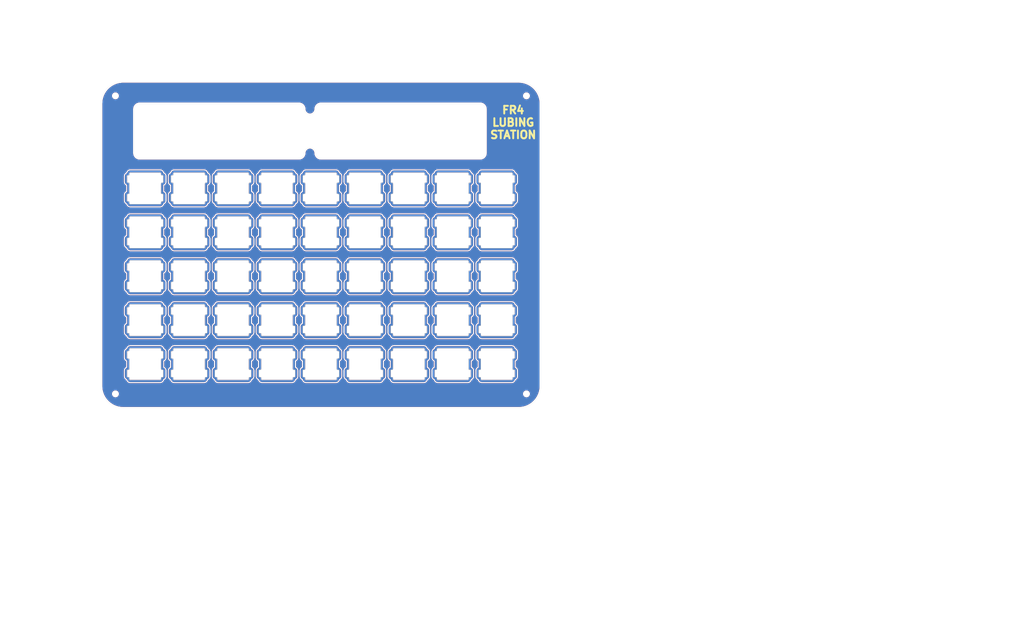
<source format=kicad_pcb>
(kicad_pcb (version 20171130) (host pcbnew "(5.1.8)-1")
  (layers (0 F.Cu signal) (31 B.Cu signal) (34 B.Paste user) (35 F.Paste user) (36 B.SilkS user) (37 F.SilkS user) (38 B.Mask user) (39 F.Mask user) (44 Edge.Cuts user))
  (net 0 "")
  (module LubeStation:SwitchHole_NoStem (layer F.Cu) (at 0 0)
    (fp_text reference REF** hide)
    (fp_text value SwitchHole_NoStem)
    (fp_arc (start 6.75 6.75) (end 6.75 7.25) (angle -90) (layer Edge.Cuts) (width 0.15))
    (fp_arc (start 7.8 -5.5) (end 8.3 -5.5) (angle -90) (layer Edge.Cuts) (width 0.15))
    (fp_arc (start 7.8 -3) (end 7.8 -2.5) (angle -90) (layer Edge.Cuts) (width 0.15))
    (fp_arc (start -7.8 3) (end -7.8 2.5) (angle -90) (layer Edge.Cuts) (width 0.15))
    (fp_arc (start -7.8 -3) (end -8.3 -3) (angle -90) (layer Edge.Cuts) (width 0.15))
    (fp_arc (start -7.8 -5.5) (end -7.8 -6) (angle -90) (layer Edge.Cuts) (width 0.15))
    (fp_arc (start 7.8 5.5) (end 7.8 6) (angle -90) (layer Edge.Cuts) (width 0.15))
    (fp_arc (start 6.75 -6.75) (end 7.25 -6.75) (angle -90) (layer Edge.Cuts) (width 0.15))
    (fp_arc (start -6.75 -6.75) (end -6.75 -7.25) (angle -90) (layer Edge.Cuts) (width 0.15))
    (fp_arc (start -7.8 5.5) (end -8.3 5.5) (angle -90) (layer Edge.Cuts) (width 0.15))
    (fp_arc (start 7.8 3) (end 8.3 3) (angle -90) (layer Edge.Cuts) (width 0.15))
    (fp_arc (start -6.75 6.75) (end -7.25 6.75) (angle -90) (layer Edge.Cuts) (width 0.15))
    (fp_line (start -7.25 -2.5) (end -7.8 -2.5) (layer Edge.Cuts) (width 0.15))
    (fp_line (start 7.25 6.75) (end 7.25 6) (layer Edge.Cuts) (width 0.15))
    (fp_line (start -8.3 3) (end -8.3 5.5) (layer Edge.Cuts) (width 0.15))
    (fp_line (start -6.75 7.25) (end 6.75 7.25) (layer Edge.Cuts) (width 0.15))
    (fp_line (start -7.25 6) (end -7.8 6) (layer Edge.Cuts) (width 0.15))
    (fp_line (start 7.25 2.5) (end 7.8 2.5) (layer Edge.Cuts) (width 0.15))
    (fp_line (start -7.25 2.5) (end -7.8 2.5) (layer Edge.Cuts) (width 0.15))
    (fp_line (start 7.25 2.5) (end 7.25 -2.5) (layer Edge.Cuts) (width 0.15))
    (fp_line (start -8.3 -5.5) (end -8.3 -3) (layer Edge.Cuts) (width 0.15))
    (fp_line (start 7.25 6) (end 7.8 6) (layer Edge.Cuts) (width 0.15))
    (fp_line (start 7.25 -6) (end 7.8 -6) (layer Edge.Cuts) (width 0.15))
    (fp_line (start -7.25 6) (end -7.25 6.75) (layer Edge.Cuts) (width 0.15))
    (fp_line (start -7.25 -6.75) (end -7.25 -6) (layer Edge.Cuts) (width 0.15))
    (fp_line (start 6.75 -7.25) (end -6.75 -7.25) (layer Edge.Cuts) (width 0.15))
    (fp_line (start 8.3 5.5) (end 8.3 3) (layer Edge.Cuts) (width 0.15))
    (fp_line (start -7.25 -6) (end -7.8 -6) (layer Edge.Cuts) (width 0.15))
    (fp_line (start 8.3 -3) (end 8.3 -5.5) (layer Edge.Cuts) (width 0.15))
    (fp_line (start 7.25 -2.5) (end 7.8 -2.5) (layer Edge.Cuts) (width 0.15))
    (fp_line (start -7.25 -2.5) (end -7.25 2.5) (layer Edge.Cuts) (width 0.15))
    (fp_line (start 7.25 -6) (end 7.25 -6.75) (layer Edge.Cuts) (width 0.15))
    (pad 1 smd custom (at -6.525 -7.675) (size 0.8 0.8) (layers B.Cu B.Mask) (options (clearance outline) (anchor circle)) (primitives (gr_arc (start 13.275 0.925) (end 13.275 0) (angle 90) (width 1)) (gr_line (start 14.2 5.6) (end 14.525 5.6) (width 1)) (gr_line (start 15.25 13.175) (end 15.25 10.675) (width 1)) (gr_arc (start 14.325 4.675) (end 15.25 4.675) (angle 90) (width 1)) (gr_arc (start 13.275 14.425) (end 14.2 14.425) (angle 90) (width 1)) (gr_line (start -1.15 14.425) (end -1.15 14.1) (width 1)) (gr_line (start 14.2 9.75) (end 14.525 9.75) (width 1)) (gr_line (start 14.2 5.6) (end 14.2 9.75) (width 1)) (gr_line (start -1.15 14.1) (end -1.475 14.1) (width 1)) (gr_line (start 13.275 0) (end -0.225 0) (width 1)) (gr_arc (start 14.325 10.675) (end 14.325 9.75) (angle 90) (width 1)) (gr_line (start 13.275 15.35) (end -0.225 15.35) (width 1)) (gr_arc (start -0.225 14.425) (end -0.225 15.35) (angle 90) (width 1)) (gr_line (start 14.2 14.1) (end 14.2 14.425) (width 1)) (gr_arc (start 14.325 2.175) (end 14.325 1.25) (angle 90) (width 1)) (gr_line (start -1.15 5.6) (end -1.475 5.6) (width 1)) (gr_arc (start -0.225 0.925) (end -1.15 0.925) (angle 90) (width 1)) (gr_line (start 15.25 4.675) (end 15.25 2.175) (width 1)) (gr_line (start -1.15 9.75) (end -1.15 5.6) (width 1)) (gr_arc (start -1.275 2.175) (end -2.2 2.175) (angle 90) (width 1)) (gr_line (start 14.2 1.25) (end 14.525 1.25) (width 1)) (gr_line (start -1.15 9.75) (end -1.475 9.75) (width 1)) (gr_line (start -1.15 1.25) (end -1.475 1.25) (width 1)) (gr_arc (start -1.275 13.175) (end -1.275 14.1) (angle 90) (width 1)) (gr_arc (start 14.325 13.175) (end 15.25 13.175) (angle 90) (width 1)) (gr_line (start 14.2 0.925) (end 14.2 1.25) (width 1)) (gr_line (start -2.2 2.175) (end -2.2 4.675) (width 1)) (gr_line (start 14.2 14.1) (end 14.525 14.1) (width 1)) (gr_line (start -2.2 10.675) (end -2.2 13.175) (width 1)) (gr_arc (start -1.275 4.675) (end -1.275 5.6) (angle 90) (width 1)) (gr_line (start -1.15 1.25) (end -1.15 0.925) (width 1)) (gr_arc (start -1.275 10.675) (end -2.2 10.675) (angle 90) (width 1))))
    (pad 1 smd custom (at -6.5 -7.675) (size 0.8 0.8) (layers F.Cu F.Mask) (options (clearance outline) (anchor circle)) (primitives (gr_line (start -1.175 14.1) (end -1.5 14.1) (width 1)) (gr_line (start -2.225 13.175) (end -2.225 10.675) (width 1)) (gr_line (start -1.175 5.6) (end -1.5 5.6) (width 1)) (gr_arc (start -1.3 2.175) (end -1.3 1.25) (angle -90) (width 1)) (gr_arc (start -1.3 4.675) (end -2.225 4.675) (angle -90) (width 1)) (gr_arc (start -1.3 10.675) (end -1.3 9.75) (angle -90) (width 1)) (gr_line (start -1.175 5.6) (end -1.175 9.75) (width 1)) (gr_line (start 13.25 15.35) (end -0.25 15.35) (width 1)) (gr_line (start 14.175 14.425) (end 14.175 14.1) (width 1)) (gr_line (start -1.175 9.75) (end -1.5 9.75) (width 1)) (gr_line (start -2.225 4.675) (end -2.225 2.175) (width 1)) (gr_line (start -1.175 1.25) (end -1.5 1.25) (width 1)) (gr_arc (start -0.25 0.925) (end -0.25 0) (angle -90) (width 1)) (gr_line (start -1.175 0.925) (end -1.175 1.25) (width 1)) (gr_arc (start -1.3 13.175) (end -2.225 13.175) (angle -90) (width 1)) (gr_arc (start -0.25 14.425) (end -1.175 14.425) (angle -90) (width 1)) (gr_line (start -1.175 14.1) (end -1.175 14.425) (width 1)) (gr_line (start 15.225 10.675) (end 15.225 13.175) (width 1)) (gr_line (start 13.25 0) (end -0.25 0) (width 1)) (gr_line (start 14.175 1.25) (end 14.5 1.25) (width 1)) (gr_arc (start 14.3 4.675) (end 14.3 5.6) (angle -90) (width 1)) (gr_arc (start 13.25 0.925) (end 14.175 0.925) (angle -90) (width 1)) (gr_line (start 14.175 14.1) (end 14.5 14.1) (width 1)) (gr_line (start 14.175 5.6) (end 14.5 5.6) (width 1)) (gr_line (start 15.225 2.175) (end 15.225 4.675) (width 1)) (gr_arc (start 14.3 2.175) (end 15.225 2.175) (angle -90) (width 1)) (gr_line (start 14.175 1.25) (end 14.175 0.925) (width 1)) (gr_arc (start 14.3 10.675) (end 15.225 10.675) (angle -90) (width 1)) (gr_line (start 14.175 9.75) (end 14.175 5.6) (width 1)) (gr_arc (start 14.3 13.175) (end 14.3 14.1) (angle -90) (width 1)) (gr_line (start 14.175 9.75) (end 14.5 9.75) (width 1)) (gr_arc (start 13.25 14.425) (end 13.25 15.35) (angle -90) (width 1))))
  )
  (module LubeStation:SwitchHole_NoStem (layer F.Cu) (at 40 80)
    (fp_text reference REF** hide)
    (fp_text value SwitchHole_NoStem)
    (fp_arc (start 6.75 6.75) (end 6.75 7.25) (angle -90) (layer Edge.Cuts) (width 0.15))
    (fp_arc (start 7.8 -5.5) (end 8.3 -5.5) (angle -90) (layer Edge.Cuts) (width 0.15))
    (fp_arc (start 7.8 -3) (end 7.8 -2.5) (angle -90) (layer Edge.Cuts) (width 0.15))
    (fp_arc (start -7.8 3) (end -7.8 2.5) (angle -90) (layer Edge.Cuts) (width 0.15))
    (fp_arc (start -7.8 -3) (end -8.3 -3) (angle -90) (layer Edge.Cuts) (width 0.15))
    (fp_arc (start -7.8 -5.5) (end -7.8 -6) (angle -90) (layer Edge.Cuts) (width 0.15))
    (fp_arc (start 7.8 5.5) (end 7.8 6) (angle -90) (layer Edge.Cuts) (width 0.15))
    (fp_arc (start 6.75 -6.75) (end 7.25 -6.75) (angle -90) (layer Edge.Cuts) (width 0.15))
    (fp_arc (start -6.75 -6.75) (end -6.75 -7.25) (angle -90) (layer Edge.Cuts) (width 0.15))
    (fp_arc (start -7.8 5.5) (end -8.3 5.5) (angle -90) (layer Edge.Cuts) (width 0.15))
    (fp_arc (start 7.8 3) (end 8.3 3) (angle -90) (layer Edge.Cuts) (width 0.15))
    (fp_arc (start -6.75 6.75) (end -7.25 6.75) (angle -90) (layer Edge.Cuts) (width 0.15))
    (fp_line (start -7.25 -2.5) (end -7.8 -2.5) (layer Edge.Cuts) (width 0.15))
    (fp_line (start 7.25 6.75) (end 7.25 6) (layer Edge.Cuts) (width 0.15))
    (fp_line (start -8.3 3) (end -8.3 5.5) (layer Edge.Cuts) (width 0.15))
    (fp_line (start -6.75 7.25) (end 6.75 7.25) (layer Edge.Cuts) (width 0.15))
    (fp_line (start -7.25 6) (end -7.8 6) (layer Edge.Cuts) (width 0.15))
    (fp_line (start 7.25 2.5) (end 7.8 2.5) (layer Edge.Cuts) (width 0.15))
    (fp_line (start -7.25 2.5) (end -7.8 2.5) (layer Edge.Cuts) (width 0.15))
    (fp_line (start 7.25 2.5) (end 7.25 -2.5) (layer Edge.Cuts) (width 0.15))
    (fp_line (start -8.3 -5.5) (end -8.3 -3) (layer Edge.Cuts) (width 0.15))
    (fp_line (start 7.25 6) (end 7.8 6) (layer Edge.Cuts) (width 0.15))
    (fp_line (start 7.25 -6) (end 7.8 -6) (layer Edge.Cuts) (width 0.15))
    (fp_line (start -7.25 6) (end -7.25 6.75) (layer Edge.Cuts) (width 0.15))
    (fp_line (start -7.25 -6.75) (end -7.25 -6) (layer Edge.Cuts) (width 0.15))
    (fp_line (start 6.75 -7.25) (end -6.75 -7.25) (layer Edge.Cuts) (width 0.15))
    (fp_line (start 8.3 5.5) (end 8.3 3) (layer Edge.Cuts) (width 0.15))
    (fp_line (start -7.25 -6) (end -7.8 -6) (layer Edge.Cuts) (width 0.15))
    (fp_line (start 8.3 -3) (end 8.3 -5.5) (layer Edge.Cuts) (width 0.15))
    (fp_line (start 7.25 -2.5) (end 7.8 -2.5) (layer Edge.Cuts) (width 0.15))
    (fp_line (start -7.25 -2.5) (end -7.25 2.5) (layer Edge.Cuts) (width 0.15))
    (fp_line (start 7.25 -6) (end 7.25 -6.75) (layer Edge.Cuts) (width 0.15))
    (pad 1 smd custom (at -6.525 -7.675) (size 0.8 0.8) (layers B.Cu B.Mask) (options (clearance outline) (anchor circle)) (primitives (gr_arc (start 13.275 0.925) (end 13.275 0) (angle 90) (width 1)) (gr_line (start 14.2 5.6) (end 14.525 5.6) (width 1)) (gr_line (start 15.25 13.175) (end 15.25 10.675) (width 1)) (gr_arc (start 14.325 4.675) (end 15.25 4.675) (angle 90) (width 1)) (gr_arc (start 13.275 14.425) (end 14.2 14.425) (angle 90) (width 1)) (gr_line (start -1.15 14.425) (end -1.15 14.1) (width 1)) (gr_line (start 14.2 9.75) (end 14.525 9.75) (width 1)) (gr_line (start 14.2 5.6) (end 14.2 9.75) (width 1)) (gr_line (start -1.15 14.1) (end -1.475 14.1) (width 1)) (gr_line (start 13.275 0) (end -0.225 0) (width 1)) (gr_arc (start 14.325 10.675) (end 14.325 9.75) (angle 90) (width 1)) (gr_line (start 13.275 15.35) (end -0.225 15.35) (width 1)) (gr_arc (start -0.225 14.425) (end -0.225 15.35) (angle 90) (width 1)) (gr_line (start 14.2 14.1) (end 14.2 14.425) (width 1)) (gr_arc (start 14.325 2.175) (end 14.325 1.25) (angle 90) (width 1)) (gr_line (start -1.15 5.6) (end -1.475 5.6) (width 1)) (gr_arc (start -0.225 0.925) (end -1.15 0.925) (angle 90) (width 1)) (gr_line (start 15.25 4.675) (end 15.25 2.175) (width 1)) (gr_line (start -1.15 9.75) (end -1.15 5.6) (width 1)) (gr_arc (start -1.275 2.175) (end -2.2 2.175) (angle 90) (width 1)) (gr_line (start 14.2 1.25) (end 14.525 1.25) (width 1)) (gr_line (start -1.15 9.75) (end -1.475 9.75) (width 1)) (gr_line (start -1.15 1.25) (end -1.475 1.25) (width 1)) (gr_arc (start -1.275 13.175) (end -1.275 14.1) (angle 90) (width 1)) (gr_arc (start 14.325 13.175) (end 15.25 13.175) (angle 90) (width 1)) (gr_line (start 14.2 0.925) (end 14.2 1.25) (width 1)) (gr_line (start -2.2 2.175) (end -2.2 4.675) (width 1)) (gr_line (start 14.2 14.1) (end 14.525 14.1) (width 1)) (gr_line (start -2.2 10.675) (end -2.2 13.175) (width 1)) (gr_arc (start -1.275 4.675) (end -1.275 5.6) (angle 90) (width 1)) (gr_line (start -1.15 1.25) (end -1.15 0.925) (width 1)) (gr_arc (start -1.275 10.675) (end -2.2 10.675) (angle 90) (width 1))))
    (pad 1 smd custom (at -6.5 -7.675) (size 0.8 0.8) (layers F.Cu F.Mask) (options (clearance outline) (anchor circle)) (primitives (gr_line (start -1.175 14.1) (end -1.5 14.1) (width 1)) (gr_line (start -2.225 13.175) (end -2.225 10.675) (width 1)) (gr_line (start -1.175 5.6) (end -1.5 5.6) (width 1)) (gr_arc (start -1.3 2.175) (end -1.3 1.25) (angle -90) (width 1)) (gr_arc (start -1.3 4.675) (end -2.225 4.675) (angle -90) (width 1)) (gr_arc (start -1.3 10.675) (end -1.3 9.75) (angle -90) (width 1)) (gr_line (start -1.175 5.6) (end -1.175 9.75) (width 1)) (gr_line (start 13.25 15.35) (end -0.25 15.35) (width 1)) (gr_line (start 14.175 14.425) (end 14.175 14.1) (width 1)) (gr_line (start -1.175 9.75) (end -1.5 9.75) (width 1)) (gr_line (start -2.225 4.675) (end -2.225 2.175) (width 1)) (gr_line (start -1.175 1.25) (end -1.5 1.25) (width 1)) (gr_arc (start -0.25 0.925) (end -0.25 0) (angle -90) (width 1)) (gr_line (start -1.175 0.925) (end -1.175 1.25) (width 1)) (gr_arc (start -1.3 13.175) (end -2.225 13.175) (angle -90) (width 1)) (gr_arc (start -0.25 14.425) (end -1.175 14.425) (angle -90) (width 1)) (gr_line (start -1.175 14.1) (end -1.175 14.425) (width 1)) (gr_line (start 15.225 10.675) (end 15.225 13.175) (width 1)) (gr_line (start 13.25 0) (end -0.25 0) (width 1)) (gr_line (start 14.175 1.25) (end 14.5 1.25) (width 1)) (gr_arc (start 14.3 4.675) (end 14.3 5.6) (angle -90) (width 1)) (gr_arc (start 13.25 0.925) (end 14.175 0.925) (angle -90) (width 1)) (gr_line (start 14.175 14.1) (end 14.5 14.1) (width 1)) (gr_line (start 14.175 5.6) (end 14.5 5.6) (width 1)) (gr_line (start 15.225 2.175) (end 15.225 4.675) (width 1)) (gr_arc (start 14.3 2.175) (end 15.225 2.175) (angle -90) (width 1)) (gr_line (start 14.175 1.25) (end 14.175 0.925) (width 1)) (gr_arc (start 14.3 10.675) (end 15.225 10.675) (angle -90) (width 1)) (gr_line (start 14.175 9.75) (end 14.175 5.6) (width 1)) (gr_arc (start 14.3 13.175) (end 14.3 14.1) (angle -90) (width 1)) (gr_line (start 14.175 9.75) (end 14.5 9.75) (width 1)) (gr_arc (start 13.25 14.425) (end 13.25 15.35) (angle -90) (width 1))))
  )
  (module LubeStation:SwitchHole_NoStem (layer F.Cu) (at 20 80)
    (fp_text reference REF** hide)
    (fp_text value SwitchHole_NoStem)
    (fp_arc (start 6.75 6.75) (end 6.75 7.25) (angle -90) (layer Edge.Cuts) (width 0.15))
    (fp_arc (start 7.8 -5.5) (end 8.3 -5.5) (angle -90) (layer Edge.Cuts) (width 0.15))
    (fp_arc (start 7.8 -3) (end 7.8 -2.5) (angle -90) (layer Edge.Cuts) (width 0.15))
    (fp_arc (start -7.8 3) (end -7.8 2.5) (angle -90) (layer Edge.Cuts) (width 0.15))
    (fp_arc (start -7.8 -3) (end -8.3 -3) (angle -90) (layer Edge.Cuts) (width 0.15))
    (fp_arc (start -7.8 -5.5) (end -7.8 -6) (angle -90) (layer Edge.Cuts) (width 0.15))
    (fp_arc (start 7.8 5.5) (end 7.8 6) (angle -90) (layer Edge.Cuts) (width 0.15))
    (fp_arc (start 6.75 -6.75) (end 7.25 -6.75) (angle -90) (layer Edge.Cuts) (width 0.15))
    (fp_arc (start -6.75 -6.75) (end -6.75 -7.25) (angle -90) (layer Edge.Cuts) (width 0.15))
    (fp_arc (start -7.8 5.5) (end -8.3 5.5) (angle -90) (layer Edge.Cuts) (width 0.15))
    (fp_arc (start 7.8 3) (end 8.3 3) (angle -90) (layer Edge.Cuts) (width 0.15))
    (fp_arc (start -6.75 6.75) (end -7.25 6.75) (angle -90) (layer Edge.Cuts) (width 0.15))
    (fp_line (start -7.25 -2.5) (end -7.8 -2.5) (layer Edge.Cuts) (width 0.15))
    (fp_line (start 7.25 6.75) (end 7.25 6) (layer Edge.Cuts) (width 0.15))
    (fp_line (start -8.3 3) (end -8.3 5.5) (layer Edge.Cuts) (width 0.15))
    (fp_line (start -6.75 7.25) (end 6.75 7.25) (layer Edge.Cuts) (width 0.15))
    (fp_line (start -7.25 6) (end -7.8 6) (layer Edge.Cuts) (width 0.15))
    (fp_line (start 7.25 2.5) (end 7.8 2.5) (layer Edge.Cuts) (width 0.15))
    (fp_line (start -7.25 2.5) (end -7.8 2.5) (layer Edge.Cuts) (width 0.15))
    (fp_line (start 7.25 2.5) (end 7.25 -2.5) (layer Edge.Cuts) (width 0.15))
    (fp_line (start -8.3 -5.5) (end -8.3 -3) (layer Edge.Cuts) (width 0.15))
    (fp_line (start 7.25 6) (end 7.8 6) (layer Edge.Cuts) (width 0.15))
    (fp_line (start 7.25 -6) (end 7.8 -6) (layer Edge.Cuts) (width 0.15))
    (fp_line (start -7.25 6) (end -7.25 6.75) (layer Edge.Cuts) (width 0.15))
    (fp_line (start -7.25 -6.75) (end -7.25 -6) (layer Edge.Cuts) (width 0.15))
    (fp_line (start 6.75 -7.25) (end -6.75 -7.25) (layer Edge.Cuts) (width 0.15))
    (fp_line (start 8.3 5.5) (end 8.3 3) (layer Edge.Cuts) (width 0.15))
    (fp_line (start -7.25 -6) (end -7.8 -6) (layer Edge.Cuts) (width 0.15))
    (fp_line (start 8.3 -3) (end 8.3 -5.5) (layer Edge.Cuts) (width 0.15))
    (fp_line (start 7.25 -2.5) (end 7.8 -2.5) (layer Edge.Cuts) (width 0.15))
    (fp_line (start -7.25 -2.5) (end -7.25 2.5) (layer Edge.Cuts) (width 0.15))
    (fp_line (start 7.25 -6) (end 7.25 -6.75) (layer Edge.Cuts) (width 0.15))
    (pad 1 smd custom (at -6.525 -7.675) (size 0.8 0.8) (layers B.Cu B.Mask) (options (clearance outline) (anchor circle)) (primitives (gr_arc (start 13.275 0.925) (end 13.275 0) (angle 90) (width 1)) (gr_line (start 14.2 5.6) (end 14.525 5.6) (width 1)) (gr_line (start 15.25 13.175) (end 15.25 10.675) (width 1)) (gr_arc (start 14.325 4.675) (end 15.25 4.675) (angle 90) (width 1)) (gr_arc (start 13.275 14.425) (end 14.2 14.425) (angle 90) (width 1)) (gr_line (start -1.15 14.425) (end -1.15 14.1) (width 1)) (gr_line (start 14.2 9.75) (end 14.525 9.75) (width 1)) (gr_line (start 14.2 5.6) (end 14.2 9.75) (width 1)) (gr_line (start -1.15 14.1) (end -1.475 14.1) (width 1)) (gr_line (start 13.275 0) (end -0.225 0) (width 1)) (gr_arc (start 14.325 10.675) (end 14.325 9.75) (angle 90) (width 1)) (gr_line (start 13.275 15.35) (end -0.225 15.35) (width 1)) (gr_arc (start -0.225 14.425) (end -0.225 15.35) (angle 90) (width 1)) (gr_line (start 14.2 14.1) (end 14.2 14.425) (width 1)) (gr_arc (start 14.325 2.175) (end 14.325 1.25) (angle 90) (width 1)) (gr_line (start -1.15 5.6) (end -1.475 5.6) (width 1)) (gr_arc (start -0.225 0.925) (end -1.15 0.925) (angle 90) (width 1)) (gr_line (start 15.25 4.675) (end 15.25 2.175) (width 1)) (gr_line (start -1.15 9.75) (end -1.15 5.6) (width 1)) (gr_arc (start -1.275 2.175) (end -2.2 2.175) (angle 90) (width 1)) (gr_line (start 14.2 1.25) (end 14.525 1.25) (width 1)) (gr_line (start -1.15 9.75) (end -1.475 9.75) (width 1)) (gr_line (start -1.15 1.25) (end -1.475 1.25) (width 1)) (gr_arc (start -1.275 13.175) (end -1.275 14.1) (angle 90) (width 1)) (gr_arc (start 14.325 13.175) (end 15.25 13.175) (angle 90) (width 1)) (gr_line (start 14.2 0.925) (end 14.2 1.25) (width 1)) (gr_line (start -2.2 2.175) (end -2.2 4.675) (width 1)) (gr_line (start 14.2 14.1) (end 14.525 14.1) (width 1)) (gr_line (start -2.2 10.675) (end -2.2 13.175) (width 1)) (gr_arc (start -1.275 4.675) (end -1.275 5.6) (angle 90) (width 1)) (gr_line (start -1.15 1.25) (end -1.15 0.925) (width 1)) (gr_arc (start -1.275 10.675) (end -2.2 10.675) (angle 90) (width 1))))
    (pad 1 smd custom (at -6.5 -7.675) (size 0.8 0.8) (layers F.Cu F.Mask) (options (clearance outline) (anchor circle)) (primitives (gr_line (start -1.175 14.1) (end -1.5 14.1) (width 1)) (gr_line (start -2.225 13.175) (end -2.225 10.675) (width 1)) (gr_line (start -1.175 5.6) (end -1.5 5.6) (width 1)) (gr_arc (start -1.3 2.175) (end -1.3 1.25) (angle -90) (width 1)) (gr_arc (start -1.3 4.675) (end -2.225 4.675) (angle -90) (width 1)) (gr_arc (start -1.3 10.675) (end -1.3 9.75) (angle -90) (width 1)) (gr_line (start -1.175 5.6) (end -1.175 9.75) (width 1)) (gr_line (start 13.25 15.35) (end -0.25 15.35) (width 1)) (gr_line (start 14.175 14.425) (end 14.175 14.1) (width 1)) (gr_line (start -1.175 9.75) (end -1.5 9.75) (width 1)) (gr_line (start -2.225 4.675) (end -2.225 2.175) (width 1)) (gr_line (start -1.175 1.25) (end -1.5 1.25) (width 1)) (gr_arc (start -0.25 0.925) (end -0.25 0) (angle -90) (width 1)) (gr_line (start -1.175 0.925) (end -1.175 1.25) (width 1)) (gr_arc (start -1.3 13.175) (end -2.225 13.175) (angle -90) (width 1)) (gr_arc (start -0.25 14.425) (end -1.175 14.425) (angle -90) (width 1)) (gr_line (start -1.175 14.1) (end -1.175 14.425) (width 1)) (gr_line (start 15.225 10.675) (end 15.225 13.175) (width 1)) (gr_line (start 13.25 0) (end -0.25 0) (width 1)) (gr_line (start 14.175 1.25) (end 14.5 1.25) (width 1)) (gr_arc (start 14.3 4.675) (end 14.3 5.6) (angle -90) (width 1)) (gr_arc (start 13.25 0.925) (end 14.175 0.925) (angle -90) (width 1)) (gr_line (start 14.175 14.1) (end 14.5 14.1) (width 1)) (gr_line (start 14.175 5.6) (end 14.5 5.6) (width 1)) (gr_line (start 15.225 2.175) (end 15.225 4.675) (width 1)) (gr_arc (start 14.3 2.175) (end 15.225 2.175) (angle -90) (width 1)) (gr_line (start 14.175 1.25) (end 14.175 0.925) (width 1)) (gr_arc (start 14.3 10.675) (end 15.225 10.675) (angle -90) (width 1)) (gr_line (start 14.175 9.75) (end 14.175 5.6) (width 1)) (gr_arc (start 14.3 13.175) (end 14.3 14.1) (angle -90) (width 1)) (gr_line (start 14.175 9.75) (end 14.5 9.75) (width 1)) (gr_arc (start 13.25 14.425) (end 13.25 15.35) (angle -90) (width 1))))
  )
  (module LubeStation:SwitchHole_NoStem (layer F.Cu) (at 160 80)
    (fp_text reference REF** hide)
    (fp_text value SwitchHole_NoStem)
    (fp_arc (start 6.75 6.75) (end 6.75 7.25) (angle -90) (layer Edge.Cuts) (width 0.15))
    (fp_arc (start 7.8 -5.5) (end 8.3 -5.5) (angle -90) (layer Edge.Cuts) (width 0.15))
    (fp_arc (start 7.8 -3) (end 7.8 -2.5) (angle -90) (layer Edge.Cuts) (width 0.15))
    (fp_arc (start -7.8 3) (end -7.8 2.5) (angle -90) (layer Edge.Cuts) (width 0.15))
    (fp_arc (start -7.8 -3) (end -8.3 -3) (angle -90) (layer Edge.Cuts) (width 0.15))
    (fp_arc (start -7.8 -5.5) (end -7.8 -6) (angle -90) (layer Edge.Cuts) (width 0.15))
    (fp_arc (start 7.8 5.5) (end 7.8 6) (angle -90) (layer Edge.Cuts) (width 0.15))
    (fp_arc (start 6.75 -6.75) (end 7.25 -6.75) (angle -90) (layer Edge.Cuts) (width 0.15))
    (fp_arc (start -6.75 -6.75) (end -6.75 -7.25) (angle -90) (layer Edge.Cuts) (width 0.15))
    (fp_arc (start -7.8 5.5) (end -8.3 5.5) (angle -90) (layer Edge.Cuts) (width 0.15))
    (fp_arc (start 7.8 3) (end 8.3 3) (angle -90) (layer Edge.Cuts) (width 0.15))
    (fp_arc (start -6.75 6.75) (end -7.25 6.75) (angle -90) (layer Edge.Cuts) (width 0.15))
    (fp_line (start -7.25 -2.5) (end -7.8 -2.5) (layer Edge.Cuts) (width 0.15))
    (fp_line (start 7.25 6.75) (end 7.25 6) (layer Edge.Cuts) (width 0.15))
    (fp_line (start -8.3 3) (end -8.3 5.5) (layer Edge.Cuts) (width 0.15))
    (fp_line (start -6.75 7.25) (end 6.75 7.25) (layer Edge.Cuts) (width 0.15))
    (fp_line (start -7.25 6) (end -7.8 6) (layer Edge.Cuts) (width 0.15))
    (fp_line (start 7.25 2.5) (end 7.8 2.5) (layer Edge.Cuts) (width 0.15))
    (fp_line (start -7.25 2.5) (end -7.8 2.5) (layer Edge.Cuts) (width 0.15))
    (fp_line (start 7.25 2.5) (end 7.25 -2.5) (layer Edge.Cuts) (width 0.15))
    (fp_line (start -8.3 -5.5) (end -8.3 -3) (layer Edge.Cuts) (width 0.15))
    (fp_line (start 7.25 6) (end 7.8 6) (layer Edge.Cuts) (width 0.15))
    (fp_line (start 7.25 -6) (end 7.8 -6) (layer Edge.Cuts) (width 0.15))
    (fp_line (start -7.25 6) (end -7.25 6.75) (layer Edge.Cuts) (width 0.15))
    (fp_line (start -7.25 -6.75) (end -7.25 -6) (layer Edge.Cuts) (width 0.15))
    (fp_line (start 6.75 -7.25) (end -6.75 -7.25) (layer Edge.Cuts) (width 0.15))
    (fp_line (start 8.3 5.5) (end 8.3 3) (layer Edge.Cuts) (width 0.15))
    (fp_line (start -7.25 -6) (end -7.8 -6) (layer Edge.Cuts) (width 0.15))
    (fp_line (start 8.3 -3) (end 8.3 -5.5) (layer Edge.Cuts) (width 0.15))
    (fp_line (start 7.25 -2.5) (end 7.8 -2.5) (layer Edge.Cuts) (width 0.15))
    (fp_line (start -7.25 -2.5) (end -7.25 2.5) (layer Edge.Cuts) (width 0.15))
    (fp_line (start 7.25 -6) (end 7.25 -6.75) (layer Edge.Cuts) (width 0.15))
    (pad 1 smd custom (at -6.525 -7.675) (size 0.8 0.8) (layers B.Cu B.Mask) (options (clearance outline) (anchor circle)) (primitives (gr_arc (start 13.275 0.925) (end 13.275 0) (angle 90) (width 1)) (gr_line (start 14.2 5.6) (end 14.525 5.6) (width 1)) (gr_line (start 15.25 13.175) (end 15.25 10.675) (width 1)) (gr_arc (start 14.325 4.675) (end 15.25 4.675) (angle 90) (width 1)) (gr_arc (start 13.275 14.425) (end 14.2 14.425) (angle 90) (width 1)) (gr_line (start -1.15 14.425) (end -1.15 14.1) (width 1)) (gr_line (start 14.2 9.75) (end 14.525 9.75) (width 1)) (gr_line (start 14.2 5.6) (end 14.2 9.75) (width 1)) (gr_line (start -1.15 14.1) (end -1.475 14.1) (width 1)) (gr_line (start 13.275 0) (end -0.225 0) (width 1)) (gr_arc (start 14.325 10.675) (end 14.325 9.75) (angle 90) (width 1)) (gr_line (start 13.275 15.35) (end -0.225 15.35) (width 1)) (gr_arc (start -0.225 14.425) (end -0.225 15.35) (angle 90) (width 1)) (gr_line (start 14.2 14.1) (end 14.2 14.425) (width 1)) (gr_arc (start 14.325 2.175) (end 14.325 1.25) (angle 90) (width 1)) (gr_line (start -1.15 5.6) (end -1.475 5.6) (width 1)) (gr_arc (start -0.225 0.925) (end -1.15 0.925) (angle 90) (width 1)) (gr_line (start 15.25 4.675) (end 15.25 2.175) (width 1)) (gr_line (start -1.15 9.75) (end -1.15 5.6) (width 1)) (gr_arc (start -1.275 2.175) (end -2.2 2.175) (angle 90) (width 1)) (gr_line (start 14.2 1.25) (end 14.525 1.25) (width 1)) (gr_line (start -1.15 9.75) (end -1.475 9.75) (width 1)) (gr_line (start -1.15 1.25) (end -1.475 1.25) (width 1)) (gr_arc (start -1.275 13.175) (end -1.275 14.1) (angle 90) (width 1)) (gr_arc (start 14.325 13.175) (end 15.25 13.175) (angle 90) (width 1)) (gr_line (start 14.2 0.925) (end 14.2 1.25) (width 1)) (gr_line (start -2.2 2.175) (end -2.2 4.675) (width 1)) (gr_line (start 14.2 14.1) (end 14.525 14.1) (width 1)) (gr_line (start -2.2 10.675) (end -2.2 13.175) (width 1)) (gr_arc (start -1.275 4.675) (end -1.275 5.6) (angle 90) (width 1)) (gr_line (start -1.15 1.25) (end -1.15 0.925) (width 1)) (gr_arc (start -1.275 10.675) (end -2.2 10.675) (angle 90) (width 1))))
    (pad 1 smd custom (at -6.5 -7.675) (size 0.8 0.8) (layers F.Cu F.Mask) (options (clearance outline) (anchor circle)) (primitives (gr_line (start -1.175 14.1) (end -1.5 14.1) (width 1)) (gr_line (start -2.225 13.175) (end -2.225 10.675) (width 1)) (gr_line (start -1.175 5.6) (end -1.5 5.6) (width 1)) (gr_arc (start -1.3 2.175) (end -1.3 1.25) (angle -90) (width 1)) (gr_arc (start -1.3 4.675) (end -2.225 4.675) (angle -90) (width 1)) (gr_arc (start -1.3 10.675) (end -1.3 9.75) (angle -90) (width 1)) (gr_line (start -1.175 5.6) (end -1.175 9.75) (width 1)) (gr_line (start 13.25 15.35) (end -0.25 15.35) (width 1)) (gr_line (start 14.175 14.425) (end 14.175 14.1) (width 1)) (gr_line (start -1.175 9.75) (end -1.5 9.75) (width 1)) (gr_line (start -2.225 4.675) (end -2.225 2.175) (width 1)) (gr_line (start -1.175 1.25) (end -1.5 1.25) (width 1)) (gr_arc (start -0.25 0.925) (end -0.25 0) (angle -90) (width 1)) (gr_line (start -1.175 0.925) (end -1.175 1.25) (width 1)) (gr_arc (start -1.3 13.175) (end -2.225 13.175) (angle -90) (width 1)) (gr_arc (start -0.25 14.425) (end -1.175 14.425) (angle -90) (width 1)) (gr_line (start -1.175 14.1) (end -1.175 14.425) (width 1)) (gr_line (start 15.225 10.675) (end 15.225 13.175) (width 1)) (gr_line (start 13.25 0) (end -0.25 0) (width 1)) (gr_line (start 14.175 1.25) (end 14.5 1.25) (width 1)) (gr_arc (start 14.3 4.675) (end 14.3 5.6) (angle -90) (width 1)) (gr_arc (start 13.25 0.925) (end 14.175 0.925) (angle -90) (width 1)) (gr_line (start 14.175 14.1) (end 14.5 14.1) (width 1)) (gr_line (start 14.175 5.6) (end 14.5 5.6) (width 1)) (gr_line (start 15.225 2.175) (end 15.225 4.675) (width 1)) (gr_arc (start 14.3 2.175) (end 15.225 2.175) (angle -90) (width 1)) (gr_line (start 14.175 1.25) (end 14.175 0.925) (width 1)) (gr_arc (start 14.3 10.675) (end 15.225 10.675) (angle -90) (width 1)) (gr_line (start 14.175 9.75) (end 14.175 5.6) (width 1)) (gr_arc (start 14.3 13.175) (end 14.3 14.1) (angle -90) (width 1)) (gr_line (start 14.175 9.75) (end 14.5 9.75) (width 1)) (gr_arc (start 13.25 14.425) (end 13.25 15.35) (angle -90) (width 1))))
  )
  (module LubeStation:SwitchHole_NoStem (layer F.Cu) (at 120 80)
    (fp_text reference REF** hide)
    (fp_text value SwitchHole_NoStem)
    (fp_arc (start 6.75 6.75) (end 6.75 7.25) (angle -90) (layer Edge.Cuts) (width 0.15))
    (fp_arc (start 7.8 -5.5) (end 8.3 -5.5) (angle -90) (layer Edge.Cuts) (width 0.15))
    (fp_arc (start 7.8 -3) (end 7.8 -2.5) (angle -90) (layer Edge.Cuts) (width 0.15))
    (fp_arc (start -7.8 3) (end -7.8 2.5) (angle -90) (layer Edge.Cuts) (width 0.15))
    (fp_arc (start -7.8 -3) (end -8.3 -3) (angle -90) (layer Edge.Cuts) (width 0.15))
    (fp_arc (start -7.8 -5.5) (end -7.8 -6) (angle -90) (layer Edge.Cuts) (width 0.15))
    (fp_arc (start 7.8 5.5) (end 7.8 6) (angle -90) (layer Edge.Cuts) (width 0.15))
    (fp_arc (start 6.75 -6.75) (end 7.25 -6.75) (angle -90) (layer Edge.Cuts) (width 0.15))
    (fp_arc (start -6.75 -6.75) (end -6.75 -7.25) (angle -90) (layer Edge.Cuts) (width 0.15))
    (fp_arc (start -7.8 5.5) (end -8.3 5.5) (angle -90) (layer Edge.Cuts) (width 0.15))
    (fp_arc (start 7.8 3) (end 8.3 3) (angle -90) (layer Edge.Cuts) (width 0.15))
    (fp_arc (start -6.75 6.75) (end -7.25 6.75) (angle -90) (layer Edge.Cuts) (width 0.15))
    (fp_line (start -7.25 -2.5) (end -7.8 -2.5) (layer Edge.Cuts) (width 0.15))
    (fp_line (start 7.25 6.75) (end 7.25 6) (layer Edge.Cuts) (width 0.15))
    (fp_line (start -8.3 3) (end -8.3 5.5) (layer Edge.Cuts) (width 0.15))
    (fp_line (start -6.75 7.25) (end 6.75 7.25) (layer Edge.Cuts) (width 0.15))
    (fp_line (start -7.25 6) (end -7.8 6) (layer Edge.Cuts) (width 0.15))
    (fp_line (start 7.25 2.5) (end 7.8 2.5) (layer Edge.Cuts) (width 0.15))
    (fp_line (start -7.25 2.5) (end -7.8 2.5) (layer Edge.Cuts) (width 0.15))
    (fp_line (start 7.25 2.5) (end 7.25 -2.5) (layer Edge.Cuts) (width 0.15))
    (fp_line (start -8.3 -5.5) (end -8.3 -3) (layer Edge.Cuts) (width 0.15))
    (fp_line (start 7.25 6) (end 7.8 6) (layer Edge.Cuts) (width 0.15))
    (fp_line (start 7.25 -6) (end 7.8 -6) (layer Edge.Cuts) (width 0.15))
    (fp_line (start -7.25 6) (end -7.25 6.75) (layer Edge.Cuts) (width 0.15))
    (fp_line (start -7.25 -6.75) (end -7.25 -6) (layer Edge.Cuts) (width 0.15))
    (fp_line (start 6.75 -7.25) (end -6.75 -7.25) (layer Edge.Cuts) (width 0.15))
    (fp_line (start 8.3 5.5) (end 8.3 3) (layer Edge.Cuts) (width 0.15))
    (fp_line (start -7.25 -6) (end -7.8 -6) (layer Edge.Cuts) (width 0.15))
    (fp_line (start 8.3 -3) (end 8.3 -5.5) (layer Edge.Cuts) (width 0.15))
    (fp_line (start 7.25 -2.5) (end 7.8 -2.5) (layer Edge.Cuts) (width 0.15))
    (fp_line (start -7.25 -2.5) (end -7.25 2.5) (layer Edge.Cuts) (width 0.15))
    (fp_line (start 7.25 -6) (end 7.25 -6.75) (layer Edge.Cuts) (width 0.15))
    (pad 1 smd custom (at -6.525 -7.675) (size 0.8 0.8) (layers B.Cu B.Mask) (options (clearance outline) (anchor circle)) (primitives (gr_arc (start 13.275 0.925) (end 13.275 0) (angle 90) (width 1)) (gr_line (start 14.2 5.6) (end 14.525 5.6) (width 1)) (gr_line (start 15.25 13.175) (end 15.25 10.675) (width 1)) (gr_arc (start 14.325 4.675) (end 15.25 4.675) (angle 90) (width 1)) (gr_arc (start 13.275 14.425) (end 14.2 14.425) (angle 90) (width 1)) (gr_line (start -1.15 14.425) (end -1.15 14.1) (width 1)) (gr_line (start 14.2 9.75) (end 14.525 9.75) (width 1)) (gr_line (start 14.2 5.6) (end 14.2 9.75) (width 1)) (gr_line (start -1.15 14.1) (end -1.475 14.1) (width 1)) (gr_line (start 13.275 0) (end -0.225 0) (width 1)) (gr_arc (start 14.325 10.675) (end 14.325 9.75) (angle 90) (width 1)) (gr_line (start 13.275 15.35) (end -0.225 15.35) (width 1)) (gr_arc (start -0.225 14.425) (end -0.225 15.35) (angle 90) (width 1)) (gr_line (start 14.2 14.1) (end 14.2 14.425) (width 1)) (gr_arc (start 14.325 2.175) (end 14.325 1.25) (angle 90) (width 1)) (gr_line (start -1.15 5.6) (end -1.475 5.6) (width 1)) (gr_arc (start -0.225 0.925) (end -1.15 0.925) (angle 90) (width 1)) (gr_line (start 15.25 4.675) (end 15.25 2.175) (width 1)) (gr_line (start -1.15 9.75) (end -1.15 5.6) (width 1)) (gr_arc (start -1.275 2.175) (end -2.2 2.175) (angle 90) (width 1)) (gr_line (start 14.2 1.25) (end 14.525 1.25) (width 1)) (gr_line (start -1.15 9.75) (end -1.475 9.75) (width 1)) (gr_line (start -1.15 1.25) (end -1.475 1.25) (width 1)) (gr_arc (start -1.275 13.175) (end -1.275 14.1) (angle 90) (width 1)) (gr_arc (start 14.325 13.175) (end 15.25 13.175) (angle 90) (width 1)) (gr_line (start 14.2 0.925) (end 14.2 1.25) (width 1)) (gr_line (start -2.2 2.175) (end -2.2 4.675) (width 1)) (gr_line (start 14.2 14.1) (end 14.525 14.1) (width 1)) (gr_line (start -2.2 10.675) (end -2.2 13.175) (width 1)) (gr_arc (start -1.275 4.675) (end -1.275 5.6) (angle 90) (width 1)) (gr_line (start -1.15 1.25) (end -1.15 0.925) (width 1)) (gr_arc (start -1.275 10.675) (end -2.2 10.675) (angle 90) (width 1))))
    (pad 1 smd custom (at -6.5 -7.675) (size 0.8 0.8) (layers F.Cu F.Mask) (options (clearance outline) (anchor circle)) (primitives (gr_line (start -1.175 14.1) (end -1.5 14.1) (width 1)) (gr_line (start -2.225 13.175) (end -2.225 10.675) (width 1)) (gr_line (start -1.175 5.6) (end -1.5 5.6) (width 1)) (gr_arc (start -1.3 2.175) (end -1.3 1.25) (angle -90) (width 1)) (gr_arc (start -1.3 4.675) (end -2.225 4.675) (angle -90) (width 1)) (gr_arc (start -1.3 10.675) (end -1.3 9.75) (angle -90) (width 1)) (gr_line (start -1.175 5.6) (end -1.175 9.75) (width 1)) (gr_line (start 13.25 15.35) (end -0.25 15.35) (width 1)) (gr_line (start 14.175 14.425) (end 14.175 14.1) (width 1)) (gr_line (start -1.175 9.75) (end -1.5 9.75) (width 1)) (gr_line (start -2.225 4.675) (end -2.225 2.175) (width 1)) (gr_line (start -1.175 1.25) (end -1.5 1.25) (width 1)) (gr_arc (start -0.25 0.925) (end -0.25 0) (angle -90) (width 1)) (gr_line (start -1.175 0.925) (end -1.175 1.25) (width 1)) (gr_arc (start -1.3 13.175) (end -2.225 13.175) (angle -90) (width 1)) (gr_arc (start -0.25 14.425) (end -1.175 14.425) (angle -90) (width 1)) (gr_line (start -1.175 14.1) (end -1.175 14.425) (width 1)) (gr_line (start 15.225 10.675) (end 15.225 13.175) (width 1)) (gr_line (start 13.25 0) (end -0.25 0) (width 1)) (gr_line (start 14.175 1.25) (end 14.5 1.25) (width 1)) (gr_arc (start 14.3 4.675) (end 14.3 5.6) (angle -90) (width 1)) (gr_arc (start 13.25 0.925) (end 14.175 0.925) (angle -90) (width 1)) (gr_line (start 14.175 14.1) (end 14.5 14.1) (width 1)) (gr_line (start 14.175 5.6) (end 14.5 5.6) (width 1)) (gr_line (start 15.225 2.175) (end 15.225 4.675) (width 1)) (gr_arc (start 14.3 2.175) (end 15.225 2.175) (angle -90) (width 1)) (gr_line (start 14.175 1.25) (end 14.175 0.925) (width 1)) (gr_arc (start 14.3 10.675) (end 15.225 10.675) (angle -90) (width 1)) (gr_line (start 14.175 9.75) (end 14.175 5.6) (width 1)) (gr_arc (start 14.3 13.175) (end 14.3 14.1) (angle -90) (width 1)) (gr_line (start 14.175 9.75) (end 14.5 9.75) (width 1)) (gr_arc (start 13.25 14.425) (end 13.25 15.35) (angle -90) (width 1))))
  )
  (module LubeStation:SwitchHole_NoStem (layer F.Cu) (at 60 80)
    (fp_text reference REF** hide)
    (fp_text value SwitchHole_NoStem)
    (fp_arc (start 6.75 6.75) (end 6.75 7.25) (angle -90) (layer Edge.Cuts) (width 0.15))
    (fp_arc (start 7.8 -5.5) (end 8.3 -5.5) (angle -90) (layer Edge.Cuts) (width 0.15))
    (fp_arc (start 7.8 -3) (end 7.8 -2.5) (angle -90) (layer Edge.Cuts) (width 0.15))
    (fp_arc (start -7.8 3) (end -7.8 2.5) (angle -90) (layer Edge.Cuts) (width 0.15))
    (fp_arc (start -7.8 -3) (end -8.3 -3) (angle -90) (layer Edge.Cuts) (width 0.15))
    (fp_arc (start -7.8 -5.5) (end -7.8 -6) (angle -90) (layer Edge.Cuts) (width 0.15))
    (fp_arc (start 7.8 5.5) (end 7.8 6) (angle -90) (layer Edge.Cuts) (width 0.15))
    (fp_arc (start 6.75 -6.75) (end 7.25 -6.75) (angle -90) (layer Edge.Cuts) (width 0.15))
    (fp_arc (start -6.75 -6.75) (end -6.75 -7.25) (angle -90) (layer Edge.Cuts) (width 0.15))
    (fp_arc (start -7.8 5.5) (end -8.3 5.5) (angle -90) (layer Edge.Cuts) (width 0.15))
    (fp_arc (start 7.8 3) (end 8.3 3) (angle -90) (layer Edge.Cuts) (width 0.15))
    (fp_arc (start -6.75 6.75) (end -7.25 6.75) (angle -90) (layer Edge.Cuts) (width 0.15))
    (fp_line (start -7.25 -2.5) (end -7.8 -2.5) (layer Edge.Cuts) (width 0.15))
    (fp_line (start 7.25 6.75) (end 7.25 6) (layer Edge.Cuts) (width 0.15))
    (fp_line (start -8.3 3) (end -8.3 5.5) (layer Edge.Cuts) (width 0.15))
    (fp_line (start -6.75 7.25) (end 6.75 7.25) (layer Edge.Cuts) (width 0.15))
    (fp_line (start -7.25 6) (end -7.8 6) (layer Edge.Cuts) (width 0.15))
    (fp_line (start 7.25 2.5) (end 7.8 2.5) (layer Edge.Cuts) (width 0.15))
    (fp_line (start -7.25 2.5) (end -7.8 2.5) (layer Edge.Cuts) (width 0.15))
    (fp_line (start 7.25 2.5) (end 7.25 -2.5) (layer Edge.Cuts) (width 0.15))
    (fp_line (start -8.3 -5.5) (end -8.3 -3) (layer Edge.Cuts) (width 0.15))
    (fp_line (start 7.25 6) (end 7.8 6) (layer Edge.Cuts) (width 0.15))
    (fp_line (start 7.25 -6) (end 7.8 -6) (layer Edge.Cuts) (width 0.15))
    (fp_line (start -7.25 6) (end -7.25 6.75) (layer Edge.Cuts) (width 0.15))
    (fp_line (start -7.25 -6.75) (end -7.25 -6) (layer Edge.Cuts) (width 0.15))
    (fp_line (start 6.75 -7.25) (end -6.75 -7.25) (layer Edge.Cuts) (width 0.15))
    (fp_line (start 8.3 5.5) (end 8.3 3) (layer Edge.Cuts) (width 0.15))
    (fp_line (start -7.25 -6) (end -7.8 -6) (layer Edge.Cuts) (width 0.15))
    (fp_line (start 8.3 -3) (end 8.3 -5.5) (layer Edge.Cuts) (width 0.15))
    (fp_line (start 7.25 -2.5) (end 7.8 -2.5) (layer Edge.Cuts) (width 0.15))
    (fp_line (start -7.25 -2.5) (end -7.25 2.5) (layer Edge.Cuts) (width 0.15))
    (fp_line (start 7.25 -6) (end 7.25 -6.75) (layer Edge.Cuts) (width 0.15))
    (pad 1 smd custom (at -6.525 -7.675) (size 0.8 0.8) (layers B.Cu B.Mask) (options (clearance outline) (anchor circle)) (primitives (gr_arc (start 13.275 0.925) (end 13.275 0) (angle 90) (width 1)) (gr_line (start 14.2 5.6) (end 14.525 5.6) (width 1)) (gr_line (start 15.25 13.175) (end 15.25 10.675) (width 1)) (gr_arc (start 14.325 4.675) (end 15.25 4.675) (angle 90) (width 1)) (gr_arc (start 13.275 14.425) (end 14.2 14.425) (angle 90) (width 1)) (gr_line (start -1.15 14.425) (end -1.15 14.1) (width 1)) (gr_line (start 14.2 9.75) (end 14.525 9.75) (width 1)) (gr_line (start 14.2 5.6) (end 14.2 9.75) (width 1)) (gr_line (start -1.15 14.1) (end -1.475 14.1) (width 1)) (gr_line (start 13.275 0) (end -0.225 0) (width 1)) (gr_arc (start 14.325 10.675) (end 14.325 9.75) (angle 90) (width 1)) (gr_line (start 13.275 15.35) (end -0.225 15.35) (width 1)) (gr_arc (start -0.225 14.425) (end -0.225 15.35) (angle 90) (width 1)) (gr_line (start 14.2 14.1) (end 14.2 14.425) (width 1)) (gr_arc (start 14.325 2.175) (end 14.325 1.25) (angle 90) (width 1)) (gr_line (start -1.15 5.6) (end -1.475 5.6) (width 1)) (gr_arc (start -0.225 0.925) (end -1.15 0.925) (angle 90) (width 1)) (gr_line (start 15.25 4.675) (end 15.25 2.175) (width 1)) (gr_line (start -1.15 9.75) (end -1.15 5.6) (width 1)) (gr_arc (start -1.275 2.175) (end -2.2 2.175) (angle 90) (width 1)) (gr_line (start 14.2 1.25) (end 14.525 1.25) (width 1)) (gr_line (start -1.15 9.75) (end -1.475 9.75) (width 1)) (gr_line (start -1.15 1.25) (end -1.475 1.25) (width 1)) (gr_arc (start -1.275 13.175) (end -1.275 14.1) (angle 90) (width 1)) (gr_arc (start 14.325 13.175) (end 15.25 13.175) (angle 90) (width 1)) (gr_line (start 14.2 0.925) (end 14.2 1.25) (width 1)) (gr_line (start -2.2 2.175) (end -2.2 4.675) (width 1)) (gr_line (start 14.2 14.1) (end 14.525 14.1) (width 1)) (gr_line (start -2.2 10.675) (end -2.2 13.175) (width 1)) (gr_arc (start -1.275 4.675) (end -1.275 5.6) (angle 90) (width 1)) (gr_line (start -1.15 1.25) (end -1.15 0.925) (width 1)) (gr_arc (start -1.275 10.675) (end -2.2 10.675) (angle 90) (width 1))))
    (pad 1 smd custom (at -6.5 -7.675) (size 0.8 0.8) (layers F.Cu F.Mask) (options (clearance outline) (anchor circle)) (primitives (gr_line (start -1.175 14.1) (end -1.5 14.1) (width 1)) (gr_line (start -2.225 13.175) (end -2.225 10.675) (width 1)) (gr_line (start -1.175 5.6) (end -1.5 5.6) (width 1)) (gr_arc (start -1.3 2.175) (end -1.3 1.25) (angle -90) (width 1)) (gr_arc (start -1.3 4.675) (end -2.225 4.675) (angle -90) (width 1)) (gr_arc (start -1.3 10.675) (end -1.3 9.75) (angle -90) (width 1)) (gr_line (start -1.175 5.6) (end -1.175 9.75) (width 1)) (gr_line (start 13.25 15.35) (end -0.25 15.35) (width 1)) (gr_line (start 14.175 14.425) (end 14.175 14.1) (width 1)) (gr_line (start -1.175 9.75) (end -1.5 9.75) (width 1)) (gr_line (start -2.225 4.675) (end -2.225 2.175) (width 1)) (gr_line (start -1.175 1.25) (end -1.5 1.25) (width 1)) (gr_arc (start -0.25 0.925) (end -0.25 0) (angle -90) (width 1)) (gr_line (start -1.175 0.925) (end -1.175 1.25) (width 1)) (gr_arc (start -1.3 13.175) (end -2.225 13.175) (angle -90) (width 1)) (gr_arc (start -0.25 14.425) (end -1.175 14.425) (angle -90) (width 1)) (gr_line (start -1.175 14.1) (end -1.175 14.425) (width 1)) (gr_line (start 15.225 10.675) (end 15.225 13.175) (width 1)) (gr_line (start 13.25 0) (end -0.25 0) (width 1)) (gr_line (start 14.175 1.25) (end 14.5 1.25) (width 1)) (gr_arc (start 14.3 4.675) (end 14.3 5.6) (angle -90) (width 1)) (gr_arc (start 13.25 0.925) (end 14.175 0.925) (angle -90) (width 1)) (gr_line (start 14.175 14.1) (end 14.5 14.1) (width 1)) (gr_line (start 14.175 5.6) (end 14.5 5.6) (width 1)) (gr_line (start 15.225 2.175) (end 15.225 4.675) (width 1)) (gr_arc (start 14.3 2.175) (end 15.225 2.175) (angle -90) (width 1)) (gr_line (start 14.175 1.25) (end 14.175 0.925) (width 1)) (gr_arc (start 14.3 10.675) (end 15.225 10.675) (angle -90) (width 1)) (gr_line (start 14.175 9.75) (end 14.175 5.6) (width 1)) (gr_arc (start 14.3 13.175) (end 14.3 14.1) (angle -90) (width 1)) (gr_line (start 14.175 9.75) (end 14.5 9.75) (width 1)) (gr_arc (start 13.25 14.425) (end 13.25 15.35) (angle -90) (width 1))))
  )
  (module LubeStation:SwitchHole_NoStem (layer F.Cu) (at 80 80)
    (fp_text reference REF** hide)
    (fp_text value SwitchHole_NoStem)
    (fp_arc (start 6.75 6.75) (end 6.75 7.25) (angle -90) (layer Edge.Cuts) (width 0.15))
    (fp_arc (start 7.8 -5.5) (end 8.3 -5.5) (angle -90) (layer Edge.Cuts) (width 0.15))
    (fp_arc (start 7.8 -3) (end 7.8 -2.5) (angle -90) (layer Edge.Cuts) (width 0.15))
    (fp_arc (start -7.8 3) (end -7.8 2.5) (angle -90) (layer Edge.Cuts) (width 0.15))
    (fp_arc (start -7.8 -3) (end -8.3 -3) (angle -90) (layer Edge.Cuts) (width 0.15))
    (fp_arc (start -7.8 -5.5) (end -7.8 -6) (angle -90) (layer Edge.Cuts) (width 0.15))
    (fp_arc (start 7.8 5.5) (end 7.8 6) (angle -90) (layer Edge.Cuts) (width 0.15))
    (fp_arc (start 6.75 -6.75) (end 7.25 -6.75) (angle -90) (layer Edge.Cuts) (width 0.15))
    (fp_arc (start -6.75 -6.75) (end -6.75 -7.25) (angle -90) (layer Edge.Cuts) (width 0.15))
    (fp_arc (start -7.8 5.5) (end -8.3 5.5) (angle -90) (layer Edge.Cuts) (width 0.15))
    (fp_arc (start 7.8 3) (end 8.3 3) (angle -90) (layer Edge.Cuts) (width 0.15))
    (fp_arc (start -6.75 6.75) (end -7.25 6.75) (angle -90) (layer Edge.Cuts) (width 0.15))
    (fp_line (start -7.25 -2.5) (end -7.8 -2.5) (layer Edge.Cuts) (width 0.15))
    (fp_line (start 7.25 6.75) (end 7.25 6) (layer Edge.Cuts) (width 0.15))
    (fp_line (start -8.3 3) (end -8.3 5.5) (layer Edge.Cuts) (width 0.15))
    (fp_line (start -6.75 7.25) (end 6.75 7.25) (layer Edge.Cuts) (width 0.15))
    (fp_line (start -7.25 6) (end -7.8 6) (layer Edge.Cuts) (width 0.15))
    (fp_line (start 7.25 2.5) (end 7.8 2.5) (layer Edge.Cuts) (width 0.15))
    (fp_line (start -7.25 2.5) (end -7.8 2.5) (layer Edge.Cuts) (width 0.15))
    (fp_line (start 7.25 2.5) (end 7.25 -2.5) (layer Edge.Cuts) (width 0.15))
    (fp_line (start -8.3 -5.5) (end -8.3 -3) (layer Edge.Cuts) (width 0.15))
    (fp_line (start 7.25 6) (end 7.8 6) (layer Edge.Cuts) (width 0.15))
    (fp_line (start 7.25 -6) (end 7.8 -6) (layer Edge.Cuts) (width 0.15))
    (fp_line (start -7.25 6) (end -7.25 6.75) (layer Edge.Cuts) (width 0.15))
    (fp_line (start -7.25 -6.75) (end -7.25 -6) (layer Edge.Cuts) (width 0.15))
    (fp_line (start 6.75 -7.25) (end -6.75 -7.25) (layer Edge.Cuts) (width 0.15))
    (fp_line (start 8.3 5.5) (end 8.3 3) (layer Edge.Cuts) (width 0.15))
    (fp_line (start -7.25 -6) (end -7.8 -6) (layer Edge.Cuts) (width 0.15))
    (fp_line (start 8.3 -3) (end 8.3 -5.5) (layer Edge.Cuts) (width 0.15))
    (fp_line (start 7.25 -2.5) (end 7.8 -2.5) (layer Edge.Cuts) (width 0.15))
    (fp_line (start -7.25 -2.5) (end -7.25 2.5) (layer Edge.Cuts) (width 0.15))
    (fp_line (start 7.25 -6) (end 7.25 -6.75) (layer Edge.Cuts) (width 0.15))
    (pad 1 smd custom (at -6.525 -7.675) (size 0.8 0.8) (layers B.Cu B.Mask) (options (clearance outline) (anchor circle)) (primitives (gr_arc (start 13.275 0.925) (end 13.275 0) (angle 90) (width 1)) (gr_line (start 14.2 5.6) (end 14.525 5.6) (width 1)) (gr_line (start 15.25 13.175) (end 15.25 10.675) (width 1)) (gr_arc (start 14.325 4.675) (end 15.25 4.675) (angle 90) (width 1)) (gr_arc (start 13.275 14.425) (end 14.2 14.425) (angle 90) (width 1)) (gr_line (start -1.15 14.425) (end -1.15 14.1) (width 1)) (gr_line (start 14.2 9.75) (end 14.525 9.75) (width 1)) (gr_line (start 14.2 5.6) (end 14.2 9.75) (width 1)) (gr_line (start -1.15 14.1) (end -1.475 14.1) (width 1)) (gr_line (start 13.275 0) (end -0.225 0) (width 1)) (gr_arc (start 14.325 10.675) (end 14.325 9.75) (angle 90) (width 1)) (gr_line (start 13.275 15.35) (end -0.225 15.35) (width 1)) (gr_arc (start -0.225 14.425) (end -0.225 15.35) (angle 90) (width 1)) (gr_line (start 14.2 14.1) (end 14.2 14.425) (width 1)) (gr_arc (start 14.325 2.175) (end 14.325 1.25) (angle 90) (width 1)) (gr_line (start -1.15 5.6) (end -1.475 5.6) (width 1)) (gr_arc (start -0.225 0.925) (end -1.15 0.925) (angle 90) (width 1)) (gr_line (start 15.25 4.675) (end 15.25 2.175) (width 1)) (gr_line (start -1.15 9.75) (end -1.15 5.6) (width 1)) (gr_arc (start -1.275 2.175) (end -2.2 2.175) (angle 90) (width 1)) (gr_line (start 14.2 1.25) (end 14.525 1.25) (width 1)) (gr_line (start -1.15 9.75) (end -1.475 9.75) (width 1)) (gr_line (start -1.15 1.25) (end -1.475 1.25) (width 1)) (gr_arc (start -1.275 13.175) (end -1.275 14.1) (angle 90) (width 1)) (gr_arc (start 14.325 13.175) (end 15.25 13.175) (angle 90) (width 1)) (gr_line (start 14.2 0.925) (end 14.2 1.25) (width 1)) (gr_line (start -2.2 2.175) (end -2.2 4.675) (width 1)) (gr_line (start 14.2 14.1) (end 14.525 14.1) (width 1)) (gr_line (start -2.2 10.675) (end -2.2 13.175) (width 1)) (gr_arc (start -1.275 4.675) (end -1.275 5.6) (angle 90) (width 1)) (gr_line (start -1.15 1.25) (end -1.15 0.925) (width 1)) (gr_arc (start -1.275 10.675) (end -2.2 10.675) (angle 90) (width 1))))
    (pad 1 smd custom (at -6.5 -7.675) (size 0.8 0.8) (layers F.Cu F.Mask) (options (clearance outline) (anchor circle)) (primitives (gr_line (start -1.175 14.1) (end -1.5 14.1) (width 1)) (gr_line (start -2.225 13.175) (end -2.225 10.675) (width 1)) (gr_line (start -1.175 5.6) (end -1.5 5.6) (width 1)) (gr_arc (start -1.3 2.175) (end -1.3 1.25) (angle -90) (width 1)) (gr_arc (start -1.3 4.675) (end -2.225 4.675) (angle -90) (width 1)) (gr_arc (start -1.3 10.675) (end -1.3 9.75) (angle -90) (width 1)) (gr_line (start -1.175 5.6) (end -1.175 9.75) (width 1)) (gr_line (start 13.25 15.35) (end -0.25 15.35) (width 1)) (gr_line (start 14.175 14.425) (end 14.175 14.1) (width 1)) (gr_line (start -1.175 9.75) (end -1.5 9.75) (width 1)) (gr_line (start -2.225 4.675) (end -2.225 2.175) (width 1)) (gr_line (start -1.175 1.25) (end -1.5 1.25) (width 1)) (gr_arc (start -0.25 0.925) (end -0.25 0) (angle -90) (width 1)) (gr_line (start -1.175 0.925) (end -1.175 1.25) (width 1)) (gr_arc (start -1.3 13.175) (end -2.225 13.175) (angle -90) (width 1)) (gr_arc (start -0.25 14.425) (end -1.175 14.425) (angle -90) (width 1)) (gr_line (start -1.175 14.1) (end -1.175 14.425) (width 1)) (gr_line (start 15.225 10.675) (end 15.225 13.175) (width 1)) (gr_line (start 13.25 0) (end -0.25 0) (width 1)) (gr_line (start 14.175 1.25) (end 14.5 1.25) (width 1)) (gr_arc (start 14.3 4.675) (end 14.3 5.6) (angle -90) (width 1)) (gr_arc (start 13.25 0.925) (end 14.175 0.925) (angle -90) (width 1)) (gr_line (start 14.175 14.1) (end 14.5 14.1) (width 1)) (gr_line (start 14.175 5.6) (end 14.5 5.6) (width 1)) (gr_line (start 15.225 2.175) (end 15.225 4.675) (width 1)) (gr_arc (start 14.3 2.175) (end 15.225 2.175) (angle -90) (width 1)) (gr_line (start 14.175 1.25) (end 14.175 0.925) (width 1)) (gr_arc (start 14.3 10.675) (end 15.225 10.675) (angle -90) (width 1)) (gr_line (start 14.175 9.75) (end 14.175 5.6) (width 1)) (gr_arc (start 14.3 13.175) (end 14.3 14.1) (angle -90) (width 1)) (gr_line (start 14.175 9.75) (end 14.5 9.75) (width 1)) (gr_arc (start 13.25 14.425) (end 13.25 15.35) (angle -90) (width 1))))
  )
  (module LubeStation:SwitchHole_NoStem (layer F.Cu) (at 0 80)
    (fp_text reference REF** hide)
    (fp_text value SwitchHole_NoStem)
    (fp_arc (start 6.75 6.75) (end 6.75 7.25) (angle -90) (layer Edge.Cuts) (width 0.15))
    (fp_arc (start 7.8 -5.5) (end 8.3 -5.5) (angle -90) (layer Edge.Cuts) (width 0.15))
    (fp_arc (start 7.8 -3) (end 7.8 -2.5) (angle -90) (layer Edge.Cuts) (width 0.15))
    (fp_arc (start -7.8 3) (end -7.8 2.5) (angle -90) (layer Edge.Cuts) (width 0.15))
    (fp_arc (start -7.8 -3) (end -8.3 -3) (angle -90) (layer Edge.Cuts) (width 0.15))
    (fp_arc (start -7.8 -5.5) (end -7.8 -6) (angle -90) (layer Edge.Cuts) (width 0.15))
    (fp_arc (start 7.8 5.5) (end 7.8 6) (angle -90) (layer Edge.Cuts) (width 0.15))
    (fp_arc (start 6.75 -6.75) (end 7.25 -6.75) (angle -90) (layer Edge.Cuts) (width 0.15))
    (fp_arc (start -6.75 -6.75) (end -6.75 -7.25) (angle -90) (layer Edge.Cuts) (width 0.15))
    (fp_arc (start -7.8 5.5) (end -8.3 5.5) (angle -90) (layer Edge.Cuts) (width 0.15))
    (fp_arc (start 7.8 3) (end 8.3 3) (angle -90) (layer Edge.Cuts) (width 0.15))
    (fp_arc (start -6.75 6.75) (end -7.25 6.75) (angle -90) (layer Edge.Cuts) (width 0.15))
    (fp_line (start -7.25 -2.5) (end -7.8 -2.5) (layer Edge.Cuts) (width 0.15))
    (fp_line (start 7.25 6.75) (end 7.25 6) (layer Edge.Cuts) (width 0.15))
    (fp_line (start -8.3 3) (end -8.3 5.5) (layer Edge.Cuts) (width 0.15))
    (fp_line (start -6.75 7.25) (end 6.75 7.25) (layer Edge.Cuts) (width 0.15))
    (fp_line (start -7.25 6) (end -7.8 6) (layer Edge.Cuts) (width 0.15))
    (fp_line (start 7.25 2.5) (end 7.8 2.5) (layer Edge.Cuts) (width 0.15))
    (fp_line (start -7.25 2.5) (end -7.8 2.5) (layer Edge.Cuts) (width 0.15))
    (fp_line (start 7.25 2.5) (end 7.25 -2.5) (layer Edge.Cuts) (width 0.15))
    (fp_line (start -8.3 -5.5) (end -8.3 -3) (layer Edge.Cuts) (width 0.15))
    (fp_line (start 7.25 6) (end 7.8 6) (layer Edge.Cuts) (width 0.15))
    (fp_line (start 7.25 -6) (end 7.8 -6) (layer Edge.Cuts) (width 0.15))
    (fp_line (start -7.25 6) (end -7.25 6.75) (layer Edge.Cuts) (width 0.15))
    (fp_line (start -7.25 -6.75) (end -7.25 -6) (layer Edge.Cuts) (width 0.15))
    (fp_line (start 6.75 -7.25) (end -6.75 -7.25) (layer Edge.Cuts) (width 0.15))
    (fp_line (start 8.3 5.5) (end 8.3 3) (layer Edge.Cuts) (width 0.15))
    (fp_line (start -7.25 -6) (end -7.8 -6) (layer Edge.Cuts) (width 0.15))
    (fp_line (start 8.3 -3) (end 8.3 -5.5) (layer Edge.Cuts) (width 0.15))
    (fp_line (start 7.25 -2.5) (end 7.8 -2.5) (layer Edge.Cuts) (width 0.15))
    (fp_line (start -7.25 -2.5) (end -7.25 2.5) (layer Edge.Cuts) (width 0.15))
    (fp_line (start 7.25 -6) (end 7.25 -6.75) (layer Edge.Cuts) (width 0.15))
    (pad 1 smd custom (at -6.525 -7.675) (size 0.8 0.8) (layers B.Cu B.Mask) (options (clearance outline) (anchor circle)) (primitives (gr_arc (start 13.275 0.925) (end 13.275 0) (angle 90) (width 1)) (gr_line (start 14.2 5.6) (end 14.525 5.6) (width 1)) (gr_line (start 15.25 13.175) (end 15.25 10.675) (width 1)) (gr_arc (start 14.325 4.675) (end 15.25 4.675) (angle 90) (width 1)) (gr_arc (start 13.275 14.425) (end 14.2 14.425) (angle 90) (width 1)) (gr_line (start -1.15 14.425) (end -1.15 14.1) (width 1)) (gr_line (start 14.2 9.75) (end 14.525 9.75) (width 1)) (gr_line (start 14.2 5.6) (end 14.2 9.75) (width 1)) (gr_line (start -1.15 14.1) (end -1.475 14.1) (width 1)) (gr_line (start 13.275 0) (end -0.225 0) (width 1)) (gr_arc (start 14.325 10.675) (end 14.325 9.75) (angle 90) (width 1)) (gr_line (start 13.275 15.35) (end -0.225 15.35) (width 1)) (gr_arc (start -0.225 14.425) (end -0.225 15.35) (angle 90) (width 1)) (gr_line (start 14.2 14.1) (end 14.2 14.425) (width 1)) (gr_arc (start 14.325 2.175) (end 14.325 1.25) (angle 90) (width 1)) (gr_line (start -1.15 5.6) (end -1.475 5.6) (width 1)) (gr_arc (start -0.225 0.925) (end -1.15 0.925) (angle 90) (width 1)) (gr_line (start 15.25 4.675) (end 15.25 2.175) (width 1)) (gr_line (start -1.15 9.75) (end -1.15 5.6) (width 1)) (gr_arc (start -1.275 2.175) (end -2.2 2.175) (angle 90) (width 1)) (gr_line (start 14.2 1.25) (end 14.525 1.25) (width 1)) (gr_line (start -1.15 9.75) (end -1.475 9.75) (width 1)) (gr_line (start -1.15 1.25) (end -1.475 1.25) (width 1)) (gr_arc (start -1.275 13.175) (end -1.275 14.1) (angle 90) (width 1)) (gr_arc (start 14.325 13.175) (end 15.25 13.175) (angle 90) (width 1)) (gr_line (start 14.2 0.925) (end 14.2 1.25) (width 1)) (gr_line (start -2.2 2.175) (end -2.2 4.675) (width 1)) (gr_line (start 14.2 14.1) (end 14.525 14.1) (width 1)) (gr_line (start -2.2 10.675) (end -2.2 13.175) (width 1)) (gr_arc (start -1.275 4.675) (end -1.275 5.6) (angle 90) (width 1)) (gr_line (start -1.15 1.25) (end -1.15 0.925) (width 1)) (gr_arc (start -1.275 10.675) (end -2.2 10.675) (angle 90) (width 1))))
    (pad 1 smd custom (at -6.5 -7.675) (size 0.8 0.8) (layers F.Cu F.Mask) (options (clearance outline) (anchor circle)) (primitives (gr_line (start -1.175 14.1) (end -1.5 14.1) (width 1)) (gr_line (start -2.225 13.175) (end -2.225 10.675) (width 1)) (gr_line (start -1.175 5.6) (end -1.5 5.6) (width 1)) (gr_arc (start -1.3 2.175) (end -1.3 1.25) (angle -90) (width 1)) (gr_arc (start -1.3 4.675) (end -2.225 4.675) (angle -90) (width 1)) (gr_arc (start -1.3 10.675) (end -1.3 9.75) (angle -90) (width 1)) (gr_line (start -1.175 5.6) (end -1.175 9.75) (width 1)) (gr_line (start 13.25 15.35) (end -0.25 15.35) (width 1)) (gr_line (start 14.175 14.425) (end 14.175 14.1) (width 1)) (gr_line (start -1.175 9.75) (end -1.5 9.75) (width 1)) (gr_line (start -2.225 4.675) (end -2.225 2.175) (width 1)) (gr_line (start -1.175 1.25) (end -1.5 1.25) (width 1)) (gr_arc (start -0.25 0.925) (end -0.25 0) (angle -90) (width 1)) (gr_line (start -1.175 0.925) (end -1.175 1.25) (width 1)) (gr_arc (start -1.3 13.175) (end -2.225 13.175) (angle -90) (width 1)) (gr_arc (start -0.25 14.425) (end -1.175 14.425) (angle -90) (width 1)) (gr_line (start -1.175 14.1) (end -1.175 14.425) (width 1)) (gr_line (start 15.225 10.675) (end 15.225 13.175) (width 1)) (gr_line (start 13.25 0) (end -0.25 0) (width 1)) (gr_line (start 14.175 1.25) (end 14.5 1.25) (width 1)) (gr_arc (start 14.3 4.675) (end 14.3 5.6) (angle -90) (width 1)) (gr_arc (start 13.25 0.925) (end 14.175 0.925) (angle -90) (width 1)) (gr_line (start 14.175 14.1) (end 14.5 14.1) (width 1)) (gr_line (start 14.175 5.6) (end 14.5 5.6) (width 1)) (gr_line (start 15.225 2.175) (end 15.225 4.675) (width 1)) (gr_arc (start 14.3 2.175) (end 15.225 2.175) (angle -90) (width 1)) (gr_line (start 14.175 1.25) (end 14.175 0.925) (width 1)) (gr_arc (start 14.3 10.675) (end 15.225 10.675) (angle -90) (width 1)) (gr_line (start 14.175 9.75) (end 14.175 5.6) (width 1)) (gr_arc (start 14.3 13.175) (end 14.3 14.1) (angle -90) (width 1)) (gr_line (start 14.175 9.75) (end 14.5 9.75) (width 1)) (gr_arc (start 13.25 14.425) (end 13.25 15.35) (angle -90) (width 1))))
  )
  (module LubeStation:SwitchHole_NoStem (layer F.Cu) (at 100 80)
    (fp_text reference REF** hide)
    (fp_text value SwitchHole_NoStem)
    (fp_arc (start 6.75 6.75) (end 6.75 7.25) (angle -90) (layer Edge.Cuts) (width 0.15))
    (fp_arc (start 7.8 -5.5) (end 8.3 -5.5) (angle -90) (layer Edge.Cuts) (width 0.15))
    (fp_arc (start 7.8 -3) (end 7.8 -2.5) (angle -90) (layer Edge.Cuts) (width 0.15))
    (fp_arc (start -7.8 3) (end -7.8 2.5) (angle -90) (layer Edge.Cuts) (width 0.15))
    (fp_arc (start -7.8 -3) (end -8.3 -3) (angle -90) (layer Edge.Cuts) (width 0.15))
    (fp_arc (start -7.8 -5.5) (end -7.8 -6) (angle -90) (layer Edge.Cuts) (width 0.15))
    (fp_arc (start 7.8 5.5) (end 7.8 6) (angle -90) (layer Edge.Cuts) (width 0.15))
    (fp_arc (start 6.75 -6.75) (end 7.25 -6.75) (angle -90) (layer Edge.Cuts) (width 0.15))
    (fp_arc (start -6.75 -6.75) (end -6.75 -7.25) (angle -90) (layer Edge.Cuts) (width 0.15))
    (fp_arc (start -7.8 5.5) (end -8.3 5.5) (angle -90) (layer Edge.Cuts) (width 0.15))
    (fp_arc (start 7.8 3) (end 8.3 3) (angle -90) (layer Edge.Cuts) (width 0.15))
    (fp_arc (start -6.75 6.75) (end -7.25 6.75) (angle -90) (layer Edge.Cuts) (width 0.15))
    (fp_line (start -7.25 -2.5) (end -7.8 -2.5) (layer Edge.Cuts) (width 0.15))
    (fp_line (start 7.25 6.75) (end 7.25 6) (layer Edge.Cuts) (width 0.15))
    (fp_line (start -8.3 3) (end -8.3 5.5) (layer Edge.Cuts) (width 0.15))
    (fp_line (start -6.75 7.25) (end 6.75 7.25) (layer Edge.Cuts) (width 0.15))
    (fp_line (start -7.25 6) (end -7.8 6) (layer Edge.Cuts) (width 0.15))
    (fp_line (start 7.25 2.5) (end 7.8 2.5) (layer Edge.Cuts) (width 0.15))
    (fp_line (start -7.25 2.5) (end -7.8 2.5) (layer Edge.Cuts) (width 0.15))
    (fp_line (start 7.25 2.5) (end 7.25 -2.5) (layer Edge.Cuts) (width 0.15))
    (fp_line (start -8.3 -5.5) (end -8.3 -3) (layer Edge.Cuts) (width 0.15))
    (fp_line (start 7.25 6) (end 7.8 6) (layer Edge.Cuts) (width 0.15))
    (fp_line (start 7.25 -6) (end 7.8 -6) (layer Edge.Cuts) (width 0.15))
    (fp_line (start -7.25 6) (end -7.25 6.75) (layer Edge.Cuts) (width 0.15))
    (fp_line (start -7.25 -6.75) (end -7.25 -6) (layer Edge.Cuts) (width 0.15))
    (fp_line (start 6.75 -7.25) (end -6.75 -7.25) (layer Edge.Cuts) (width 0.15))
    (fp_line (start 8.3 5.5) (end 8.3 3) (layer Edge.Cuts) (width 0.15))
    (fp_line (start -7.25 -6) (end -7.8 -6) (layer Edge.Cuts) (width 0.15))
    (fp_line (start 8.3 -3) (end 8.3 -5.5) (layer Edge.Cuts) (width 0.15))
    (fp_line (start 7.25 -2.5) (end 7.8 -2.5) (layer Edge.Cuts) (width 0.15))
    (fp_line (start -7.25 -2.5) (end -7.25 2.5) (layer Edge.Cuts) (width 0.15))
    (fp_line (start 7.25 -6) (end 7.25 -6.75) (layer Edge.Cuts) (width 0.15))
    (pad 1 smd custom (at -6.525 -7.675) (size 0.8 0.8) (layers B.Cu B.Mask) (options (clearance outline) (anchor circle)) (primitives (gr_arc (start 13.275 0.925) (end 13.275 0) (angle 90) (width 1)) (gr_line (start 14.2 5.6) (end 14.525 5.6) (width 1)) (gr_line (start 15.25 13.175) (end 15.25 10.675) (width 1)) (gr_arc (start 14.325 4.675) (end 15.25 4.675) (angle 90) (width 1)) (gr_arc (start 13.275 14.425) (end 14.2 14.425) (angle 90) (width 1)) (gr_line (start -1.15 14.425) (end -1.15 14.1) (width 1)) (gr_line (start 14.2 9.75) (end 14.525 9.75) (width 1)) (gr_line (start 14.2 5.6) (end 14.2 9.75) (width 1)) (gr_line (start -1.15 14.1) (end -1.475 14.1) (width 1)) (gr_line (start 13.275 0) (end -0.225 0) (width 1)) (gr_arc (start 14.325 10.675) (end 14.325 9.75) (angle 90) (width 1)) (gr_line (start 13.275 15.35) (end -0.225 15.35) (width 1)) (gr_arc (start -0.225 14.425) (end -0.225 15.35) (angle 90) (width 1)) (gr_line (start 14.2 14.1) (end 14.2 14.425) (width 1)) (gr_arc (start 14.325 2.175) (end 14.325 1.25) (angle 90) (width 1)) (gr_line (start -1.15 5.6) (end -1.475 5.6) (width 1)) (gr_arc (start -0.225 0.925) (end -1.15 0.925) (angle 90) (width 1)) (gr_line (start 15.25 4.675) (end 15.25 2.175) (width 1)) (gr_line (start -1.15 9.75) (end -1.15 5.6) (width 1)) (gr_arc (start -1.275 2.175) (end -2.2 2.175) (angle 90) (width 1)) (gr_line (start 14.2 1.25) (end 14.525 1.25) (width 1)) (gr_line (start -1.15 9.75) (end -1.475 9.75) (width 1)) (gr_line (start -1.15 1.25) (end -1.475 1.25) (width 1)) (gr_arc (start -1.275 13.175) (end -1.275 14.1) (angle 90) (width 1)) (gr_arc (start 14.325 13.175) (end 15.25 13.175) (angle 90) (width 1)) (gr_line (start 14.2 0.925) (end 14.2 1.25) (width 1)) (gr_line (start -2.2 2.175) (end -2.2 4.675) (width 1)) (gr_line (start 14.2 14.1) (end 14.525 14.1) (width 1)) (gr_line (start -2.2 10.675) (end -2.2 13.175) (width 1)) (gr_arc (start -1.275 4.675) (end -1.275 5.6) (angle 90) (width 1)) (gr_line (start -1.15 1.25) (end -1.15 0.925) (width 1)) (gr_arc (start -1.275 10.675) (end -2.2 10.675) (angle 90) (width 1))))
    (pad 1 smd custom (at -6.5 -7.675) (size 0.8 0.8) (layers F.Cu F.Mask) (options (clearance outline) (anchor circle)) (primitives (gr_line (start -1.175 14.1) (end -1.5 14.1) (width 1)) (gr_line (start -2.225 13.175) (end -2.225 10.675) (width 1)) (gr_line (start -1.175 5.6) (end -1.5 5.6) (width 1)) (gr_arc (start -1.3 2.175) (end -1.3 1.25) (angle -90) (width 1)) (gr_arc (start -1.3 4.675) (end -2.225 4.675) (angle -90) (width 1)) (gr_arc (start -1.3 10.675) (end -1.3 9.75) (angle -90) (width 1)) (gr_line (start -1.175 5.6) (end -1.175 9.75) (width 1)) (gr_line (start 13.25 15.35) (end -0.25 15.35) (width 1)) (gr_line (start 14.175 14.425) (end 14.175 14.1) (width 1)) (gr_line (start -1.175 9.75) (end -1.5 9.75) (width 1)) (gr_line (start -2.225 4.675) (end -2.225 2.175) (width 1)) (gr_line (start -1.175 1.25) (end -1.5 1.25) (width 1)) (gr_arc (start -0.25 0.925) (end -0.25 0) (angle -90) (width 1)) (gr_line (start -1.175 0.925) (end -1.175 1.25) (width 1)) (gr_arc (start -1.3 13.175) (end -2.225 13.175) (angle -90) (width 1)) (gr_arc (start -0.25 14.425) (end -1.175 14.425) (angle -90) (width 1)) (gr_line (start -1.175 14.1) (end -1.175 14.425) (width 1)) (gr_line (start 15.225 10.675) (end 15.225 13.175) (width 1)) (gr_line (start 13.25 0) (end -0.25 0) (width 1)) (gr_line (start 14.175 1.25) (end 14.5 1.25) (width 1)) (gr_arc (start 14.3 4.675) (end 14.3 5.6) (angle -90) (width 1)) (gr_arc (start 13.25 0.925) (end 14.175 0.925) (angle -90) (width 1)) (gr_line (start 14.175 14.1) (end 14.5 14.1) (width 1)) (gr_line (start 14.175 5.6) (end 14.5 5.6) (width 1)) (gr_line (start 15.225 2.175) (end 15.225 4.675) (width 1)) (gr_arc (start 14.3 2.175) (end 15.225 2.175) (angle -90) (width 1)) (gr_line (start 14.175 1.25) (end 14.175 0.925) (width 1)) (gr_arc (start 14.3 10.675) (end 15.225 10.675) (angle -90) (width 1)) (gr_line (start 14.175 9.75) (end 14.175 5.6) (width 1)) (gr_arc (start 14.3 13.175) (end 14.3 14.1) (angle -90) (width 1)) (gr_line (start 14.175 9.75) (end 14.5 9.75) (width 1)) (gr_arc (start 13.25 14.425) (end 13.25 15.35) (angle -90) (width 1))))
  )
  (module LubeStation:SwitchHole_NoStem (layer F.Cu) (at 140 80)
    (fp_text reference REF** hide)
    (fp_text value SwitchHole_NoStem)
    (fp_arc (start 6.75 6.75) (end 6.75 7.25) (angle -90) (layer Edge.Cuts) (width 0.15))
    (fp_arc (start 7.8 -5.5) (end 8.3 -5.5) (angle -90) (layer Edge.Cuts) (width 0.15))
    (fp_arc (start 7.8 -3) (end 7.8 -2.5) (angle -90) (layer Edge.Cuts) (width 0.15))
    (fp_arc (start -7.8 3) (end -7.8 2.5) (angle -90) (layer Edge.Cuts) (width 0.15))
    (fp_arc (start -7.8 -3) (end -8.3 -3) (angle -90) (layer Edge.Cuts) (width 0.15))
    (fp_arc (start -7.8 -5.5) (end -7.8 -6) (angle -90) (layer Edge.Cuts) (width 0.15))
    (fp_arc (start 7.8 5.5) (end 7.8 6) (angle -90) (layer Edge.Cuts) (width 0.15))
    (fp_arc (start 6.75 -6.75) (end 7.25 -6.75) (angle -90) (layer Edge.Cuts) (width 0.15))
    (fp_arc (start -6.75 -6.75) (end -6.75 -7.25) (angle -90) (layer Edge.Cuts) (width 0.15))
    (fp_arc (start -7.8 5.5) (end -8.3 5.5) (angle -90) (layer Edge.Cuts) (width 0.15))
    (fp_arc (start 7.8 3) (end 8.3 3) (angle -90) (layer Edge.Cuts) (width 0.15))
    (fp_arc (start -6.75 6.75) (end -7.25 6.75) (angle -90) (layer Edge.Cuts) (width 0.15))
    (fp_line (start -7.25 -2.5) (end -7.8 -2.5) (layer Edge.Cuts) (width 0.15))
    (fp_line (start 7.25 6.75) (end 7.25 6) (layer Edge.Cuts) (width 0.15))
    (fp_line (start -8.3 3) (end -8.3 5.5) (layer Edge.Cuts) (width 0.15))
    (fp_line (start -6.75 7.25) (end 6.75 7.25) (layer Edge.Cuts) (width 0.15))
    (fp_line (start -7.25 6) (end -7.8 6) (layer Edge.Cuts) (width 0.15))
    (fp_line (start 7.25 2.5) (end 7.8 2.5) (layer Edge.Cuts) (width 0.15))
    (fp_line (start -7.25 2.5) (end -7.8 2.5) (layer Edge.Cuts) (width 0.15))
    (fp_line (start 7.25 2.5) (end 7.25 -2.5) (layer Edge.Cuts) (width 0.15))
    (fp_line (start -8.3 -5.5) (end -8.3 -3) (layer Edge.Cuts) (width 0.15))
    (fp_line (start 7.25 6) (end 7.8 6) (layer Edge.Cuts) (width 0.15))
    (fp_line (start 7.25 -6) (end 7.8 -6) (layer Edge.Cuts) (width 0.15))
    (fp_line (start -7.25 6) (end -7.25 6.75) (layer Edge.Cuts) (width 0.15))
    (fp_line (start -7.25 -6.75) (end -7.25 -6) (layer Edge.Cuts) (width 0.15))
    (fp_line (start 6.75 -7.25) (end -6.75 -7.25) (layer Edge.Cuts) (width 0.15))
    (fp_line (start 8.3 5.5) (end 8.3 3) (layer Edge.Cuts) (width 0.15))
    (fp_line (start -7.25 -6) (end -7.8 -6) (layer Edge.Cuts) (width 0.15))
    (fp_line (start 8.3 -3) (end 8.3 -5.5) (layer Edge.Cuts) (width 0.15))
    (fp_line (start 7.25 -2.5) (end 7.8 -2.5) (layer Edge.Cuts) (width 0.15))
    (fp_line (start -7.25 -2.5) (end -7.25 2.5) (layer Edge.Cuts) (width 0.15))
    (fp_line (start 7.25 -6) (end 7.25 -6.75) (layer Edge.Cuts) (width 0.15))
    (pad 1 smd custom (at -6.525 -7.675) (size 0.8 0.8) (layers B.Cu B.Mask) (options (clearance outline) (anchor circle)) (primitives (gr_arc (start 13.275 0.925) (end 13.275 0) (angle 90) (width 1)) (gr_line (start 14.2 5.6) (end 14.525 5.6) (width 1)) (gr_line (start 15.25 13.175) (end 15.25 10.675) (width 1)) (gr_arc (start 14.325 4.675) (end 15.25 4.675) (angle 90) (width 1)) (gr_arc (start 13.275 14.425) (end 14.2 14.425) (angle 90) (width 1)) (gr_line (start -1.15 14.425) (end -1.15 14.1) (width 1)) (gr_line (start 14.2 9.75) (end 14.525 9.75) (width 1)) (gr_line (start 14.2 5.6) (end 14.2 9.75) (width 1)) (gr_line (start -1.15 14.1) (end -1.475 14.1) (width 1)) (gr_line (start 13.275 0) (end -0.225 0) (width 1)) (gr_arc (start 14.325 10.675) (end 14.325 9.75) (angle 90) (width 1)) (gr_line (start 13.275 15.35) (end -0.225 15.35) (width 1)) (gr_arc (start -0.225 14.425) (end -0.225 15.35) (angle 90) (width 1)) (gr_line (start 14.2 14.1) (end 14.2 14.425) (width 1)) (gr_arc (start 14.325 2.175) (end 14.325 1.25) (angle 90) (width 1)) (gr_line (start -1.15 5.6) (end -1.475 5.6) (width 1)) (gr_arc (start -0.225 0.925) (end -1.15 0.925) (angle 90) (width 1)) (gr_line (start 15.25 4.675) (end 15.25 2.175) (width 1)) (gr_line (start -1.15 9.75) (end -1.15 5.6) (width 1)) (gr_arc (start -1.275 2.175) (end -2.2 2.175) (angle 90) (width 1)) (gr_line (start 14.2 1.25) (end 14.525 1.25) (width 1)) (gr_line (start -1.15 9.75) (end -1.475 9.75) (width 1)) (gr_line (start -1.15 1.25) (end -1.475 1.25) (width 1)) (gr_arc (start -1.275 13.175) (end -1.275 14.1) (angle 90) (width 1)) (gr_arc (start 14.325 13.175) (end 15.25 13.175) (angle 90) (width 1)) (gr_line (start 14.2 0.925) (end 14.2 1.25) (width 1)) (gr_line (start -2.2 2.175) (end -2.2 4.675) (width 1)) (gr_line (start 14.2 14.1) (end 14.525 14.1) (width 1)) (gr_line (start -2.2 10.675) (end -2.2 13.175) (width 1)) (gr_arc (start -1.275 4.675) (end -1.275 5.6) (angle 90) (width 1)) (gr_line (start -1.15 1.25) (end -1.15 0.925) (width 1)) (gr_arc (start -1.275 10.675) (end -2.2 10.675) (angle 90) (width 1))))
    (pad 1 smd custom (at -6.5 -7.675) (size 0.8 0.8) (layers F.Cu F.Mask) (options (clearance outline) (anchor circle)) (primitives (gr_line (start -1.175 14.1) (end -1.5 14.1) (width 1)) (gr_line (start -2.225 13.175) (end -2.225 10.675) (width 1)) (gr_line (start -1.175 5.6) (end -1.5 5.6) (width 1)) (gr_arc (start -1.3 2.175) (end -1.3 1.25) (angle -90) (width 1)) (gr_arc (start -1.3 4.675) (end -2.225 4.675) (angle -90) (width 1)) (gr_arc (start -1.3 10.675) (end -1.3 9.75) (angle -90) (width 1)) (gr_line (start -1.175 5.6) (end -1.175 9.75) (width 1)) (gr_line (start 13.25 15.35) (end -0.25 15.35) (width 1)) (gr_line (start 14.175 14.425) (end 14.175 14.1) (width 1)) (gr_line (start -1.175 9.75) (end -1.5 9.75) (width 1)) (gr_line (start -2.225 4.675) (end -2.225 2.175) (width 1)) (gr_line (start -1.175 1.25) (end -1.5 1.25) (width 1)) (gr_arc (start -0.25 0.925) (end -0.25 0) (angle -90) (width 1)) (gr_line (start -1.175 0.925) (end -1.175 1.25) (width 1)) (gr_arc (start -1.3 13.175) (end -2.225 13.175) (angle -90) (width 1)) (gr_arc (start -0.25 14.425) (end -1.175 14.425) (angle -90) (width 1)) (gr_line (start -1.175 14.1) (end -1.175 14.425) (width 1)) (gr_line (start 15.225 10.675) (end 15.225 13.175) (width 1)) (gr_line (start 13.25 0) (end -0.25 0) (width 1)) (gr_line (start 14.175 1.25) (end 14.5 1.25) (width 1)) (gr_arc (start 14.3 4.675) (end 14.3 5.6) (angle -90) (width 1)) (gr_arc (start 13.25 0.925) (end 14.175 0.925) (angle -90) (width 1)) (gr_line (start 14.175 14.1) (end 14.5 14.1) (width 1)) (gr_line (start 14.175 5.6) (end 14.5 5.6) (width 1)) (gr_line (start 15.225 2.175) (end 15.225 4.675) (width 1)) (gr_arc (start 14.3 2.175) (end 15.225 2.175) (angle -90) (width 1)) (gr_line (start 14.175 1.25) (end 14.175 0.925) (width 1)) (gr_arc (start 14.3 10.675) (end 15.225 10.675) (angle -90) (width 1)) (gr_line (start 14.175 9.75) (end 14.175 5.6) (width 1)) (gr_arc (start 14.3 13.175) (end 14.3 14.1) (angle -90) (width 1)) (gr_line (start 14.175 9.75) (end 14.5 9.75) (width 1)) (gr_arc (start 13.25 14.425) (end 13.25 15.35) (angle -90) (width 1))))
  )
  (module LubeStation:SwitchHole_NoStem (layer F.Cu) (at 40 60)
    (fp_text reference REF** hide)
    (fp_text value SwitchHole_NoStem)
    (fp_arc (start 6.75 6.75) (end 6.75 7.25) (angle -90) (layer Edge.Cuts) (width 0.15))
    (fp_arc (start 7.8 -5.5) (end 8.3 -5.5) (angle -90) (layer Edge.Cuts) (width 0.15))
    (fp_arc (start 7.8 -3) (end 7.8 -2.5) (angle -90) (layer Edge.Cuts) (width 0.15))
    (fp_arc (start -7.8 3) (end -7.8 2.5) (angle -90) (layer Edge.Cuts) (width 0.15))
    (fp_arc (start -7.8 -3) (end -8.3 -3) (angle -90) (layer Edge.Cuts) (width 0.15))
    (fp_arc (start -7.8 -5.5) (end -7.8 -6) (angle -90) (layer Edge.Cuts) (width 0.15))
    (fp_arc (start 7.8 5.5) (end 7.8 6) (angle -90) (layer Edge.Cuts) (width 0.15))
    (fp_arc (start 6.75 -6.75) (end 7.25 -6.75) (angle -90) (layer Edge.Cuts) (width 0.15))
    (fp_arc (start -6.75 -6.75) (end -6.75 -7.25) (angle -90) (layer Edge.Cuts) (width 0.15))
    (fp_arc (start -7.8 5.5) (end -8.3 5.5) (angle -90) (layer Edge.Cuts) (width 0.15))
    (fp_arc (start 7.8 3) (end 8.3 3) (angle -90) (layer Edge.Cuts) (width 0.15))
    (fp_arc (start -6.75 6.75) (end -7.25 6.75) (angle -90) (layer Edge.Cuts) (width 0.15))
    (fp_line (start -7.25 -2.5) (end -7.8 -2.5) (layer Edge.Cuts) (width 0.15))
    (fp_line (start 7.25 6.75) (end 7.25 6) (layer Edge.Cuts) (width 0.15))
    (fp_line (start -8.3 3) (end -8.3 5.5) (layer Edge.Cuts) (width 0.15))
    (fp_line (start -6.75 7.25) (end 6.75 7.25) (layer Edge.Cuts) (width 0.15))
    (fp_line (start -7.25 6) (end -7.8 6) (layer Edge.Cuts) (width 0.15))
    (fp_line (start 7.25 2.5) (end 7.8 2.5) (layer Edge.Cuts) (width 0.15))
    (fp_line (start -7.25 2.5) (end -7.8 2.5) (layer Edge.Cuts) (width 0.15))
    (fp_line (start 7.25 2.5) (end 7.25 -2.5) (layer Edge.Cuts) (width 0.15))
    (fp_line (start -8.3 -5.5) (end -8.3 -3) (layer Edge.Cuts) (width 0.15))
    (fp_line (start 7.25 6) (end 7.8 6) (layer Edge.Cuts) (width 0.15))
    (fp_line (start 7.25 -6) (end 7.8 -6) (layer Edge.Cuts) (width 0.15))
    (fp_line (start -7.25 6) (end -7.25 6.75) (layer Edge.Cuts) (width 0.15))
    (fp_line (start -7.25 -6.75) (end -7.25 -6) (layer Edge.Cuts) (width 0.15))
    (fp_line (start 6.75 -7.25) (end -6.75 -7.25) (layer Edge.Cuts) (width 0.15))
    (fp_line (start 8.3 5.5) (end 8.3 3) (layer Edge.Cuts) (width 0.15))
    (fp_line (start -7.25 -6) (end -7.8 -6) (layer Edge.Cuts) (width 0.15))
    (fp_line (start 8.3 -3) (end 8.3 -5.5) (layer Edge.Cuts) (width 0.15))
    (fp_line (start 7.25 -2.5) (end 7.8 -2.5) (layer Edge.Cuts) (width 0.15))
    (fp_line (start -7.25 -2.5) (end -7.25 2.5) (layer Edge.Cuts) (width 0.15))
    (fp_line (start 7.25 -6) (end 7.25 -6.75) (layer Edge.Cuts) (width 0.15))
    (pad 1 smd custom (at -6.525 -7.675) (size 0.8 0.8) (layers B.Cu B.Mask) (options (clearance outline) (anchor circle)) (primitives (gr_arc (start 13.275 0.925) (end 13.275 0) (angle 90) (width 1)) (gr_line (start 14.2 5.6) (end 14.525 5.6) (width 1)) (gr_line (start 15.25 13.175) (end 15.25 10.675) (width 1)) (gr_arc (start 14.325 4.675) (end 15.25 4.675) (angle 90) (width 1)) (gr_arc (start 13.275 14.425) (end 14.2 14.425) (angle 90) (width 1)) (gr_line (start -1.15 14.425) (end -1.15 14.1) (width 1)) (gr_line (start 14.2 9.75) (end 14.525 9.75) (width 1)) (gr_line (start 14.2 5.6) (end 14.2 9.75) (width 1)) (gr_line (start -1.15 14.1) (end -1.475 14.1) (width 1)) (gr_line (start 13.275 0) (end -0.225 0) (width 1)) (gr_arc (start 14.325 10.675) (end 14.325 9.75) (angle 90) (width 1)) (gr_line (start 13.275 15.35) (end -0.225 15.35) (width 1)) (gr_arc (start -0.225 14.425) (end -0.225 15.35) (angle 90) (width 1)) (gr_line (start 14.2 14.1) (end 14.2 14.425) (width 1)) (gr_arc (start 14.325 2.175) (end 14.325 1.25) (angle 90) (width 1)) (gr_line (start -1.15 5.6) (end -1.475 5.6) (width 1)) (gr_arc (start -0.225 0.925) (end -1.15 0.925) (angle 90) (width 1)) (gr_line (start 15.25 4.675) (end 15.25 2.175) (width 1)) (gr_line (start -1.15 9.75) (end -1.15 5.6) (width 1)) (gr_arc (start -1.275 2.175) (end -2.2 2.175) (angle 90) (width 1)) (gr_line (start 14.2 1.25) (end 14.525 1.25) (width 1)) (gr_line (start -1.15 9.75) (end -1.475 9.75) (width 1)) (gr_line (start -1.15 1.25) (end -1.475 1.25) (width 1)) (gr_arc (start -1.275 13.175) (end -1.275 14.1) (angle 90) (width 1)) (gr_arc (start 14.325 13.175) (end 15.25 13.175) (angle 90) (width 1)) (gr_line (start 14.2 0.925) (end 14.2 1.25) (width 1)) (gr_line (start -2.2 2.175) (end -2.2 4.675) (width 1)) (gr_line (start 14.2 14.1) (end 14.525 14.1) (width 1)) (gr_line (start -2.2 10.675) (end -2.2 13.175) (width 1)) (gr_arc (start -1.275 4.675) (end -1.275 5.6) (angle 90) (width 1)) (gr_line (start -1.15 1.25) (end -1.15 0.925) (width 1)) (gr_arc (start -1.275 10.675) (end -2.2 10.675) (angle 90) (width 1))))
    (pad 1 smd custom (at -6.5 -7.675) (size 0.8 0.8) (layers F.Cu F.Mask) (options (clearance outline) (anchor circle)) (primitives (gr_line (start -1.175 14.1) (end -1.5 14.1) (width 1)) (gr_line (start -2.225 13.175) (end -2.225 10.675) (width 1)) (gr_line (start -1.175 5.6) (end -1.5 5.6) (width 1)) (gr_arc (start -1.3 2.175) (end -1.3 1.25) (angle -90) (width 1)) (gr_arc (start -1.3 4.675) (end -2.225 4.675) (angle -90) (width 1)) (gr_arc (start -1.3 10.675) (end -1.3 9.75) (angle -90) (width 1)) (gr_line (start -1.175 5.6) (end -1.175 9.75) (width 1)) (gr_line (start 13.25 15.35) (end -0.25 15.35) (width 1)) (gr_line (start 14.175 14.425) (end 14.175 14.1) (width 1)) (gr_line (start -1.175 9.75) (end -1.5 9.75) (width 1)) (gr_line (start -2.225 4.675) (end -2.225 2.175) (width 1)) (gr_line (start -1.175 1.25) (end -1.5 1.25) (width 1)) (gr_arc (start -0.25 0.925) (end -0.25 0) (angle -90) (width 1)) (gr_line (start -1.175 0.925) (end -1.175 1.25) (width 1)) (gr_arc (start -1.3 13.175) (end -2.225 13.175) (angle -90) (width 1)) (gr_arc (start -0.25 14.425) (end -1.175 14.425) (angle -90) (width 1)) (gr_line (start -1.175 14.1) (end -1.175 14.425) (width 1)) (gr_line (start 15.225 10.675) (end 15.225 13.175) (width 1)) (gr_line (start 13.25 0) (end -0.25 0) (width 1)) (gr_line (start 14.175 1.25) (end 14.5 1.25) (width 1)) (gr_arc (start 14.3 4.675) (end 14.3 5.6) (angle -90) (width 1)) (gr_arc (start 13.25 0.925) (end 14.175 0.925) (angle -90) (width 1)) (gr_line (start 14.175 14.1) (end 14.5 14.1) (width 1)) (gr_line (start 14.175 5.6) (end 14.5 5.6) (width 1)) (gr_line (start 15.225 2.175) (end 15.225 4.675) (width 1)) (gr_arc (start 14.3 2.175) (end 15.225 2.175) (angle -90) (width 1)) (gr_line (start 14.175 1.25) (end 14.175 0.925) (width 1)) (gr_arc (start 14.3 10.675) (end 15.225 10.675) (angle -90) (width 1)) (gr_line (start 14.175 9.75) (end 14.175 5.6) (width 1)) (gr_arc (start 14.3 13.175) (end 14.3 14.1) (angle -90) (width 1)) (gr_line (start 14.175 9.75) (end 14.5 9.75) (width 1)) (gr_arc (start 13.25 14.425) (end 13.25 15.35) (angle -90) (width 1))))
  )
  (module LubeStation:SwitchHole_NoStem (layer F.Cu) (at 20 60)
    (fp_text reference REF** hide)
    (fp_text value SwitchHole_NoStem)
    (fp_arc (start 6.75 6.75) (end 6.75 7.25) (angle -90) (layer Edge.Cuts) (width 0.15))
    (fp_arc (start 7.8 -5.5) (end 8.3 -5.5) (angle -90) (layer Edge.Cuts) (width 0.15))
    (fp_arc (start 7.8 -3) (end 7.8 -2.5) (angle -90) (layer Edge.Cuts) (width 0.15))
    (fp_arc (start -7.8 3) (end -7.8 2.5) (angle -90) (layer Edge.Cuts) (width 0.15))
    (fp_arc (start -7.8 -3) (end -8.3 -3) (angle -90) (layer Edge.Cuts) (width 0.15))
    (fp_arc (start -7.8 -5.5) (end -7.8 -6) (angle -90) (layer Edge.Cuts) (width 0.15))
    (fp_arc (start 7.8 5.5) (end 7.8 6) (angle -90) (layer Edge.Cuts) (width 0.15))
    (fp_arc (start 6.75 -6.75) (end 7.25 -6.75) (angle -90) (layer Edge.Cuts) (width 0.15))
    (fp_arc (start -6.75 -6.75) (end -6.75 -7.25) (angle -90) (layer Edge.Cuts) (width 0.15))
    (fp_arc (start -7.8 5.5) (end -8.3 5.5) (angle -90) (layer Edge.Cuts) (width 0.15))
    (fp_arc (start 7.8 3) (end 8.3 3) (angle -90) (layer Edge.Cuts) (width 0.15))
    (fp_arc (start -6.75 6.75) (end -7.25 6.75) (angle -90) (layer Edge.Cuts) (width 0.15))
    (fp_line (start -7.25 -2.5) (end -7.8 -2.5) (layer Edge.Cuts) (width 0.15))
    (fp_line (start 7.25 6.75) (end 7.25 6) (layer Edge.Cuts) (width 0.15))
    (fp_line (start -8.3 3) (end -8.3 5.5) (layer Edge.Cuts) (width 0.15))
    (fp_line (start -6.75 7.25) (end 6.75 7.25) (layer Edge.Cuts) (width 0.15))
    (fp_line (start -7.25 6) (end -7.8 6) (layer Edge.Cuts) (width 0.15))
    (fp_line (start 7.25 2.5) (end 7.8 2.5) (layer Edge.Cuts) (width 0.15))
    (fp_line (start -7.25 2.5) (end -7.8 2.5) (layer Edge.Cuts) (width 0.15))
    (fp_line (start 7.25 2.5) (end 7.25 -2.5) (layer Edge.Cuts) (width 0.15))
    (fp_line (start -8.3 -5.5) (end -8.3 -3) (layer Edge.Cuts) (width 0.15))
    (fp_line (start 7.25 6) (end 7.8 6) (layer Edge.Cuts) (width 0.15))
    (fp_line (start 7.25 -6) (end 7.8 -6) (layer Edge.Cuts) (width 0.15))
    (fp_line (start -7.25 6) (end -7.25 6.75) (layer Edge.Cuts) (width 0.15))
    (fp_line (start -7.25 -6.75) (end -7.25 -6) (layer Edge.Cuts) (width 0.15))
    (fp_line (start 6.75 -7.25) (end -6.75 -7.25) (layer Edge.Cuts) (width 0.15))
    (fp_line (start 8.3 5.5) (end 8.3 3) (layer Edge.Cuts) (width 0.15))
    (fp_line (start -7.25 -6) (end -7.8 -6) (layer Edge.Cuts) (width 0.15))
    (fp_line (start 8.3 -3) (end 8.3 -5.5) (layer Edge.Cuts) (width 0.15))
    (fp_line (start 7.25 -2.5) (end 7.8 -2.5) (layer Edge.Cuts) (width 0.15))
    (fp_line (start -7.25 -2.5) (end -7.25 2.5) (layer Edge.Cuts) (width 0.15))
    (fp_line (start 7.25 -6) (end 7.25 -6.75) (layer Edge.Cuts) (width 0.15))
    (pad 1 smd custom (at -6.525 -7.675) (size 0.8 0.8) (layers B.Cu B.Mask) (options (clearance outline) (anchor circle)) (primitives (gr_arc (start 13.275 0.925) (end 13.275 0) (angle 90) (width 1)) (gr_line (start 14.2 5.6) (end 14.525 5.6) (width 1)) (gr_line (start 15.25 13.175) (end 15.25 10.675) (width 1)) (gr_arc (start 14.325 4.675) (end 15.25 4.675) (angle 90) (width 1)) (gr_arc (start 13.275 14.425) (end 14.2 14.425) (angle 90) (width 1)) (gr_line (start -1.15 14.425) (end -1.15 14.1) (width 1)) (gr_line (start 14.2 9.75) (end 14.525 9.75) (width 1)) (gr_line (start 14.2 5.6) (end 14.2 9.75) (width 1)) (gr_line (start -1.15 14.1) (end -1.475 14.1) (width 1)) (gr_line (start 13.275 0) (end -0.225 0) (width 1)) (gr_arc (start 14.325 10.675) (end 14.325 9.75) (angle 90) (width 1)) (gr_line (start 13.275 15.35) (end -0.225 15.35) (width 1)) (gr_arc (start -0.225 14.425) (end -0.225 15.35) (angle 90) (width 1)) (gr_line (start 14.2 14.1) (end 14.2 14.425) (width 1)) (gr_arc (start 14.325 2.175) (end 14.325 1.25) (angle 90) (width 1)) (gr_line (start -1.15 5.6) (end -1.475 5.6) (width 1)) (gr_arc (start -0.225 0.925) (end -1.15 0.925) (angle 90) (width 1)) (gr_line (start 15.25 4.675) (end 15.25 2.175) (width 1)) (gr_line (start -1.15 9.75) (end -1.15 5.6) (width 1)) (gr_arc (start -1.275 2.175) (end -2.2 2.175) (angle 90) (width 1)) (gr_line (start 14.2 1.25) (end 14.525 1.25) (width 1)) (gr_line (start -1.15 9.75) (end -1.475 9.75) (width 1)) (gr_line (start -1.15 1.25) (end -1.475 1.25) (width 1)) (gr_arc (start -1.275 13.175) (end -1.275 14.1) (angle 90) (width 1)) (gr_arc (start 14.325 13.175) (end 15.25 13.175) (angle 90) (width 1)) (gr_line (start 14.2 0.925) (end 14.2 1.25) (width 1)) (gr_line (start -2.2 2.175) (end -2.2 4.675) (width 1)) (gr_line (start 14.2 14.1) (end 14.525 14.1) (width 1)) (gr_line (start -2.2 10.675) (end -2.2 13.175) (width 1)) (gr_arc (start -1.275 4.675) (end -1.275 5.6) (angle 90) (width 1)) (gr_line (start -1.15 1.25) (end -1.15 0.925) (width 1)) (gr_arc (start -1.275 10.675) (end -2.2 10.675) (angle 90) (width 1))))
    (pad 1 smd custom (at -6.5 -7.675) (size 0.8 0.8) (layers F.Cu F.Mask) (options (clearance outline) (anchor circle)) (primitives (gr_line (start -1.175 14.1) (end -1.5 14.1) (width 1)) (gr_line (start -2.225 13.175) (end -2.225 10.675) (width 1)) (gr_line (start -1.175 5.6) (end -1.5 5.6) (width 1)) (gr_arc (start -1.3 2.175) (end -1.3 1.25) (angle -90) (width 1)) (gr_arc (start -1.3 4.675) (end -2.225 4.675) (angle -90) (width 1)) (gr_arc (start -1.3 10.675) (end -1.3 9.75) (angle -90) (width 1)) (gr_line (start -1.175 5.6) (end -1.175 9.75) (width 1)) (gr_line (start 13.25 15.35) (end -0.25 15.35) (width 1)) (gr_line (start 14.175 14.425) (end 14.175 14.1) (width 1)) (gr_line (start -1.175 9.75) (end -1.5 9.75) (width 1)) (gr_line (start -2.225 4.675) (end -2.225 2.175) (width 1)) (gr_line (start -1.175 1.25) (end -1.5 1.25) (width 1)) (gr_arc (start -0.25 0.925) (end -0.25 0) (angle -90) (width 1)) (gr_line (start -1.175 0.925) (end -1.175 1.25) (width 1)) (gr_arc (start -1.3 13.175) (end -2.225 13.175) (angle -90) (width 1)) (gr_arc (start -0.25 14.425) (end -1.175 14.425) (angle -90) (width 1)) (gr_line (start -1.175 14.1) (end -1.175 14.425) (width 1)) (gr_line (start 15.225 10.675) (end 15.225 13.175) (width 1)) (gr_line (start 13.25 0) (end -0.25 0) (width 1)) (gr_line (start 14.175 1.25) (end 14.5 1.25) (width 1)) (gr_arc (start 14.3 4.675) (end 14.3 5.6) (angle -90) (width 1)) (gr_arc (start 13.25 0.925) (end 14.175 0.925) (angle -90) (width 1)) (gr_line (start 14.175 14.1) (end 14.5 14.1) (width 1)) (gr_line (start 14.175 5.6) (end 14.5 5.6) (width 1)) (gr_line (start 15.225 2.175) (end 15.225 4.675) (width 1)) (gr_arc (start 14.3 2.175) (end 15.225 2.175) (angle -90) (width 1)) (gr_line (start 14.175 1.25) (end 14.175 0.925) (width 1)) (gr_arc (start 14.3 10.675) (end 15.225 10.675) (angle -90) (width 1)) (gr_line (start 14.175 9.75) (end 14.175 5.6) (width 1)) (gr_arc (start 14.3 13.175) (end 14.3 14.1) (angle -90) (width 1)) (gr_line (start 14.175 9.75) (end 14.5 9.75) (width 1)) (gr_arc (start 13.25 14.425) (end 13.25 15.35) (angle -90) (width 1))))
  )
  (module LubeStation:SwitchHole_NoStem (layer F.Cu) (at 160 60)
    (fp_text reference REF** hide)
    (fp_text value SwitchHole_NoStem)
    (fp_arc (start 6.75 6.75) (end 6.75 7.25) (angle -90) (layer Edge.Cuts) (width 0.15))
    (fp_arc (start 7.8 -5.5) (end 8.3 -5.5) (angle -90) (layer Edge.Cuts) (width 0.15))
    (fp_arc (start 7.8 -3) (end 7.8 -2.5) (angle -90) (layer Edge.Cuts) (width 0.15))
    (fp_arc (start -7.8 3) (end -7.8 2.5) (angle -90) (layer Edge.Cuts) (width 0.15))
    (fp_arc (start -7.8 -3) (end -8.3 -3) (angle -90) (layer Edge.Cuts) (width 0.15))
    (fp_arc (start -7.8 -5.5) (end -7.8 -6) (angle -90) (layer Edge.Cuts) (width 0.15))
    (fp_arc (start 7.8 5.5) (end 7.8 6) (angle -90) (layer Edge.Cuts) (width 0.15))
    (fp_arc (start 6.75 -6.75) (end 7.25 -6.75) (angle -90) (layer Edge.Cuts) (width 0.15))
    (fp_arc (start -6.75 -6.75) (end -6.75 -7.25) (angle -90) (layer Edge.Cuts) (width 0.15))
    (fp_arc (start -7.8 5.5) (end -8.3 5.5) (angle -90) (layer Edge.Cuts) (width 0.15))
    (fp_arc (start 7.8 3) (end 8.3 3) (angle -90) (layer Edge.Cuts) (width 0.15))
    (fp_arc (start -6.75 6.75) (end -7.25 6.75) (angle -90) (layer Edge.Cuts) (width 0.15))
    (fp_line (start -7.25 -2.5) (end -7.8 -2.5) (layer Edge.Cuts) (width 0.15))
    (fp_line (start 7.25 6.75) (end 7.25 6) (layer Edge.Cuts) (width 0.15))
    (fp_line (start -8.3 3) (end -8.3 5.5) (layer Edge.Cuts) (width 0.15))
    (fp_line (start -6.75 7.25) (end 6.75 7.25) (layer Edge.Cuts) (width 0.15))
    (fp_line (start -7.25 6) (end -7.8 6) (layer Edge.Cuts) (width 0.15))
    (fp_line (start 7.25 2.5) (end 7.8 2.5) (layer Edge.Cuts) (width 0.15))
    (fp_line (start -7.25 2.5) (end -7.8 2.5) (layer Edge.Cuts) (width 0.15))
    (fp_line (start 7.25 2.5) (end 7.25 -2.5) (layer Edge.Cuts) (width 0.15))
    (fp_line (start -8.3 -5.5) (end -8.3 -3) (layer Edge.Cuts) (width 0.15))
    (fp_line (start 7.25 6) (end 7.8 6) (layer Edge.Cuts) (width 0.15))
    (fp_line (start 7.25 -6) (end 7.8 -6) (layer Edge.Cuts) (width 0.15))
    (fp_line (start -7.25 6) (end -7.25 6.75) (layer Edge.Cuts) (width 0.15))
    (fp_line (start -7.25 -6.75) (end -7.25 -6) (layer Edge.Cuts) (width 0.15))
    (fp_line (start 6.75 -7.25) (end -6.75 -7.25) (layer Edge.Cuts) (width 0.15))
    (fp_line (start 8.3 5.5) (end 8.3 3) (layer Edge.Cuts) (width 0.15))
    (fp_line (start -7.25 -6) (end -7.8 -6) (layer Edge.Cuts) (width 0.15))
    (fp_line (start 8.3 -3) (end 8.3 -5.5) (layer Edge.Cuts) (width 0.15))
    (fp_line (start 7.25 -2.5) (end 7.8 -2.5) (layer Edge.Cuts) (width 0.15))
    (fp_line (start -7.25 -2.5) (end -7.25 2.5) (layer Edge.Cuts) (width 0.15))
    (fp_line (start 7.25 -6) (end 7.25 -6.75) (layer Edge.Cuts) (width 0.15))
    (pad 1 smd custom (at -6.525 -7.675) (size 0.8 0.8) (layers B.Cu B.Mask) (options (clearance outline) (anchor circle)) (primitives (gr_arc (start 13.275 0.925) (end 13.275 0) (angle 90) (width 1)) (gr_line (start 14.2 5.6) (end 14.525 5.6) (width 1)) (gr_line (start 15.25 13.175) (end 15.25 10.675) (width 1)) (gr_arc (start 14.325 4.675) (end 15.25 4.675) (angle 90) (width 1)) (gr_arc (start 13.275 14.425) (end 14.2 14.425) (angle 90) (width 1)) (gr_line (start -1.15 14.425) (end -1.15 14.1) (width 1)) (gr_line (start 14.2 9.75) (end 14.525 9.75) (width 1)) (gr_line (start 14.2 5.6) (end 14.2 9.75) (width 1)) (gr_line (start -1.15 14.1) (end -1.475 14.1) (width 1)) (gr_line (start 13.275 0) (end -0.225 0) (width 1)) (gr_arc (start 14.325 10.675) (end 14.325 9.75) (angle 90) (width 1)) (gr_line (start 13.275 15.35) (end -0.225 15.35) (width 1)) (gr_arc (start -0.225 14.425) (end -0.225 15.35) (angle 90) (width 1)) (gr_line (start 14.2 14.1) (end 14.2 14.425) (width 1)) (gr_arc (start 14.325 2.175) (end 14.325 1.25) (angle 90) (width 1)) (gr_line (start -1.15 5.6) (end -1.475 5.6) (width 1)) (gr_arc (start -0.225 0.925) (end -1.15 0.925) (angle 90) (width 1)) (gr_line (start 15.25 4.675) (end 15.25 2.175) (width 1)) (gr_line (start -1.15 9.75) (end -1.15 5.6) (width 1)) (gr_arc (start -1.275 2.175) (end -2.2 2.175) (angle 90) (width 1)) (gr_line (start 14.2 1.25) (end 14.525 1.25) (width 1)) (gr_line (start -1.15 9.75) (end -1.475 9.75) (width 1)) (gr_line (start -1.15 1.25) (end -1.475 1.25) (width 1)) (gr_arc (start -1.275 13.175) (end -1.275 14.1) (angle 90) (width 1)) (gr_arc (start 14.325 13.175) (end 15.25 13.175) (angle 90) (width 1)) (gr_line (start 14.2 0.925) (end 14.2 1.25) (width 1)) (gr_line (start -2.2 2.175) (end -2.2 4.675) (width 1)) (gr_line (start 14.2 14.1) (end 14.525 14.1) (width 1)) (gr_line (start -2.2 10.675) (end -2.2 13.175) (width 1)) (gr_arc (start -1.275 4.675) (end -1.275 5.6) (angle 90) (width 1)) (gr_line (start -1.15 1.25) (end -1.15 0.925) (width 1)) (gr_arc (start -1.275 10.675) (end -2.2 10.675) (angle 90) (width 1))))
    (pad 1 smd custom (at -6.5 -7.675) (size 0.8 0.8) (layers F.Cu F.Mask) (options (clearance outline) (anchor circle)) (primitives (gr_line (start -1.175 14.1) (end -1.5 14.1) (width 1)) (gr_line (start -2.225 13.175) (end -2.225 10.675) (width 1)) (gr_line (start -1.175 5.6) (end -1.5 5.6) (width 1)) (gr_arc (start -1.3 2.175) (end -1.3 1.25) (angle -90) (width 1)) (gr_arc (start -1.3 4.675) (end -2.225 4.675) (angle -90) (width 1)) (gr_arc (start -1.3 10.675) (end -1.3 9.75) (angle -90) (width 1)) (gr_line (start -1.175 5.6) (end -1.175 9.75) (width 1)) (gr_line (start 13.25 15.35) (end -0.25 15.35) (width 1)) (gr_line (start 14.175 14.425) (end 14.175 14.1) (width 1)) (gr_line (start -1.175 9.75) (end -1.5 9.75) (width 1)) (gr_line (start -2.225 4.675) (end -2.225 2.175) (width 1)) (gr_line (start -1.175 1.25) (end -1.5 1.25) (width 1)) (gr_arc (start -0.25 0.925) (end -0.25 0) (angle -90) (width 1)) (gr_line (start -1.175 0.925) (end -1.175 1.25) (width 1)) (gr_arc (start -1.3 13.175) (end -2.225 13.175) (angle -90) (width 1)) (gr_arc (start -0.25 14.425) (end -1.175 14.425) (angle -90) (width 1)) (gr_line (start -1.175 14.1) (end -1.175 14.425) (width 1)) (gr_line (start 15.225 10.675) (end 15.225 13.175) (width 1)) (gr_line (start 13.25 0) (end -0.25 0) (width 1)) (gr_line (start 14.175 1.25) (end 14.5 1.25) (width 1)) (gr_arc (start 14.3 4.675) (end 14.3 5.6) (angle -90) (width 1)) (gr_arc (start 13.25 0.925) (end 14.175 0.925) (angle -90) (width 1)) (gr_line (start 14.175 14.1) (end 14.5 14.1) (width 1)) (gr_line (start 14.175 5.6) (end 14.5 5.6) (width 1)) (gr_line (start 15.225 2.175) (end 15.225 4.675) (width 1)) (gr_arc (start 14.3 2.175) (end 15.225 2.175) (angle -90) (width 1)) (gr_line (start 14.175 1.25) (end 14.175 0.925) (width 1)) (gr_arc (start 14.3 10.675) (end 15.225 10.675) (angle -90) (width 1)) (gr_line (start 14.175 9.75) (end 14.175 5.6) (width 1)) (gr_arc (start 14.3 13.175) (end 14.3 14.1) (angle -90) (width 1)) (gr_line (start 14.175 9.75) (end 14.5 9.75) (width 1)) (gr_arc (start 13.25 14.425) (end 13.25 15.35) (angle -90) (width 1))))
  )
  (module LubeStation:SwitchHole_NoStem (layer F.Cu) (at 120 60)
    (fp_text reference REF** hide)
    (fp_text value SwitchHole_NoStem)
    (fp_arc (start 6.75 6.75) (end 6.75 7.25) (angle -90) (layer Edge.Cuts) (width 0.15))
    (fp_arc (start 7.8 -5.5) (end 8.3 -5.5) (angle -90) (layer Edge.Cuts) (width 0.15))
    (fp_arc (start 7.8 -3) (end 7.8 -2.5) (angle -90) (layer Edge.Cuts) (width 0.15))
    (fp_arc (start -7.8 3) (end -7.8 2.5) (angle -90) (layer Edge.Cuts) (width 0.15))
    (fp_arc (start -7.8 -3) (end -8.3 -3) (angle -90) (layer Edge.Cuts) (width 0.15))
    (fp_arc (start -7.8 -5.5) (end -7.8 -6) (angle -90) (layer Edge.Cuts) (width 0.15))
    (fp_arc (start 7.8 5.5) (end 7.8 6) (angle -90) (layer Edge.Cuts) (width 0.15))
    (fp_arc (start 6.75 -6.75) (end 7.25 -6.75) (angle -90) (layer Edge.Cuts) (width 0.15))
    (fp_arc (start -6.75 -6.75) (end -6.75 -7.25) (angle -90) (layer Edge.Cuts) (width 0.15))
    (fp_arc (start -7.8 5.5) (end -8.3 5.5) (angle -90) (layer Edge.Cuts) (width 0.15))
    (fp_arc (start 7.8 3) (end 8.3 3) (angle -90) (layer Edge.Cuts) (width 0.15))
    (fp_arc (start -6.75 6.75) (end -7.25 6.75) (angle -90) (layer Edge.Cuts) (width 0.15))
    (fp_line (start -7.25 -2.5) (end -7.8 -2.5) (layer Edge.Cuts) (width 0.15))
    (fp_line (start 7.25 6.75) (end 7.25 6) (layer Edge.Cuts) (width 0.15))
    (fp_line (start -8.3 3) (end -8.3 5.5) (layer Edge.Cuts) (width 0.15))
    (fp_line (start -6.75 7.25) (end 6.75 7.25) (layer Edge.Cuts) (width 0.15))
    (fp_line (start -7.25 6) (end -7.8 6) (layer Edge.Cuts) (width 0.15))
    (fp_line (start 7.25 2.5) (end 7.8 2.5) (layer Edge.Cuts) (width 0.15))
    (fp_line (start -7.25 2.5) (end -7.8 2.5) (layer Edge.Cuts) (width 0.15))
    (fp_line (start 7.25 2.5) (end 7.25 -2.5) (layer Edge.Cuts) (width 0.15))
    (fp_line (start -8.3 -5.5) (end -8.3 -3) (layer Edge.Cuts) (width 0.15))
    (fp_line (start 7.25 6) (end 7.8 6) (layer Edge.Cuts) (width 0.15))
    (fp_line (start 7.25 -6) (end 7.8 -6) (layer Edge.Cuts) (width 0.15))
    (fp_line (start -7.25 6) (end -7.25 6.75) (layer Edge.Cuts) (width 0.15))
    (fp_line (start -7.25 -6.75) (end -7.25 -6) (layer Edge.Cuts) (width 0.15))
    (fp_line (start 6.75 -7.25) (end -6.75 -7.25) (layer Edge.Cuts) (width 0.15))
    (fp_line (start 8.3 5.5) (end 8.3 3) (layer Edge.Cuts) (width 0.15))
    (fp_line (start -7.25 -6) (end -7.8 -6) (layer Edge.Cuts) (width 0.15))
    (fp_line (start 8.3 -3) (end 8.3 -5.5) (layer Edge.Cuts) (width 0.15))
    (fp_line (start 7.25 -2.5) (end 7.8 -2.5) (layer Edge.Cuts) (width 0.15))
    (fp_line (start -7.25 -2.5) (end -7.25 2.5) (layer Edge.Cuts) (width 0.15))
    (fp_line (start 7.25 -6) (end 7.25 -6.75) (layer Edge.Cuts) (width 0.15))
    (pad 1 smd custom (at -6.525 -7.675) (size 0.8 0.8) (layers B.Cu B.Mask) (options (clearance outline) (anchor circle)) (primitives (gr_arc (start 13.275 0.925) (end 13.275 0) (angle 90) (width 1)) (gr_line (start 14.2 5.6) (end 14.525 5.6) (width 1)) (gr_line (start 15.25 13.175) (end 15.25 10.675) (width 1)) (gr_arc (start 14.325 4.675) (end 15.25 4.675) (angle 90) (width 1)) (gr_arc (start 13.275 14.425) (end 14.2 14.425) (angle 90) (width 1)) (gr_line (start -1.15 14.425) (end -1.15 14.1) (width 1)) (gr_line (start 14.2 9.75) (end 14.525 9.75) (width 1)) (gr_line (start 14.2 5.6) (end 14.2 9.75) (width 1)) (gr_line (start -1.15 14.1) (end -1.475 14.1) (width 1)) (gr_line (start 13.275 0) (end -0.225 0) (width 1)) (gr_arc (start 14.325 10.675) (end 14.325 9.75) (angle 90) (width 1)) (gr_line (start 13.275 15.35) (end -0.225 15.35) (width 1)) (gr_arc (start -0.225 14.425) (end -0.225 15.35) (angle 90) (width 1)) (gr_line (start 14.2 14.1) (end 14.2 14.425) (width 1)) (gr_arc (start 14.325 2.175) (end 14.325 1.25) (angle 90) (width 1)) (gr_line (start -1.15 5.6) (end -1.475 5.6) (width 1)) (gr_arc (start -0.225 0.925) (end -1.15 0.925) (angle 90) (width 1)) (gr_line (start 15.25 4.675) (end 15.25 2.175) (width 1)) (gr_line (start -1.15 9.75) (end -1.15 5.6) (width 1)) (gr_arc (start -1.275 2.175) (end -2.2 2.175) (angle 90) (width 1)) (gr_line (start 14.2 1.25) (end 14.525 1.25) (width 1)) (gr_line (start -1.15 9.75) (end -1.475 9.75) (width 1)) (gr_line (start -1.15 1.25) (end -1.475 1.25) (width 1)) (gr_arc (start -1.275 13.175) (end -1.275 14.1) (angle 90) (width 1)) (gr_arc (start 14.325 13.175) (end 15.25 13.175) (angle 90) (width 1)) (gr_line (start 14.2 0.925) (end 14.2 1.25) (width 1)) (gr_line (start -2.2 2.175) (end -2.2 4.675) (width 1)) (gr_line (start 14.2 14.1) (end 14.525 14.1) (width 1)) (gr_line (start -2.2 10.675) (end -2.2 13.175) (width 1)) (gr_arc (start -1.275 4.675) (end -1.275 5.6) (angle 90) (width 1)) (gr_line (start -1.15 1.25) (end -1.15 0.925) (width 1)) (gr_arc (start -1.275 10.675) (end -2.2 10.675) (angle 90) (width 1))))
    (pad 1 smd custom (at -6.5 -7.675) (size 0.8 0.8) (layers F.Cu F.Mask) (options (clearance outline) (anchor circle)) (primitives (gr_line (start -1.175 14.1) (end -1.5 14.1) (width 1)) (gr_line (start -2.225 13.175) (end -2.225 10.675) (width 1)) (gr_line (start -1.175 5.6) (end -1.5 5.6) (width 1)) (gr_arc (start -1.3 2.175) (end -1.3 1.25) (angle -90) (width 1)) (gr_arc (start -1.3 4.675) (end -2.225 4.675) (angle -90) (width 1)) (gr_arc (start -1.3 10.675) (end -1.3 9.75) (angle -90) (width 1)) (gr_line (start -1.175 5.6) (end -1.175 9.75) (width 1)) (gr_line (start 13.25 15.35) (end -0.25 15.35) (width 1)) (gr_line (start 14.175 14.425) (end 14.175 14.1) (width 1)) (gr_line (start -1.175 9.75) (end -1.5 9.75) (width 1)) (gr_line (start -2.225 4.675) (end -2.225 2.175) (width 1)) (gr_line (start -1.175 1.25) (end -1.5 1.25) (width 1)) (gr_arc (start -0.25 0.925) (end -0.25 0) (angle -90) (width 1)) (gr_line (start -1.175 0.925) (end -1.175 1.25) (width 1)) (gr_arc (start -1.3 13.175) (end -2.225 13.175) (angle -90) (width 1)) (gr_arc (start -0.25 14.425) (end -1.175 14.425) (angle -90) (width 1)) (gr_line (start -1.175 14.1) (end -1.175 14.425) (width 1)) (gr_line (start 15.225 10.675) (end 15.225 13.175) (width 1)) (gr_line (start 13.25 0) (end -0.25 0) (width 1)) (gr_line (start 14.175 1.25) (end 14.5 1.25) (width 1)) (gr_arc (start 14.3 4.675) (end 14.3 5.6) (angle -90) (width 1)) (gr_arc (start 13.25 0.925) (end 14.175 0.925) (angle -90) (width 1)) (gr_line (start 14.175 14.1) (end 14.5 14.1) (width 1)) (gr_line (start 14.175 5.6) (end 14.5 5.6) (width 1)) (gr_line (start 15.225 2.175) (end 15.225 4.675) (width 1)) (gr_arc (start 14.3 2.175) (end 15.225 2.175) (angle -90) (width 1)) (gr_line (start 14.175 1.25) (end 14.175 0.925) (width 1)) (gr_arc (start 14.3 10.675) (end 15.225 10.675) (angle -90) (width 1)) (gr_line (start 14.175 9.75) (end 14.175 5.6) (width 1)) (gr_arc (start 14.3 13.175) (end 14.3 14.1) (angle -90) (width 1)) (gr_line (start 14.175 9.75) (end 14.5 9.75) (width 1)) (gr_arc (start 13.25 14.425) (end 13.25 15.35) (angle -90) (width 1))))
  )
  (module LubeStation:SwitchHole_NoStem (layer F.Cu) (at 60 60)
    (fp_text reference REF** hide)
    (fp_text value SwitchHole_NoStem)
    (fp_arc (start 6.75 6.75) (end 6.75 7.25) (angle -90) (layer Edge.Cuts) (width 0.15))
    (fp_arc (start 7.8 -5.5) (end 8.3 -5.5) (angle -90) (layer Edge.Cuts) (width 0.15))
    (fp_arc (start 7.8 -3) (end 7.8 -2.5) (angle -90) (layer Edge.Cuts) (width 0.15))
    (fp_arc (start -7.8 3) (end -7.8 2.5) (angle -90) (layer Edge.Cuts) (width 0.15))
    (fp_arc (start -7.8 -3) (end -8.3 -3) (angle -90) (layer Edge.Cuts) (width 0.15))
    (fp_arc (start -7.8 -5.5) (end -7.8 -6) (angle -90) (layer Edge.Cuts) (width 0.15))
    (fp_arc (start 7.8 5.5) (end 7.8 6) (angle -90) (layer Edge.Cuts) (width 0.15))
    (fp_arc (start 6.75 -6.75) (end 7.25 -6.75) (angle -90) (layer Edge.Cuts) (width 0.15))
    (fp_arc (start -6.75 -6.75) (end -6.75 -7.25) (angle -90) (layer Edge.Cuts) (width 0.15))
    (fp_arc (start -7.8 5.5) (end -8.3 5.5) (angle -90) (layer Edge.Cuts) (width 0.15))
    (fp_arc (start 7.8 3) (end 8.3 3) (angle -90) (layer Edge.Cuts) (width 0.15))
    (fp_arc (start -6.75 6.75) (end -7.25 6.75) (angle -90) (layer Edge.Cuts) (width 0.15))
    (fp_line (start -7.25 -2.5) (end -7.8 -2.5) (layer Edge.Cuts) (width 0.15))
    (fp_line (start 7.25 6.75) (end 7.25 6) (layer Edge.Cuts) (width 0.15))
    (fp_line (start -8.3 3) (end -8.3 5.5) (layer Edge.Cuts) (width 0.15))
    (fp_line (start -6.75 7.25) (end 6.75 7.25) (layer Edge.Cuts) (width 0.15))
    (fp_line (start -7.25 6) (end -7.8 6) (layer Edge.Cuts) (width 0.15))
    (fp_line (start 7.25 2.5) (end 7.8 2.5) (layer Edge.Cuts) (width 0.15))
    (fp_line (start -7.25 2.5) (end -7.8 2.5) (layer Edge.Cuts) (width 0.15))
    (fp_line (start 7.25 2.5) (end 7.25 -2.5) (layer Edge.Cuts) (width 0.15))
    (fp_line (start -8.3 -5.5) (end -8.3 -3) (layer Edge.Cuts) (width 0.15))
    (fp_line (start 7.25 6) (end 7.8 6) (layer Edge.Cuts) (width 0.15))
    (fp_line (start 7.25 -6) (end 7.8 -6) (layer Edge.Cuts) (width 0.15))
    (fp_line (start -7.25 6) (end -7.25 6.75) (layer Edge.Cuts) (width 0.15))
    (fp_line (start -7.25 -6.75) (end -7.25 -6) (layer Edge.Cuts) (width 0.15))
    (fp_line (start 6.75 -7.25) (end -6.75 -7.25) (layer Edge.Cuts) (width 0.15))
    (fp_line (start 8.3 5.5) (end 8.3 3) (layer Edge.Cuts) (width 0.15))
    (fp_line (start -7.25 -6) (end -7.8 -6) (layer Edge.Cuts) (width 0.15))
    (fp_line (start 8.3 -3) (end 8.3 -5.5) (layer Edge.Cuts) (width 0.15))
    (fp_line (start 7.25 -2.5) (end 7.8 -2.5) (layer Edge.Cuts) (width 0.15))
    (fp_line (start -7.25 -2.5) (end -7.25 2.5) (layer Edge.Cuts) (width 0.15))
    (fp_line (start 7.25 -6) (end 7.25 -6.75) (layer Edge.Cuts) (width 0.15))
    (pad 1 smd custom (at -6.525 -7.675) (size 0.8 0.8) (layers B.Cu B.Mask) (options (clearance outline) (anchor circle)) (primitives (gr_arc (start 13.275 0.925) (end 13.275 0) (angle 90) (width 1)) (gr_line (start 14.2 5.6) (end 14.525 5.6) (width 1)) (gr_line (start 15.25 13.175) (end 15.25 10.675) (width 1)) (gr_arc (start 14.325 4.675) (end 15.25 4.675) (angle 90) (width 1)) (gr_arc (start 13.275 14.425) (end 14.2 14.425) (angle 90) (width 1)) (gr_line (start -1.15 14.425) (end -1.15 14.1) (width 1)) (gr_line (start 14.2 9.75) (end 14.525 9.75) (width 1)) (gr_line (start 14.2 5.6) (end 14.2 9.75) (width 1)) (gr_line (start -1.15 14.1) (end -1.475 14.1) (width 1)) (gr_line (start 13.275 0) (end -0.225 0) (width 1)) (gr_arc (start 14.325 10.675) (end 14.325 9.75) (angle 90) (width 1)) (gr_line (start 13.275 15.35) (end -0.225 15.35) (width 1)) (gr_arc (start -0.225 14.425) (end -0.225 15.35) (angle 90) (width 1)) (gr_line (start 14.2 14.1) (end 14.2 14.425) (width 1)) (gr_arc (start 14.325 2.175) (end 14.325 1.25) (angle 90) (width 1)) (gr_line (start -1.15 5.6) (end -1.475 5.6) (width 1)) (gr_arc (start -0.225 0.925) (end -1.15 0.925) (angle 90) (width 1)) (gr_line (start 15.25 4.675) (end 15.25 2.175) (width 1)) (gr_line (start -1.15 9.75) (end -1.15 5.6) (width 1)) (gr_arc (start -1.275 2.175) (end -2.2 2.175) (angle 90) (width 1)) (gr_line (start 14.2 1.25) (end 14.525 1.25) (width 1)) (gr_line (start -1.15 9.75) (end -1.475 9.75) (width 1)) (gr_line (start -1.15 1.25) (end -1.475 1.25) (width 1)) (gr_arc (start -1.275 13.175) (end -1.275 14.1) (angle 90) (width 1)) (gr_arc (start 14.325 13.175) (end 15.25 13.175) (angle 90) (width 1)) (gr_line (start 14.2 0.925) (end 14.2 1.25) (width 1)) (gr_line (start -2.2 2.175) (end -2.2 4.675) (width 1)) (gr_line (start 14.2 14.1) (end 14.525 14.1) (width 1)) (gr_line (start -2.2 10.675) (end -2.2 13.175) (width 1)) (gr_arc (start -1.275 4.675) (end -1.275 5.6) (angle 90) (width 1)) (gr_line (start -1.15 1.25) (end -1.15 0.925) (width 1)) (gr_arc (start -1.275 10.675) (end -2.2 10.675) (angle 90) (width 1))))
    (pad 1 smd custom (at -6.5 -7.675) (size 0.8 0.8) (layers F.Cu F.Mask) (options (clearance outline) (anchor circle)) (primitives (gr_line (start -1.175 14.1) (end -1.5 14.1) (width 1)) (gr_line (start -2.225 13.175) (end -2.225 10.675) (width 1)) (gr_line (start -1.175 5.6) (end -1.5 5.6) (width 1)) (gr_arc (start -1.3 2.175) (end -1.3 1.25) (angle -90) (width 1)) (gr_arc (start -1.3 4.675) (end -2.225 4.675) (angle -90) (width 1)) (gr_arc (start -1.3 10.675) (end -1.3 9.75) (angle -90) (width 1)) (gr_line (start -1.175 5.6) (end -1.175 9.75) (width 1)) (gr_line (start 13.25 15.35) (end -0.25 15.35) (width 1)) (gr_line (start 14.175 14.425) (end 14.175 14.1) (width 1)) (gr_line (start -1.175 9.75) (end -1.5 9.75) (width 1)) (gr_line (start -2.225 4.675) (end -2.225 2.175) (width 1)) (gr_line (start -1.175 1.25) (end -1.5 1.25) (width 1)) (gr_arc (start -0.25 0.925) (end -0.25 0) (angle -90) (width 1)) (gr_line (start -1.175 0.925) (end -1.175 1.25) (width 1)) (gr_arc (start -1.3 13.175) (end -2.225 13.175) (angle -90) (width 1)) (gr_arc (start -0.25 14.425) (end -1.175 14.425) (angle -90) (width 1)) (gr_line (start -1.175 14.1) (end -1.175 14.425) (width 1)) (gr_line (start 15.225 10.675) (end 15.225 13.175) (width 1)) (gr_line (start 13.25 0) (end -0.25 0) (width 1)) (gr_line (start 14.175 1.25) (end 14.5 1.25) (width 1)) (gr_arc (start 14.3 4.675) (end 14.3 5.6) (angle -90) (width 1)) (gr_arc (start 13.25 0.925) (end 14.175 0.925) (angle -90) (width 1)) (gr_line (start 14.175 14.1) (end 14.5 14.1) (width 1)) (gr_line (start 14.175 5.6) (end 14.5 5.6) (width 1)) (gr_line (start 15.225 2.175) (end 15.225 4.675) (width 1)) (gr_arc (start 14.3 2.175) (end 15.225 2.175) (angle -90) (width 1)) (gr_line (start 14.175 1.25) (end 14.175 0.925) (width 1)) (gr_arc (start 14.3 10.675) (end 15.225 10.675) (angle -90) (width 1)) (gr_line (start 14.175 9.75) (end 14.175 5.6) (width 1)) (gr_arc (start 14.3 13.175) (end 14.3 14.1) (angle -90) (width 1)) (gr_line (start 14.175 9.75) (end 14.5 9.75) (width 1)) (gr_arc (start 13.25 14.425) (end 13.25 15.35) (angle -90) (width 1))))
  )
  (module LubeStation:SwitchHole_NoStem (layer F.Cu) (at 80 60)
    (fp_text reference REF** hide)
    (fp_text value SwitchHole_NoStem)
    (fp_arc (start 6.75 6.75) (end 6.75 7.25) (angle -90) (layer Edge.Cuts) (width 0.15))
    (fp_arc (start 7.8 -5.5) (end 8.3 -5.5) (angle -90) (layer Edge.Cuts) (width 0.15))
    (fp_arc (start 7.8 -3) (end 7.8 -2.5) (angle -90) (layer Edge.Cuts) (width 0.15))
    (fp_arc (start -7.8 3) (end -7.8 2.5) (angle -90) (layer Edge.Cuts) (width 0.15))
    (fp_arc (start -7.8 -3) (end -8.3 -3) (angle -90) (layer Edge.Cuts) (width 0.15))
    (fp_arc (start -7.8 -5.5) (end -7.8 -6) (angle -90) (layer Edge.Cuts) (width 0.15))
    (fp_arc (start 7.8 5.5) (end 7.8 6) (angle -90) (layer Edge.Cuts) (width 0.15))
    (fp_arc (start 6.75 -6.75) (end 7.25 -6.75) (angle -90) (layer Edge.Cuts) (width 0.15))
    (fp_arc (start -6.75 -6.75) (end -6.75 -7.25) (angle -90) (layer Edge.Cuts) (width 0.15))
    (fp_arc (start -7.8 5.5) (end -8.3 5.5) (angle -90) (layer Edge.Cuts) (width 0.15))
    (fp_arc (start 7.8 3) (end 8.3 3) (angle -90) (layer Edge.Cuts) (width 0.15))
    (fp_arc (start -6.75 6.75) (end -7.25 6.75) (angle -90) (layer Edge.Cuts) (width 0.15))
    (fp_line (start -7.25 -2.5) (end -7.8 -2.5) (layer Edge.Cuts) (width 0.15))
    (fp_line (start 7.25 6.75) (end 7.25 6) (layer Edge.Cuts) (width 0.15))
    (fp_line (start -8.3 3) (end -8.3 5.5) (layer Edge.Cuts) (width 0.15))
    (fp_line (start -6.75 7.25) (end 6.75 7.25) (layer Edge.Cuts) (width 0.15))
    (fp_line (start -7.25 6) (end -7.8 6) (layer Edge.Cuts) (width 0.15))
    (fp_line (start 7.25 2.5) (end 7.8 2.5) (layer Edge.Cuts) (width 0.15))
    (fp_line (start -7.25 2.5) (end -7.8 2.5) (layer Edge.Cuts) (width 0.15))
    (fp_line (start 7.25 2.5) (end 7.25 -2.5) (layer Edge.Cuts) (width 0.15))
    (fp_line (start -8.3 -5.5) (end -8.3 -3) (layer Edge.Cuts) (width 0.15))
    (fp_line (start 7.25 6) (end 7.8 6) (layer Edge.Cuts) (width 0.15))
    (fp_line (start 7.25 -6) (end 7.8 -6) (layer Edge.Cuts) (width 0.15))
    (fp_line (start -7.25 6) (end -7.25 6.75) (layer Edge.Cuts) (width 0.15))
    (fp_line (start -7.25 -6.75) (end -7.25 -6) (layer Edge.Cuts) (width 0.15))
    (fp_line (start 6.75 -7.25) (end -6.75 -7.25) (layer Edge.Cuts) (width 0.15))
    (fp_line (start 8.3 5.5) (end 8.3 3) (layer Edge.Cuts) (width 0.15))
    (fp_line (start -7.25 -6) (end -7.8 -6) (layer Edge.Cuts) (width 0.15))
    (fp_line (start 8.3 -3) (end 8.3 -5.5) (layer Edge.Cuts) (width 0.15))
    (fp_line (start 7.25 -2.5) (end 7.8 -2.5) (layer Edge.Cuts) (width 0.15))
    (fp_line (start -7.25 -2.5) (end -7.25 2.5) (layer Edge.Cuts) (width 0.15))
    (fp_line (start 7.25 -6) (end 7.25 -6.75) (layer Edge.Cuts) (width 0.15))
    (pad 1 smd custom (at -6.525 -7.675) (size 0.8 0.8) (layers B.Cu B.Mask) (options (clearance outline) (anchor circle)) (primitives (gr_arc (start 13.275 0.925) (end 13.275 0) (angle 90) (width 1)) (gr_line (start 14.2 5.6) (end 14.525 5.6) (width 1)) (gr_line (start 15.25 13.175) (end 15.25 10.675) (width 1)) (gr_arc (start 14.325 4.675) (end 15.25 4.675) (angle 90) (width 1)) (gr_arc (start 13.275 14.425) (end 14.2 14.425) (angle 90) (width 1)) (gr_line (start -1.15 14.425) (end -1.15 14.1) (width 1)) (gr_line (start 14.2 9.75) (end 14.525 9.75) (width 1)) (gr_line (start 14.2 5.6) (end 14.2 9.75) (width 1)) (gr_line (start -1.15 14.1) (end -1.475 14.1) (width 1)) (gr_line (start 13.275 0) (end -0.225 0) (width 1)) (gr_arc (start 14.325 10.675) (end 14.325 9.75) (angle 90) (width 1)) (gr_line (start 13.275 15.35) (end -0.225 15.35) (width 1)) (gr_arc (start -0.225 14.425) (end -0.225 15.35) (angle 90) (width 1)) (gr_line (start 14.2 14.1) (end 14.2 14.425) (width 1)) (gr_arc (start 14.325 2.175) (end 14.325 1.25) (angle 90) (width 1)) (gr_line (start -1.15 5.6) (end -1.475 5.6) (width 1)) (gr_arc (start -0.225 0.925) (end -1.15 0.925) (angle 90) (width 1)) (gr_line (start 15.25 4.675) (end 15.25 2.175) (width 1)) (gr_line (start -1.15 9.75) (end -1.15 5.6) (width 1)) (gr_arc (start -1.275 2.175) (end -2.2 2.175) (angle 90) (width 1)) (gr_line (start 14.2 1.25) (end 14.525 1.25) (width 1)) (gr_line (start -1.15 9.75) (end -1.475 9.75) (width 1)) (gr_line (start -1.15 1.25) (end -1.475 1.25) (width 1)) (gr_arc (start -1.275 13.175) (end -1.275 14.1) (angle 90) (width 1)) (gr_arc (start 14.325 13.175) (end 15.25 13.175) (angle 90) (width 1)) (gr_line (start 14.2 0.925) (end 14.2 1.25) (width 1)) (gr_line (start -2.2 2.175) (end -2.2 4.675) (width 1)) (gr_line (start 14.2 14.1) (end 14.525 14.1) (width 1)) (gr_line (start -2.2 10.675) (end -2.2 13.175) (width 1)) (gr_arc (start -1.275 4.675) (end -1.275 5.6) (angle 90) (width 1)) (gr_line (start -1.15 1.25) (end -1.15 0.925) (width 1)) (gr_arc (start -1.275 10.675) (end -2.2 10.675) (angle 90) (width 1))))
    (pad 1 smd custom (at -6.5 -7.675) (size 0.8 0.8) (layers F.Cu F.Mask) (options (clearance outline) (anchor circle)) (primitives (gr_line (start -1.175 14.1) (end -1.5 14.1) (width 1)) (gr_line (start -2.225 13.175) (end -2.225 10.675) (width 1)) (gr_line (start -1.175 5.6) (end -1.5 5.6) (width 1)) (gr_arc (start -1.3 2.175) (end -1.3 1.25) (angle -90) (width 1)) (gr_arc (start -1.3 4.675) (end -2.225 4.675) (angle -90) (width 1)) (gr_arc (start -1.3 10.675) (end -1.3 9.75) (angle -90) (width 1)) (gr_line (start -1.175 5.6) (end -1.175 9.75) (width 1)) (gr_line (start 13.25 15.35) (end -0.25 15.35) (width 1)) (gr_line (start 14.175 14.425) (end 14.175 14.1) (width 1)) (gr_line (start -1.175 9.75) (end -1.5 9.75) (width 1)) (gr_line (start -2.225 4.675) (end -2.225 2.175) (width 1)) (gr_line (start -1.175 1.25) (end -1.5 1.25) (width 1)) (gr_arc (start -0.25 0.925) (end -0.25 0) (angle -90) (width 1)) (gr_line (start -1.175 0.925) (end -1.175 1.25) (width 1)) (gr_arc (start -1.3 13.175) (end -2.225 13.175) (angle -90) (width 1)) (gr_arc (start -0.25 14.425) (end -1.175 14.425) (angle -90) (width 1)) (gr_line (start -1.175 14.1) (end -1.175 14.425) (width 1)) (gr_line (start 15.225 10.675) (end 15.225 13.175) (width 1)) (gr_line (start 13.25 0) (end -0.25 0) (width 1)) (gr_line (start 14.175 1.25) (end 14.5 1.25) (width 1)) (gr_arc (start 14.3 4.675) (end 14.3 5.6) (angle -90) (width 1)) (gr_arc (start 13.25 0.925) (end 14.175 0.925) (angle -90) (width 1)) (gr_line (start 14.175 14.1) (end 14.5 14.1) (width 1)) (gr_line (start 14.175 5.6) (end 14.5 5.6) (width 1)) (gr_line (start 15.225 2.175) (end 15.225 4.675) (width 1)) (gr_arc (start 14.3 2.175) (end 15.225 2.175) (angle -90) (width 1)) (gr_line (start 14.175 1.25) (end 14.175 0.925) (width 1)) (gr_arc (start 14.3 10.675) (end 15.225 10.675) (angle -90) (width 1)) (gr_line (start 14.175 9.75) (end 14.175 5.6) (width 1)) (gr_arc (start 14.3 13.175) (end 14.3 14.1) (angle -90) (width 1)) (gr_line (start 14.175 9.75) (end 14.5 9.75) (width 1)) (gr_arc (start 13.25 14.425) (end 13.25 15.35) (angle -90) (width 1))))
  )
  (module LubeStation:SwitchHole_NoStem (layer F.Cu) (at 0 60)
    (fp_text reference REF** hide)
    (fp_text value SwitchHole_NoStem)
    (fp_arc (start 6.75 6.75) (end 6.75 7.25) (angle -90) (layer Edge.Cuts) (width 0.15))
    (fp_arc (start 7.8 -5.5) (end 8.3 -5.5) (angle -90) (layer Edge.Cuts) (width 0.15))
    (fp_arc (start 7.8 -3) (end 7.8 -2.5) (angle -90) (layer Edge.Cuts) (width 0.15))
    (fp_arc (start -7.8 3) (end -7.8 2.5) (angle -90) (layer Edge.Cuts) (width 0.15))
    (fp_arc (start -7.8 -3) (end -8.3 -3) (angle -90) (layer Edge.Cuts) (width 0.15))
    (fp_arc (start -7.8 -5.5) (end -7.8 -6) (angle -90) (layer Edge.Cuts) (width 0.15))
    (fp_arc (start 7.8 5.5) (end 7.8 6) (angle -90) (layer Edge.Cuts) (width 0.15))
    (fp_arc (start 6.75 -6.75) (end 7.25 -6.75) (angle -90) (layer Edge.Cuts) (width 0.15))
    (fp_arc (start -6.75 -6.75) (end -6.75 -7.25) (angle -90) (layer Edge.Cuts) (width 0.15))
    (fp_arc (start -7.8 5.5) (end -8.3 5.5) (angle -90) (layer Edge.Cuts) (width 0.15))
    (fp_arc (start 7.8 3) (end 8.3 3) (angle -90) (layer Edge.Cuts) (width 0.15))
    (fp_arc (start -6.75 6.75) (end -7.25 6.75) (angle -90) (layer Edge.Cuts) (width 0.15))
    (fp_line (start -7.25 -2.5) (end -7.8 -2.5) (layer Edge.Cuts) (width 0.15))
    (fp_line (start 7.25 6.75) (end 7.25 6) (layer Edge.Cuts) (width 0.15))
    (fp_line (start -8.3 3) (end -8.3 5.5) (layer Edge.Cuts) (width 0.15))
    (fp_line (start -6.75 7.25) (end 6.75 7.25) (layer Edge.Cuts) (width 0.15))
    (fp_line (start -7.25 6) (end -7.8 6) (layer Edge.Cuts) (width 0.15))
    (fp_line (start 7.25 2.5) (end 7.8 2.5) (layer Edge.Cuts) (width 0.15))
    (fp_line (start -7.25 2.5) (end -7.8 2.5) (layer Edge.Cuts) (width 0.15))
    (fp_line (start 7.25 2.5) (end 7.25 -2.5) (layer Edge.Cuts) (width 0.15))
    (fp_line (start -8.3 -5.5) (end -8.3 -3) (layer Edge.Cuts) (width 0.15))
    (fp_line (start 7.25 6) (end 7.8 6) (layer Edge.Cuts) (width 0.15))
    (fp_line (start 7.25 -6) (end 7.8 -6) (layer Edge.Cuts) (width 0.15))
    (fp_line (start -7.25 6) (end -7.25 6.75) (layer Edge.Cuts) (width 0.15))
    (fp_line (start -7.25 -6.75) (end -7.25 -6) (layer Edge.Cuts) (width 0.15))
    (fp_line (start 6.75 -7.25) (end -6.75 -7.25) (layer Edge.Cuts) (width 0.15))
    (fp_line (start 8.3 5.5) (end 8.3 3) (layer Edge.Cuts) (width 0.15))
    (fp_line (start -7.25 -6) (end -7.8 -6) (layer Edge.Cuts) (width 0.15))
    (fp_line (start 8.3 -3) (end 8.3 -5.5) (layer Edge.Cuts) (width 0.15))
    (fp_line (start 7.25 -2.5) (end 7.8 -2.5) (layer Edge.Cuts) (width 0.15))
    (fp_line (start -7.25 -2.5) (end -7.25 2.5) (layer Edge.Cuts) (width 0.15))
    (fp_line (start 7.25 -6) (end 7.25 -6.75) (layer Edge.Cuts) (width 0.15))
    (pad 1 smd custom (at -6.525 -7.675) (size 0.8 0.8) (layers B.Cu B.Mask) (options (clearance outline) (anchor circle)) (primitives (gr_arc (start 13.275 0.925) (end 13.275 0) (angle 90) (width 1)) (gr_line (start 14.2 5.6) (end 14.525 5.6) (width 1)) (gr_line (start 15.25 13.175) (end 15.25 10.675) (width 1)) (gr_arc (start 14.325 4.675) (end 15.25 4.675) (angle 90) (width 1)) (gr_arc (start 13.275 14.425) (end 14.2 14.425) (angle 90) (width 1)) (gr_line (start -1.15 14.425) (end -1.15 14.1) (width 1)) (gr_line (start 14.2 9.75) (end 14.525 9.75) (width 1)) (gr_line (start 14.2 5.6) (end 14.2 9.75) (width 1)) (gr_line (start -1.15 14.1) (end -1.475 14.1) (width 1)) (gr_line (start 13.275 0) (end -0.225 0) (width 1)) (gr_arc (start 14.325 10.675) (end 14.325 9.75) (angle 90) (width 1)) (gr_line (start 13.275 15.35) (end -0.225 15.35) (width 1)) (gr_arc (start -0.225 14.425) (end -0.225 15.35) (angle 90) (width 1)) (gr_line (start 14.2 14.1) (end 14.2 14.425) (width 1)) (gr_arc (start 14.325 2.175) (end 14.325 1.25) (angle 90) (width 1)) (gr_line (start -1.15 5.6) (end -1.475 5.6) (width 1)) (gr_arc (start -0.225 0.925) (end -1.15 0.925) (angle 90) (width 1)) (gr_line (start 15.25 4.675) (end 15.25 2.175) (width 1)) (gr_line (start -1.15 9.75) (end -1.15 5.6) (width 1)) (gr_arc (start -1.275 2.175) (end -2.2 2.175) (angle 90) (width 1)) (gr_line (start 14.2 1.25) (end 14.525 1.25) (width 1)) (gr_line (start -1.15 9.75) (end -1.475 9.75) (width 1)) (gr_line (start -1.15 1.25) (end -1.475 1.25) (width 1)) (gr_arc (start -1.275 13.175) (end -1.275 14.1) (angle 90) (width 1)) (gr_arc (start 14.325 13.175) (end 15.25 13.175) (angle 90) (width 1)) (gr_line (start 14.2 0.925) (end 14.2 1.25) (width 1)) (gr_line (start -2.2 2.175) (end -2.2 4.675) (width 1)) (gr_line (start 14.2 14.1) (end 14.525 14.1) (width 1)) (gr_line (start -2.2 10.675) (end -2.2 13.175) (width 1)) (gr_arc (start -1.275 4.675) (end -1.275 5.6) (angle 90) (width 1)) (gr_line (start -1.15 1.25) (end -1.15 0.925) (width 1)) (gr_arc (start -1.275 10.675) (end -2.2 10.675) (angle 90) (width 1))))
    (pad 1 smd custom (at -6.5 -7.675) (size 0.8 0.8) (layers F.Cu F.Mask) (options (clearance outline) (anchor circle)) (primitives (gr_line (start -1.175 14.1) (end -1.5 14.1) (width 1)) (gr_line (start -2.225 13.175) (end -2.225 10.675) (width 1)) (gr_line (start -1.175 5.6) (end -1.5 5.6) (width 1)) (gr_arc (start -1.3 2.175) (end -1.3 1.25) (angle -90) (width 1)) (gr_arc (start -1.3 4.675) (end -2.225 4.675) (angle -90) (width 1)) (gr_arc (start -1.3 10.675) (end -1.3 9.75) (angle -90) (width 1)) (gr_line (start -1.175 5.6) (end -1.175 9.75) (width 1)) (gr_line (start 13.25 15.35) (end -0.25 15.35) (width 1)) (gr_line (start 14.175 14.425) (end 14.175 14.1) (width 1)) (gr_line (start -1.175 9.75) (end -1.5 9.75) (width 1)) (gr_line (start -2.225 4.675) (end -2.225 2.175) (width 1)) (gr_line (start -1.175 1.25) (end -1.5 1.25) (width 1)) (gr_arc (start -0.25 0.925) (end -0.25 0) (angle -90) (width 1)) (gr_line (start -1.175 0.925) (end -1.175 1.25) (width 1)) (gr_arc (start -1.3 13.175) (end -2.225 13.175) (angle -90) (width 1)) (gr_arc (start -0.25 14.425) (end -1.175 14.425) (angle -90) (width 1)) (gr_line (start -1.175 14.1) (end -1.175 14.425) (width 1)) (gr_line (start 15.225 10.675) (end 15.225 13.175) (width 1)) (gr_line (start 13.25 0) (end -0.25 0) (width 1)) (gr_line (start 14.175 1.25) (end 14.5 1.25) (width 1)) (gr_arc (start 14.3 4.675) (end 14.3 5.6) (angle -90) (width 1)) (gr_arc (start 13.25 0.925) (end 14.175 0.925) (angle -90) (width 1)) (gr_line (start 14.175 14.1) (end 14.5 14.1) (width 1)) (gr_line (start 14.175 5.6) (end 14.5 5.6) (width 1)) (gr_line (start 15.225 2.175) (end 15.225 4.675) (width 1)) (gr_arc (start 14.3 2.175) (end 15.225 2.175) (angle -90) (width 1)) (gr_line (start 14.175 1.25) (end 14.175 0.925) (width 1)) (gr_arc (start 14.3 10.675) (end 15.225 10.675) (angle -90) (width 1)) (gr_line (start 14.175 9.75) (end 14.175 5.6) (width 1)) (gr_arc (start 14.3 13.175) (end 14.3 14.1) (angle -90) (width 1)) (gr_line (start 14.175 9.75) (end 14.5 9.75) (width 1)) (gr_arc (start 13.25 14.425) (end 13.25 15.35) (angle -90) (width 1))))
  )
  (module LubeStation:SwitchHole_NoStem (layer F.Cu) (at 100 60)
    (fp_text reference REF** hide)
    (fp_text value SwitchHole_NoStem)
    (fp_arc (start 6.75 6.75) (end 6.75 7.25) (angle -90) (layer Edge.Cuts) (width 0.15))
    (fp_arc (start 7.8 -5.5) (end 8.3 -5.5) (angle -90) (layer Edge.Cuts) (width 0.15))
    (fp_arc (start 7.8 -3) (end 7.8 -2.5) (angle -90) (layer Edge.Cuts) (width 0.15))
    (fp_arc (start -7.8 3) (end -7.8 2.5) (angle -90) (layer Edge.Cuts) (width 0.15))
    (fp_arc (start -7.8 -3) (end -8.3 -3) (angle -90) (layer Edge.Cuts) (width 0.15))
    (fp_arc (start -7.8 -5.5) (end -7.8 -6) (angle -90) (layer Edge.Cuts) (width 0.15))
    (fp_arc (start 7.8 5.5) (end 7.8 6) (angle -90) (layer Edge.Cuts) (width 0.15))
    (fp_arc (start 6.75 -6.75) (end 7.25 -6.75) (angle -90) (layer Edge.Cuts) (width 0.15))
    (fp_arc (start -6.75 -6.75) (end -6.75 -7.25) (angle -90) (layer Edge.Cuts) (width 0.15))
    (fp_arc (start -7.8 5.5) (end -8.3 5.5) (angle -90) (layer Edge.Cuts) (width 0.15))
    (fp_arc (start 7.8 3) (end 8.3 3) (angle -90) (layer Edge.Cuts) (width 0.15))
    (fp_arc (start -6.75 6.75) (end -7.25 6.75) (angle -90) (layer Edge.Cuts) (width 0.15))
    (fp_line (start -7.25 -2.5) (end -7.8 -2.5) (layer Edge.Cuts) (width 0.15))
    (fp_line (start 7.25 6.75) (end 7.25 6) (layer Edge.Cuts) (width 0.15))
    (fp_line (start -8.3 3) (end -8.3 5.5) (layer Edge.Cuts) (width 0.15))
    (fp_line (start -6.75 7.25) (end 6.75 7.25) (layer Edge.Cuts) (width 0.15))
    (fp_line (start -7.25 6) (end -7.8 6) (layer Edge.Cuts) (width 0.15))
    (fp_line (start 7.25 2.5) (end 7.8 2.5) (layer Edge.Cuts) (width 0.15))
    (fp_line (start -7.25 2.5) (end -7.8 2.5) (layer Edge.Cuts) (width 0.15))
    (fp_line (start 7.25 2.5) (end 7.25 -2.5) (layer Edge.Cuts) (width 0.15))
    (fp_line (start -8.3 -5.5) (end -8.3 -3) (layer Edge.Cuts) (width 0.15))
    (fp_line (start 7.25 6) (end 7.8 6) (layer Edge.Cuts) (width 0.15))
    (fp_line (start 7.25 -6) (end 7.8 -6) (layer Edge.Cuts) (width 0.15))
    (fp_line (start -7.25 6) (end -7.25 6.75) (layer Edge.Cuts) (width 0.15))
    (fp_line (start -7.25 -6.75) (end -7.25 -6) (layer Edge.Cuts) (width 0.15))
    (fp_line (start 6.75 -7.25) (end -6.75 -7.25) (layer Edge.Cuts) (width 0.15))
    (fp_line (start 8.3 5.5) (end 8.3 3) (layer Edge.Cuts) (width 0.15))
    (fp_line (start -7.25 -6) (end -7.8 -6) (layer Edge.Cuts) (width 0.15))
    (fp_line (start 8.3 -3) (end 8.3 -5.5) (layer Edge.Cuts) (width 0.15))
    (fp_line (start 7.25 -2.5) (end 7.8 -2.5) (layer Edge.Cuts) (width 0.15))
    (fp_line (start -7.25 -2.5) (end -7.25 2.5) (layer Edge.Cuts) (width 0.15))
    (fp_line (start 7.25 -6) (end 7.25 -6.75) (layer Edge.Cuts) (width 0.15))
    (pad 1 smd custom (at -6.525 -7.675) (size 0.8 0.8) (layers B.Cu B.Mask) (options (clearance outline) (anchor circle)) (primitives (gr_arc (start 13.275 0.925) (end 13.275 0) (angle 90) (width 1)) (gr_line (start 14.2 5.6) (end 14.525 5.6) (width 1)) (gr_line (start 15.25 13.175) (end 15.25 10.675) (width 1)) (gr_arc (start 14.325 4.675) (end 15.25 4.675) (angle 90) (width 1)) (gr_arc (start 13.275 14.425) (end 14.2 14.425) (angle 90) (width 1)) (gr_line (start -1.15 14.425) (end -1.15 14.1) (width 1)) (gr_line (start 14.2 9.75) (end 14.525 9.75) (width 1)) (gr_line (start 14.2 5.6) (end 14.2 9.75) (width 1)) (gr_line (start -1.15 14.1) (end -1.475 14.1) (width 1)) (gr_line (start 13.275 0) (end -0.225 0) (width 1)) (gr_arc (start 14.325 10.675) (end 14.325 9.75) (angle 90) (width 1)) (gr_line (start 13.275 15.35) (end -0.225 15.35) (width 1)) (gr_arc (start -0.225 14.425) (end -0.225 15.35) (angle 90) (width 1)) (gr_line (start 14.2 14.1) (end 14.2 14.425) (width 1)) (gr_arc (start 14.325 2.175) (end 14.325 1.25) (angle 90) (width 1)) (gr_line (start -1.15 5.6) (end -1.475 5.6) (width 1)) (gr_arc (start -0.225 0.925) (end -1.15 0.925) (angle 90) (width 1)) (gr_line (start 15.25 4.675) (end 15.25 2.175) (width 1)) (gr_line (start -1.15 9.75) (end -1.15 5.6) (width 1)) (gr_arc (start -1.275 2.175) (end -2.2 2.175) (angle 90) (width 1)) (gr_line (start 14.2 1.25) (end 14.525 1.25) (width 1)) (gr_line (start -1.15 9.75) (end -1.475 9.75) (width 1)) (gr_line (start -1.15 1.25) (end -1.475 1.25) (width 1)) (gr_arc (start -1.275 13.175) (end -1.275 14.1) (angle 90) (width 1)) (gr_arc (start 14.325 13.175) (end 15.25 13.175) (angle 90) (width 1)) (gr_line (start 14.2 0.925) (end 14.2 1.25) (width 1)) (gr_line (start -2.2 2.175) (end -2.2 4.675) (width 1)) (gr_line (start 14.2 14.1) (end 14.525 14.1) (width 1)) (gr_line (start -2.2 10.675) (end -2.2 13.175) (width 1)) (gr_arc (start -1.275 4.675) (end -1.275 5.6) (angle 90) (width 1)) (gr_line (start -1.15 1.25) (end -1.15 0.925) (width 1)) (gr_arc (start -1.275 10.675) (end -2.2 10.675) (angle 90) (width 1))))
    (pad 1 smd custom (at -6.5 -7.675) (size 0.8 0.8) (layers F.Cu F.Mask) (options (clearance outline) (anchor circle)) (primitives (gr_line (start -1.175 14.1) (end -1.5 14.1) (width 1)) (gr_line (start -2.225 13.175) (end -2.225 10.675) (width 1)) (gr_line (start -1.175 5.6) (end -1.5 5.6) (width 1)) (gr_arc (start -1.3 2.175) (end -1.3 1.25) (angle -90) (width 1)) (gr_arc (start -1.3 4.675) (end -2.225 4.675) (angle -90) (width 1)) (gr_arc (start -1.3 10.675) (end -1.3 9.75) (angle -90) (width 1)) (gr_line (start -1.175 5.6) (end -1.175 9.75) (width 1)) (gr_line (start 13.25 15.35) (end -0.25 15.35) (width 1)) (gr_line (start 14.175 14.425) (end 14.175 14.1) (width 1)) (gr_line (start -1.175 9.75) (end -1.5 9.75) (width 1)) (gr_line (start -2.225 4.675) (end -2.225 2.175) (width 1)) (gr_line (start -1.175 1.25) (end -1.5 1.25) (width 1)) (gr_arc (start -0.25 0.925) (end -0.25 0) (angle -90) (width 1)) (gr_line (start -1.175 0.925) (end -1.175 1.25) (width 1)) (gr_arc (start -1.3 13.175) (end -2.225 13.175) (angle -90) (width 1)) (gr_arc (start -0.25 14.425) (end -1.175 14.425) (angle -90) (width 1)) (gr_line (start -1.175 14.1) (end -1.175 14.425) (width 1)) (gr_line (start 15.225 10.675) (end 15.225 13.175) (width 1)) (gr_line (start 13.25 0) (end -0.25 0) (width 1)) (gr_line (start 14.175 1.25) (end 14.5 1.25) (width 1)) (gr_arc (start 14.3 4.675) (end 14.3 5.6) (angle -90) (width 1)) (gr_arc (start 13.25 0.925) (end 14.175 0.925) (angle -90) (width 1)) (gr_line (start 14.175 14.1) (end 14.5 14.1) (width 1)) (gr_line (start 14.175 5.6) (end 14.5 5.6) (width 1)) (gr_line (start 15.225 2.175) (end 15.225 4.675) (width 1)) (gr_arc (start 14.3 2.175) (end 15.225 2.175) (angle -90) (width 1)) (gr_line (start 14.175 1.25) (end 14.175 0.925) (width 1)) (gr_arc (start 14.3 10.675) (end 15.225 10.675) (angle -90) (width 1)) (gr_line (start 14.175 9.75) (end 14.175 5.6) (width 1)) (gr_arc (start 14.3 13.175) (end 14.3 14.1) (angle -90) (width 1)) (gr_line (start 14.175 9.75) (end 14.5 9.75) (width 1)) (gr_arc (start 13.25 14.425) (end 13.25 15.35) (angle -90) (width 1))))
  )
  (module LubeStation:SwitchHole_NoStem (layer F.Cu) (at 140 60)
    (fp_text reference REF** hide)
    (fp_text value SwitchHole_NoStem)
    (fp_arc (start 6.75 6.75) (end 6.75 7.25) (angle -90) (layer Edge.Cuts) (width 0.15))
    (fp_arc (start 7.8 -5.5) (end 8.3 -5.5) (angle -90) (layer Edge.Cuts) (width 0.15))
    (fp_arc (start 7.8 -3) (end 7.8 -2.5) (angle -90) (layer Edge.Cuts) (width 0.15))
    (fp_arc (start -7.8 3) (end -7.8 2.5) (angle -90) (layer Edge.Cuts) (width 0.15))
    (fp_arc (start -7.8 -3) (end -8.3 -3) (angle -90) (layer Edge.Cuts) (width 0.15))
    (fp_arc (start -7.8 -5.5) (end -7.8 -6) (angle -90) (layer Edge.Cuts) (width 0.15))
    (fp_arc (start 7.8 5.5) (end 7.8 6) (angle -90) (layer Edge.Cuts) (width 0.15))
    (fp_arc (start 6.75 -6.75) (end 7.25 -6.75) (angle -90) (layer Edge.Cuts) (width 0.15))
    (fp_arc (start -6.75 -6.75) (end -6.75 -7.25) (angle -90) (layer Edge.Cuts) (width 0.15))
    (fp_arc (start -7.8 5.5) (end -8.3 5.5) (angle -90) (layer Edge.Cuts) (width 0.15))
    (fp_arc (start 7.8 3) (end 8.3 3) (angle -90) (layer Edge.Cuts) (width 0.15))
    (fp_arc (start -6.75 6.75) (end -7.25 6.75) (angle -90) (layer Edge.Cuts) (width 0.15))
    (fp_line (start -7.25 -2.5) (end -7.8 -2.5) (layer Edge.Cuts) (width 0.15))
    (fp_line (start 7.25 6.75) (end 7.25 6) (layer Edge.Cuts) (width 0.15))
    (fp_line (start -8.3 3) (end -8.3 5.5) (layer Edge.Cuts) (width 0.15))
    (fp_line (start -6.75 7.25) (end 6.75 7.25) (layer Edge.Cuts) (width 0.15))
    (fp_line (start -7.25 6) (end -7.8 6) (layer Edge.Cuts) (width 0.15))
    (fp_line (start 7.25 2.5) (end 7.8 2.5) (layer Edge.Cuts) (width 0.15))
    (fp_line (start -7.25 2.5) (end -7.8 2.5) (layer Edge.Cuts) (width 0.15))
    (fp_line (start 7.25 2.5) (end 7.25 -2.5) (layer Edge.Cuts) (width 0.15))
    (fp_line (start -8.3 -5.5) (end -8.3 -3) (layer Edge.Cuts) (width 0.15))
    (fp_line (start 7.25 6) (end 7.8 6) (layer Edge.Cuts) (width 0.15))
    (fp_line (start 7.25 -6) (end 7.8 -6) (layer Edge.Cuts) (width 0.15))
    (fp_line (start -7.25 6) (end -7.25 6.75) (layer Edge.Cuts) (width 0.15))
    (fp_line (start -7.25 -6.75) (end -7.25 -6) (layer Edge.Cuts) (width 0.15))
    (fp_line (start 6.75 -7.25) (end -6.75 -7.25) (layer Edge.Cuts) (width 0.15))
    (fp_line (start 8.3 5.5) (end 8.3 3) (layer Edge.Cuts) (width 0.15))
    (fp_line (start -7.25 -6) (end -7.8 -6) (layer Edge.Cuts) (width 0.15))
    (fp_line (start 8.3 -3) (end 8.3 -5.5) (layer Edge.Cuts) (width 0.15))
    (fp_line (start 7.25 -2.5) (end 7.8 -2.5) (layer Edge.Cuts) (width 0.15))
    (fp_line (start -7.25 -2.5) (end -7.25 2.5) (layer Edge.Cuts) (width 0.15))
    (fp_line (start 7.25 -6) (end 7.25 -6.75) (layer Edge.Cuts) (width 0.15))
    (pad 1 smd custom (at -6.525 -7.675) (size 0.8 0.8) (layers B.Cu B.Mask) (options (clearance outline) (anchor circle)) (primitives (gr_arc (start 13.275 0.925) (end 13.275 0) (angle 90) (width 1)) (gr_line (start 14.2 5.6) (end 14.525 5.6) (width 1)) (gr_line (start 15.25 13.175) (end 15.25 10.675) (width 1)) (gr_arc (start 14.325 4.675) (end 15.25 4.675) (angle 90) (width 1)) (gr_arc (start 13.275 14.425) (end 14.2 14.425) (angle 90) (width 1)) (gr_line (start -1.15 14.425) (end -1.15 14.1) (width 1)) (gr_line (start 14.2 9.75) (end 14.525 9.75) (width 1)) (gr_line (start 14.2 5.6) (end 14.2 9.75) (width 1)) (gr_line (start -1.15 14.1) (end -1.475 14.1) (width 1)) (gr_line (start 13.275 0) (end -0.225 0) (width 1)) (gr_arc (start 14.325 10.675) (end 14.325 9.75) (angle 90) (width 1)) (gr_line (start 13.275 15.35) (end -0.225 15.35) (width 1)) (gr_arc (start -0.225 14.425) (end -0.225 15.35) (angle 90) (width 1)) (gr_line (start 14.2 14.1) (end 14.2 14.425) (width 1)) (gr_arc (start 14.325 2.175) (end 14.325 1.25) (angle 90) (width 1)) (gr_line (start -1.15 5.6) (end -1.475 5.6) (width 1)) (gr_arc (start -0.225 0.925) (end -1.15 0.925) (angle 90) (width 1)) (gr_line (start 15.25 4.675) (end 15.25 2.175) (width 1)) (gr_line (start -1.15 9.75) (end -1.15 5.6) (width 1)) (gr_arc (start -1.275 2.175) (end -2.2 2.175) (angle 90) (width 1)) (gr_line (start 14.2 1.25) (end 14.525 1.25) (width 1)) (gr_line (start -1.15 9.75) (end -1.475 9.75) (width 1)) (gr_line (start -1.15 1.25) (end -1.475 1.25) (width 1)) (gr_arc (start -1.275 13.175) (end -1.275 14.1) (angle 90) (width 1)) (gr_arc (start 14.325 13.175) (end 15.25 13.175) (angle 90) (width 1)) (gr_line (start 14.2 0.925) (end 14.2 1.25) (width 1)) (gr_line (start -2.2 2.175) (end -2.2 4.675) (width 1)) (gr_line (start 14.2 14.1) (end 14.525 14.1) (width 1)) (gr_line (start -2.2 10.675) (end -2.2 13.175) (width 1)) (gr_arc (start -1.275 4.675) (end -1.275 5.6) (angle 90) (width 1)) (gr_line (start -1.15 1.25) (end -1.15 0.925) (width 1)) (gr_arc (start -1.275 10.675) (end -2.2 10.675) (angle 90) (width 1))))
    (pad 1 smd custom (at -6.5 -7.675) (size 0.8 0.8) (layers F.Cu F.Mask) (options (clearance outline) (anchor circle)) (primitives (gr_line (start -1.175 14.1) (end -1.5 14.1) (width 1)) (gr_line (start -2.225 13.175) (end -2.225 10.675) (width 1)) (gr_line (start -1.175 5.6) (end -1.5 5.6) (width 1)) (gr_arc (start -1.3 2.175) (end -1.3 1.25) (angle -90) (width 1)) (gr_arc (start -1.3 4.675) (end -2.225 4.675) (angle -90) (width 1)) (gr_arc (start -1.3 10.675) (end -1.3 9.75) (angle -90) (width 1)) (gr_line (start -1.175 5.6) (end -1.175 9.75) (width 1)) (gr_line (start 13.25 15.35) (end -0.25 15.35) (width 1)) (gr_line (start 14.175 14.425) (end 14.175 14.1) (width 1)) (gr_line (start -1.175 9.75) (end -1.5 9.75) (width 1)) (gr_line (start -2.225 4.675) (end -2.225 2.175) (width 1)) (gr_line (start -1.175 1.25) (end -1.5 1.25) (width 1)) (gr_arc (start -0.25 0.925) (end -0.25 0) (angle -90) (width 1)) (gr_line (start -1.175 0.925) (end -1.175 1.25) (width 1)) (gr_arc (start -1.3 13.175) (end -2.225 13.175) (angle -90) (width 1)) (gr_arc (start -0.25 14.425) (end -1.175 14.425) (angle -90) (width 1)) (gr_line (start -1.175 14.1) (end -1.175 14.425) (width 1)) (gr_line (start 15.225 10.675) (end 15.225 13.175) (width 1)) (gr_line (start 13.25 0) (end -0.25 0) (width 1)) (gr_line (start 14.175 1.25) (end 14.5 1.25) (width 1)) (gr_arc (start 14.3 4.675) (end 14.3 5.6) (angle -90) (width 1)) (gr_arc (start 13.25 0.925) (end 14.175 0.925) (angle -90) (width 1)) (gr_line (start 14.175 14.1) (end 14.5 14.1) (width 1)) (gr_line (start 14.175 5.6) (end 14.5 5.6) (width 1)) (gr_line (start 15.225 2.175) (end 15.225 4.675) (width 1)) (gr_arc (start 14.3 2.175) (end 15.225 2.175) (angle -90) (width 1)) (gr_line (start 14.175 1.25) (end 14.175 0.925) (width 1)) (gr_arc (start 14.3 10.675) (end 15.225 10.675) (angle -90) (width 1)) (gr_line (start 14.175 9.75) (end 14.175 5.6) (width 1)) (gr_arc (start 14.3 13.175) (end 14.3 14.1) (angle -90) (width 1)) (gr_line (start 14.175 9.75) (end 14.5 9.75) (width 1)) (gr_arc (start 13.25 14.425) (end 13.25 15.35) (angle -90) (width 1))))
  )
  (module LubeStation:SwitchHole_NoStem (layer F.Cu) (at 20 40)
    (fp_text reference REF** hide)
    (fp_text value SwitchHole_NoStem)
    (fp_arc (start 6.75 6.75) (end 6.75 7.25) (angle -90) (layer Edge.Cuts) (width 0.15))
    (fp_arc (start 7.8 -5.5) (end 8.3 -5.5) (angle -90) (layer Edge.Cuts) (width 0.15))
    (fp_arc (start 7.8 -3) (end 7.8 -2.5) (angle -90) (layer Edge.Cuts) (width 0.15))
    (fp_arc (start -7.8 3) (end -7.8 2.5) (angle -90) (layer Edge.Cuts) (width 0.15))
    (fp_arc (start -7.8 -3) (end -8.3 -3) (angle -90) (layer Edge.Cuts) (width 0.15))
    (fp_arc (start -7.8 -5.5) (end -7.8 -6) (angle -90) (layer Edge.Cuts) (width 0.15))
    (fp_arc (start 7.8 5.5) (end 7.8 6) (angle -90) (layer Edge.Cuts) (width 0.15))
    (fp_arc (start 6.75 -6.75) (end 7.25 -6.75) (angle -90) (layer Edge.Cuts) (width 0.15))
    (fp_arc (start -6.75 -6.75) (end -6.75 -7.25) (angle -90) (layer Edge.Cuts) (width 0.15))
    (fp_arc (start -7.8 5.5) (end -8.3 5.5) (angle -90) (layer Edge.Cuts) (width 0.15))
    (fp_arc (start 7.8 3) (end 8.3 3) (angle -90) (layer Edge.Cuts) (width 0.15))
    (fp_arc (start -6.75 6.75) (end -7.25 6.75) (angle -90) (layer Edge.Cuts) (width 0.15))
    (fp_line (start -7.25 -2.5) (end -7.8 -2.5) (layer Edge.Cuts) (width 0.15))
    (fp_line (start 7.25 6.75) (end 7.25 6) (layer Edge.Cuts) (width 0.15))
    (fp_line (start -8.3 3) (end -8.3 5.5) (layer Edge.Cuts) (width 0.15))
    (fp_line (start -6.75 7.25) (end 6.75 7.25) (layer Edge.Cuts) (width 0.15))
    (fp_line (start -7.25 6) (end -7.8 6) (layer Edge.Cuts) (width 0.15))
    (fp_line (start 7.25 2.5) (end 7.8 2.5) (layer Edge.Cuts) (width 0.15))
    (fp_line (start -7.25 2.5) (end -7.8 2.5) (layer Edge.Cuts) (width 0.15))
    (fp_line (start 7.25 2.5) (end 7.25 -2.5) (layer Edge.Cuts) (width 0.15))
    (fp_line (start -8.3 -5.5) (end -8.3 -3) (layer Edge.Cuts) (width 0.15))
    (fp_line (start 7.25 6) (end 7.8 6) (layer Edge.Cuts) (width 0.15))
    (fp_line (start 7.25 -6) (end 7.8 -6) (layer Edge.Cuts) (width 0.15))
    (fp_line (start -7.25 6) (end -7.25 6.75) (layer Edge.Cuts) (width 0.15))
    (fp_line (start -7.25 -6.75) (end -7.25 -6) (layer Edge.Cuts) (width 0.15))
    (fp_line (start 6.75 -7.25) (end -6.75 -7.25) (layer Edge.Cuts) (width 0.15))
    (fp_line (start 8.3 5.5) (end 8.3 3) (layer Edge.Cuts) (width 0.15))
    (fp_line (start -7.25 -6) (end -7.8 -6) (layer Edge.Cuts) (width 0.15))
    (fp_line (start 8.3 -3) (end 8.3 -5.5) (layer Edge.Cuts) (width 0.15))
    (fp_line (start 7.25 -2.5) (end 7.8 -2.5) (layer Edge.Cuts) (width 0.15))
    (fp_line (start -7.25 -2.5) (end -7.25 2.5) (layer Edge.Cuts) (width 0.15))
    (fp_line (start 7.25 -6) (end 7.25 -6.75) (layer Edge.Cuts) (width 0.15))
    (pad 1 smd custom (at -6.525 -7.675) (size 0.8 0.8) (layers B.Cu B.Mask) (options (clearance outline) (anchor circle)) (primitives (gr_arc (start 13.275 0.925) (end 13.275 0) (angle 90) (width 1)) (gr_line (start 14.2 5.6) (end 14.525 5.6) (width 1)) (gr_line (start 15.25 13.175) (end 15.25 10.675) (width 1)) (gr_arc (start 14.325 4.675) (end 15.25 4.675) (angle 90) (width 1)) (gr_arc (start 13.275 14.425) (end 14.2 14.425) (angle 90) (width 1)) (gr_line (start -1.15 14.425) (end -1.15 14.1) (width 1)) (gr_line (start 14.2 9.75) (end 14.525 9.75) (width 1)) (gr_line (start 14.2 5.6) (end 14.2 9.75) (width 1)) (gr_line (start -1.15 14.1) (end -1.475 14.1) (width 1)) (gr_line (start 13.275 0) (end -0.225 0) (width 1)) (gr_arc (start 14.325 10.675) (end 14.325 9.75) (angle 90) (width 1)) (gr_line (start 13.275 15.35) (end -0.225 15.35) (width 1)) (gr_arc (start -0.225 14.425) (end -0.225 15.35) (angle 90) (width 1)) (gr_line (start 14.2 14.1) (end 14.2 14.425) (width 1)) (gr_arc (start 14.325 2.175) (end 14.325 1.25) (angle 90) (width 1)) (gr_line (start -1.15 5.6) (end -1.475 5.6) (width 1)) (gr_arc (start -0.225 0.925) (end -1.15 0.925) (angle 90) (width 1)) (gr_line (start 15.25 4.675) (end 15.25 2.175) (width 1)) (gr_line (start -1.15 9.75) (end -1.15 5.6) (width 1)) (gr_arc (start -1.275 2.175) (end -2.2 2.175) (angle 90) (width 1)) (gr_line (start 14.2 1.25) (end 14.525 1.25) (width 1)) (gr_line (start -1.15 9.75) (end -1.475 9.75) (width 1)) (gr_line (start -1.15 1.25) (end -1.475 1.25) (width 1)) (gr_arc (start -1.275 13.175) (end -1.275 14.1) (angle 90) (width 1)) (gr_arc (start 14.325 13.175) (end 15.25 13.175) (angle 90) (width 1)) (gr_line (start 14.2 0.925) (end 14.2 1.25) (width 1)) (gr_line (start -2.2 2.175) (end -2.2 4.675) (width 1)) (gr_line (start 14.2 14.1) (end 14.525 14.1) (width 1)) (gr_line (start -2.2 10.675) (end -2.2 13.175) (width 1)) (gr_arc (start -1.275 4.675) (end -1.275 5.6) (angle 90) (width 1)) (gr_line (start -1.15 1.25) (end -1.15 0.925) (width 1)) (gr_arc (start -1.275 10.675) (end -2.2 10.675) (angle 90) (width 1))))
    (pad 1 smd custom (at -6.5 -7.675) (size 0.8 0.8) (layers F.Cu F.Mask) (options (clearance outline) (anchor circle)) (primitives (gr_line (start -1.175 14.1) (end -1.5 14.1) (width 1)) (gr_line (start -2.225 13.175) (end -2.225 10.675) (width 1)) (gr_line (start -1.175 5.6) (end -1.5 5.6) (width 1)) (gr_arc (start -1.3 2.175) (end -1.3 1.25) (angle -90) (width 1)) (gr_arc (start -1.3 4.675) (end -2.225 4.675) (angle -90) (width 1)) (gr_arc (start -1.3 10.675) (end -1.3 9.75) (angle -90) (width 1)) (gr_line (start -1.175 5.6) (end -1.175 9.75) (width 1)) (gr_line (start 13.25 15.35) (end -0.25 15.35) (width 1)) (gr_line (start 14.175 14.425) (end 14.175 14.1) (width 1)) (gr_line (start -1.175 9.75) (end -1.5 9.75) (width 1)) (gr_line (start -2.225 4.675) (end -2.225 2.175) (width 1)) (gr_line (start -1.175 1.25) (end -1.5 1.25) (width 1)) (gr_arc (start -0.25 0.925) (end -0.25 0) (angle -90) (width 1)) (gr_line (start -1.175 0.925) (end -1.175 1.25) (width 1)) (gr_arc (start -1.3 13.175) (end -2.225 13.175) (angle -90) (width 1)) (gr_arc (start -0.25 14.425) (end -1.175 14.425) (angle -90) (width 1)) (gr_line (start -1.175 14.1) (end -1.175 14.425) (width 1)) (gr_line (start 15.225 10.675) (end 15.225 13.175) (width 1)) (gr_line (start 13.25 0) (end -0.25 0) (width 1)) (gr_line (start 14.175 1.25) (end 14.5 1.25) (width 1)) (gr_arc (start 14.3 4.675) (end 14.3 5.6) (angle -90) (width 1)) (gr_arc (start 13.25 0.925) (end 14.175 0.925) (angle -90) (width 1)) (gr_line (start 14.175 14.1) (end 14.5 14.1) (width 1)) (gr_line (start 14.175 5.6) (end 14.5 5.6) (width 1)) (gr_line (start 15.225 2.175) (end 15.225 4.675) (width 1)) (gr_arc (start 14.3 2.175) (end 15.225 2.175) (angle -90) (width 1)) (gr_line (start 14.175 1.25) (end 14.175 0.925) (width 1)) (gr_arc (start 14.3 10.675) (end 15.225 10.675) (angle -90) (width 1)) (gr_line (start 14.175 9.75) (end 14.175 5.6) (width 1)) (gr_arc (start 14.3 13.175) (end 14.3 14.1) (angle -90) (width 1)) (gr_line (start 14.175 9.75) (end 14.5 9.75) (width 1)) (gr_arc (start 13.25 14.425) (end 13.25 15.35) (angle -90) (width 1))))
  )
  (module LubeStation:SwitchHole_NoStem (layer F.Cu) (at 160 40)
    (fp_text reference REF** hide)
    (fp_text value SwitchHole_NoStem)
    (fp_arc (start 6.75 6.75) (end 6.75 7.25) (angle -90) (layer Edge.Cuts) (width 0.15))
    (fp_arc (start 7.8 -5.5) (end 8.3 -5.5) (angle -90) (layer Edge.Cuts) (width 0.15))
    (fp_arc (start 7.8 -3) (end 7.8 -2.5) (angle -90) (layer Edge.Cuts) (width 0.15))
    (fp_arc (start -7.8 3) (end -7.8 2.5) (angle -90) (layer Edge.Cuts) (width 0.15))
    (fp_arc (start -7.8 -3) (end -8.3 -3) (angle -90) (layer Edge.Cuts) (width 0.15))
    (fp_arc (start -7.8 -5.5) (end -7.8 -6) (angle -90) (layer Edge.Cuts) (width 0.15))
    (fp_arc (start 7.8 5.5) (end 7.8 6) (angle -90) (layer Edge.Cuts) (width 0.15))
    (fp_arc (start 6.75 -6.75) (end 7.25 -6.75) (angle -90) (layer Edge.Cuts) (width 0.15))
    (fp_arc (start -6.75 -6.75) (end -6.75 -7.25) (angle -90) (layer Edge.Cuts) (width 0.15))
    (fp_arc (start -7.8 5.5) (end -8.3 5.5) (angle -90) (layer Edge.Cuts) (width 0.15))
    (fp_arc (start 7.8 3) (end 8.3 3) (angle -90) (layer Edge.Cuts) (width 0.15))
    (fp_arc (start -6.75 6.75) (end -7.25 6.75) (angle -90) (layer Edge.Cuts) (width 0.15))
    (fp_line (start -7.25 -2.5) (end -7.8 -2.5) (layer Edge.Cuts) (width 0.15))
    (fp_line (start 7.25 6.75) (end 7.25 6) (layer Edge.Cuts) (width 0.15))
    (fp_line (start -8.3 3) (end -8.3 5.5) (layer Edge.Cuts) (width 0.15))
    (fp_line (start -6.75 7.25) (end 6.75 7.25) (layer Edge.Cuts) (width 0.15))
    (fp_line (start -7.25 6) (end -7.8 6) (layer Edge.Cuts) (width 0.15))
    (fp_line (start 7.25 2.5) (end 7.8 2.5) (layer Edge.Cuts) (width 0.15))
    (fp_line (start -7.25 2.5) (end -7.8 2.5) (layer Edge.Cuts) (width 0.15))
    (fp_line (start 7.25 2.5) (end 7.25 -2.5) (layer Edge.Cuts) (width 0.15))
    (fp_line (start -8.3 -5.5) (end -8.3 -3) (layer Edge.Cuts) (width 0.15))
    (fp_line (start 7.25 6) (end 7.8 6) (layer Edge.Cuts) (width 0.15))
    (fp_line (start 7.25 -6) (end 7.8 -6) (layer Edge.Cuts) (width 0.15))
    (fp_line (start -7.25 6) (end -7.25 6.75) (layer Edge.Cuts) (width 0.15))
    (fp_line (start -7.25 -6.75) (end -7.25 -6) (layer Edge.Cuts) (width 0.15))
    (fp_line (start 6.75 -7.25) (end -6.75 -7.25) (layer Edge.Cuts) (width 0.15))
    (fp_line (start 8.3 5.5) (end 8.3 3) (layer Edge.Cuts) (width 0.15))
    (fp_line (start -7.25 -6) (end -7.8 -6) (layer Edge.Cuts) (width 0.15))
    (fp_line (start 8.3 -3) (end 8.3 -5.5) (layer Edge.Cuts) (width 0.15))
    (fp_line (start 7.25 -2.5) (end 7.8 -2.5) (layer Edge.Cuts) (width 0.15))
    (fp_line (start -7.25 -2.5) (end -7.25 2.5) (layer Edge.Cuts) (width 0.15))
    (fp_line (start 7.25 -6) (end 7.25 -6.75) (layer Edge.Cuts) (width 0.15))
    (pad 1 smd custom (at -6.525 -7.675) (size 0.8 0.8) (layers B.Cu B.Mask) (options (clearance outline) (anchor circle)) (primitives (gr_arc (start 13.275 0.925) (end 13.275 0) (angle 90) (width 1)) (gr_line (start 14.2 5.6) (end 14.525 5.6) (width 1)) (gr_line (start 15.25 13.175) (end 15.25 10.675) (width 1)) (gr_arc (start 14.325 4.675) (end 15.25 4.675) (angle 90) (width 1)) (gr_arc (start 13.275 14.425) (end 14.2 14.425) (angle 90) (width 1)) (gr_line (start -1.15 14.425) (end -1.15 14.1) (width 1)) (gr_line (start 14.2 9.75) (end 14.525 9.75) (width 1)) (gr_line (start 14.2 5.6) (end 14.2 9.75) (width 1)) (gr_line (start -1.15 14.1) (end -1.475 14.1) (width 1)) (gr_line (start 13.275 0) (end -0.225 0) (width 1)) (gr_arc (start 14.325 10.675) (end 14.325 9.75) (angle 90) (width 1)) (gr_line (start 13.275 15.35) (end -0.225 15.35) (width 1)) (gr_arc (start -0.225 14.425) (end -0.225 15.35) (angle 90) (width 1)) (gr_line (start 14.2 14.1) (end 14.2 14.425) (width 1)) (gr_arc (start 14.325 2.175) (end 14.325 1.25) (angle 90) (width 1)) (gr_line (start -1.15 5.6) (end -1.475 5.6) (width 1)) (gr_arc (start -0.225 0.925) (end -1.15 0.925) (angle 90) (width 1)) (gr_line (start 15.25 4.675) (end 15.25 2.175) (width 1)) (gr_line (start -1.15 9.75) (end -1.15 5.6) (width 1)) (gr_arc (start -1.275 2.175) (end -2.2 2.175) (angle 90) (width 1)) (gr_line (start 14.2 1.25) (end 14.525 1.25) (width 1)) (gr_line (start -1.15 9.75) (end -1.475 9.75) (width 1)) (gr_line (start -1.15 1.25) (end -1.475 1.25) (width 1)) (gr_arc (start -1.275 13.175) (end -1.275 14.1) (angle 90) (width 1)) (gr_arc (start 14.325 13.175) (end 15.25 13.175) (angle 90) (width 1)) (gr_line (start 14.2 0.925) (end 14.2 1.25) (width 1)) (gr_line (start -2.2 2.175) (end -2.2 4.675) (width 1)) (gr_line (start 14.2 14.1) (end 14.525 14.1) (width 1)) (gr_line (start -2.2 10.675) (end -2.2 13.175) (width 1)) (gr_arc (start -1.275 4.675) (end -1.275 5.6) (angle 90) (width 1)) (gr_line (start -1.15 1.25) (end -1.15 0.925) (width 1)) (gr_arc (start -1.275 10.675) (end -2.2 10.675) (angle 90) (width 1))))
    (pad 1 smd custom (at -6.5 -7.675) (size 0.8 0.8) (layers F.Cu F.Mask) (options (clearance outline) (anchor circle)) (primitives (gr_line (start -1.175 14.1) (end -1.5 14.1) (width 1)) (gr_line (start -2.225 13.175) (end -2.225 10.675) (width 1)) (gr_line (start -1.175 5.6) (end -1.5 5.6) (width 1)) (gr_arc (start -1.3 2.175) (end -1.3 1.25) (angle -90) (width 1)) (gr_arc (start -1.3 4.675) (end -2.225 4.675) (angle -90) (width 1)) (gr_arc (start -1.3 10.675) (end -1.3 9.75) (angle -90) (width 1)) (gr_line (start -1.175 5.6) (end -1.175 9.75) (width 1)) (gr_line (start 13.25 15.35) (end -0.25 15.35) (width 1)) (gr_line (start 14.175 14.425) (end 14.175 14.1) (width 1)) (gr_line (start -1.175 9.75) (end -1.5 9.75) (width 1)) (gr_line (start -2.225 4.675) (end -2.225 2.175) (width 1)) (gr_line (start -1.175 1.25) (end -1.5 1.25) (width 1)) (gr_arc (start -0.25 0.925) (end -0.25 0) (angle -90) (width 1)) (gr_line (start -1.175 0.925) (end -1.175 1.25) (width 1)) (gr_arc (start -1.3 13.175) (end -2.225 13.175) (angle -90) (width 1)) (gr_arc (start -0.25 14.425) (end -1.175 14.425) (angle -90) (width 1)) (gr_line (start -1.175 14.1) (end -1.175 14.425) (width 1)) (gr_line (start 15.225 10.675) (end 15.225 13.175) (width 1)) (gr_line (start 13.25 0) (end -0.25 0) (width 1)) (gr_line (start 14.175 1.25) (end 14.5 1.25) (width 1)) (gr_arc (start 14.3 4.675) (end 14.3 5.6) (angle -90) (width 1)) (gr_arc (start 13.25 0.925) (end 14.175 0.925) (angle -90) (width 1)) (gr_line (start 14.175 14.1) (end 14.5 14.1) (width 1)) (gr_line (start 14.175 5.6) (end 14.5 5.6) (width 1)) (gr_line (start 15.225 2.175) (end 15.225 4.675) (width 1)) (gr_arc (start 14.3 2.175) (end 15.225 2.175) (angle -90) (width 1)) (gr_line (start 14.175 1.25) (end 14.175 0.925) (width 1)) (gr_arc (start 14.3 10.675) (end 15.225 10.675) (angle -90) (width 1)) (gr_line (start 14.175 9.75) (end 14.175 5.6) (width 1)) (gr_arc (start 14.3 13.175) (end 14.3 14.1) (angle -90) (width 1)) (gr_line (start 14.175 9.75) (end 14.5 9.75) (width 1)) (gr_arc (start 13.25 14.425) (end 13.25 15.35) (angle -90) (width 1))))
  )
  (module LubeStation:SwitchHole_NoStem (layer F.Cu) (at 120 40)
    (fp_text reference REF** hide)
    (fp_text value SwitchHole_NoStem)
    (fp_arc (start 6.75 6.75) (end 6.75 7.25) (angle -90) (layer Edge.Cuts) (width 0.15))
    (fp_arc (start 7.8 -5.5) (end 8.3 -5.5) (angle -90) (layer Edge.Cuts) (width 0.15))
    (fp_arc (start 7.8 -3) (end 7.8 -2.5) (angle -90) (layer Edge.Cuts) (width 0.15))
    (fp_arc (start -7.8 3) (end -7.8 2.5) (angle -90) (layer Edge.Cuts) (width 0.15))
    (fp_arc (start -7.8 -3) (end -8.3 -3) (angle -90) (layer Edge.Cuts) (width 0.15))
    (fp_arc (start -7.8 -5.5) (end -7.8 -6) (angle -90) (layer Edge.Cuts) (width 0.15))
    (fp_arc (start 7.8 5.5) (end 7.8 6) (angle -90) (layer Edge.Cuts) (width 0.15))
    (fp_arc (start 6.75 -6.75) (end 7.25 -6.75) (angle -90) (layer Edge.Cuts) (width 0.15))
    (fp_arc (start -6.75 -6.75) (end -6.75 -7.25) (angle -90) (layer Edge.Cuts) (width 0.15))
    (fp_arc (start -7.8 5.5) (end -8.3 5.5) (angle -90) (layer Edge.Cuts) (width 0.15))
    (fp_arc (start 7.8 3) (end 8.3 3) (angle -90) (layer Edge.Cuts) (width 0.15))
    (fp_arc (start -6.75 6.75) (end -7.25 6.75) (angle -90) (layer Edge.Cuts) (width 0.15))
    (fp_line (start -7.25 -2.5) (end -7.8 -2.5) (layer Edge.Cuts) (width 0.15))
    (fp_line (start 7.25 6.75) (end 7.25 6) (layer Edge.Cuts) (width 0.15))
    (fp_line (start -8.3 3) (end -8.3 5.5) (layer Edge.Cuts) (width 0.15))
    (fp_line (start -6.75 7.25) (end 6.75 7.25) (layer Edge.Cuts) (width 0.15))
    (fp_line (start -7.25 6) (end -7.8 6) (layer Edge.Cuts) (width 0.15))
    (fp_line (start 7.25 2.5) (end 7.8 2.5) (layer Edge.Cuts) (width 0.15))
    (fp_line (start -7.25 2.5) (end -7.8 2.5) (layer Edge.Cuts) (width 0.15))
    (fp_line (start 7.25 2.5) (end 7.25 -2.5) (layer Edge.Cuts) (width 0.15))
    (fp_line (start -8.3 -5.5) (end -8.3 -3) (layer Edge.Cuts) (width 0.15))
    (fp_line (start 7.25 6) (end 7.8 6) (layer Edge.Cuts) (width 0.15))
    (fp_line (start 7.25 -6) (end 7.8 -6) (layer Edge.Cuts) (width 0.15))
    (fp_line (start -7.25 6) (end -7.25 6.75) (layer Edge.Cuts) (width 0.15))
    (fp_line (start -7.25 -6.75) (end -7.25 -6) (layer Edge.Cuts) (width 0.15))
    (fp_line (start 6.75 -7.25) (end -6.75 -7.25) (layer Edge.Cuts) (width 0.15))
    (fp_line (start 8.3 5.5) (end 8.3 3) (layer Edge.Cuts) (width 0.15))
    (fp_line (start -7.25 -6) (end -7.8 -6) (layer Edge.Cuts) (width 0.15))
    (fp_line (start 8.3 -3) (end 8.3 -5.5) (layer Edge.Cuts) (width 0.15))
    (fp_line (start 7.25 -2.5) (end 7.8 -2.5) (layer Edge.Cuts) (width 0.15))
    (fp_line (start -7.25 -2.5) (end -7.25 2.5) (layer Edge.Cuts) (width 0.15))
    (fp_line (start 7.25 -6) (end 7.25 -6.75) (layer Edge.Cuts) (width 0.15))
    (pad 1 smd custom (at -6.525 -7.675) (size 0.8 0.8) (layers B.Cu B.Mask) (options (clearance outline) (anchor circle)) (primitives (gr_arc (start 13.275 0.925) (end 13.275 0) (angle 90) (width 1)) (gr_line (start 14.2 5.6) (end 14.525 5.6) (width 1)) (gr_line (start 15.25 13.175) (end 15.25 10.675) (width 1)) (gr_arc (start 14.325 4.675) (end 15.25 4.675) (angle 90) (width 1)) (gr_arc (start 13.275 14.425) (end 14.2 14.425) (angle 90) (width 1)) (gr_line (start -1.15 14.425) (end -1.15 14.1) (width 1)) (gr_line (start 14.2 9.75) (end 14.525 9.75) (width 1)) (gr_line (start 14.2 5.6) (end 14.2 9.75) (width 1)) (gr_line (start -1.15 14.1) (end -1.475 14.1) (width 1)) (gr_line (start 13.275 0) (end -0.225 0) (width 1)) (gr_arc (start 14.325 10.675) (end 14.325 9.75) (angle 90) (width 1)) (gr_line (start 13.275 15.35) (end -0.225 15.35) (width 1)) (gr_arc (start -0.225 14.425) (end -0.225 15.35) (angle 90) (width 1)) (gr_line (start 14.2 14.1) (end 14.2 14.425) (width 1)) (gr_arc (start 14.325 2.175) (end 14.325 1.25) (angle 90) (width 1)) (gr_line (start -1.15 5.6) (end -1.475 5.6) (width 1)) (gr_arc (start -0.225 0.925) (end -1.15 0.925) (angle 90) (width 1)) (gr_line (start 15.25 4.675) (end 15.25 2.175) (width 1)) (gr_line (start -1.15 9.75) (end -1.15 5.6) (width 1)) (gr_arc (start -1.275 2.175) (end -2.2 2.175) (angle 90) (width 1)) (gr_line (start 14.2 1.25) (end 14.525 1.25) (width 1)) (gr_line (start -1.15 9.75) (end -1.475 9.75) (width 1)) (gr_line (start -1.15 1.25) (end -1.475 1.25) (width 1)) (gr_arc (start -1.275 13.175) (end -1.275 14.1) (angle 90) (width 1)) (gr_arc (start 14.325 13.175) (end 15.25 13.175) (angle 90) (width 1)) (gr_line (start 14.2 0.925) (end 14.2 1.25) (width 1)) (gr_line (start -2.2 2.175) (end -2.2 4.675) (width 1)) (gr_line (start 14.2 14.1) (end 14.525 14.1) (width 1)) (gr_line (start -2.2 10.675) (end -2.2 13.175) (width 1)) (gr_arc (start -1.275 4.675) (end -1.275 5.6) (angle 90) (width 1)) (gr_line (start -1.15 1.25) (end -1.15 0.925) (width 1)) (gr_arc (start -1.275 10.675) (end -2.2 10.675) (angle 90) (width 1))))
    (pad 1 smd custom (at -6.5 -7.675) (size 0.8 0.8) (layers F.Cu F.Mask) (options (clearance outline) (anchor circle)) (primitives (gr_line (start -1.175 14.1) (end -1.5 14.1) (width 1)) (gr_line (start -2.225 13.175) (end -2.225 10.675) (width 1)) (gr_line (start -1.175 5.6) (end -1.5 5.6) (width 1)) (gr_arc (start -1.3 2.175) (end -1.3 1.25) (angle -90) (width 1)) (gr_arc (start -1.3 4.675) (end -2.225 4.675) (angle -90) (width 1)) (gr_arc (start -1.3 10.675) (end -1.3 9.75) (angle -90) (width 1)) (gr_line (start -1.175 5.6) (end -1.175 9.75) (width 1)) (gr_line (start 13.25 15.35) (end -0.25 15.35) (width 1)) (gr_line (start 14.175 14.425) (end 14.175 14.1) (width 1)) (gr_line (start -1.175 9.75) (end -1.5 9.75) (width 1)) (gr_line (start -2.225 4.675) (end -2.225 2.175) (width 1)) (gr_line (start -1.175 1.25) (end -1.5 1.25) (width 1)) (gr_arc (start -0.25 0.925) (end -0.25 0) (angle -90) (width 1)) (gr_line (start -1.175 0.925) (end -1.175 1.25) (width 1)) (gr_arc (start -1.3 13.175) (end -2.225 13.175) (angle -90) (width 1)) (gr_arc (start -0.25 14.425) (end -1.175 14.425) (angle -90) (width 1)) (gr_line (start -1.175 14.1) (end -1.175 14.425) (width 1)) (gr_line (start 15.225 10.675) (end 15.225 13.175) (width 1)) (gr_line (start 13.25 0) (end -0.25 0) (width 1)) (gr_line (start 14.175 1.25) (end 14.5 1.25) (width 1)) (gr_arc (start 14.3 4.675) (end 14.3 5.6) (angle -90) (width 1)) (gr_arc (start 13.25 0.925) (end 14.175 0.925) (angle -90) (width 1)) (gr_line (start 14.175 14.1) (end 14.5 14.1) (width 1)) (gr_line (start 14.175 5.6) (end 14.5 5.6) (width 1)) (gr_line (start 15.225 2.175) (end 15.225 4.675) (width 1)) (gr_arc (start 14.3 2.175) (end 15.225 2.175) (angle -90) (width 1)) (gr_line (start 14.175 1.25) (end 14.175 0.925) (width 1)) (gr_arc (start 14.3 10.675) (end 15.225 10.675) (angle -90) (width 1)) (gr_line (start 14.175 9.75) (end 14.175 5.6) (width 1)) (gr_arc (start 14.3 13.175) (end 14.3 14.1) (angle -90) (width 1)) (gr_line (start 14.175 9.75) (end 14.5 9.75) (width 1)) (gr_arc (start 13.25 14.425) (end 13.25 15.35) (angle -90) (width 1))))
  )
  (module LubeStation:SwitchHole_NoStem (layer F.Cu) (at 40 40)
    (fp_text reference REF** hide)
    (fp_text value SwitchHole_NoStem)
    (fp_arc (start 6.75 6.75) (end 6.75 7.25) (angle -90) (layer Edge.Cuts) (width 0.15))
    (fp_arc (start 7.8 -5.5) (end 8.3 -5.5) (angle -90) (layer Edge.Cuts) (width 0.15))
    (fp_arc (start 7.8 -3) (end 7.8 -2.5) (angle -90) (layer Edge.Cuts) (width 0.15))
    (fp_arc (start -7.8 3) (end -7.8 2.5) (angle -90) (layer Edge.Cuts) (width 0.15))
    (fp_arc (start -7.8 -3) (end -8.3 -3) (angle -90) (layer Edge.Cuts) (width 0.15))
    (fp_arc (start -7.8 -5.5) (end -7.8 -6) (angle -90) (layer Edge.Cuts) (width 0.15))
    (fp_arc (start 7.8 5.5) (end 7.8 6) (angle -90) (layer Edge.Cuts) (width 0.15))
    (fp_arc (start 6.75 -6.75) (end 7.25 -6.75) (angle -90) (layer Edge.Cuts) (width 0.15))
    (fp_arc (start -6.75 -6.75) (end -6.75 -7.25) (angle -90) (layer Edge.Cuts) (width 0.15))
    (fp_arc (start -7.8 5.5) (end -8.3 5.5) (angle -90) (layer Edge.Cuts) (width 0.15))
    (fp_arc (start 7.8 3) (end 8.3 3) (angle -90) (layer Edge.Cuts) (width 0.15))
    (fp_arc (start -6.75 6.75) (end -7.25 6.75) (angle -90) (layer Edge.Cuts) (width 0.15))
    (fp_line (start -7.25 -2.5) (end -7.8 -2.5) (layer Edge.Cuts) (width 0.15))
    (fp_line (start 7.25 6.75) (end 7.25 6) (layer Edge.Cuts) (width 0.15))
    (fp_line (start -8.3 3) (end -8.3 5.5) (layer Edge.Cuts) (width 0.15))
    (fp_line (start -6.75 7.25) (end 6.75 7.25) (layer Edge.Cuts) (width 0.15))
    (fp_line (start -7.25 6) (end -7.8 6) (layer Edge.Cuts) (width 0.15))
    (fp_line (start 7.25 2.5) (end 7.8 2.5) (layer Edge.Cuts) (width 0.15))
    (fp_line (start -7.25 2.5) (end -7.8 2.5) (layer Edge.Cuts) (width 0.15))
    (fp_line (start 7.25 2.5) (end 7.25 -2.5) (layer Edge.Cuts) (width 0.15))
    (fp_line (start -8.3 -5.5) (end -8.3 -3) (layer Edge.Cuts) (width 0.15))
    (fp_line (start 7.25 6) (end 7.8 6) (layer Edge.Cuts) (width 0.15))
    (fp_line (start 7.25 -6) (end 7.8 -6) (layer Edge.Cuts) (width 0.15))
    (fp_line (start -7.25 6) (end -7.25 6.75) (layer Edge.Cuts) (width 0.15))
    (fp_line (start -7.25 -6.75) (end -7.25 -6) (layer Edge.Cuts) (width 0.15))
    (fp_line (start 6.75 -7.25) (end -6.75 -7.25) (layer Edge.Cuts) (width 0.15))
    (fp_line (start 8.3 5.5) (end 8.3 3) (layer Edge.Cuts) (width 0.15))
    (fp_line (start -7.25 -6) (end -7.8 -6) (layer Edge.Cuts) (width 0.15))
    (fp_line (start 8.3 -3) (end 8.3 -5.5) (layer Edge.Cuts) (width 0.15))
    (fp_line (start 7.25 -2.5) (end 7.8 -2.5) (layer Edge.Cuts) (width 0.15))
    (fp_line (start -7.25 -2.5) (end -7.25 2.5) (layer Edge.Cuts) (width 0.15))
    (fp_line (start 7.25 -6) (end 7.25 -6.75) (layer Edge.Cuts) (width 0.15))
    (pad 1 smd custom (at -6.525 -7.675) (size 0.8 0.8) (layers B.Cu B.Mask) (options (clearance outline) (anchor circle)) (primitives (gr_arc (start 13.275 0.925) (end 13.275 0) (angle 90) (width 1)) (gr_line (start 14.2 5.6) (end 14.525 5.6) (width 1)) (gr_line (start 15.25 13.175) (end 15.25 10.675) (width 1)) (gr_arc (start 14.325 4.675) (end 15.25 4.675) (angle 90) (width 1)) (gr_arc (start 13.275 14.425) (end 14.2 14.425) (angle 90) (width 1)) (gr_line (start -1.15 14.425) (end -1.15 14.1) (width 1)) (gr_line (start 14.2 9.75) (end 14.525 9.75) (width 1)) (gr_line (start 14.2 5.6) (end 14.2 9.75) (width 1)) (gr_line (start -1.15 14.1) (end -1.475 14.1) (width 1)) (gr_line (start 13.275 0) (end -0.225 0) (width 1)) (gr_arc (start 14.325 10.675) (end 14.325 9.75) (angle 90) (width 1)) (gr_line (start 13.275 15.35) (end -0.225 15.35) (width 1)) (gr_arc (start -0.225 14.425) (end -0.225 15.35) (angle 90) (width 1)) (gr_line (start 14.2 14.1) (end 14.2 14.425) (width 1)) (gr_arc (start 14.325 2.175) (end 14.325 1.25) (angle 90) (width 1)) (gr_line (start -1.15 5.6) (end -1.475 5.6) (width 1)) (gr_arc (start -0.225 0.925) (end -1.15 0.925) (angle 90) (width 1)) (gr_line (start 15.25 4.675) (end 15.25 2.175) (width 1)) (gr_line (start -1.15 9.75) (end -1.15 5.6) (width 1)) (gr_arc (start -1.275 2.175) (end -2.2 2.175) (angle 90) (width 1)) (gr_line (start 14.2 1.25) (end 14.525 1.25) (width 1)) (gr_line (start -1.15 9.75) (end -1.475 9.75) (width 1)) (gr_line (start -1.15 1.25) (end -1.475 1.25) (width 1)) (gr_arc (start -1.275 13.175) (end -1.275 14.1) (angle 90) (width 1)) (gr_arc (start 14.325 13.175) (end 15.25 13.175) (angle 90) (width 1)) (gr_line (start 14.2 0.925) (end 14.2 1.25) (width 1)) (gr_line (start -2.2 2.175) (end -2.2 4.675) (width 1)) (gr_line (start 14.2 14.1) (end 14.525 14.1) (width 1)) (gr_line (start -2.2 10.675) (end -2.2 13.175) (width 1)) (gr_arc (start -1.275 4.675) (end -1.275 5.6) (angle 90) (width 1)) (gr_line (start -1.15 1.25) (end -1.15 0.925) (width 1)) (gr_arc (start -1.275 10.675) (end -2.2 10.675) (angle 90) (width 1))))
    (pad 1 smd custom (at -6.5 -7.675) (size 0.8 0.8) (layers F.Cu F.Mask) (options (clearance outline) (anchor circle)) (primitives (gr_line (start -1.175 14.1) (end -1.5 14.1) (width 1)) (gr_line (start -2.225 13.175) (end -2.225 10.675) (width 1)) (gr_line (start -1.175 5.6) (end -1.5 5.6) (width 1)) (gr_arc (start -1.3 2.175) (end -1.3 1.25) (angle -90) (width 1)) (gr_arc (start -1.3 4.675) (end -2.225 4.675) (angle -90) (width 1)) (gr_arc (start -1.3 10.675) (end -1.3 9.75) (angle -90) (width 1)) (gr_line (start -1.175 5.6) (end -1.175 9.75) (width 1)) (gr_line (start 13.25 15.35) (end -0.25 15.35) (width 1)) (gr_line (start 14.175 14.425) (end 14.175 14.1) (width 1)) (gr_line (start -1.175 9.75) (end -1.5 9.75) (width 1)) (gr_line (start -2.225 4.675) (end -2.225 2.175) (width 1)) (gr_line (start -1.175 1.25) (end -1.5 1.25) (width 1)) (gr_arc (start -0.25 0.925) (end -0.25 0) (angle -90) (width 1)) (gr_line (start -1.175 0.925) (end -1.175 1.25) (width 1)) (gr_arc (start -1.3 13.175) (end -2.225 13.175) (angle -90) (width 1)) (gr_arc (start -0.25 14.425) (end -1.175 14.425) (angle -90) (width 1)) (gr_line (start -1.175 14.1) (end -1.175 14.425) (width 1)) (gr_line (start 15.225 10.675) (end 15.225 13.175) (width 1)) (gr_line (start 13.25 0) (end -0.25 0) (width 1)) (gr_line (start 14.175 1.25) (end 14.5 1.25) (width 1)) (gr_arc (start 14.3 4.675) (end 14.3 5.6) (angle -90) (width 1)) (gr_arc (start 13.25 0.925) (end 14.175 0.925) (angle -90) (width 1)) (gr_line (start 14.175 14.1) (end 14.5 14.1) (width 1)) (gr_line (start 14.175 5.6) (end 14.5 5.6) (width 1)) (gr_line (start 15.225 2.175) (end 15.225 4.675) (width 1)) (gr_arc (start 14.3 2.175) (end 15.225 2.175) (angle -90) (width 1)) (gr_line (start 14.175 1.25) (end 14.175 0.925) (width 1)) (gr_arc (start 14.3 10.675) (end 15.225 10.675) (angle -90) (width 1)) (gr_line (start 14.175 9.75) (end 14.175 5.6) (width 1)) (gr_arc (start 14.3 13.175) (end 14.3 14.1) (angle -90) (width 1)) (gr_line (start 14.175 9.75) (end 14.5 9.75) (width 1)) (gr_arc (start 13.25 14.425) (end 13.25 15.35) (angle -90) (width 1))))
  )
  (module LubeStation:SwitchHole_NoStem (layer F.Cu) (at 60 40)
    (fp_text reference REF** hide)
    (fp_text value SwitchHole_NoStem)
    (fp_arc (start 6.75 6.75) (end 6.75 7.25) (angle -90) (layer Edge.Cuts) (width 0.15))
    (fp_arc (start 7.8 -5.5) (end 8.3 -5.5) (angle -90) (layer Edge.Cuts) (width 0.15))
    (fp_arc (start 7.8 -3) (end 7.8 -2.5) (angle -90) (layer Edge.Cuts) (width 0.15))
    (fp_arc (start -7.8 3) (end -7.8 2.5) (angle -90) (layer Edge.Cuts) (width 0.15))
    (fp_arc (start -7.8 -3) (end -8.3 -3) (angle -90) (layer Edge.Cuts) (width 0.15))
    (fp_arc (start -7.8 -5.5) (end -7.8 -6) (angle -90) (layer Edge.Cuts) (width 0.15))
    (fp_arc (start 7.8 5.5) (end 7.8 6) (angle -90) (layer Edge.Cuts) (width 0.15))
    (fp_arc (start 6.75 -6.75) (end 7.25 -6.75) (angle -90) (layer Edge.Cuts) (width 0.15))
    (fp_arc (start -6.75 -6.75) (end -6.75 -7.25) (angle -90) (layer Edge.Cuts) (width 0.15))
    (fp_arc (start -7.8 5.5) (end -8.3 5.5) (angle -90) (layer Edge.Cuts) (width 0.15))
    (fp_arc (start 7.8 3) (end 8.3 3) (angle -90) (layer Edge.Cuts) (width 0.15))
    (fp_arc (start -6.75 6.75) (end -7.25 6.75) (angle -90) (layer Edge.Cuts) (width 0.15))
    (fp_line (start -7.25 -2.5) (end -7.8 -2.5) (layer Edge.Cuts) (width 0.15))
    (fp_line (start 7.25 6.75) (end 7.25 6) (layer Edge.Cuts) (width 0.15))
    (fp_line (start -8.3 3) (end -8.3 5.5) (layer Edge.Cuts) (width 0.15))
    (fp_line (start -6.75 7.25) (end 6.75 7.25) (layer Edge.Cuts) (width 0.15))
    (fp_line (start -7.25 6) (end -7.8 6) (layer Edge.Cuts) (width 0.15))
    (fp_line (start 7.25 2.5) (end 7.8 2.5) (layer Edge.Cuts) (width 0.15))
    (fp_line (start -7.25 2.5) (end -7.8 2.5) (layer Edge.Cuts) (width 0.15))
    (fp_line (start 7.25 2.5) (end 7.25 -2.5) (layer Edge.Cuts) (width 0.15))
    (fp_line (start -8.3 -5.5) (end -8.3 -3) (layer Edge.Cuts) (width 0.15))
    (fp_line (start 7.25 6) (end 7.8 6) (layer Edge.Cuts) (width 0.15))
    (fp_line (start 7.25 -6) (end 7.8 -6) (layer Edge.Cuts) (width 0.15))
    (fp_line (start -7.25 6) (end -7.25 6.75) (layer Edge.Cuts) (width 0.15))
    (fp_line (start -7.25 -6.75) (end -7.25 -6) (layer Edge.Cuts) (width 0.15))
    (fp_line (start 6.75 -7.25) (end -6.75 -7.25) (layer Edge.Cuts) (width 0.15))
    (fp_line (start 8.3 5.5) (end 8.3 3) (layer Edge.Cuts) (width 0.15))
    (fp_line (start -7.25 -6) (end -7.8 -6) (layer Edge.Cuts) (width 0.15))
    (fp_line (start 8.3 -3) (end 8.3 -5.5) (layer Edge.Cuts) (width 0.15))
    (fp_line (start 7.25 -2.5) (end 7.8 -2.5) (layer Edge.Cuts) (width 0.15))
    (fp_line (start -7.25 -2.5) (end -7.25 2.5) (layer Edge.Cuts) (width 0.15))
    (fp_line (start 7.25 -6) (end 7.25 -6.75) (layer Edge.Cuts) (width 0.15))
    (pad 1 smd custom (at -6.525 -7.675) (size 0.8 0.8) (layers B.Cu B.Mask) (options (clearance outline) (anchor circle)) (primitives (gr_arc (start 13.275 0.925) (end 13.275 0) (angle 90) (width 1)) (gr_line (start 14.2 5.6) (end 14.525 5.6) (width 1)) (gr_line (start 15.25 13.175) (end 15.25 10.675) (width 1)) (gr_arc (start 14.325 4.675) (end 15.25 4.675) (angle 90) (width 1)) (gr_arc (start 13.275 14.425) (end 14.2 14.425) (angle 90) (width 1)) (gr_line (start -1.15 14.425) (end -1.15 14.1) (width 1)) (gr_line (start 14.2 9.75) (end 14.525 9.75) (width 1)) (gr_line (start 14.2 5.6) (end 14.2 9.75) (width 1)) (gr_line (start -1.15 14.1) (end -1.475 14.1) (width 1)) (gr_line (start 13.275 0) (end -0.225 0) (width 1)) (gr_arc (start 14.325 10.675) (end 14.325 9.75) (angle 90) (width 1)) (gr_line (start 13.275 15.35) (end -0.225 15.35) (width 1)) (gr_arc (start -0.225 14.425) (end -0.225 15.35) (angle 90) (width 1)) (gr_line (start 14.2 14.1) (end 14.2 14.425) (width 1)) (gr_arc (start 14.325 2.175) (end 14.325 1.25) (angle 90) (width 1)) (gr_line (start -1.15 5.6) (end -1.475 5.6) (width 1)) (gr_arc (start -0.225 0.925) (end -1.15 0.925) (angle 90) (width 1)) (gr_line (start 15.25 4.675) (end 15.25 2.175) (width 1)) (gr_line (start -1.15 9.75) (end -1.15 5.6) (width 1)) (gr_arc (start -1.275 2.175) (end -2.2 2.175) (angle 90) (width 1)) (gr_line (start 14.2 1.25) (end 14.525 1.25) (width 1)) (gr_line (start -1.15 9.75) (end -1.475 9.75) (width 1)) (gr_line (start -1.15 1.25) (end -1.475 1.25) (width 1)) (gr_arc (start -1.275 13.175) (end -1.275 14.1) (angle 90) (width 1)) (gr_arc (start 14.325 13.175) (end 15.25 13.175) (angle 90) (width 1)) (gr_line (start 14.2 0.925) (end 14.2 1.25) (width 1)) (gr_line (start -2.2 2.175) (end -2.2 4.675) (width 1)) (gr_line (start 14.2 14.1) (end 14.525 14.1) (width 1)) (gr_line (start -2.2 10.675) (end -2.2 13.175) (width 1)) (gr_arc (start -1.275 4.675) (end -1.275 5.6) (angle 90) (width 1)) (gr_line (start -1.15 1.25) (end -1.15 0.925) (width 1)) (gr_arc (start -1.275 10.675) (end -2.2 10.675) (angle 90) (width 1))))
    (pad 1 smd custom (at -6.5 -7.675) (size 0.8 0.8) (layers F.Cu F.Mask) (options (clearance outline) (anchor circle)) (primitives (gr_line (start -1.175 14.1) (end -1.5 14.1) (width 1)) (gr_line (start -2.225 13.175) (end -2.225 10.675) (width 1)) (gr_line (start -1.175 5.6) (end -1.5 5.6) (width 1)) (gr_arc (start -1.3 2.175) (end -1.3 1.25) (angle -90) (width 1)) (gr_arc (start -1.3 4.675) (end -2.225 4.675) (angle -90) (width 1)) (gr_arc (start -1.3 10.675) (end -1.3 9.75) (angle -90) (width 1)) (gr_line (start -1.175 5.6) (end -1.175 9.75) (width 1)) (gr_line (start 13.25 15.35) (end -0.25 15.35) (width 1)) (gr_line (start 14.175 14.425) (end 14.175 14.1) (width 1)) (gr_line (start -1.175 9.75) (end -1.5 9.75) (width 1)) (gr_line (start -2.225 4.675) (end -2.225 2.175) (width 1)) (gr_line (start -1.175 1.25) (end -1.5 1.25) (width 1)) (gr_arc (start -0.25 0.925) (end -0.25 0) (angle -90) (width 1)) (gr_line (start -1.175 0.925) (end -1.175 1.25) (width 1)) (gr_arc (start -1.3 13.175) (end -2.225 13.175) (angle -90) (width 1)) (gr_arc (start -0.25 14.425) (end -1.175 14.425) (angle -90) (width 1)) (gr_line (start -1.175 14.1) (end -1.175 14.425) (width 1)) (gr_line (start 15.225 10.675) (end 15.225 13.175) (width 1)) (gr_line (start 13.25 0) (end -0.25 0) (width 1)) (gr_line (start 14.175 1.25) (end 14.5 1.25) (width 1)) (gr_arc (start 14.3 4.675) (end 14.3 5.6) (angle -90) (width 1)) (gr_arc (start 13.25 0.925) (end 14.175 0.925) (angle -90) (width 1)) (gr_line (start 14.175 14.1) (end 14.5 14.1) (width 1)) (gr_line (start 14.175 5.6) (end 14.5 5.6) (width 1)) (gr_line (start 15.225 2.175) (end 15.225 4.675) (width 1)) (gr_arc (start 14.3 2.175) (end 15.225 2.175) (angle -90) (width 1)) (gr_line (start 14.175 1.25) (end 14.175 0.925) (width 1)) (gr_arc (start 14.3 10.675) (end 15.225 10.675) (angle -90) (width 1)) (gr_line (start 14.175 9.75) (end 14.175 5.6) (width 1)) (gr_arc (start 14.3 13.175) (end 14.3 14.1) (angle -90) (width 1)) (gr_line (start 14.175 9.75) (end 14.5 9.75) (width 1)) (gr_arc (start 13.25 14.425) (end 13.25 15.35) (angle -90) (width 1))))
  )
  (module LubeStation:SwitchHole_NoStem (layer F.Cu) (at 80 40)
    (fp_text reference REF** hide)
    (fp_text value SwitchHole_NoStem)
    (fp_arc (start 6.75 6.75) (end 6.75 7.25) (angle -90) (layer Edge.Cuts) (width 0.15))
    (fp_arc (start 7.8 -5.5) (end 8.3 -5.5) (angle -90) (layer Edge.Cuts) (width 0.15))
    (fp_arc (start 7.8 -3) (end 7.8 -2.5) (angle -90) (layer Edge.Cuts) (width 0.15))
    (fp_arc (start -7.8 3) (end -7.8 2.5) (angle -90) (layer Edge.Cuts) (width 0.15))
    (fp_arc (start -7.8 -3) (end -8.3 -3) (angle -90) (layer Edge.Cuts) (width 0.15))
    (fp_arc (start -7.8 -5.5) (end -7.8 -6) (angle -90) (layer Edge.Cuts) (width 0.15))
    (fp_arc (start 7.8 5.5) (end 7.8 6) (angle -90) (layer Edge.Cuts) (width 0.15))
    (fp_arc (start 6.75 -6.75) (end 7.25 -6.75) (angle -90) (layer Edge.Cuts) (width 0.15))
    (fp_arc (start -6.75 -6.75) (end -6.75 -7.25) (angle -90) (layer Edge.Cuts) (width 0.15))
    (fp_arc (start -7.8 5.5) (end -8.3 5.5) (angle -90) (layer Edge.Cuts) (width 0.15))
    (fp_arc (start 7.8 3) (end 8.3 3) (angle -90) (layer Edge.Cuts) (width 0.15))
    (fp_arc (start -6.75 6.75) (end -7.25 6.75) (angle -90) (layer Edge.Cuts) (width 0.15))
    (fp_line (start -7.25 -2.5) (end -7.8 -2.5) (layer Edge.Cuts) (width 0.15))
    (fp_line (start 7.25 6.75) (end 7.25 6) (layer Edge.Cuts) (width 0.15))
    (fp_line (start -8.3 3) (end -8.3 5.5) (layer Edge.Cuts) (width 0.15))
    (fp_line (start -6.75 7.25) (end 6.75 7.25) (layer Edge.Cuts) (width 0.15))
    (fp_line (start -7.25 6) (end -7.8 6) (layer Edge.Cuts) (width 0.15))
    (fp_line (start 7.25 2.5) (end 7.8 2.5) (layer Edge.Cuts) (width 0.15))
    (fp_line (start -7.25 2.5) (end -7.8 2.5) (layer Edge.Cuts) (width 0.15))
    (fp_line (start 7.25 2.5) (end 7.25 -2.5) (layer Edge.Cuts) (width 0.15))
    (fp_line (start -8.3 -5.5) (end -8.3 -3) (layer Edge.Cuts) (width 0.15))
    (fp_line (start 7.25 6) (end 7.8 6) (layer Edge.Cuts) (width 0.15))
    (fp_line (start 7.25 -6) (end 7.8 -6) (layer Edge.Cuts) (width 0.15))
    (fp_line (start -7.25 6) (end -7.25 6.75) (layer Edge.Cuts) (width 0.15))
    (fp_line (start -7.25 -6.75) (end -7.25 -6) (layer Edge.Cuts) (width 0.15))
    (fp_line (start 6.75 -7.25) (end -6.75 -7.25) (layer Edge.Cuts) (width 0.15))
    (fp_line (start 8.3 5.5) (end 8.3 3) (layer Edge.Cuts) (width 0.15))
    (fp_line (start -7.25 -6) (end -7.8 -6) (layer Edge.Cuts) (width 0.15))
    (fp_line (start 8.3 -3) (end 8.3 -5.5) (layer Edge.Cuts) (width 0.15))
    (fp_line (start 7.25 -2.5) (end 7.8 -2.5) (layer Edge.Cuts) (width 0.15))
    (fp_line (start -7.25 -2.5) (end -7.25 2.5) (layer Edge.Cuts) (width 0.15))
    (fp_line (start 7.25 -6) (end 7.25 -6.75) (layer Edge.Cuts) (width 0.15))
    (pad 1 smd custom (at -6.525 -7.675) (size 0.8 0.8) (layers B.Cu B.Mask) (options (clearance outline) (anchor circle)) (primitives (gr_arc (start 13.275 0.925) (end 13.275 0) (angle 90) (width 1)) (gr_line (start 14.2 5.6) (end 14.525 5.6) (width 1)) (gr_line (start 15.25 13.175) (end 15.25 10.675) (width 1)) (gr_arc (start 14.325 4.675) (end 15.25 4.675) (angle 90) (width 1)) (gr_arc (start 13.275 14.425) (end 14.2 14.425) (angle 90) (width 1)) (gr_line (start -1.15 14.425) (end -1.15 14.1) (width 1)) (gr_line (start 14.2 9.75) (end 14.525 9.75) (width 1)) (gr_line (start 14.2 5.6) (end 14.2 9.75) (width 1)) (gr_line (start -1.15 14.1) (end -1.475 14.1) (width 1)) (gr_line (start 13.275 0) (end -0.225 0) (width 1)) (gr_arc (start 14.325 10.675) (end 14.325 9.75) (angle 90) (width 1)) (gr_line (start 13.275 15.35) (end -0.225 15.35) (width 1)) (gr_arc (start -0.225 14.425) (end -0.225 15.35) (angle 90) (width 1)) (gr_line (start 14.2 14.1) (end 14.2 14.425) (width 1)) (gr_arc (start 14.325 2.175) (end 14.325 1.25) (angle 90) (width 1)) (gr_line (start -1.15 5.6) (end -1.475 5.6) (width 1)) (gr_arc (start -0.225 0.925) (end -1.15 0.925) (angle 90) (width 1)) (gr_line (start 15.25 4.675) (end 15.25 2.175) (width 1)) (gr_line (start -1.15 9.75) (end -1.15 5.6) (width 1)) (gr_arc (start -1.275 2.175) (end -2.2 2.175) (angle 90) (width 1)) (gr_line (start 14.2 1.25) (end 14.525 1.25) (width 1)) (gr_line (start -1.15 9.75) (end -1.475 9.75) (width 1)) (gr_line (start -1.15 1.25) (end -1.475 1.25) (width 1)) (gr_arc (start -1.275 13.175) (end -1.275 14.1) (angle 90) (width 1)) (gr_arc (start 14.325 13.175) (end 15.25 13.175) (angle 90) (width 1)) (gr_line (start 14.2 0.925) (end 14.2 1.25) (width 1)) (gr_line (start -2.2 2.175) (end -2.2 4.675) (width 1)) (gr_line (start 14.2 14.1) (end 14.525 14.1) (width 1)) (gr_line (start -2.2 10.675) (end -2.2 13.175) (width 1)) (gr_arc (start -1.275 4.675) (end -1.275 5.6) (angle 90) (width 1)) (gr_line (start -1.15 1.25) (end -1.15 0.925) (width 1)) (gr_arc (start -1.275 10.675) (end -2.2 10.675) (angle 90) (width 1))))
    (pad 1 smd custom (at -6.5 -7.675) (size 0.8 0.8) (layers F.Cu F.Mask) (options (clearance outline) (anchor circle)) (primitives (gr_line (start -1.175 14.1) (end -1.5 14.1) (width 1)) (gr_line (start -2.225 13.175) (end -2.225 10.675) (width 1)) (gr_line (start -1.175 5.6) (end -1.5 5.6) (width 1)) (gr_arc (start -1.3 2.175) (end -1.3 1.25) (angle -90) (width 1)) (gr_arc (start -1.3 4.675) (end -2.225 4.675) (angle -90) (width 1)) (gr_arc (start -1.3 10.675) (end -1.3 9.75) (angle -90) (width 1)) (gr_line (start -1.175 5.6) (end -1.175 9.75) (width 1)) (gr_line (start 13.25 15.35) (end -0.25 15.35) (width 1)) (gr_line (start 14.175 14.425) (end 14.175 14.1) (width 1)) (gr_line (start -1.175 9.75) (end -1.5 9.75) (width 1)) (gr_line (start -2.225 4.675) (end -2.225 2.175) (width 1)) (gr_line (start -1.175 1.25) (end -1.5 1.25) (width 1)) (gr_arc (start -0.25 0.925) (end -0.25 0) (angle -90) (width 1)) (gr_line (start -1.175 0.925) (end -1.175 1.25) (width 1)) (gr_arc (start -1.3 13.175) (end -2.225 13.175) (angle -90) (width 1)) (gr_arc (start -0.25 14.425) (end -1.175 14.425) (angle -90) (width 1)) (gr_line (start -1.175 14.1) (end -1.175 14.425) (width 1)) (gr_line (start 15.225 10.675) (end 15.225 13.175) (width 1)) (gr_line (start 13.25 0) (end -0.25 0) (width 1)) (gr_line (start 14.175 1.25) (end 14.5 1.25) (width 1)) (gr_arc (start 14.3 4.675) (end 14.3 5.6) (angle -90) (width 1)) (gr_arc (start 13.25 0.925) (end 14.175 0.925) (angle -90) (width 1)) (gr_line (start 14.175 14.1) (end 14.5 14.1) (width 1)) (gr_line (start 14.175 5.6) (end 14.5 5.6) (width 1)) (gr_line (start 15.225 2.175) (end 15.225 4.675) (width 1)) (gr_arc (start 14.3 2.175) (end 15.225 2.175) (angle -90) (width 1)) (gr_line (start 14.175 1.25) (end 14.175 0.925) (width 1)) (gr_arc (start 14.3 10.675) (end 15.225 10.675) (angle -90) (width 1)) (gr_line (start 14.175 9.75) (end 14.175 5.6) (width 1)) (gr_arc (start 14.3 13.175) (end 14.3 14.1) (angle -90) (width 1)) (gr_line (start 14.175 9.75) (end 14.5 9.75) (width 1)) (gr_arc (start 13.25 14.425) (end 13.25 15.35) (angle -90) (width 1))))
  )
  (module LubeStation:SwitchHole_NoStem (layer F.Cu) (at 100 40)
    (fp_text reference REF** hide)
    (fp_text value SwitchHole_NoStem)
    (fp_arc (start 6.75 6.75) (end 6.75 7.25) (angle -90) (layer Edge.Cuts) (width 0.15))
    (fp_arc (start 7.8 -5.5) (end 8.3 -5.5) (angle -90) (layer Edge.Cuts) (width 0.15))
    (fp_arc (start 7.8 -3) (end 7.8 -2.5) (angle -90) (layer Edge.Cuts) (width 0.15))
    (fp_arc (start -7.8 3) (end -7.8 2.5) (angle -90) (layer Edge.Cuts) (width 0.15))
    (fp_arc (start -7.8 -3) (end -8.3 -3) (angle -90) (layer Edge.Cuts) (width 0.15))
    (fp_arc (start -7.8 -5.5) (end -7.8 -6) (angle -90) (layer Edge.Cuts) (width 0.15))
    (fp_arc (start 7.8 5.5) (end 7.8 6) (angle -90) (layer Edge.Cuts) (width 0.15))
    (fp_arc (start 6.75 -6.75) (end 7.25 -6.75) (angle -90) (layer Edge.Cuts) (width 0.15))
    (fp_arc (start -6.75 -6.75) (end -6.75 -7.25) (angle -90) (layer Edge.Cuts) (width 0.15))
    (fp_arc (start -7.8 5.5) (end -8.3 5.5) (angle -90) (layer Edge.Cuts) (width 0.15))
    (fp_arc (start 7.8 3) (end 8.3 3) (angle -90) (layer Edge.Cuts) (width 0.15))
    (fp_arc (start -6.75 6.75) (end -7.25 6.75) (angle -90) (layer Edge.Cuts) (width 0.15))
    (fp_line (start -7.25 -2.5) (end -7.8 -2.5) (layer Edge.Cuts) (width 0.15))
    (fp_line (start 7.25 6.75) (end 7.25 6) (layer Edge.Cuts) (width 0.15))
    (fp_line (start -8.3 3) (end -8.3 5.5) (layer Edge.Cuts) (width 0.15))
    (fp_line (start -6.75 7.25) (end 6.75 7.25) (layer Edge.Cuts) (width 0.15))
    (fp_line (start -7.25 6) (end -7.8 6) (layer Edge.Cuts) (width 0.15))
    (fp_line (start 7.25 2.5) (end 7.8 2.5) (layer Edge.Cuts) (width 0.15))
    (fp_line (start -7.25 2.5) (end -7.8 2.5) (layer Edge.Cuts) (width 0.15))
    (fp_line (start 7.25 2.5) (end 7.25 -2.5) (layer Edge.Cuts) (width 0.15))
    (fp_line (start -8.3 -5.5) (end -8.3 -3) (layer Edge.Cuts) (width 0.15))
    (fp_line (start 7.25 6) (end 7.8 6) (layer Edge.Cuts) (width 0.15))
    (fp_line (start 7.25 -6) (end 7.8 -6) (layer Edge.Cuts) (width 0.15))
    (fp_line (start -7.25 6) (end -7.25 6.75) (layer Edge.Cuts) (width 0.15))
    (fp_line (start -7.25 -6.75) (end -7.25 -6) (layer Edge.Cuts) (width 0.15))
    (fp_line (start 6.75 -7.25) (end -6.75 -7.25) (layer Edge.Cuts) (width 0.15))
    (fp_line (start 8.3 5.5) (end 8.3 3) (layer Edge.Cuts) (width 0.15))
    (fp_line (start -7.25 -6) (end -7.8 -6) (layer Edge.Cuts) (width 0.15))
    (fp_line (start 8.3 -3) (end 8.3 -5.5) (layer Edge.Cuts) (width 0.15))
    (fp_line (start 7.25 -2.5) (end 7.8 -2.5) (layer Edge.Cuts) (width 0.15))
    (fp_line (start -7.25 -2.5) (end -7.25 2.5) (layer Edge.Cuts) (width 0.15))
    (fp_line (start 7.25 -6) (end 7.25 -6.75) (layer Edge.Cuts) (width 0.15))
    (pad 1 smd custom (at -6.525 -7.675) (size 0.8 0.8) (layers B.Cu B.Mask) (options (clearance outline) (anchor circle)) (primitives (gr_arc (start 13.275 0.925) (end 13.275 0) (angle 90) (width 1)) (gr_line (start 14.2 5.6) (end 14.525 5.6) (width 1)) (gr_line (start 15.25 13.175) (end 15.25 10.675) (width 1)) (gr_arc (start 14.325 4.675) (end 15.25 4.675) (angle 90) (width 1)) (gr_arc (start 13.275 14.425) (end 14.2 14.425) (angle 90) (width 1)) (gr_line (start -1.15 14.425) (end -1.15 14.1) (width 1)) (gr_line (start 14.2 9.75) (end 14.525 9.75) (width 1)) (gr_line (start 14.2 5.6) (end 14.2 9.75) (width 1)) (gr_line (start -1.15 14.1) (end -1.475 14.1) (width 1)) (gr_line (start 13.275 0) (end -0.225 0) (width 1)) (gr_arc (start 14.325 10.675) (end 14.325 9.75) (angle 90) (width 1)) (gr_line (start 13.275 15.35) (end -0.225 15.35) (width 1)) (gr_arc (start -0.225 14.425) (end -0.225 15.35) (angle 90) (width 1)) (gr_line (start 14.2 14.1) (end 14.2 14.425) (width 1)) (gr_arc (start 14.325 2.175) (end 14.325 1.25) (angle 90) (width 1)) (gr_line (start -1.15 5.6) (end -1.475 5.6) (width 1)) (gr_arc (start -0.225 0.925) (end -1.15 0.925) (angle 90) (width 1)) (gr_line (start 15.25 4.675) (end 15.25 2.175) (width 1)) (gr_line (start -1.15 9.75) (end -1.15 5.6) (width 1)) (gr_arc (start -1.275 2.175) (end -2.2 2.175) (angle 90) (width 1)) (gr_line (start 14.2 1.25) (end 14.525 1.25) (width 1)) (gr_line (start -1.15 9.75) (end -1.475 9.75) (width 1)) (gr_line (start -1.15 1.25) (end -1.475 1.25) (width 1)) (gr_arc (start -1.275 13.175) (end -1.275 14.1) (angle 90) (width 1)) (gr_arc (start 14.325 13.175) (end 15.25 13.175) (angle 90) (width 1)) (gr_line (start 14.2 0.925) (end 14.2 1.25) (width 1)) (gr_line (start -2.2 2.175) (end -2.2 4.675) (width 1)) (gr_line (start 14.2 14.1) (end 14.525 14.1) (width 1)) (gr_line (start -2.2 10.675) (end -2.2 13.175) (width 1)) (gr_arc (start -1.275 4.675) (end -1.275 5.6) (angle 90) (width 1)) (gr_line (start -1.15 1.25) (end -1.15 0.925) (width 1)) (gr_arc (start -1.275 10.675) (end -2.2 10.675) (angle 90) (width 1))))
    (pad 1 smd custom (at -6.5 -7.675) (size 0.8 0.8) (layers F.Cu F.Mask) (options (clearance outline) (anchor circle)) (primitives (gr_line (start -1.175 14.1) (end -1.5 14.1) (width 1)) (gr_line (start -2.225 13.175) (end -2.225 10.675) (width 1)) (gr_line (start -1.175 5.6) (end -1.5 5.6) (width 1)) (gr_arc (start -1.3 2.175) (end -1.3 1.25) (angle -90) (width 1)) (gr_arc (start -1.3 4.675) (end -2.225 4.675) (angle -90) (width 1)) (gr_arc (start -1.3 10.675) (end -1.3 9.75) (angle -90) (width 1)) (gr_line (start -1.175 5.6) (end -1.175 9.75) (width 1)) (gr_line (start 13.25 15.35) (end -0.25 15.35) (width 1)) (gr_line (start 14.175 14.425) (end 14.175 14.1) (width 1)) (gr_line (start -1.175 9.75) (end -1.5 9.75) (width 1)) (gr_line (start -2.225 4.675) (end -2.225 2.175) (width 1)) (gr_line (start -1.175 1.25) (end -1.5 1.25) (width 1)) (gr_arc (start -0.25 0.925) (end -0.25 0) (angle -90) (width 1)) (gr_line (start -1.175 0.925) (end -1.175 1.25) (width 1)) (gr_arc (start -1.3 13.175) (end -2.225 13.175) (angle -90) (width 1)) (gr_arc (start -0.25 14.425) (end -1.175 14.425) (angle -90) (width 1)) (gr_line (start -1.175 14.1) (end -1.175 14.425) (width 1)) (gr_line (start 15.225 10.675) (end 15.225 13.175) (width 1)) (gr_line (start 13.25 0) (end -0.25 0) (width 1)) (gr_line (start 14.175 1.25) (end 14.5 1.25) (width 1)) (gr_arc (start 14.3 4.675) (end 14.3 5.6) (angle -90) (width 1)) (gr_arc (start 13.25 0.925) (end 14.175 0.925) (angle -90) (width 1)) (gr_line (start 14.175 14.1) (end 14.5 14.1) (width 1)) (gr_line (start 14.175 5.6) (end 14.5 5.6) (width 1)) (gr_line (start 15.225 2.175) (end 15.225 4.675) (width 1)) (gr_arc (start 14.3 2.175) (end 15.225 2.175) (angle -90) (width 1)) (gr_line (start 14.175 1.25) (end 14.175 0.925) (width 1)) (gr_arc (start 14.3 10.675) (end 15.225 10.675) (angle -90) (width 1)) (gr_line (start 14.175 9.75) (end 14.175 5.6) (width 1)) (gr_arc (start 14.3 13.175) (end 14.3 14.1) (angle -90) (width 1)) (gr_line (start 14.175 9.75) (end 14.5 9.75) (width 1)) (gr_arc (start 13.25 14.425) (end 13.25 15.35) (angle -90) (width 1))))
  )
  (module LubeStation:SwitchHole_NoStem (layer F.Cu) (at 0 40)
    (fp_text reference REF** hide)
    (fp_text value SwitchHole_NoStem)
    (fp_arc (start 6.75 6.75) (end 6.75 7.25) (angle -90) (layer Edge.Cuts) (width 0.15))
    (fp_arc (start 7.8 -5.5) (end 8.3 -5.5) (angle -90) (layer Edge.Cuts) (width 0.15))
    (fp_arc (start 7.8 -3) (end 7.8 -2.5) (angle -90) (layer Edge.Cuts) (width 0.15))
    (fp_arc (start -7.8 3) (end -7.8 2.5) (angle -90) (layer Edge.Cuts) (width 0.15))
    (fp_arc (start -7.8 -3) (end -8.3 -3) (angle -90) (layer Edge.Cuts) (width 0.15))
    (fp_arc (start -7.8 -5.5) (end -7.8 -6) (angle -90) (layer Edge.Cuts) (width 0.15))
    (fp_arc (start 7.8 5.5) (end 7.8 6) (angle -90) (layer Edge.Cuts) (width 0.15))
    (fp_arc (start 6.75 -6.75) (end 7.25 -6.75) (angle -90) (layer Edge.Cuts) (width 0.15))
    (fp_arc (start -6.75 -6.75) (end -6.75 -7.25) (angle -90) (layer Edge.Cuts) (width 0.15))
    (fp_arc (start -7.8 5.5) (end -8.3 5.5) (angle -90) (layer Edge.Cuts) (width 0.15))
    (fp_arc (start 7.8 3) (end 8.3 3) (angle -90) (layer Edge.Cuts) (width 0.15))
    (fp_arc (start -6.75 6.75) (end -7.25 6.75) (angle -90) (layer Edge.Cuts) (width 0.15))
    (fp_line (start -7.25 -2.5) (end -7.8 -2.5) (layer Edge.Cuts) (width 0.15))
    (fp_line (start 7.25 6.75) (end 7.25 6) (layer Edge.Cuts) (width 0.15))
    (fp_line (start -8.3 3) (end -8.3 5.5) (layer Edge.Cuts) (width 0.15))
    (fp_line (start -6.75 7.25) (end 6.75 7.25) (layer Edge.Cuts) (width 0.15))
    (fp_line (start -7.25 6) (end -7.8 6) (layer Edge.Cuts) (width 0.15))
    (fp_line (start 7.25 2.5) (end 7.8 2.5) (layer Edge.Cuts) (width 0.15))
    (fp_line (start -7.25 2.5) (end -7.8 2.5) (layer Edge.Cuts) (width 0.15))
    (fp_line (start 7.25 2.5) (end 7.25 -2.5) (layer Edge.Cuts) (width 0.15))
    (fp_line (start -8.3 -5.5) (end -8.3 -3) (layer Edge.Cuts) (width 0.15))
    (fp_line (start 7.25 6) (end 7.8 6) (layer Edge.Cuts) (width 0.15))
    (fp_line (start 7.25 -6) (end 7.8 -6) (layer Edge.Cuts) (width 0.15))
    (fp_line (start -7.25 6) (end -7.25 6.75) (layer Edge.Cuts) (width 0.15))
    (fp_line (start -7.25 -6.75) (end -7.25 -6) (layer Edge.Cuts) (width 0.15))
    (fp_line (start 6.75 -7.25) (end -6.75 -7.25) (layer Edge.Cuts) (width 0.15))
    (fp_line (start 8.3 5.5) (end 8.3 3) (layer Edge.Cuts) (width 0.15))
    (fp_line (start -7.25 -6) (end -7.8 -6) (layer Edge.Cuts) (width 0.15))
    (fp_line (start 8.3 -3) (end 8.3 -5.5) (layer Edge.Cuts) (width 0.15))
    (fp_line (start 7.25 -2.5) (end 7.8 -2.5) (layer Edge.Cuts) (width 0.15))
    (fp_line (start -7.25 -2.5) (end -7.25 2.5) (layer Edge.Cuts) (width 0.15))
    (fp_line (start 7.25 -6) (end 7.25 -6.75) (layer Edge.Cuts) (width 0.15))
    (pad 1 smd custom (at -6.525 -7.675) (size 0.8 0.8) (layers B.Cu B.Mask) (options (clearance outline) (anchor circle)) (primitives (gr_arc (start 13.275 0.925) (end 13.275 0) (angle 90) (width 1)) (gr_line (start 14.2 5.6) (end 14.525 5.6) (width 1)) (gr_line (start 15.25 13.175) (end 15.25 10.675) (width 1)) (gr_arc (start 14.325 4.675) (end 15.25 4.675) (angle 90) (width 1)) (gr_arc (start 13.275 14.425) (end 14.2 14.425) (angle 90) (width 1)) (gr_line (start -1.15 14.425) (end -1.15 14.1) (width 1)) (gr_line (start 14.2 9.75) (end 14.525 9.75) (width 1)) (gr_line (start 14.2 5.6) (end 14.2 9.75) (width 1)) (gr_line (start -1.15 14.1) (end -1.475 14.1) (width 1)) (gr_line (start 13.275 0) (end -0.225 0) (width 1)) (gr_arc (start 14.325 10.675) (end 14.325 9.75) (angle 90) (width 1)) (gr_line (start 13.275 15.35) (end -0.225 15.35) (width 1)) (gr_arc (start -0.225 14.425) (end -0.225 15.35) (angle 90) (width 1)) (gr_line (start 14.2 14.1) (end 14.2 14.425) (width 1)) (gr_arc (start 14.325 2.175) (end 14.325 1.25) (angle 90) (width 1)) (gr_line (start -1.15 5.6) (end -1.475 5.6) (width 1)) (gr_arc (start -0.225 0.925) (end -1.15 0.925) (angle 90) (width 1)) (gr_line (start 15.25 4.675) (end 15.25 2.175) (width 1)) (gr_line (start -1.15 9.75) (end -1.15 5.6) (width 1)) (gr_arc (start -1.275 2.175) (end -2.2 2.175) (angle 90) (width 1)) (gr_line (start 14.2 1.25) (end 14.525 1.25) (width 1)) (gr_line (start -1.15 9.75) (end -1.475 9.75) (width 1)) (gr_line (start -1.15 1.25) (end -1.475 1.25) (width 1)) (gr_arc (start -1.275 13.175) (end -1.275 14.1) (angle 90) (width 1)) (gr_arc (start 14.325 13.175) (end 15.25 13.175) (angle 90) (width 1)) (gr_line (start 14.2 0.925) (end 14.2 1.25) (width 1)) (gr_line (start -2.2 2.175) (end -2.2 4.675) (width 1)) (gr_line (start 14.2 14.1) (end 14.525 14.1) (width 1)) (gr_line (start -2.2 10.675) (end -2.2 13.175) (width 1)) (gr_arc (start -1.275 4.675) (end -1.275 5.6) (angle 90) (width 1)) (gr_line (start -1.15 1.25) (end -1.15 0.925) (width 1)) (gr_arc (start -1.275 10.675) (end -2.2 10.675) (angle 90) (width 1))))
    (pad 1 smd custom (at -6.5 -7.675) (size 0.8 0.8) (layers F.Cu F.Mask) (options (clearance outline) (anchor circle)) (primitives (gr_line (start -1.175 14.1) (end -1.5 14.1) (width 1)) (gr_line (start -2.225 13.175) (end -2.225 10.675) (width 1)) (gr_line (start -1.175 5.6) (end -1.5 5.6) (width 1)) (gr_arc (start -1.3 2.175) (end -1.3 1.25) (angle -90) (width 1)) (gr_arc (start -1.3 4.675) (end -2.225 4.675) (angle -90) (width 1)) (gr_arc (start -1.3 10.675) (end -1.3 9.75) (angle -90) (width 1)) (gr_line (start -1.175 5.6) (end -1.175 9.75) (width 1)) (gr_line (start 13.25 15.35) (end -0.25 15.35) (width 1)) (gr_line (start 14.175 14.425) (end 14.175 14.1) (width 1)) (gr_line (start -1.175 9.75) (end -1.5 9.75) (width 1)) (gr_line (start -2.225 4.675) (end -2.225 2.175) (width 1)) (gr_line (start -1.175 1.25) (end -1.5 1.25) (width 1)) (gr_arc (start -0.25 0.925) (end -0.25 0) (angle -90) (width 1)) (gr_line (start -1.175 0.925) (end -1.175 1.25) (width 1)) (gr_arc (start -1.3 13.175) (end -2.225 13.175) (angle -90) (width 1)) (gr_arc (start -0.25 14.425) (end -1.175 14.425) (angle -90) (width 1)) (gr_line (start -1.175 14.1) (end -1.175 14.425) (width 1)) (gr_line (start 15.225 10.675) (end 15.225 13.175) (width 1)) (gr_line (start 13.25 0) (end -0.25 0) (width 1)) (gr_line (start 14.175 1.25) (end 14.5 1.25) (width 1)) (gr_arc (start 14.3 4.675) (end 14.3 5.6) (angle -90) (width 1)) (gr_arc (start 13.25 0.925) (end 14.175 0.925) (angle -90) (width 1)) (gr_line (start 14.175 14.1) (end 14.5 14.1) (width 1)) (gr_line (start 14.175 5.6) (end 14.5 5.6) (width 1)) (gr_line (start 15.225 2.175) (end 15.225 4.675) (width 1)) (gr_arc (start 14.3 2.175) (end 15.225 2.175) (angle -90) (width 1)) (gr_line (start 14.175 1.25) (end 14.175 0.925) (width 1)) (gr_arc (start 14.3 10.675) (end 15.225 10.675) (angle -90) (width 1)) (gr_line (start 14.175 9.75) (end 14.175 5.6) (width 1)) (gr_arc (start 14.3 13.175) (end 14.3 14.1) (angle -90) (width 1)) (gr_line (start 14.175 9.75) (end 14.5 9.75) (width 1)) (gr_arc (start 13.25 14.425) (end 13.25 15.35) (angle -90) (width 1))))
  )
  (module LubeStation:SwitchHole_NoStem (layer F.Cu) (at 140 40)
    (fp_text reference REF** hide)
    (fp_text value SwitchHole_NoStem)
    (fp_arc (start 6.75 6.75) (end 6.75 7.25) (angle -90) (layer Edge.Cuts) (width 0.15))
    (fp_arc (start 7.8 -5.5) (end 8.3 -5.5) (angle -90) (layer Edge.Cuts) (width 0.15))
    (fp_arc (start 7.8 -3) (end 7.8 -2.5) (angle -90) (layer Edge.Cuts) (width 0.15))
    (fp_arc (start -7.8 3) (end -7.8 2.5) (angle -90) (layer Edge.Cuts) (width 0.15))
    (fp_arc (start -7.8 -3) (end -8.3 -3) (angle -90) (layer Edge.Cuts) (width 0.15))
    (fp_arc (start -7.8 -5.5) (end -7.8 -6) (angle -90) (layer Edge.Cuts) (width 0.15))
    (fp_arc (start 7.8 5.5) (end 7.8 6) (angle -90) (layer Edge.Cuts) (width 0.15))
    (fp_arc (start 6.75 -6.75) (end 7.25 -6.75) (angle -90) (layer Edge.Cuts) (width 0.15))
    (fp_arc (start -6.75 -6.75) (end -6.75 -7.25) (angle -90) (layer Edge.Cuts) (width 0.15))
    (fp_arc (start -7.8 5.5) (end -8.3 5.5) (angle -90) (layer Edge.Cuts) (width 0.15))
    (fp_arc (start 7.8 3) (end 8.3 3) (angle -90) (layer Edge.Cuts) (width 0.15))
    (fp_arc (start -6.75 6.75) (end -7.25 6.75) (angle -90) (layer Edge.Cuts) (width 0.15))
    (fp_line (start -7.25 -2.5) (end -7.8 -2.5) (layer Edge.Cuts) (width 0.15))
    (fp_line (start 7.25 6.75) (end 7.25 6) (layer Edge.Cuts) (width 0.15))
    (fp_line (start -8.3 3) (end -8.3 5.5) (layer Edge.Cuts) (width 0.15))
    (fp_line (start -6.75 7.25) (end 6.75 7.25) (layer Edge.Cuts) (width 0.15))
    (fp_line (start -7.25 6) (end -7.8 6) (layer Edge.Cuts) (width 0.15))
    (fp_line (start 7.25 2.5) (end 7.8 2.5) (layer Edge.Cuts) (width 0.15))
    (fp_line (start -7.25 2.5) (end -7.8 2.5) (layer Edge.Cuts) (width 0.15))
    (fp_line (start 7.25 2.5) (end 7.25 -2.5) (layer Edge.Cuts) (width 0.15))
    (fp_line (start -8.3 -5.5) (end -8.3 -3) (layer Edge.Cuts) (width 0.15))
    (fp_line (start 7.25 6) (end 7.8 6) (layer Edge.Cuts) (width 0.15))
    (fp_line (start 7.25 -6) (end 7.8 -6) (layer Edge.Cuts) (width 0.15))
    (fp_line (start -7.25 6) (end -7.25 6.75) (layer Edge.Cuts) (width 0.15))
    (fp_line (start -7.25 -6.75) (end -7.25 -6) (layer Edge.Cuts) (width 0.15))
    (fp_line (start 6.75 -7.25) (end -6.75 -7.25) (layer Edge.Cuts) (width 0.15))
    (fp_line (start 8.3 5.5) (end 8.3 3) (layer Edge.Cuts) (width 0.15))
    (fp_line (start -7.25 -6) (end -7.8 -6) (layer Edge.Cuts) (width 0.15))
    (fp_line (start 8.3 -3) (end 8.3 -5.5) (layer Edge.Cuts) (width 0.15))
    (fp_line (start 7.25 -2.5) (end 7.8 -2.5) (layer Edge.Cuts) (width 0.15))
    (fp_line (start -7.25 -2.5) (end -7.25 2.5) (layer Edge.Cuts) (width 0.15))
    (fp_line (start 7.25 -6) (end 7.25 -6.75) (layer Edge.Cuts) (width 0.15))
    (pad 1 smd custom (at -6.525 -7.675) (size 0.8 0.8) (layers B.Cu B.Mask) (options (clearance outline) (anchor circle)) (primitives (gr_arc (start 13.275 0.925) (end 13.275 0) (angle 90) (width 1)) (gr_line (start 14.2 5.6) (end 14.525 5.6) (width 1)) (gr_line (start 15.25 13.175) (end 15.25 10.675) (width 1)) (gr_arc (start 14.325 4.675) (end 15.25 4.675) (angle 90) (width 1)) (gr_arc (start 13.275 14.425) (end 14.2 14.425) (angle 90) (width 1)) (gr_line (start -1.15 14.425) (end -1.15 14.1) (width 1)) (gr_line (start 14.2 9.75) (end 14.525 9.75) (width 1)) (gr_line (start 14.2 5.6) (end 14.2 9.75) (width 1)) (gr_line (start -1.15 14.1) (end -1.475 14.1) (width 1)) (gr_line (start 13.275 0) (end -0.225 0) (width 1)) (gr_arc (start 14.325 10.675) (end 14.325 9.75) (angle 90) (width 1)) (gr_line (start 13.275 15.35) (end -0.225 15.35) (width 1)) (gr_arc (start -0.225 14.425) (end -0.225 15.35) (angle 90) (width 1)) (gr_line (start 14.2 14.1) (end 14.2 14.425) (width 1)) (gr_arc (start 14.325 2.175) (end 14.325 1.25) (angle 90) (width 1)) (gr_line (start -1.15 5.6) (end -1.475 5.6) (width 1)) (gr_arc (start -0.225 0.925) (end -1.15 0.925) (angle 90) (width 1)) (gr_line (start 15.25 4.675) (end 15.25 2.175) (width 1)) (gr_line (start -1.15 9.75) (end -1.15 5.6) (width 1)) (gr_arc (start -1.275 2.175) (end -2.2 2.175) (angle 90) (width 1)) (gr_line (start 14.2 1.25) (end 14.525 1.25) (width 1)) (gr_line (start -1.15 9.75) (end -1.475 9.75) (width 1)) (gr_line (start -1.15 1.25) (end -1.475 1.25) (width 1)) (gr_arc (start -1.275 13.175) (end -1.275 14.1) (angle 90) (width 1)) (gr_arc (start 14.325 13.175) (end 15.25 13.175) (angle 90) (width 1)) (gr_line (start 14.2 0.925) (end 14.2 1.25) (width 1)) (gr_line (start -2.2 2.175) (end -2.2 4.675) (width 1)) (gr_line (start 14.2 14.1) (end 14.525 14.1) (width 1)) (gr_line (start -2.2 10.675) (end -2.2 13.175) (width 1)) (gr_arc (start -1.275 4.675) (end -1.275 5.6) (angle 90) (width 1)) (gr_line (start -1.15 1.25) (end -1.15 0.925) (width 1)) (gr_arc (start -1.275 10.675) (end -2.2 10.675) (angle 90) (width 1))))
    (pad 1 smd custom (at -6.5 -7.675) (size 0.8 0.8) (layers F.Cu F.Mask) (options (clearance outline) (anchor circle)) (primitives (gr_line (start -1.175 14.1) (end -1.5 14.1) (width 1)) (gr_line (start -2.225 13.175) (end -2.225 10.675) (width 1)) (gr_line (start -1.175 5.6) (end -1.5 5.6) (width 1)) (gr_arc (start -1.3 2.175) (end -1.3 1.25) (angle -90) (width 1)) (gr_arc (start -1.3 4.675) (end -2.225 4.675) (angle -90) (width 1)) (gr_arc (start -1.3 10.675) (end -1.3 9.75) (angle -90) (width 1)) (gr_line (start -1.175 5.6) (end -1.175 9.75) (width 1)) (gr_line (start 13.25 15.35) (end -0.25 15.35) (width 1)) (gr_line (start 14.175 14.425) (end 14.175 14.1) (width 1)) (gr_line (start -1.175 9.75) (end -1.5 9.75) (width 1)) (gr_line (start -2.225 4.675) (end -2.225 2.175) (width 1)) (gr_line (start -1.175 1.25) (end -1.5 1.25) (width 1)) (gr_arc (start -0.25 0.925) (end -0.25 0) (angle -90) (width 1)) (gr_line (start -1.175 0.925) (end -1.175 1.25) (width 1)) (gr_arc (start -1.3 13.175) (end -2.225 13.175) (angle -90) (width 1)) (gr_arc (start -0.25 14.425) (end -1.175 14.425) (angle -90) (width 1)) (gr_line (start -1.175 14.1) (end -1.175 14.425) (width 1)) (gr_line (start 15.225 10.675) (end 15.225 13.175) (width 1)) (gr_line (start 13.25 0) (end -0.25 0) (width 1)) (gr_line (start 14.175 1.25) (end 14.5 1.25) (width 1)) (gr_arc (start 14.3 4.675) (end 14.3 5.6) (angle -90) (width 1)) (gr_arc (start 13.25 0.925) (end 14.175 0.925) (angle -90) (width 1)) (gr_line (start 14.175 14.1) (end 14.5 14.1) (width 1)) (gr_line (start 14.175 5.6) (end 14.5 5.6) (width 1)) (gr_line (start 15.225 2.175) (end 15.225 4.675) (width 1)) (gr_arc (start 14.3 2.175) (end 15.225 2.175) (angle -90) (width 1)) (gr_line (start 14.175 1.25) (end 14.175 0.925) (width 1)) (gr_arc (start 14.3 10.675) (end 15.225 10.675) (angle -90) (width 1)) (gr_line (start 14.175 9.75) (end 14.175 5.6) (width 1)) (gr_arc (start 14.3 13.175) (end 14.3 14.1) (angle -90) (width 1)) (gr_line (start 14.175 9.75) (end 14.5 9.75) (width 1)) (gr_arc (start 13.25 14.425) (end 13.25 15.35) (angle -90) (width 1))))
  )
  (module LubeStation:SwitchHole_NoStem (layer F.Cu) (at 80 20)
    (fp_text reference REF** hide)
    (fp_text value SwitchHole_NoStem)
    (fp_arc (start 6.75 6.75) (end 6.75 7.25) (angle -90) (layer Edge.Cuts) (width 0.15))
    (fp_arc (start 7.8 -5.5) (end 8.3 -5.5) (angle -90) (layer Edge.Cuts) (width 0.15))
    (fp_arc (start 7.8 -3) (end 7.8 -2.5) (angle -90) (layer Edge.Cuts) (width 0.15))
    (fp_arc (start -7.8 3) (end -7.8 2.5) (angle -90) (layer Edge.Cuts) (width 0.15))
    (fp_arc (start -7.8 -3) (end -8.3 -3) (angle -90) (layer Edge.Cuts) (width 0.15))
    (fp_arc (start -7.8 -5.5) (end -7.8 -6) (angle -90) (layer Edge.Cuts) (width 0.15))
    (fp_arc (start 7.8 5.5) (end 7.8 6) (angle -90) (layer Edge.Cuts) (width 0.15))
    (fp_arc (start 6.75 -6.75) (end 7.25 -6.75) (angle -90) (layer Edge.Cuts) (width 0.15))
    (fp_arc (start -6.75 -6.75) (end -6.75 -7.25) (angle -90) (layer Edge.Cuts) (width 0.15))
    (fp_arc (start -7.8 5.5) (end -8.3 5.5) (angle -90) (layer Edge.Cuts) (width 0.15))
    (fp_arc (start 7.8 3) (end 8.3 3) (angle -90) (layer Edge.Cuts) (width 0.15))
    (fp_arc (start -6.75 6.75) (end -7.25 6.75) (angle -90) (layer Edge.Cuts) (width 0.15))
    (fp_line (start -7.25 -2.5) (end -7.8 -2.5) (layer Edge.Cuts) (width 0.15))
    (fp_line (start 7.25 6.75) (end 7.25 6) (layer Edge.Cuts) (width 0.15))
    (fp_line (start -8.3 3) (end -8.3 5.5) (layer Edge.Cuts) (width 0.15))
    (fp_line (start -6.75 7.25) (end 6.75 7.25) (layer Edge.Cuts) (width 0.15))
    (fp_line (start -7.25 6) (end -7.8 6) (layer Edge.Cuts) (width 0.15))
    (fp_line (start 7.25 2.5) (end 7.8 2.5) (layer Edge.Cuts) (width 0.15))
    (fp_line (start -7.25 2.5) (end -7.8 2.5) (layer Edge.Cuts) (width 0.15))
    (fp_line (start 7.25 2.5) (end 7.25 -2.5) (layer Edge.Cuts) (width 0.15))
    (fp_line (start -8.3 -5.5) (end -8.3 -3) (layer Edge.Cuts) (width 0.15))
    (fp_line (start 7.25 6) (end 7.8 6) (layer Edge.Cuts) (width 0.15))
    (fp_line (start 7.25 -6) (end 7.8 -6) (layer Edge.Cuts) (width 0.15))
    (fp_line (start -7.25 6) (end -7.25 6.75) (layer Edge.Cuts) (width 0.15))
    (fp_line (start -7.25 -6.75) (end -7.25 -6) (layer Edge.Cuts) (width 0.15))
    (fp_line (start 6.75 -7.25) (end -6.75 -7.25) (layer Edge.Cuts) (width 0.15))
    (fp_line (start 8.3 5.5) (end 8.3 3) (layer Edge.Cuts) (width 0.15))
    (fp_line (start -7.25 -6) (end -7.8 -6) (layer Edge.Cuts) (width 0.15))
    (fp_line (start 8.3 -3) (end 8.3 -5.5) (layer Edge.Cuts) (width 0.15))
    (fp_line (start 7.25 -2.5) (end 7.8 -2.5) (layer Edge.Cuts) (width 0.15))
    (fp_line (start -7.25 -2.5) (end -7.25 2.5) (layer Edge.Cuts) (width 0.15))
    (fp_line (start 7.25 -6) (end 7.25 -6.75) (layer Edge.Cuts) (width 0.15))
    (pad 1 smd custom (at -6.525 -7.675) (size 0.8 0.8) (layers B.Cu B.Mask) (options (clearance outline) (anchor circle)) (primitives (gr_arc (start 13.275 0.925) (end 13.275 0) (angle 90) (width 1)) (gr_line (start 14.2 5.6) (end 14.525 5.6) (width 1)) (gr_line (start 15.25 13.175) (end 15.25 10.675) (width 1)) (gr_arc (start 14.325 4.675) (end 15.25 4.675) (angle 90) (width 1)) (gr_arc (start 13.275 14.425) (end 14.2 14.425) (angle 90) (width 1)) (gr_line (start -1.15 14.425) (end -1.15 14.1) (width 1)) (gr_line (start 14.2 9.75) (end 14.525 9.75) (width 1)) (gr_line (start 14.2 5.6) (end 14.2 9.75) (width 1)) (gr_line (start -1.15 14.1) (end -1.475 14.1) (width 1)) (gr_line (start 13.275 0) (end -0.225 0) (width 1)) (gr_arc (start 14.325 10.675) (end 14.325 9.75) (angle 90) (width 1)) (gr_line (start 13.275 15.35) (end -0.225 15.35) (width 1)) (gr_arc (start -0.225 14.425) (end -0.225 15.35) (angle 90) (width 1)) (gr_line (start 14.2 14.1) (end 14.2 14.425) (width 1)) (gr_arc (start 14.325 2.175) (end 14.325 1.25) (angle 90) (width 1)) (gr_line (start -1.15 5.6) (end -1.475 5.6) (width 1)) (gr_arc (start -0.225 0.925) (end -1.15 0.925) (angle 90) (width 1)) (gr_line (start 15.25 4.675) (end 15.25 2.175) (width 1)) (gr_line (start -1.15 9.75) (end -1.15 5.6) (width 1)) (gr_arc (start -1.275 2.175) (end -2.2 2.175) (angle 90) (width 1)) (gr_line (start 14.2 1.25) (end 14.525 1.25) (width 1)) (gr_line (start -1.15 9.75) (end -1.475 9.75) (width 1)) (gr_line (start -1.15 1.25) (end -1.475 1.25) (width 1)) (gr_arc (start -1.275 13.175) (end -1.275 14.1) (angle 90) (width 1)) (gr_arc (start 14.325 13.175) (end 15.25 13.175) (angle 90) (width 1)) (gr_line (start 14.2 0.925) (end 14.2 1.25) (width 1)) (gr_line (start -2.2 2.175) (end -2.2 4.675) (width 1)) (gr_line (start 14.2 14.1) (end 14.525 14.1) (width 1)) (gr_line (start -2.2 10.675) (end -2.2 13.175) (width 1)) (gr_arc (start -1.275 4.675) (end -1.275 5.6) (angle 90) (width 1)) (gr_line (start -1.15 1.25) (end -1.15 0.925) (width 1)) (gr_arc (start -1.275 10.675) (end -2.2 10.675) (angle 90) (width 1))))
    (pad 1 smd custom (at -6.5 -7.675) (size 0.8 0.8) (layers F.Cu F.Mask) (options (clearance outline) (anchor circle)) (primitives (gr_line (start -1.175 14.1) (end -1.5 14.1) (width 1)) (gr_line (start -2.225 13.175) (end -2.225 10.675) (width 1)) (gr_line (start -1.175 5.6) (end -1.5 5.6) (width 1)) (gr_arc (start -1.3 2.175) (end -1.3 1.25) (angle -90) (width 1)) (gr_arc (start -1.3 4.675) (end -2.225 4.675) (angle -90) (width 1)) (gr_arc (start -1.3 10.675) (end -1.3 9.75) (angle -90) (width 1)) (gr_line (start -1.175 5.6) (end -1.175 9.75) (width 1)) (gr_line (start 13.25 15.35) (end -0.25 15.35) (width 1)) (gr_line (start 14.175 14.425) (end 14.175 14.1) (width 1)) (gr_line (start -1.175 9.75) (end -1.5 9.75) (width 1)) (gr_line (start -2.225 4.675) (end -2.225 2.175) (width 1)) (gr_line (start -1.175 1.25) (end -1.5 1.25) (width 1)) (gr_arc (start -0.25 0.925) (end -0.25 0) (angle -90) (width 1)) (gr_line (start -1.175 0.925) (end -1.175 1.25) (width 1)) (gr_arc (start -1.3 13.175) (end -2.225 13.175) (angle -90) (width 1)) (gr_arc (start -0.25 14.425) (end -1.175 14.425) (angle -90) (width 1)) (gr_line (start -1.175 14.1) (end -1.175 14.425) (width 1)) (gr_line (start 15.225 10.675) (end 15.225 13.175) (width 1)) (gr_line (start 13.25 0) (end -0.25 0) (width 1)) (gr_line (start 14.175 1.25) (end 14.5 1.25) (width 1)) (gr_arc (start 14.3 4.675) (end 14.3 5.6) (angle -90) (width 1)) (gr_arc (start 13.25 0.925) (end 14.175 0.925) (angle -90) (width 1)) (gr_line (start 14.175 14.1) (end 14.5 14.1) (width 1)) (gr_line (start 14.175 5.6) (end 14.5 5.6) (width 1)) (gr_line (start 15.225 2.175) (end 15.225 4.675) (width 1)) (gr_arc (start 14.3 2.175) (end 15.225 2.175) (angle -90) (width 1)) (gr_line (start 14.175 1.25) (end 14.175 0.925) (width 1)) (gr_arc (start 14.3 10.675) (end 15.225 10.675) (angle -90) (width 1)) (gr_line (start 14.175 9.75) (end 14.175 5.6) (width 1)) (gr_arc (start 14.3 13.175) (end 14.3 14.1) (angle -90) (width 1)) (gr_line (start 14.175 9.75) (end 14.5 9.75) (width 1)) (gr_arc (start 13.25 14.425) (end 13.25 15.35) (angle -90) (width 1))))
  )
  (module LubeStation:SwitchHole_NoStem (layer F.Cu) (at 20 20)
    (fp_text reference REF** hide)
    (fp_text value SwitchHole_NoStem)
    (fp_arc (start 6.75 6.75) (end 6.75 7.25) (angle -90) (layer Edge.Cuts) (width 0.15))
    (fp_arc (start 7.8 -5.5) (end 8.3 -5.5) (angle -90) (layer Edge.Cuts) (width 0.15))
    (fp_arc (start 7.8 -3) (end 7.8 -2.5) (angle -90) (layer Edge.Cuts) (width 0.15))
    (fp_arc (start -7.8 3) (end -7.8 2.5) (angle -90) (layer Edge.Cuts) (width 0.15))
    (fp_arc (start -7.8 -3) (end -8.3 -3) (angle -90) (layer Edge.Cuts) (width 0.15))
    (fp_arc (start -7.8 -5.5) (end -7.8 -6) (angle -90) (layer Edge.Cuts) (width 0.15))
    (fp_arc (start 7.8 5.5) (end 7.8 6) (angle -90) (layer Edge.Cuts) (width 0.15))
    (fp_arc (start 6.75 -6.75) (end 7.25 -6.75) (angle -90) (layer Edge.Cuts) (width 0.15))
    (fp_arc (start -6.75 -6.75) (end -6.75 -7.25) (angle -90) (layer Edge.Cuts) (width 0.15))
    (fp_arc (start -7.8 5.5) (end -8.3 5.5) (angle -90) (layer Edge.Cuts) (width 0.15))
    (fp_arc (start 7.8 3) (end 8.3 3) (angle -90) (layer Edge.Cuts) (width 0.15))
    (fp_arc (start -6.75 6.75) (end -7.25 6.75) (angle -90) (layer Edge.Cuts) (width 0.15))
    (fp_line (start -7.25 -2.5) (end -7.8 -2.5) (layer Edge.Cuts) (width 0.15))
    (fp_line (start 7.25 6.75) (end 7.25 6) (layer Edge.Cuts) (width 0.15))
    (fp_line (start -8.3 3) (end -8.3 5.5) (layer Edge.Cuts) (width 0.15))
    (fp_line (start -6.75 7.25) (end 6.75 7.25) (layer Edge.Cuts) (width 0.15))
    (fp_line (start -7.25 6) (end -7.8 6) (layer Edge.Cuts) (width 0.15))
    (fp_line (start 7.25 2.5) (end 7.8 2.5) (layer Edge.Cuts) (width 0.15))
    (fp_line (start -7.25 2.5) (end -7.8 2.5) (layer Edge.Cuts) (width 0.15))
    (fp_line (start 7.25 2.5) (end 7.25 -2.5) (layer Edge.Cuts) (width 0.15))
    (fp_line (start -8.3 -5.5) (end -8.3 -3) (layer Edge.Cuts) (width 0.15))
    (fp_line (start 7.25 6) (end 7.8 6) (layer Edge.Cuts) (width 0.15))
    (fp_line (start 7.25 -6) (end 7.8 -6) (layer Edge.Cuts) (width 0.15))
    (fp_line (start -7.25 6) (end -7.25 6.75) (layer Edge.Cuts) (width 0.15))
    (fp_line (start -7.25 -6.75) (end -7.25 -6) (layer Edge.Cuts) (width 0.15))
    (fp_line (start 6.75 -7.25) (end -6.75 -7.25) (layer Edge.Cuts) (width 0.15))
    (fp_line (start 8.3 5.5) (end 8.3 3) (layer Edge.Cuts) (width 0.15))
    (fp_line (start -7.25 -6) (end -7.8 -6) (layer Edge.Cuts) (width 0.15))
    (fp_line (start 8.3 -3) (end 8.3 -5.5) (layer Edge.Cuts) (width 0.15))
    (fp_line (start 7.25 -2.5) (end 7.8 -2.5) (layer Edge.Cuts) (width 0.15))
    (fp_line (start -7.25 -2.5) (end -7.25 2.5) (layer Edge.Cuts) (width 0.15))
    (fp_line (start 7.25 -6) (end 7.25 -6.75) (layer Edge.Cuts) (width 0.15))
    (pad 1 smd custom (at -6.525 -7.675) (size 0.8 0.8) (layers B.Cu B.Mask) (options (clearance outline) (anchor circle)) (primitives (gr_arc (start 13.275 0.925) (end 13.275 0) (angle 90) (width 1)) (gr_line (start 14.2 5.6) (end 14.525 5.6) (width 1)) (gr_line (start 15.25 13.175) (end 15.25 10.675) (width 1)) (gr_arc (start 14.325 4.675) (end 15.25 4.675) (angle 90) (width 1)) (gr_arc (start 13.275 14.425) (end 14.2 14.425) (angle 90) (width 1)) (gr_line (start -1.15 14.425) (end -1.15 14.1) (width 1)) (gr_line (start 14.2 9.75) (end 14.525 9.75) (width 1)) (gr_line (start 14.2 5.6) (end 14.2 9.75) (width 1)) (gr_line (start -1.15 14.1) (end -1.475 14.1) (width 1)) (gr_line (start 13.275 0) (end -0.225 0) (width 1)) (gr_arc (start 14.325 10.675) (end 14.325 9.75) (angle 90) (width 1)) (gr_line (start 13.275 15.35) (end -0.225 15.35) (width 1)) (gr_arc (start -0.225 14.425) (end -0.225 15.35) (angle 90) (width 1)) (gr_line (start 14.2 14.1) (end 14.2 14.425) (width 1)) (gr_arc (start 14.325 2.175) (end 14.325 1.25) (angle 90) (width 1)) (gr_line (start -1.15 5.6) (end -1.475 5.6) (width 1)) (gr_arc (start -0.225 0.925) (end -1.15 0.925) (angle 90) (width 1)) (gr_line (start 15.25 4.675) (end 15.25 2.175) (width 1)) (gr_line (start -1.15 9.75) (end -1.15 5.6) (width 1)) (gr_arc (start -1.275 2.175) (end -2.2 2.175) (angle 90) (width 1)) (gr_line (start 14.2 1.25) (end 14.525 1.25) (width 1)) (gr_line (start -1.15 9.75) (end -1.475 9.75) (width 1)) (gr_line (start -1.15 1.25) (end -1.475 1.25) (width 1)) (gr_arc (start -1.275 13.175) (end -1.275 14.1) (angle 90) (width 1)) (gr_arc (start 14.325 13.175) (end 15.25 13.175) (angle 90) (width 1)) (gr_line (start 14.2 0.925) (end 14.2 1.25) (width 1)) (gr_line (start -2.2 2.175) (end -2.2 4.675) (width 1)) (gr_line (start 14.2 14.1) (end 14.525 14.1) (width 1)) (gr_line (start -2.2 10.675) (end -2.2 13.175) (width 1)) (gr_arc (start -1.275 4.675) (end -1.275 5.6) (angle 90) (width 1)) (gr_line (start -1.15 1.25) (end -1.15 0.925) (width 1)) (gr_arc (start -1.275 10.675) (end -2.2 10.675) (angle 90) (width 1))))
    (pad 1 smd custom (at -6.5 -7.675) (size 0.8 0.8) (layers F.Cu F.Mask) (options (clearance outline) (anchor circle)) (primitives (gr_line (start -1.175 14.1) (end -1.5 14.1) (width 1)) (gr_line (start -2.225 13.175) (end -2.225 10.675) (width 1)) (gr_line (start -1.175 5.6) (end -1.5 5.6) (width 1)) (gr_arc (start -1.3 2.175) (end -1.3 1.25) (angle -90) (width 1)) (gr_arc (start -1.3 4.675) (end -2.225 4.675) (angle -90) (width 1)) (gr_arc (start -1.3 10.675) (end -1.3 9.75) (angle -90) (width 1)) (gr_line (start -1.175 5.6) (end -1.175 9.75) (width 1)) (gr_line (start 13.25 15.35) (end -0.25 15.35) (width 1)) (gr_line (start 14.175 14.425) (end 14.175 14.1) (width 1)) (gr_line (start -1.175 9.75) (end -1.5 9.75) (width 1)) (gr_line (start -2.225 4.675) (end -2.225 2.175) (width 1)) (gr_line (start -1.175 1.25) (end -1.5 1.25) (width 1)) (gr_arc (start -0.25 0.925) (end -0.25 0) (angle -90) (width 1)) (gr_line (start -1.175 0.925) (end -1.175 1.25) (width 1)) (gr_arc (start -1.3 13.175) (end -2.225 13.175) (angle -90) (width 1)) (gr_arc (start -0.25 14.425) (end -1.175 14.425) (angle -90) (width 1)) (gr_line (start -1.175 14.1) (end -1.175 14.425) (width 1)) (gr_line (start 15.225 10.675) (end 15.225 13.175) (width 1)) (gr_line (start 13.25 0) (end -0.25 0) (width 1)) (gr_line (start 14.175 1.25) (end 14.5 1.25) (width 1)) (gr_arc (start 14.3 4.675) (end 14.3 5.6) (angle -90) (width 1)) (gr_arc (start 13.25 0.925) (end 14.175 0.925) (angle -90) (width 1)) (gr_line (start 14.175 14.1) (end 14.5 14.1) (width 1)) (gr_line (start 14.175 5.6) (end 14.5 5.6) (width 1)) (gr_line (start 15.225 2.175) (end 15.225 4.675) (width 1)) (gr_arc (start 14.3 2.175) (end 15.225 2.175) (angle -90) (width 1)) (gr_line (start 14.175 1.25) (end 14.175 0.925) (width 1)) (gr_arc (start 14.3 10.675) (end 15.225 10.675) (angle -90) (width 1)) (gr_line (start 14.175 9.75) (end 14.175 5.6) (width 1)) (gr_arc (start 14.3 13.175) (end 14.3 14.1) (angle -90) (width 1)) (gr_line (start 14.175 9.75) (end 14.5 9.75) (width 1)) (gr_arc (start 13.25 14.425) (end 13.25 15.35) (angle -90) (width 1))))
  )
  (module LubeStation:SwitchHole_NoStem (layer F.Cu) (at 140 20)
    (fp_text reference REF** hide)
    (fp_text value SwitchHole_NoStem)
    (fp_arc (start 6.75 6.75) (end 6.75 7.25) (angle -90) (layer Edge.Cuts) (width 0.15))
    (fp_arc (start 7.8 -5.5) (end 8.3 -5.5) (angle -90) (layer Edge.Cuts) (width 0.15))
    (fp_arc (start 7.8 -3) (end 7.8 -2.5) (angle -90) (layer Edge.Cuts) (width 0.15))
    (fp_arc (start -7.8 3) (end -7.8 2.5) (angle -90) (layer Edge.Cuts) (width 0.15))
    (fp_arc (start -7.8 -3) (end -8.3 -3) (angle -90) (layer Edge.Cuts) (width 0.15))
    (fp_arc (start -7.8 -5.5) (end -7.8 -6) (angle -90) (layer Edge.Cuts) (width 0.15))
    (fp_arc (start 7.8 5.5) (end 7.8 6) (angle -90) (layer Edge.Cuts) (width 0.15))
    (fp_arc (start 6.75 -6.75) (end 7.25 -6.75) (angle -90) (layer Edge.Cuts) (width 0.15))
    (fp_arc (start -6.75 -6.75) (end -6.75 -7.25) (angle -90) (layer Edge.Cuts) (width 0.15))
    (fp_arc (start -7.8 5.5) (end -8.3 5.5) (angle -90) (layer Edge.Cuts) (width 0.15))
    (fp_arc (start 7.8 3) (end 8.3 3) (angle -90) (layer Edge.Cuts) (width 0.15))
    (fp_arc (start -6.75 6.75) (end -7.25 6.75) (angle -90) (layer Edge.Cuts) (width 0.15))
    (fp_line (start -7.25 -2.5) (end -7.8 -2.5) (layer Edge.Cuts) (width 0.15))
    (fp_line (start 7.25 6.75) (end 7.25 6) (layer Edge.Cuts) (width 0.15))
    (fp_line (start -8.3 3) (end -8.3 5.5) (layer Edge.Cuts) (width 0.15))
    (fp_line (start -6.75 7.25) (end 6.75 7.25) (layer Edge.Cuts) (width 0.15))
    (fp_line (start -7.25 6) (end -7.8 6) (layer Edge.Cuts) (width 0.15))
    (fp_line (start 7.25 2.5) (end 7.8 2.5) (layer Edge.Cuts) (width 0.15))
    (fp_line (start -7.25 2.5) (end -7.8 2.5) (layer Edge.Cuts) (width 0.15))
    (fp_line (start 7.25 2.5) (end 7.25 -2.5) (layer Edge.Cuts) (width 0.15))
    (fp_line (start -8.3 -5.5) (end -8.3 -3) (layer Edge.Cuts) (width 0.15))
    (fp_line (start 7.25 6) (end 7.8 6) (layer Edge.Cuts) (width 0.15))
    (fp_line (start 7.25 -6) (end 7.8 -6) (layer Edge.Cuts) (width 0.15))
    (fp_line (start -7.25 6) (end -7.25 6.75) (layer Edge.Cuts) (width 0.15))
    (fp_line (start -7.25 -6.75) (end -7.25 -6) (layer Edge.Cuts) (width 0.15))
    (fp_line (start 6.75 -7.25) (end -6.75 -7.25) (layer Edge.Cuts) (width 0.15))
    (fp_line (start 8.3 5.5) (end 8.3 3) (layer Edge.Cuts) (width 0.15))
    (fp_line (start -7.25 -6) (end -7.8 -6) (layer Edge.Cuts) (width 0.15))
    (fp_line (start 8.3 -3) (end 8.3 -5.5) (layer Edge.Cuts) (width 0.15))
    (fp_line (start 7.25 -2.5) (end 7.8 -2.5) (layer Edge.Cuts) (width 0.15))
    (fp_line (start -7.25 -2.5) (end -7.25 2.5) (layer Edge.Cuts) (width 0.15))
    (fp_line (start 7.25 -6) (end 7.25 -6.75) (layer Edge.Cuts) (width 0.15))
    (pad 1 smd custom (at -6.525 -7.675) (size 0.8 0.8) (layers B.Cu B.Mask) (options (clearance outline) (anchor circle)) (primitives (gr_arc (start 13.275 0.925) (end 13.275 0) (angle 90) (width 1)) (gr_line (start 14.2 5.6) (end 14.525 5.6) (width 1)) (gr_line (start 15.25 13.175) (end 15.25 10.675) (width 1)) (gr_arc (start 14.325 4.675) (end 15.25 4.675) (angle 90) (width 1)) (gr_arc (start 13.275 14.425) (end 14.2 14.425) (angle 90) (width 1)) (gr_line (start -1.15 14.425) (end -1.15 14.1) (width 1)) (gr_line (start 14.2 9.75) (end 14.525 9.75) (width 1)) (gr_line (start 14.2 5.6) (end 14.2 9.75) (width 1)) (gr_line (start -1.15 14.1) (end -1.475 14.1) (width 1)) (gr_line (start 13.275 0) (end -0.225 0) (width 1)) (gr_arc (start 14.325 10.675) (end 14.325 9.75) (angle 90) (width 1)) (gr_line (start 13.275 15.35) (end -0.225 15.35) (width 1)) (gr_arc (start -0.225 14.425) (end -0.225 15.35) (angle 90) (width 1)) (gr_line (start 14.2 14.1) (end 14.2 14.425) (width 1)) (gr_arc (start 14.325 2.175) (end 14.325 1.25) (angle 90) (width 1)) (gr_line (start -1.15 5.6) (end -1.475 5.6) (width 1)) (gr_arc (start -0.225 0.925) (end -1.15 0.925) (angle 90) (width 1)) (gr_line (start 15.25 4.675) (end 15.25 2.175) (width 1)) (gr_line (start -1.15 9.75) (end -1.15 5.6) (width 1)) (gr_arc (start -1.275 2.175) (end -2.2 2.175) (angle 90) (width 1)) (gr_line (start 14.2 1.25) (end 14.525 1.25) (width 1)) (gr_line (start -1.15 9.75) (end -1.475 9.75) (width 1)) (gr_line (start -1.15 1.25) (end -1.475 1.25) (width 1)) (gr_arc (start -1.275 13.175) (end -1.275 14.1) (angle 90) (width 1)) (gr_arc (start 14.325 13.175) (end 15.25 13.175) (angle 90) (width 1)) (gr_line (start 14.2 0.925) (end 14.2 1.25) (width 1)) (gr_line (start -2.2 2.175) (end -2.2 4.675) (width 1)) (gr_line (start 14.2 14.1) (end 14.525 14.1) (width 1)) (gr_line (start -2.2 10.675) (end -2.2 13.175) (width 1)) (gr_arc (start -1.275 4.675) (end -1.275 5.6) (angle 90) (width 1)) (gr_line (start -1.15 1.25) (end -1.15 0.925) (width 1)) (gr_arc (start -1.275 10.675) (end -2.2 10.675) (angle 90) (width 1))))
    (pad 1 smd custom (at -6.5 -7.675) (size 0.8 0.8) (layers F.Cu F.Mask) (options (clearance outline) (anchor circle)) (primitives (gr_line (start -1.175 14.1) (end -1.5 14.1) (width 1)) (gr_line (start -2.225 13.175) (end -2.225 10.675) (width 1)) (gr_line (start -1.175 5.6) (end -1.5 5.6) (width 1)) (gr_arc (start -1.3 2.175) (end -1.3 1.25) (angle -90) (width 1)) (gr_arc (start -1.3 4.675) (end -2.225 4.675) (angle -90) (width 1)) (gr_arc (start -1.3 10.675) (end -1.3 9.75) (angle -90) (width 1)) (gr_line (start -1.175 5.6) (end -1.175 9.75) (width 1)) (gr_line (start 13.25 15.35) (end -0.25 15.35) (width 1)) (gr_line (start 14.175 14.425) (end 14.175 14.1) (width 1)) (gr_line (start -1.175 9.75) (end -1.5 9.75) (width 1)) (gr_line (start -2.225 4.675) (end -2.225 2.175) (width 1)) (gr_line (start -1.175 1.25) (end -1.5 1.25) (width 1)) (gr_arc (start -0.25 0.925) (end -0.25 0) (angle -90) (width 1)) (gr_line (start -1.175 0.925) (end -1.175 1.25) (width 1)) (gr_arc (start -1.3 13.175) (end -2.225 13.175) (angle -90) (width 1)) (gr_arc (start -0.25 14.425) (end -1.175 14.425) (angle -90) (width 1)) (gr_line (start -1.175 14.1) (end -1.175 14.425) (width 1)) (gr_line (start 15.225 10.675) (end 15.225 13.175) (width 1)) (gr_line (start 13.25 0) (end -0.25 0) (width 1)) (gr_line (start 14.175 1.25) (end 14.5 1.25) (width 1)) (gr_arc (start 14.3 4.675) (end 14.3 5.6) (angle -90) (width 1)) (gr_arc (start 13.25 0.925) (end 14.175 0.925) (angle -90) (width 1)) (gr_line (start 14.175 14.1) (end 14.5 14.1) (width 1)) (gr_line (start 14.175 5.6) (end 14.5 5.6) (width 1)) (gr_line (start 15.225 2.175) (end 15.225 4.675) (width 1)) (gr_arc (start 14.3 2.175) (end 15.225 2.175) (angle -90) (width 1)) (gr_line (start 14.175 1.25) (end 14.175 0.925) (width 1)) (gr_arc (start 14.3 10.675) (end 15.225 10.675) (angle -90) (width 1)) (gr_line (start 14.175 9.75) (end 14.175 5.6) (width 1)) (gr_arc (start 14.3 13.175) (end 14.3 14.1) (angle -90) (width 1)) (gr_line (start 14.175 9.75) (end 14.5 9.75) (width 1)) (gr_arc (start 13.25 14.425) (end 13.25 15.35) (angle -90) (width 1))))
  )
  (module LubeStation:SwitchHole_NoStem (layer F.Cu) (at 120 20)
    (fp_text reference REF** hide)
    (fp_text value SwitchHole_NoStem)
    (fp_arc (start 6.75 6.75) (end 6.75 7.25) (angle -90) (layer Edge.Cuts) (width 0.15))
    (fp_arc (start 7.8 -5.5) (end 8.3 -5.5) (angle -90) (layer Edge.Cuts) (width 0.15))
    (fp_arc (start 7.8 -3) (end 7.8 -2.5) (angle -90) (layer Edge.Cuts) (width 0.15))
    (fp_arc (start -7.8 3) (end -7.8 2.5) (angle -90) (layer Edge.Cuts) (width 0.15))
    (fp_arc (start -7.8 -3) (end -8.3 -3) (angle -90) (layer Edge.Cuts) (width 0.15))
    (fp_arc (start -7.8 -5.5) (end -7.8 -6) (angle -90) (layer Edge.Cuts) (width 0.15))
    (fp_arc (start 7.8 5.5) (end 7.8 6) (angle -90) (layer Edge.Cuts) (width 0.15))
    (fp_arc (start 6.75 -6.75) (end 7.25 -6.75) (angle -90) (layer Edge.Cuts) (width 0.15))
    (fp_arc (start -6.75 -6.75) (end -6.75 -7.25) (angle -90) (layer Edge.Cuts) (width 0.15))
    (fp_arc (start -7.8 5.5) (end -8.3 5.5) (angle -90) (layer Edge.Cuts) (width 0.15))
    (fp_arc (start 7.8 3) (end 8.3 3) (angle -90) (layer Edge.Cuts) (width 0.15))
    (fp_arc (start -6.75 6.75) (end -7.25 6.75) (angle -90) (layer Edge.Cuts) (width 0.15))
    (fp_line (start -7.25 -2.5) (end -7.8 -2.5) (layer Edge.Cuts) (width 0.15))
    (fp_line (start 7.25 6.75) (end 7.25 6) (layer Edge.Cuts) (width 0.15))
    (fp_line (start -8.3 3) (end -8.3 5.5) (layer Edge.Cuts) (width 0.15))
    (fp_line (start -6.75 7.25) (end 6.75 7.25) (layer Edge.Cuts) (width 0.15))
    (fp_line (start -7.25 6) (end -7.8 6) (layer Edge.Cuts) (width 0.15))
    (fp_line (start 7.25 2.5) (end 7.8 2.5) (layer Edge.Cuts) (width 0.15))
    (fp_line (start -7.25 2.5) (end -7.8 2.5) (layer Edge.Cuts) (width 0.15))
    (fp_line (start 7.25 2.5) (end 7.25 -2.5) (layer Edge.Cuts) (width 0.15))
    (fp_line (start -8.3 -5.5) (end -8.3 -3) (layer Edge.Cuts) (width 0.15))
    (fp_line (start 7.25 6) (end 7.8 6) (layer Edge.Cuts) (width 0.15))
    (fp_line (start 7.25 -6) (end 7.8 -6) (layer Edge.Cuts) (width 0.15))
    (fp_line (start -7.25 6) (end -7.25 6.75) (layer Edge.Cuts) (width 0.15))
    (fp_line (start -7.25 -6.75) (end -7.25 -6) (layer Edge.Cuts) (width 0.15))
    (fp_line (start 6.75 -7.25) (end -6.75 -7.25) (layer Edge.Cuts) (width 0.15))
    (fp_line (start 8.3 5.5) (end 8.3 3) (layer Edge.Cuts) (width 0.15))
    (fp_line (start -7.25 -6) (end -7.8 -6) (layer Edge.Cuts) (width 0.15))
    (fp_line (start 8.3 -3) (end 8.3 -5.5) (layer Edge.Cuts) (width 0.15))
    (fp_line (start 7.25 -2.5) (end 7.8 -2.5) (layer Edge.Cuts) (width 0.15))
    (fp_line (start -7.25 -2.5) (end -7.25 2.5) (layer Edge.Cuts) (width 0.15))
    (fp_line (start 7.25 -6) (end 7.25 -6.75) (layer Edge.Cuts) (width 0.15))
    (pad 1 smd custom (at -6.525 -7.675) (size 0.8 0.8) (layers B.Cu B.Mask) (options (clearance outline) (anchor circle)) (primitives (gr_arc (start 13.275 0.925) (end 13.275 0) (angle 90) (width 1)) (gr_line (start 14.2 5.6) (end 14.525 5.6) (width 1)) (gr_line (start 15.25 13.175) (end 15.25 10.675) (width 1)) (gr_arc (start 14.325 4.675) (end 15.25 4.675) (angle 90) (width 1)) (gr_arc (start 13.275 14.425) (end 14.2 14.425) (angle 90) (width 1)) (gr_line (start -1.15 14.425) (end -1.15 14.1) (width 1)) (gr_line (start 14.2 9.75) (end 14.525 9.75) (width 1)) (gr_line (start 14.2 5.6) (end 14.2 9.75) (width 1)) (gr_line (start -1.15 14.1) (end -1.475 14.1) (width 1)) (gr_line (start 13.275 0) (end -0.225 0) (width 1)) (gr_arc (start 14.325 10.675) (end 14.325 9.75) (angle 90) (width 1)) (gr_line (start 13.275 15.35) (end -0.225 15.35) (width 1)) (gr_arc (start -0.225 14.425) (end -0.225 15.35) (angle 90) (width 1)) (gr_line (start 14.2 14.1) (end 14.2 14.425) (width 1)) (gr_arc (start 14.325 2.175) (end 14.325 1.25) (angle 90) (width 1)) (gr_line (start -1.15 5.6) (end -1.475 5.6) (width 1)) (gr_arc (start -0.225 0.925) (end -1.15 0.925) (angle 90) (width 1)) (gr_line (start 15.25 4.675) (end 15.25 2.175) (width 1)) (gr_line (start -1.15 9.75) (end -1.15 5.6) (width 1)) (gr_arc (start -1.275 2.175) (end -2.2 2.175) (angle 90) (width 1)) (gr_line (start 14.2 1.25) (end 14.525 1.25) (width 1)) (gr_line (start -1.15 9.75) (end -1.475 9.75) (width 1)) (gr_line (start -1.15 1.25) (end -1.475 1.25) (width 1)) (gr_arc (start -1.275 13.175) (end -1.275 14.1) (angle 90) (width 1)) (gr_arc (start 14.325 13.175) (end 15.25 13.175) (angle 90) (width 1)) (gr_line (start 14.2 0.925) (end 14.2 1.25) (width 1)) (gr_line (start -2.2 2.175) (end -2.2 4.675) (width 1)) (gr_line (start 14.2 14.1) (end 14.525 14.1) (width 1)) (gr_line (start -2.2 10.675) (end -2.2 13.175) (width 1)) (gr_arc (start -1.275 4.675) (end -1.275 5.6) (angle 90) (width 1)) (gr_line (start -1.15 1.25) (end -1.15 0.925) (width 1)) (gr_arc (start -1.275 10.675) (end -2.2 10.675) (angle 90) (width 1))))
    (pad 1 smd custom (at -6.5 -7.675) (size 0.8 0.8) (layers F.Cu F.Mask) (options (clearance outline) (anchor circle)) (primitives (gr_line (start -1.175 14.1) (end -1.5 14.1) (width 1)) (gr_line (start -2.225 13.175) (end -2.225 10.675) (width 1)) (gr_line (start -1.175 5.6) (end -1.5 5.6) (width 1)) (gr_arc (start -1.3 2.175) (end -1.3 1.25) (angle -90) (width 1)) (gr_arc (start -1.3 4.675) (end -2.225 4.675) (angle -90) (width 1)) (gr_arc (start -1.3 10.675) (end -1.3 9.75) (angle -90) (width 1)) (gr_line (start -1.175 5.6) (end -1.175 9.75) (width 1)) (gr_line (start 13.25 15.35) (end -0.25 15.35) (width 1)) (gr_line (start 14.175 14.425) (end 14.175 14.1) (width 1)) (gr_line (start -1.175 9.75) (end -1.5 9.75) (width 1)) (gr_line (start -2.225 4.675) (end -2.225 2.175) (width 1)) (gr_line (start -1.175 1.25) (end -1.5 1.25) (width 1)) (gr_arc (start -0.25 0.925) (end -0.25 0) (angle -90) (width 1)) (gr_line (start -1.175 0.925) (end -1.175 1.25) (width 1)) (gr_arc (start -1.3 13.175) (end -2.225 13.175) (angle -90) (width 1)) (gr_arc (start -0.25 14.425) (end -1.175 14.425) (angle -90) (width 1)) (gr_line (start -1.175 14.1) (end -1.175 14.425) (width 1)) (gr_line (start 15.225 10.675) (end 15.225 13.175) (width 1)) (gr_line (start 13.25 0) (end -0.25 0) (width 1)) (gr_line (start 14.175 1.25) (end 14.5 1.25) (width 1)) (gr_arc (start 14.3 4.675) (end 14.3 5.6) (angle -90) (width 1)) (gr_arc (start 13.25 0.925) (end 14.175 0.925) (angle -90) (width 1)) (gr_line (start 14.175 14.1) (end 14.5 14.1) (width 1)) (gr_line (start 14.175 5.6) (end 14.5 5.6) (width 1)) (gr_line (start 15.225 2.175) (end 15.225 4.675) (width 1)) (gr_arc (start 14.3 2.175) (end 15.225 2.175) (angle -90) (width 1)) (gr_line (start 14.175 1.25) (end 14.175 0.925) (width 1)) (gr_arc (start 14.3 10.675) (end 15.225 10.675) (angle -90) (width 1)) (gr_line (start 14.175 9.75) (end 14.175 5.6) (width 1)) (gr_arc (start 14.3 13.175) (end 14.3 14.1) (angle -90) (width 1)) (gr_line (start 14.175 9.75) (end 14.5 9.75) (width 1)) (gr_arc (start 13.25 14.425) (end 13.25 15.35) (angle -90) (width 1))))
  )
  (module LubeStation:SwitchHole_NoStem (layer F.Cu) (at 160 20)
    (fp_text reference REF** hide)
    (fp_text value SwitchHole_NoStem)
    (fp_arc (start 6.75 6.75) (end 6.75 7.25) (angle -90) (layer Edge.Cuts) (width 0.15))
    (fp_arc (start 7.8 -5.5) (end 8.3 -5.5) (angle -90) (layer Edge.Cuts) (width 0.15))
    (fp_arc (start 7.8 -3) (end 7.8 -2.5) (angle -90) (layer Edge.Cuts) (width 0.15))
    (fp_arc (start -7.8 3) (end -7.8 2.5) (angle -90) (layer Edge.Cuts) (width 0.15))
    (fp_arc (start -7.8 -3) (end -8.3 -3) (angle -90) (layer Edge.Cuts) (width 0.15))
    (fp_arc (start -7.8 -5.5) (end -7.8 -6) (angle -90) (layer Edge.Cuts) (width 0.15))
    (fp_arc (start 7.8 5.5) (end 7.8 6) (angle -90) (layer Edge.Cuts) (width 0.15))
    (fp_arc (start 6.75 -6.75) (end 7.25 -6.75) (angle -90) (layer Edge.Cuts) (width 0.15))
    (fp_arc (start -6.75 -6.75) (end -6.75 -7.25) (angle -90) (layer Edge.Cuts) (width 0.15))
    (fp_arc (start -7.8 5.5) (end -8.3 5.5) (angle -90) (layer Edge.Cuts) (width 0.15))
    (fp_arc (start 7.8 3) (end 8.3 3) (angle -90) (layer Edge.Cuts) (width 0.15))
    (fp_arc (start -6.75 6.75) (end -7.25 6.75) (angle -90) (layer Edge.Cuts) (width 0.15))
    (fp_line (start -7.25 -2.5) (end -7.8 -2.5) (layer Edge.Cuts) (width 0.15))
    (fp_line (start 7.25 6.75) (end 7.25 6) (layer Edge.Cuts) (width 0.15))
    (fp_line (start -8.3 3) (end -8.3 5.5) (layer Edge.Cuts) (width 0.15))
    (fp_line (start -6.75 7.25) (end 6.75 7.25) (layer Edge.Cuts) (width 0.15))
    (fp_line (start -7.25 6) (end -7.8 6) (layer Edge.Cuts) (width 0.15))
    (fp_line (start 7.25 2.5) (end 7.8 2.5) (layer Edge.Cuts) (width 0.15))
    (fp_line (start -7.25 2.5) (end -7.8 2.5) (layer Edge.Cuts) (width 0.15))
    (fp_line (start 7.25 2.5) (end 7.25 -2.5) (layer Edge.Cuts) (width 0.15))
    (fp_line (start -8.3 -5.5) (end -8.3 -3) (layer Edge.Cuts) (width 0.15))
    (fp_line (start 7.25 6) (end 7.8 6) (layer Edge.Cuts) (width 0.15))
    (fp_line (start 7.25 -6) (end 7.8 -6) (layer Edge.Cuts) (width 0.15))
    (fp_line (start -7.25 6) (end -7.25 6.75) (layer Edge.Cuts) (width 0.15))
    (fp_line (start -7.25 -6.75) (end -7.25 -6) (layer Edge.Cuts) (width 0.15))
    (fp_line (start 6.75 -7.25) (end -6.75 -7.25) (layer Edge.Cuts) (width 0.15))
    (fp_line (start 8.3 5.5) (end 8.3 3) (layer Edge.Cuts) (width 0.15))
    (fp_line (start -7.25 -6) (end -7.8 -6) (layer Edge.Cuts) (width 0.15))
    (fp_line (start 8.3 -3) (end 8.3 -5.5) (layer Edge.Cuts) (width 0.15))
    (fp_line (start 7.25 -2.5) (end 7.8 -2.5) (layer Edge.Cuts) (width 0.15))
    (fp_line (start -7.25 -2.5) (end -7.25 2.5) (layer Edge.Cuts) (width 0.15))
    (fp_line (start 7.25 -6) (end 7.25 -6.75) (layer Edge.Cuts) (width 0.15))
    (pad 1 smd custom (at -6.525 -7.675) (size 0.8 0.8) (layers B.Cu B.Mask) (options (clearance outline) (anchor circle)) (primitives (gr_arc (start 13.275 0.925) (end 13.275 0) (angle 90) (width 1)) (gr_line (start 14.2 5.6) (end 14.525 5.6) (width 1)) (gr_line (start 15.25 13.175) (end 15.25 10.675) (width 1)) (gr_arc (start 14.325 4.675) (end 15.25 4.675) (angle 90) (width 1)) (gr_arc (start 13.275 14.425) (end 14.2 14.425) (angle 90) (width 1)) (gr_line (start -1.15 14.425) (end -1.15 14.1) (width 1)) (gr_line (start 14.2 9.75) (end 14.525 9.75) (width 1)) (gr_line (start 14.2 5.6) (end 14.2 9.75) (width 1)) (gr_line (start -1.15 14.1) (end -1.475 14.1) (width 1)) (gr_line (start 13.275 0) (end -0.225 0) (width 1)) (gr_arc (start 14.325 10.675) (end 14.325 9.75) (angle 90) (width 1)) (gr_line (start 13.275 15.35) (end -0.225 15.35) (width 1)) (gr_arc (start -0.225 14.425) (end -0.225 15.35) (angle 90) (width 1)) (gr_line (start 14.2 14.1) (end 14.2 14.425) (width 1)) (gr_arc (start 14.325 2.175) (end 14.325 1.25) (angle 90) (width 1)) (gr_line (start -1.15 5.6) (end -1.475 5.6) (width 1)) (gr_arc (start -0.225 0.925) (end -1.15 0.925) (angle 90) (width 1)) (gr_line (start 15.25 4.675) (end 15.25 2.175) (width 1)) (gr_line (start -1.15 9.75) (end -1.15 5.6) (width 1)) (gr_arc (start -1.275 2.175) (end -2.2 2.175) (angle 90) (width 1)) (gr_line (start 14.2 1.25) (end 14.525 1.25) (width 1)) (gr_line (start -1.15 9.75) (end -1.475 9.75) (width 1)) (gr_line (start -1.15 1.25) (end -1.475 1.25) (width 1)) (gr_arc (start -1.275 13.175) (end -1.275 14.1) (angle 90) (width 1)) (gr_arc (start 14.325 13.175) (end 15.25 13.175) (angle 90) (width 1)) (gr_line (start 14.2 0.925) (end 14.2 1.25) (width 1)) (gr_line (start -2.2 2.175) (end -2.2 4.675) (width 1)) (gr_line (start 14.2 14.1) (end 14.525 14.1) (width 1)) (gr_line (start -2.2 10.675) (end -2.2 13.175) (width 1)) (gr_arc (start -1.275 4.675) (end -1.275 5.6) (angle 90) (width 1)) (gr_line (start -1.15 1.25) (end -1.15 0.925) (width 1)) (gr_arc (start -1.275 10.675) (end -2.2 10.675) (angle 90) (width 1))))
    (pad 1 smd custom (at -6.5 -7.675) (size 0.8 0.8) (layers F.Cu F.Mask) (options (clearance outline) (anchor circle)) (primitives (gr_line (start -1.175 14.1) (end -1.5 14.1) (width 1)) (gr_line (start -2.225 13.175) (end -2.225 10.675) (width 1)) (gr_line (start -1.175 5.6) (end -1.5 5.6) (width 1)) (gr_arc (start -1.3 2.175) (end -1.3 1.25) (angle -90) (width 1)) (gr_arc (start -1.3 4.675) (end -2.225 4.675) (angle -90) (width 1)) (gr_arc (start -1.3 10.675) (end -1.3 9.75) (angle -90) (width 1)) (gr_line (start -1.175 5.6) (end -1.175 9.75) (width 1)) (gr_line (start 13.25 15.35) (end -0.25 15.35) (width 1)) (gr_line (start 14.175 14.425) (end 14.175 14.1) (width 1)) (gr_line (start -1.175 9.75) (end -1.5 9.75) (width 1)) (gr_line (start -2.225 4.675) (end -2.225 2.175) (width 1)) (gr_line (start -1.175 1.25) (end -1.5 1.25) (width 1)) (gr_arc (start -0.25 0.925) (end -0.25 0) (angle -90) (width 1)) (gr_line (start -1.175 0.925) (end -1.175 1.25) (width 1)) (gr_arc (start -1.3 13.175) (end -2.225 13.175) (angle -90) (width 1)) (gr_arc (start -0.25 14.425) (end -1.175 14.425) (angle -90) (width 1)) (gr_line (start -1.175 14.1) (end -1.175 14.425) (width 1)) (gr_line (start 15.225 10.675) (end 15.225 13.175) (width 1)) (gr_line (start 13.25 0) (end -0.25 0) (width 1)) (gr_line (start 14.175 1.25) (end 14.5 1.25) (width 1)) (gr_arc (start 14.3 4.675) (end 14.3 5.6) (angle -90) (width 1)) (gr_arc (start 13.25 0.925) (end 14.175 0.925) (angle -90) (width 1)) (gr_line (start 14.175 14.1) (end 14.5 14.1) (width 1)) (gr_line (start 14.175 5.6) (end 14.5 5.6) (width 1)) (gr_line (start 15.225 2.175) (end 15.225 4.675) (width 1)) (gr_arc (start 14.3 2.175) (end 15.225 2.175) (angle -90) (width 1)) (gr_line (start 14.175 1.25) (end 14.175 0.925) (width 1)) (gr_arc (start 14.3 10.675) (end 15.225 10.675) (angle -90) (width 1)) (gr_line (start 14.175 9.75) (end 14.175 5.6) (width 1)) (gr_arc (start 14.3 13.175) (end 14.3 14.1) (angle -90) (width 1)) (gr_line (start 14.175 9.75) (end 14.5 9.75) (width 1)) (gr_arc (start 13.25 14.425) (end 13.25 15.35) (angle -90) (width 1))))
  )
  (module LubeStation:SwitchHole_NoStem (layer F.Cu) (at 100 20)
    (fp_text reference REF** hide)
    (fp_text value SwitchHole_NoStem)
    (fp_arc (start 6.75 6.75) (end 6.75 7.25) (angle -90) (layer Edge.Cuts) (width 0.15))
    (fp_arc (start 7.8 -5.5) (end 8.3 -5.5) (angle -90) (layer Edge.Cuts) (width 0.15))
    (fp_arc (start 7.8 -3) (end 7.8 -2.5) (angle -90) (layer Edge.Cuts) (width 0.15))
    (fp_arc (start -7.8 3) (end -7.8 2.5) (angle -90) (layer Edge.Cuts) (width 0.15))
    (fp_arc (start -7.8 -3) (end -8.3 -3) (angle -90) (layer Edge.Cuts) (width 0.15))
    (fp_arc (start -7.8 -5.5) (end -7.8 -6) (angle -90) (layer Edge.Cuts) (width 0.15))
    (fp_arc (start 7.8 5.5) (end 7.8 6) (angle -90) (layer Edge.Cuts) (width 0.15))
    (fp_arc (start 6.75 -6.75) (end 7.25 -6.75) (angle -90) (layer Edge.Cuts) (width 0.15))
    (fp_arc (start -6.75 -6.75) (end -6.75 -7.25) (angle -90) (layer Edge.Cuts) (width 0.15))
    (fp_arc (start -7.8 5.5) (end -8.3 5.5) (angle -90) (layer Edge.Cuts) (width 0.15))
    (fp_arc (start 7.8 3) (end 8.3 3) (angle -90) (layer Edge.Cuts) (width 0.15))
    (fp_arc (start -6.75 6.75) (end -7.25 6.75) (angle -90) (layer Edge.Cuts) (width 0.15))
    (fp_line (start -7.25 -2.5) (end -7.8 -2.5) (layer Edge.Cuts) (width 0.15))
    (fp_line (start 7.25 6.75) (end 7.25 6) (layer Edge.Cuts) (width 0.15))
    (fp_line (start -8.3 3) (end -8.3 5.5) (layer Edge.Cuts) (width 0.15))
    (fp_line (start -6.75 7.25) (end 6.75 7.25) (layer Edge.Cuts) (width 0.15))
    (fp_line (start -7.25 6) (end -7.8 6) (layer Edge.Cuts) (width 0.15))
    (fp_line (start 7.25 2.5) (end 7.8 2.5) (layer Edge.Cuts) (width 0.15))
    (fp_line (start -7.25 2.5) (end -7.8 2.5) (layer Edge.Cuts) (width 0.15))
    (fp_line (start 7.25 2.5) (end 7.25 -2.5) (layer Edge.Cuts) (width 0.15))
    (fp_line (start -8.3 -5.5) (end -8.3 -3) (layer Edge.Cuts) (width 0.15))
    (fp_line (start 7.25 6) (end 7.8 6) (layer Edge.Cuts) (width 0.15))
    (fp_line (start 7.25 -6) (end 7.8 -6) (layer Edge.Cuts) (width 0.15))
    (fp_line (start -7.25 6) (end -7.25 6.75) (layer Edge.Cuts) (width 0.15))
    (fp_line (start -7.25 -6.75) (end -7.25 -6) (layer Edge.Cuts) (width 0.15))
    (fp_line (start 6.75 -7.25) (end -6.75 -7.25) (layer Edge.Cuts) (width 0.15))
    (fp_line (start 8.3 5.5) (end 8.3 3) (layer Edge.Cuts) (width 0.15))
    (fp_line (start -7.25 -6) (end -7.8 -6) (layer Edge.Cuts) (width 0.15))
    (fp_line (start 8.3 -3) (end 8.3 -5.5) (layer Edge.Cuts) (width 0.15))
    (fp_line (start 7.25 -2.5) (end 7.8 -2.5) (layer Edge.Cuts) (width 0.15))
    (fp_line (start -7.25 -2.5) (end -7.25 2.5) (layer Edge.Cuts) (width 0.15))
    (fp_line (start 7.25 -6) (end 7.25 -6.75) (layer Edge.Cuts) (width 0.15))
    (pad 1 smd custom (at -6.525 -7.675) (size 0.8 0.8) (layers B.Cu B.Mask) (options (clearance outline) (anchor circle)) (primitives (gr_arc (start 13.275 0.925) (end 13.275 0) (angle 90) (width 1)) (gr_line (start 14.2 5.6) (end 14.525 5.6) (width 1)) (gr_line (start 15.25 13.175) (end 15.25 10.675) (width 1)) (gr_arc (start 14.325 4.675) (end 15.25 4.675) (angle 90) (width 1)) (gr_arc (start 13.275 14.425) (end 14.2 14.425) (angle 90) (width 1)) (gr_line (start -1.15 14.425) (end -1.15 14.1) (width 1)) (gr_line (start 14.2 9.75) (end 14.525 9.75) (width 1)) (gr_line (start 14.2 5.6) (end 14.2 9.75) (width 1)) (gr_line (start -1.15 14.1) (end -1.475 14.1) (width 1)) (gr_line (start 13.275 0) (end -0.225 0) (width 1)) (gr_arc (start 14.325 10.675) (end 14.325 9.75) (angle 90) (width 1)) (gr_line (start 13.275 15.35) (end -0.225 15.35) (width 1)) (gr_arc (start -0.225 14.425) (end -0.225 15.35) (angle 90) (width 1)) (gr_line (start 14.2 14.1) (end 14.2 14.425) (width 1)) (gr_arc (start 14.325 2.175) (end 14.325 1.25) (angle 90) (width 1)) (gr_line (start -1.15 5.6) (end -1.475 5.6) (width 1)) (gr_arc (start -0.225 0.925) (end -1.15 0.925) (angle 90) (width 1)) (gr_line (start 15.25 4.675) (end 15.25 2.175) (width 1)) (gr_line (start -1.15 9.75) (end -1.15 5.6) (width 1)) (gr_arc (start -1.275 2.175) (end -2.2 2.175) (angle 90) (width 1)) (gr_line (start 14.2 1.25) (end 14.525 1.25) (width 1)) (gr_line (start -1.15 9.75) (end -1.475 9.75) (width 1)) (gr_line (start -1.15 1.25) (end -1.475 1.25) (width 1)) (gr_arc (start -1.275 13.175) (end -1.275 14.1) (angle 90) (width 1)) (gr_arc (start 14.325 13.175) (end 15.25 13.175) (angle 90) (width 1)) (gr_line (start 14.2 0.925) (end 14.2 1.25) (width 1)) (gr_line (start -2.2 2.175) (end -2.2 4.675) (width 1)) (gr_line (start 14.2 14.1) (end 14.525 14.1) (width 1)) (gr_line (start -2.2 10.675) (end -2.2 13.175) (width 1)) (gr_arc (start -1.275 4.675) (end -1.275 5.6) (angle 90) (width 1)) (gr_line (start -1.15 1.25) (end -1.15 0.925) (width 1)) (gr_arc (start -1.275 10.675) (end -2.2 10.675) (angle 90) (width 1))))
    (pad 1 smd custom (at -6.5 -7.675) (size 0.8 0.8) (layers F.Cu F.Mask) (options (clearance outline) (anchor circle)) (primitives (gr_line (start -1.175 14.1) (end -1.5 14.1) (width 1)) (gr_line (start -2.225 13.175) (end -2.225 10.675) (width 1)) (gr_line (start -1.175 5.6) (end -1.5 5.6) (width 1)) (gr_arc (start -1.3 2.175) (end -1.3 1.25) (angle -90) (width 1)) (gr_arc (start -1.3 4.675) (end -2.225 4.675) (angle -90) (width 1)) (gr_arc (start -1.3 10.675) (end -1.3 9.75) (angle -90) (width 1)) (gr_line (start -1.175 5.6) (end -1.175 9.75) (width 1)) (gr_line (start 13.25 15.35) (end -0.25 15.35) (width 1)) (gr_line (start 14.175 14.425) (end 14.175 14.1) (width 1)) (gr_line (start -1.175 9.75) (end -1.5 9.75) (width 1)) (gr_line (start -2.225 4.675) (end -2.225 2.175) (width 1)) (gr_line (start -1.175 1.25) (end -1.5 1.25) (width 1)) (gr_arc (start -0.25 0.925) (end -0.25 0) (angle -90) (width 1)) (gr_line (start -1.175 0.925) (end -1.175 1.25) (width 1)) (gr_arc (start -1.3 13.175) (end -2.225 13.175) (angle -90) (width 1)) (gr_arc (start -0.25 14.425) (end -1.175 14.425) (angle -90) (width 1)) (gr_line (start -1.175 14.1) (end -1.175 14.425) (width 1)) (gr_line (start 15.225 10.675) (end 15.225 13.175) (width 1)) (gr_line (start 13.25 0) (end -0.25 0) (width 1)) (gr_line (start 14.175 1.25) (end 14.5 1.25) (width 1)) (gr_arc (start 14.3 4.675) (end 14.3 5.6) (angle -90) (width 1)) (gr_arc (start 13.25 0.925) (end 14.175 0.925) (angle -90) (width 1)) (gr_line (start 14.175 14.1) (end 14.5 14.1) (width 1)) (gr_line (start 14.175 5.6) (end 14.5 5.6) (width 1)) (gr_line (start 15.225 2.175) (end 15.225 4.675) (width 1)) (gr_arc (start 14.3 2.175) (end 15.225 2.175) (angle -90) (width 1)) (gr_line (start 14.175 1.25) (end 14.175 0.925) (width 1)) (gr_arc (start 14.3 10.675) (end 15.225 10.675) (angle -90) (width 1)) (gr_line (start 14.175 9.75) (end 14.175 5.6) (width 1)) (gr_arc (start 14.3 13.175) (end 14.3 14.1) (angle -90) (width 1)) (gr_line (start 14.175 9.75) (end 14.5 9.75) (width 1)) (gr_arc (start 13.25 14.425) (end 13.25 15.35) (angle -90) (width 1))))
  )
  (module LubeStation:SwitchHole_NoStem (layer F.Cu) (at 0 20)
    (fp_text reference REF** hide)
    (fp_text value SwitchHole_NoStem)
    (fp_arc (start 6.75 6.75) (end 6.75 7.25) (angle -90) (layer Edge.Cuts) (width 0.15))
    (fp_arc (start 7.8 -5.5) (end 8.3 -5.5) (angle -90) (layer Edge.Cuts) (width 0.15))
    (fp_arc (start 7.8 -3) (end 7.8 -2.5) (angle -90) (layer Edge.Cuts) (width 0.15))
    (fp_arc (start -7.8 3) (end -7.8 2.5) (angle -90) (layer Edge.Cuts) (width 0.15))
    (fp_arc (start -7.8 -3) (end -8.3 -3) (angle -90) (layer Edge.Cuts) (width 0.15))
    (fp_arc (start -7.8 -5.5) (end -7.8 -6) (angle -90) (layer Edge.Cuts) (width 0.15))
    (fp_arc (start 7.8 5.5) (end 7.8 6) (angle -90) (layer Edge.Cuts) (width 0.15))
    (fp_arc (start 6.75 -6.75) (end 7.25 -6.75) (angle -90) (layer Edge.Cuts) (width 0.15))
    (fp_arc (start -6.75 -6.75) (end -6.75 -7.25) (angle -90) (layer Edge.Cuts) (width 0.15))
    (fp_arc (start -7.8 5.5) (end -8.3 5.5) (angle -90) (layer Edge.Cuts) (width 0.15))
    (fp_arc (start 7.8 3) (end 8.3 3) (angle -90) (layer Edge.Cuts) (width 0.15))
    (fp_arc (start -6.75 6.75) (end -7.25 6.75) (angle -90) (layer Edge.Cuts) (width 0.15))
    (fp_line (start -7.25 -2.5) (end -7.8 -2.5) (layer Edge.Cuts) (width 0.15))
    (fp_line (start 7.25 6.75) (end 7.25 6) (layer Edge.Cuts) (width 0.15))
    (fp_line (start -8.3 3) (end -8.3 5.5) (layer Edge.Cuts) (width 0.15))
    (fp_line (start -6.75 7.25) (end 6.75 7.25) (layer Edge.Cuts) (width 0.15))
    (fp_line (start -7.25 6) (end -7.8 6) (layer Edge.Cuts) (width 0.15))
    (fp_line (start 7.25 2.5) (end 7.8 2.5) (layer Edge.Cuts) (width 0.15))
    (fp_line (start -7.25 2.5) (end -7.8 2.5) (layer Edge.Cuts) (width 0.15))
    (fp_line (start 7.25 2.5) (end 7.25 -2.5) (layer Edge.Cuts) (width 0.15))
    (fp_line (start -8.3 -5.5) (end -8.3 -3) (layer Edge.Cuts) (width 0.15))
    (fp_line (start 7.25 6) (end 7.8 6) (layer Edge.Cuts) (width 0.15))
    (fp_line (start 7.25 -6) (end 7.8 -6) (layer Edge.Cuts) (width 0.15))
    (fp_line (start -7.25 6) (end -7.25 6.75) (layer Edge.Cuts) (width 0.15))
    (fp_line (start -7.25 -6.75) (end -7.25 -6) (layer Edge.Cuts) (width 0.15))
    (fp_line (start 6.75 -7.25) (end -6.75 -7.25) (layer Edge.Cuts) (width 0.15))
    (fp_line (start 8.3 5.5) (end 8.3 3) (layer Edge.Cuts) (width 0.15))
    (fp_line (start -7.25 -6) (end -7.8 -6) (layer Edge.Cuts) (width 0.15))
    (fp_line (start 8.3 -3) (end 8.3 -5.5) (layer Edge.Cuts) (width 0.15))
    (fp_line (start 7.25 -2.5) (end 7.8 -2.5) (layer Edge.Cuts) (width 0.15))
    (fp_line (start -7.25 -2.5) (end -7.25 2.5) (layer Edge.Cuts) (width 0.15))
    (fp_line (start 7.25 -6) (end 7.25 -6.75) (layer Edge.Cuts) (width 0.15))
    (pad 1 smd custom (at -6.525 -7.675) (size 0.8 0.8) (layers B.Cu B.Mask) (options (clearance outline) (anchor circle)) (primitives (gr_arc (start 13.275 0.925) (end 13.275 0) (angle 90) (width 1)) (gr_line (start 14.2 5.6) (end 14.525 5.6) (width 1)) (gr_line (start 15.25 13.175) (end 15.25 10.675) (width 1)) (gr_arc (start 14.325 4.675) (end 15.25 4.675) (angle 90) (width 1)) (gr_arc (start 13.275 14.425) (end 14.2 14.425) (angle 90) (width 1)) (gr_line (start -1.15 14.425) (end -1.15 14.1) (width 1)) (gr_line (start 14.2 9.75) (end 14.525 9.75) (width 1)) (gr_line (start 14.2 5.6) (end 14.2 9.75) (width 1)) (gr_line (start -1.15 14.1) (end -1.475 14.1) (width 1)) (gr_line (start 13.275 0) (end -0.225 0) (width 1)) (gr_arc (start 14.325 10.675) (end 14.325 9.75) (angle 90) (width 1)) (gr_line (start 13.275 15.35) (end -0.225 15.35) (width 1)) (gr_arc (start -0.225 14.425) (end -0.225 15.35) (angle 90) (width 1)) (gr_line (start 14.2 14.1) (end 14.2 14.425) (width 1)) (gr_arc (start 14.325 2.175) (end 14.325 1.25) (angle 90) (width 1)) (gr_line (start -1.15 5.6) (end -1.475 5.6) (width 1)) (gr_arc (start -0.225 0.925) (end -1.15 0.925) (angle 90) (width 1)) (gr_line (start 15.25 4.675) (end 15.25 2.175) (width 1)) (gr_line (start -1.15 9.75) (end -1.15 5.6) (width 1)) (gr_arc (start -1.275 2.175) (end -2.2 2.175) (angle 90) (width 1)) (gr_line (start 14.2 1.25) (end 14.525 1.25) (width 1)) (gr_line (start -1.15 9.75) (end -1.475 9.75) (width 1)) (gr_line (start -1.15 1.25) (end -1.475 1.25) (width 1)) (gr_arc (start -1.275 13.175) (end -1.275 14.1) (angle 90) (width 1)) (gr_arc (start 14.325 13.175) (end 15.25 13.175) (angle 90) (width 1)) (gr_line (start 14.2 0.925) (end 14.2 1.25) (width 1)) (gr_line (start -2.2 2.175) (end -2.2 4.675) (width 1)) (gr_line (start 14.2 14.1) (end 14.525 14.1) (width 1)) (gr_line (start -2.2 10.675) (end -2.2 13.175) (width 1)) (gr_arc (start -1.275 4.675) (end -1.275 5.6) (angle 90) (width 1)) (gr_line (start -1.15 1.25) (end -1.15 0.925) (width 1)) (gr_arc (start -1.275 10.675) (end -2.2 10.675) (angle 90) (width 1))))
    (pad 1 smd custom (at -6.5 -7.675) (size 0.8 0.8) (layers F.Cu F.Mask) (options (clearance outline) (anchor circle)) (primitives (gr_line (start -1.175 14.1) (end -1.5 14.1) (width 1)) (gr_line (start -2.225 13.175) (end -2.225 10.675) (width 1)) (gr_line (start -1.175 5.6) (end -1.5 5.6) (width 1)) (gr_arc (start -1.3 2.175) (end -1.3 1.25) (angle -90) (width 1)) (gr_arc (start -1.3 4.675) (end -2.225 4.675) (angle -90) (width 1)) (gr_arc (start -1.3 10.675) (end -1.3 9.75) (angle -90) (width 1)) (gr_line (start -1.175 5.6) (end -1.175 9.75) (width 1)) (gr_line (start 13.25 15.35) (end -0.25 15.35) (width 1)) (gr_line (start 14.175 14.425) (end 14.175 14.1) (width 1)) (gr_line (start -1.175 9.75) (end -1.5 9.75) (width 1)) (gr_line (start -2.225 4.675) (end -2.225 2.175) (width 1)) (gr_line (start -1.175 1.25) (end -1.5 1.25) (width 1)) (gr_arc (start -0.25 0.925) (end -0.25 0) (angle -90) (width 1)) (gr_line (start -1.175 0.925) (end -1.175 1.25) (width 1)) (gr_arc (start -1.3 13.175) (end -2.225 13.175) (angle -90) (width 1)) (gr_arc (start -0.25 14.425) (end -1.175 14.425) (angle -90) (width 1)) (gr_line (start -1.175 14.1) (end -1.175 14.425) (width 1)) (gr_line (start 15.225 10.675) (end 15.225 13.175) (width 1)) (gr_line (start 13.25 0) (end -0.25 0) (width 1)) (gr_line (start 14.175 1.25) (end 14.5 1.25) (width 1)) (gr_arc (start 14.3 4.675) (end 14.3 5.6) (angle -90) (width 1)) (gr_arc (start 13.25 0.925) (end 14.175 0.925) (angle -90) (width 1)) (gr_line (start 14.175 14.1) (end 14.5 14.1) (width 1)) (gr_line (start 14.175 5.6) (end 14.5 5.6) (width 1)) (gr_line (start 15.225 2.175) (end 15.225 4.675) (width 1)) (gr_arc (start 14.3 2.175) (end 15.225 2.175) (angle -90) (width 1)) (gr_line (start 14.175 1.25) (end 14.175 0.925) (width 1)) (gr_arc (start 14.3 10.675) (end 15.225 10.675) (angle -90) (width 1)) (gr_line (start 14.175 9.75) (end 14.175 5.6) (width 1)) (gr_arc (start 14.3 13.175) (end 14.3 14.1) (angle -90) (width 1)) (gr_line (start 14.175 9.75) (end 14.5 9.75) (width 1)) (gr_arc (start 13.25 14.425) (end 13.25 15.35) (angle -90) (width 1))))
  )
  (module LubeStation:SwitchHole_NoStem (layer F.Cu) (at 40 20)
    (fp_text reference REF** hide)
    (fp_text value SwitchHole_NoStem)
    (fp_arc (start 6.75 6.75) (end 6.75 7.25) (angle -90) (layer Edge.Cuts) (width 0.15))
    (fp_arc (start 7.8 -5.5) (end 8.3 -5.5) (angle -90) (layer Edge.Cuts) (width 0.15))
    (fp_arc (start 7.8 -3) (end 7.8 -2.5) (angle -90) (layer Edge.Cuts) (width 0.15))
    (fp_arc (start -7.8 3) (end -7.8 2.5) (angle -90) (layer Edge.Cuts) (width 0.15))
    (fp_arc (start -7.8 -3) (end -8.3 -3) (angle -90) (layer Edge.Cuts) (width 0.15))
    (fp_arc (start -7.8 -5.5) (end -7.8 -6) (angle -90) (layer Edge.Cuts) (width 0.15))
    (fp_arc (start 7.8 5.5) (end 7.8 6) (angle -90) (layer Edge.Cuts) (width 0.15))
    (fp_arc (start 6.75 -6.75) (end 7.25 -6.75) (angle -90) (layer Edge.Cuts) (width 0.15))
    (fp_arc (start -6.75 -6.75) (end -6.75 -7.25) (angle -90) (layer Edge.Cuts) (width 0.15))
    (fp_arc (start -7.8 5.5) (end -8.3 5.5) (angle -90) (layer Edge.Cuts) (width 0.15))
    (fp_arc (start 7.8 3) (end 8.3 3) (angle -90) (layer Edge.Cuts) (width 0.15))
    (fp_arc (start -6.75 6.75) (end -7.25 6.75) (angle -90) (layer Edge.Cuts) (width 0.15))
    (fp_line (start -7.25 -2.5) (end -7.8 -2.5) (layer Edge.Cuts) (width 0.15))
    (fp_line (start 7.25 6.75) (end 7.25 6) (layer Edge.Cuts) (width 0.15))
    (fp_line (start -8.3 3) (end -8.3 5.5) (layer Edge.Cuts) (width 0.15))
    (fp_line (start -6.75 7.25) (end 6.75 7.25) (layer Edge.Cuts) (width 0.15))
    (fp_line (start -7.25 6) (end -7.8 6) (layer Edge.Cuts) (width 0.15))
    (fp_line (start 7.25 2.5) (end 7.8 2.5) (layer Edge.Cuts) (width 0.15))
    (fp_line (start -7.25 2.5) (end -7.8 2.5) (layer Edge.Cuts) (width 0.15))
    (fp_line (start 7.25 2.5) (end 7.25 -2.5) (layer Edge.Cuts) (width 0.15))
    (fp_line (start -8.3 -5.5) (end -8.3 -3) (layer Edge.Cuts) (width 0.15))
    (fp_line (start 7.25 6) (end 7.8 6) (layer Edge.Cuts) (width 0.15))
    (fp_line (start 7.25 -6) (end 7.8 -6) (layer Edge.Cuts) (width 0.15))
    (fp_line (start -7.25 6) (end -7.25 6.75) (layer Edge.Cuts) (width 0.15))
    (fp_line (start -7.25 -6.75) (end -7.25 -6) (layer Edge.Cuts) (width 0.15))
    (fp_line (start 6.75 -7.25) (end -6.75 -7.25) (layer Edge.Cuts) (width 0.15))
    (fp_line (start 8.3 5.5) (end 8.3 3) (layer Edge.Cuts) (width 0.15))
    (fp_line (start -7.25 -6) (end -7.8 -6) (layer Edge.Cuts) (width 0.15))
    (fp_line (start 8.3 -3) (end 8.3 -5.5) (layer Edge.Cuts) (width 0.15))
    (fp_line (start 7.25 -2.5) (end 7.8 -2.5) (layer Edge.Cuts) (width 0.15))
    (fp_line (start -7.25 -2.5) (end -7.25 2.5) (layer Edge.Cuts) (width 0.15))
    (fp_line (start 7.25 -6) (end 7.25 -6.75) (layer Edge.Cuts) (width 0.15))
    (pad 1 smd custom (at -6.525 -7.675) (size 0.8 0.8) (layers B.Cu B.Mask) (options (clearance outline) (anchor circle)) (primitives (gr_arc (start 13.275 0.925) (end 13.275 0) (angle 90) (width 1)) (gr_line (start 14.2 5.6) (end 14.525 5.6) (width 1)) (gr_line (start 15.25 13.175) (end 15.25 10.675) (width 1)) (gr_arc (start 14.325 4.675) (end 15.25 4.675) (angle 90) (width 1)) (gr_arc (start 13.275 14.425) (end 14.2 14.425) (angle 90) (width 1)) (gr_line (start -1.15 14.425) (end -1.15 14.1) (width 1)) (gr_line (start 14.2 9.75) (end 14.525 9.75) (width 1)) (gr_line (start 14.2 5.6) (end 14.2 9.75) (width 1)) (gr_line (start -1.15 14.1) (end -1.475 14.1) (width 1)) (gr_line (start 13.275 0) (end -0.225 0) (width 1)) (gr_arc (start 14.325 10.675) (end 14.325 9.75) (angle 90) (width 1)) (gr_line (start 13.275 15.35) (end -0.225 15.35) (width 1)) (gr_arc (start -0.225 14.425) (end -0.225 15.35) (angle 90) (width 1)) (gr_line (start 14.2 14.1) (end 14.2 14.425) (width 1)) (gr_arc (start 14.325 2.175) (end 14.325 1.25) (angle 90) (width 1)) (gr_line (start -1.15 5.6) (end -1.475 5.6) (width 1)) (gr_arc (start -0.225 0.925) (end -1.15 0.925) (angle 90) (width 1)) (gr_line (start 15.25 4.675) (end 15.25 2.175) (width 1)) (gr_line (start -1.15 9.75) (end -1.15 5.6) (width 1)) (gr_arc (start -1.275 2.175) (end -2.2 2.175) (angle 90) (width 1)) (gr_line (start 14.2 1.25) (end 14.525 1.25) (width 1)) (gr_line (start -1.15 9.75) (end -1.475 9.75) (width 1)) (gr_line (start -1.15 1.25) (end -1.475 1.25) (width 1)) (gr_arc (start -1.275 13.175) (end -1.275 14.1) (angle 90) (width 1)) (gr_arc (start 14.325 13.175) (end 15.25 13.175) (angle 90) (width 1)) (gr_line (start 14.2 0.925) (end 14.2 1.25) (width 1)) (gr_line (start -2.2 2.175) (end -2.2 4.675) (width 1)) (gr_line (start 14.2 14.1) (end 14.525 14.1) (width 1)) (gr_line (start -2.2 10.675) (end -2.2 13.175) (width 1)) (gr_arc (start -1.275 4.675) (end -1.275 5.6) (angle 90) (width 1)) (gr_line (start -1.15 1.25) (end -1.15 0.925) (width 1)) (gr_arc (start -1.275 10.675) (end -2.2 10.675) (angle 90) (width 1))))
    (pad 1 smd custom (at -6.5 -7.675) (size 0.8 0.8) (layers F.Cu F.Mask) (options (clearance outline) (anchor circle)) (primitives (gr_line (start -1.175 14.1) (end -1.5 14.1) (width 1)) (gr_line (start -2.225 13.175) (end -2.225 10.675) (width 1)) (gr_line (start -1.175 5.6) (end -1.5 5.6) (width 1)) (gr_arc (start -1.3 2.175) (end -1.3 1.25) (angle -90) (width 1)) (gr_arc (start -1.3 4.675) (end -2.225 4.675) (angle -90) (width 1)) (gr_arc (start -1.3 10.675) (end -1.3 9.75) (angle -90) (width 1)) (gr_line (start -1.175 5.6) (end -1.175 9.75) (width 1)) (gr_line (start 13.25 15.35) (end -0.25 15.35) (width 1)) (gr_line (start 14.175 14.425) (end 14.175 14.1) (width 1)) (gr_line (start -1.175 9.75) (end -1.5 9.75) (width 1)) (gr_line (start -2.225 4.675) (end -2.225 2.175) (width 1)) (gr_line (start -1.175 1.25) (end -1.5 1.25) (width 1)) (gr_arc (start -0.25 0.925) (end -0.25 0) (angle -90) (width 1)) (gr_line (start -1.175 0.925) (end -1.175 1.25) (width 1)) (gr_arc (start -1.3 13.175) (end -2.225 13.175) (angle -90) (width 1)) (gr_arc (start -0.25 14.425) (end -1.175 14.425) (angle -90) (width 1)) (gr_line (start -1.175 14.1) (end -1.175 14.425) (width 1)) (gr_line (start 15.225 10.675) (end 15.225 13.175) (width 1)) (gr_line (start 13.25 0) (end -0.25 0) (width 1)) (gr_line (start 14.175 1.25) (end 14.5 1.25) (width 1)) (gr_arc (start 14.3 4.675) (end 14.3 5.6) (angle -90) (width 1)) (gr_arc (start 13.25 0.925) (end 14.175 0.925) (angle -90) (width 1)) (gr_line (start 14.175 14.1) (end 14.5 14.1) (width 1)) (gr_line (start 14.175 5.6) (end 14.5 5.6) (width 1)) (gr_line (start 15.225 2.175) (end 15.225 4.675) (width 1)) (gr_arc (start 14.3 2.175) (end 15.225 2.175) (angle -90) (width 1)) (gr_line (start 14.175 1.25) (end 14.175 0.925) (width 1)) (gr_arc (start 14.3 10.675) (end 15.225 10.675) (angle -90) (width 1)) (gr_line (start 14.175 9.75) (end 14.175 5.6) (width 1)) (gr_arc (start 14.3 13.175) (end 14.3 14.1) (angle -90) (width 1)) (gr_line (start 14.175 9.75) (end 14.5 9.75) (width 1)) (gr_arc (start 13.25 14.425) (end 13.25 15.35) (angle -90) (width 1))))
  )
  (module LubeStation:SwitchHole_NoStem (layer F.Cu) (at 60 20)
    (fp_text reference REF** hide)
    (fp_text value SwitchHole_NoStem)
    (fp_arc (start 6.75 6.75) (end 6.75 7.25) (angle -90) (layer Edge.Cuts) (width 0.15))
    (fp_arc (start 7.8 -5.5) (end 8.3 -5.5) (angle -90) (layer Edge.Cuts) (width 0.15))
    (fp_arc (start 7.8 -3) (end 7.8 -2.5) (angle -90) (layer Edge.Cuts) (width 0.15))
    (fp_arc (start -7.8 3) (end -7.8 2.5) (angle -90) (layer Edge.Cuts) (width 0.15))
    (fp_arc (start -7.8 -3) (end -8.3 -3) (angle -90) (layer Edge.Cuts) (width 0.15))
    (fp_arc (start -7.8 -5.5) (end -7.8 -6) (angle -90) (layer Edge.Cuts) (width 0.15))
    (fp_arc (start 7.8 5.5) (end 7.8 6) (angle -90) (layer Edge.Cuts) (width 0.15))
    (fp_arc (start 6.75 -6.75) (end 7.25 -6.75) (angle -90) (layer Edge.Cuts) (width 0.15))
    (fp_arc (start -6.75 -6.75) (end -6.75 -7.25) (angle -90) (layer Edge.Cuts) (width 0.15))
    (fp_arc (start -7.8 5.5) (end -8.3 5.5) (angle -90) (layer Edge.Cuts) (width 0.15))
    (fp_arc (start 7.8 3) (end 8.3 3) (angle -90) (layer Edge.Cuts) (width 0.15))
    (fp_arc (start -6.75 6.75) (end -7.25 6.75) (angle -90) (layer Edge.Cuts) (width 0.15))
    (fp_line (start -7.25 -2.5) (end -7.8 -2.5) (layer Edge.Cuts) (width 0.15))
    (fp_line (start 7.25 6.75) (end 7.25 6) (layer Edge.Cuts) (width 0.15))
    (fp_line (start -8.3 3) (end -8.3 5.5) (layer Edge.Cuts) (width 0.15))
    (fp_line (start -6.75 7.25) (end 6.75 7.25) (layer Edge.Cuts) (width 0.15))
    (fp_line (start -7.25 6) (end -7.8 6) (layer Edge.Cuts) (width 0.15))
    (fp_line (start 7.25 2.5) (end 7.8 2.5) (layer Edge.Cuts) (width 0.15))
    (fp_line (start -7.25 2.5) (end -7.8 2.5) (layer Edge.Cuts) (width 0.15))
    (fp_line (start 7.25 2.5) (end 7.25 -2.5) (layer Edge.Cuts) (width 0.15))
    (fp_line (start -8.3 -5.5) (end -8.3 -3) (layer Edge.Cuts) (width 0.15))
    (fp_line (start 7.25 6) (end 7.8 6) (layer Edge.Cuts) (width 0.15))
    (fp_line (start 7.25 -6) (end 7.8 -6) (layer Edge.Cuts) (width 0.15))
    (fp_line (start -7.25 6) (end -7.25 6.75) (layer Edge.Cuts) (width 0.15))
    (fp_line (start -7.25 -6.75) (end -7.25 -6) (layer Edge.Cuts) (width 0.15))
    (fp_line (start 6.75 -7.25) (end -6.75 -7.25) (layer Edge.Cuts) (width 0.15))
    (fp_line (start 8.3 5.5) (end 8.3 3) (layer Edge.Cuts) (width 0.15))
    (fp_line (start -7.25 -6) (end -7.8 -6) (layer Edge.Cuts) (width 0.15))
    (fp_line (start 8.3 -3) (end 8.3 -5.5) (layer Edge.Cuts) (width 0.15))
    (fp_line (start 7.25 -2.5) (end 7.8 -2.5) (layer Edge.Cuts) (width 0.15))
    (fp_line (start -7.25 -2.5) (end -7.25 2.5) (layer Edge.Cuts) (width 0.15))
    (fp_line (start 7.25 -6) (end 7.25 -6.75) (layer Edge.Cuts) (width 0.15))
    (pad 1 smd custom (at -6.525 -7.675) (size 0.8 0.8) (layers B.Cu B.Mask) (options (clearance outline) (anchor circle)) (primitives (gr_arc (start 13.275 0.925) (end 13.275 0) (angle 90) (width 1)) (gr_line (start 14.2 5.6) (end 14.525 5.6) (width 1)) (gr_line (start 15.25 13.175) (end 15.25 10.675) (width 1)) (gr_arc (start 14.325 4.675) (end 15.25 4.675) (angle 90) (width 1)) (gr_arc (start 13.275 14.425) (end 14.2 14.425) (angle 90) (width 1)) (gr_line (start -1.15 14.425) (end -1.15 14.1) (width 1)) (gr_line (start 14.2 9.75) (end 14.525 9.75) (width 1)) (gr_line (start 14.2 5.6) (end 14.2 9.75) (width 1)) (gr_line (start -1.15 14.1) (end -1.475 14.1) (width 1)) (gr_line (start 13.275 0) (end -0.225 0) (width 1)) (gr_arc (start 14.325 10.675) (end 14.325 9.75) (angle 90) (width 1)) (gr_line (start 13.275 15.35) (end -0.225 15.35) (width 1)) (gr_arc (start -0.225 14.425) (end -0.225 15.35) (angle 90) (width 1)) (gr_line (start 14.2 14.1) (end 14.2 14.425) (width 1)) (gr_arc (start 14.325 2.175) (end 14.325 1.25) (angle 90) (width 1)) (gr_line (start -1.15 5.6) (end -1.475 5.6) (width 1)) (gr_arc (start -0.225 0.925) (end -1.15 0.925) (angle 90) (width 1)) (gr_line (start 15.25 4.675) (end 15.25 2.175) (width 1)) (gr_line (start -1.15 9.75) (end -1.15 5.6) (width 1)) (gr_arc (start -1.275 2.175) (end -2.2 2.175) (angle 90) (width 1)) (gr_line (start 14.2 1.25) (end 14.525 1.25) (width 1)) (gr_line (start -1.15 9.75) (end -1.475 9.75) (width 1)) (gr_line (start -1.15 1.25) (end -1.475 1.25) (width 1)) (gr_arc (start -1.275 13.175) (end -1.275 14.1) (angle 90) (width 1)) (gr_arc (start 14.325 13.175) (end 15.25 13.175) (angle 90) (width 1)) (gr_line (start 14.2 0.925) (end 14.2 1.25) (width 1)) (gr_line (start -2.2 2.175) (end -2.2 4.675) (width 1)) (gr_line (start 14.2 14.1) (end 14.525 14.1) (width 1)) (gr_line (start -2.2 10.675) (end -2.2 13.175) (width 1)) (gr_arc (start -1.275 4.675) (end -1.275 5.6) (angle 90) (width 1)) (gr_line (start -1.15 1.25) (end -1.15 0.925) (width 1)) (gr_arc (start -1.275 10.675) (end -2.2 10.675) (angle 90) (width 1))))
    (pad 1 smd custom (at -6.5 -7.675) (size 0.8 0.8) (layers F.Cu F.Mask) (options (clearance outline) (anchor circle)) (primitives (gr_line (start -1.175 14.1) (end -1.5 14.1) (width 1)) (gr_line (start -2.225 13.175) (end -2.225 10.675) (width 1)) (gr_line (start -1.175 5.6) (end -1.5 5.6) (width 1)) (gr_arc (start -1.3 2.175) (end -1.3 1.25) (angle -90) (width 1)) (gr_arc (start -1.3 4.675) (end -2.225 4.675) (angle -90) (width 1)) (gr_arc (start -1.3 10.675) (end -1.3 9.75) (angle -90) (width 1)) (gr_line (start -1.175 5.6) (end -1.175 9.75) (width 1)) (gr_line (start 13.25 15.35) (end -0.25 15.35) (width 1)) (gr_line (start 14.175 14.425) (end 14.175 14.1) (width 1)) (gr_line (start -1.175 9.75) (end -1.5 9.75) (width 1)) (gr_line (start -2.225 4.675) (end -2.225 2.175) (width 1)) (gr_line (start -1.175 1.25) (end -1.5 1.25) (width 1)) (gr_arc (start -0.25 0.925) (end -0.25 0) (angle -90) (width 1)) (gr_line (start -1.175 0.925) (end -1.175 1.25) (width 1)) (gr_arc (start -1.3 13.175) (end -2.225 13.175) (angle -90) (width 1)) (gr_arc (start -0.25 14.425) (end -1.175 14.425) (angle -90) (width 1)) (gr_line (start -1.175 14.1) (end -1.175 14.425) (width 1)) (gr_line (start 15.225 10.675) (end 15.225 13.175) (width 1)) (gr_line (start 13.25 0) (end -0.25 0) (width 1)) (gr_line (start 14.175 1.25) (end 14.5 1.25) (width 1)) (gr_arc (start 14.3 4.675) (end 14.3 5.6) (angle -90) (width 1)) (gr_arc (start 13.25 0.925) (end 14.175 0.925) (angle -90) (width 1)) (gr_line (start 14.175 14.1) (end 14.5 14.1) (width 1)) (gr_line (start 14.175 5.6) (end 14.5 5.6) (width 1)) (gr_line (start 15.225 2.175) (end 15.225 4.675) (width 1)) (gr_arc (start 14.3 2.175) (end 15.225 2.175) (angle -90) (width 1)) (gr_line (start 14.175 1.25) (end 14.175 0.925) (width 1)) (gr_arc (start 14.3 10.675) (end 15.225 10.675) (angle -90) (width 1)) (gr_line (start 14.175 9.75) (end 14.175 5.6) (width 1)) (gr_arc (start 14.3 13.175) (end 14.3 14.1) (angle -90) (width 1)) (gr_line (start 14.175 9.75) (end 14.5 9.75) (width 1)) (gr_arc (start 13.25 14.425) (end 13.25 15.35) (angle -90) (width 1))))
  )
  (module LubeStation:SwitchHole_NoStem (layer F.Cu) (at 140 0)
    (fp_text reference REF** hide)
    (fp_text value SwitchHole_NoStem)
    (fp_arc (start 6.75 6.75) (end 6.75 7.25) (angle -90) (layer Edge.Cuts) (width 0.15))
    (fp_arc (start 7.8 -5.5) (end 8.3 -5.5) (angle -90) (layer Edge.Cuts) (width 0.15))
    (fp_arc (start 7.8 -3) (end 7.8 -2.5) (angle -90) (layer Edge.Cuts) (width 0.15))
    (fp_arc (start -7.8 3) (end -7.8 2.5) (angle -90) (layer Edge.Cuts) (width 0.15))
    (fp_arc (start -7.8 -3) (end -8.3 -3) (angle -90) (layer Edge.Cuts) (width 0.15))
    (fp_arc (start -7.8 -5.5) (end -7.8 -6) (angle -90) (layer Edge.Cuts) (width 0.15))
    (fp_arc (start 7.8 5.5) (end 7.8 6) (angle -90) (layer Edge.Cuts) (width 0.15))
    (fp_arc (start 6.75 -6.75) (end 7.25 -6.75) (angle -90) (layer Edge.Cuts) (width 0.15))
    (fp_arc (start -6.75 -6.75) (end -6.75 -7.25) (angle -90) (layer Edge.Cuts) (width 0.15))
    (fp_arc (start -7.8 5.5) (end -8.3 5.5) (angle -90) (layer Edge.Cuts) (width 0.15))
    (fp_arc (start 7.8 3) (end 8.3 3) (angle -90) (layer Edge.Cuts) (width 0.15))
    (fp_arc (start -6.75 6.75) (end -7.25 6.75) (angle -90) (layer Edge.Cuts) (width 0.15))
    (fp_line (start -7.25 -2.5) (end -7.8 -2.5) (layer Edge.Cuts) (width 0.15))
    (fp_line (start 7.25 6.75) (end 7.25 6) (layer Edge.Cuts) (width 0.15))
    (fp_line (start -8.3 3) (end -8.3 5.5) (layer Edge.Cuts) (width 0.15))
    (fp_line (start -6.75 7.25) (end 6.75 7.25) (layer Edge.Cuts) (width 0.15))
    (fp_line (start -7.25 6) (end -7.8 6) (layer Edge.Cuts) (width 0.15))
    (fp_line (start 7.25 2.5) (end 7.8 2.5) (layer Edge.Cuts) (width 0.15))
    (fp_line (start -7.25 2.5) (end -7.8 2.5) (layer Edge.Cuts) (width 0.15))
    (fp_line (start 7.25 2.5) (end 7.25 -2.5) (layer Edge.Cuts) (width 0.15))
    (fp_line (start -8.3 -5.5) (end -8.3 -3) (layer Edge.Cuts) (width 0.15))
    (fp_line (start 7.25 6) (end 7.8 6) (layer Edge.Cuts) (width 0.15))
    (fp_line (start 7.25 -6) (end 7.8 -6) (layer Edge.Cuts) (width 0.15))
    (fp_line (start -7.25 6) (end -7.25 6.75) (layer Edge.Cuts) (width 0.15))
    (fp_line (start -7.25 -6.75) (end -7.25 -6) (layer Edge.Cuts) (width 0.15))
    (fp_line (start 6.75 -7.25) (end -6.75 -7.25) (layer Edge.Cuts) (width 0.15))
    (fp_line (start 8.3 5.5) (end 8.3 3) (layer Edge.Cuts) (width 0.15))
    (fp_line (start -7.25 -6) (end -7.8 -6) (layer Edge.Cuts) (width 0.15))
    (fp_line (start 8.3 -3) (end 8.3 -5.5) (layer Edge.Cuts) (width 0.15))
    (fp_line (start 7.25 -2.5) (end 7.8 -2.5) (layer Edge.Cuts) (width 0.15))
    (fp_line (start -7.25 -2.5) (end -7.25 2.5) (layer Edge.Cuts) (width 0.15))
    (fp_line (start 7.25 -6) (end 7.25 -6.75) (layer Edge.Cuts) (width 0.15))
    (pad 1 smd custom (at -6.525 -7.675) (size 0.8 0.8) (layers B.Cu B.Mask) (options (clearance outline) (anchor circle)) (primitives (gr_arc (start 13.275 0.925) (end 13.275 0) (angle 90) (width 1)) (gr_line (start 14.2 5.6) (end 14.525 5.6) (width 1)) (gr_line (start 15.25 13.175) (end 15.25 10.675) (width 1)) (gr_arc (start 14.325 4.675) (end 15.25 4.675) (angle 90) (width 1)) (gr_arc (start 13.275 14.425) (end 14.2 14.425) (angle 90) (width 1)) (gr_line (start -1.15 14.425) (end -1.15 14.1) (width 1)) (gr_line (start 14.2 9.75) (end 14.525 9.75) (width 1)) (gr_line (start 14.2 5.6) (end 14.2 9.75) (width 1)) (gr_line (start -1.15 14.1) (end -1.475 14.1) (width 1)) (gr_line (start 13.275 0) (end -0.225 0) (width 1)) (gr_arc (start 14.325 10.675) (end 14.325 9.75) (angle 90) (width 1)) (gr_line (start 13.275 15.35) (end -0.225 15.35) (width 1)) (gr_arc (start -0.225 14.425) (end -0.225 15.35) (angle 90) (width 1)) (gr_line (start 14.2 14.1) (end 14.2 14.425) (width 1)) (gr_arc (start 14.325 2.175) (end 14.325 1.25) (angle 90) (width 1)) (gr_line (start -1.15 5.6) (end -1.475 5.6) (width 1)) (gr_arc (start -0.225 0.925) (end -1.15 0.925) (angle 90) (width 1)) (gr_line (start 15.25 4.675) (end 15.25 2.175) (width 1)) (gr_line (start -1.15 9.75) (end -1.15 5.6) (width 1)) (gr_arc (start -1.275 2.175) (end -2.2 2.175) (angle 90) (width 1)) (gr_line (start 14.2 1.25) (end 14.525 1.25) (width 1)) (gr_line (start -1.15 9.75) (end -1.475 9.75) (width 1)) (gr_line (start -1.15 1.25) (end -1.475 1.25) (width 1)) (gr_arc (start -1.275 13.175) (end -1.275 14.1) (angle 90) (width 1)) (gr_arc (start 14.325 13.175) (end 15.25 13.175) (angle 90) (width 1)) (gr_line (start 14.2 0.925) (end 14.2 1.25) (width 1)) (gr_line (start -2.2 2.175) (end -2.2 4.675) (width 1)) (gr_line (start 14.2 14.1) (end 14.525 14.1) (width 1)) (gr_line (start -2.2 10.675) (end -2.2 13.175) (width 1)) (gr_arc (start -1.275 4.675) (end -1.275 5.6) (angle 90) (width 1)) (gr_line (start -1.15 1.25) (end -1.15 0.925) (width 1)) (gr_arc (start -1.275 10.675) (end -2.2 10.675) (angle 90) (width 1))))
    (pad 1 smd custom (at -6.5 -7.675) (size 0.8 0.8) (layers F.Cu F.Mask) (options (clearance outline) (anchor circle)) (primitives (gr_line (start -1.175 14.1) (end -1.5 14.1) (width 1)) (gr_line (start -2.225 13.175) (end -2.225 10.675) (width 1)) (gr_line (start -1.175 5.6) (end -1.5 5.6) (width 1)) (gr_arc (start -1.3 2.175) (end -1.3 1.25) (angle -90) (width 1)) (gr_arc (start -1.3 4.675) (end -2.225 4.675) (angle -90) (width 1)) (gr_arc (start -1.3 10.675) (end -1.3 9.75) (angle -90) (width 1)) (gr_line (start -1.175 5.6) (end -1.175 9.75) (width 1)) (gr_line (start 13.25 15.35) (end -0.25 15.35) (width 1)) (gr_line (start 14.175 14.425) (end 14.175 14.1) (width 1)) (gr_line (start -1.175 9.75) (end -1.5 9.75) (width 1)) (gr_line (start -2.225 4.675) (end -2.225 2.175) (width 1)) (gr_line (start -1.175 1.25) (end -1.5 1.25) (width 1)) (gr_arc (start -0.25 0.925) (end -0.25 0) (angle -90) (width 1)) (gr_line (start -1.175 0.925) (end -1.175 1.25) (width 1)) (gr_arc (start -1.3 13.175) (end -2.225 13.175) (angle -90) (width 1)) (gr_arc (start -0.25 14.425) (end -1.175 14.425) (angle -90) (width 1)) (gr_line (start -1.175 14.1) (end -1.175 14.425) (width 1)) (gr_line (start 15.225 10.675) (end 15.225 13.175) (width 1)) (gr_line (start 13.25 0) (end -0.25 0) (width 1)) (gr_line (start 14.175 1.25) (end 14.5 1.25) (width 1)) (gr_arc (start 14.3 4.675) (end 14.3 5.6) (angle -90) (width 1)) (gr_arc (start 13.25 0.925) (end 14.175 0.925) (angle -90) (width 1)) (gr_line (start 14.175 14.1) (end 14.5 14.1) (width 1)) (gr_line (start 14.175 5.6) (end 14.5 5.6) (width 1)) (gr_line (start 15.225 2.175) (end 15.225 4.675) (width 1)) (gr_arc (start 14.3 2.175) (end 15.225 2.175) (angle -90) (width 1)) (gr_line (start 14.175 1.25) (end 14.175 0.925) (width 1)) (gr_arc (start 14.3 10.675) (end 15.225 10.675) (angle -90) (width 1)) (gr_line (start 14.175 9.75) (end 14.175 5.6) (width 1)) (gr_arc (start 14.3 13.175) (end 14.3 14.1) (angle -90) (width 1)) (gr_line (start 14.175 9.75) (end 14.5 9.75) (width 1)) (gr_arc (start 13.25 14.425) (end 13.25 15.35) (angle -90) (width 1))))
  )
  (module LubeStation:SwitchHole_NoStem (layer F.Cu) (at 120 0)
    (fp_text reference REF** hide)
    (fp_text value SwitchHole_NoStem)
    (fp_arc (start 6.75 6.75) (end 6.75 7.25) (angle -90) (layer Edge.Cuts) (width 0.15))
    (fp_arc (start 7.8 -5.5) (end 8.3 -5.5) (angle -90) (layer Edge.Cuts) (width 0.15))
    (fp_arc (start 7.8 -3) (end 7.8 -2.5) (angle -90) (layer Edge.Cuts) (width 0.15))
    (fp_arc (start -7.8 3) (end -7.8 2.5) (angle -90) (layer Edge.Cuts) (width 0.15))
    (fp_arc (start -7.8 -3) (end -8.3 -3) (angle -90) (layer Edge.Cuts) (width 0.15))
    (fp_arc (start -7.8 -5.5) (end -7.8 -6) (angle -90) (layer Edge.Cuts) (width 0.15))
    (fp_arc (start 7.8 5.5) (end 7.8 6) (angle -90) (layer Edge.Cuts) (width 0.15))
    (fp_arc (start 6.75 -6.75) (end 7.25 -6.75) (angle -90) (layer Edge.Cuts) (width 0.15))
    (fp_arc (start -6.75 -6.75) (end -6.75 -7.25) (angle -90) (layer Edge.Cuts) (width 0.15))
    (fp_arc (start -7.8 5.5) (end -8.3 5.5) (angle -90) (layer Edge.Cuts) (width 0.15))
    (fp_arc (start 7.8 3) (end 8.3 3) (angle -90) (layer Edge.Cuts) (width 0.15))
    (fp_arc (start -6.75 6.75) (end -7.25 6.75) (angle -90) (layer Edge.Cuts) (width 0.15))
    (fp_line (start -7.25 -2.5) (end -7.8 -2.5) (layer Edge.Cuts) (width 0.15))
    (fp_line (start 7.25 6.75) (end 7.25 6) (layer Edge.Cuts) (width 0.15))
    (fp_line (start -8.3 3) (end -8.3 5.5) (layer Edge.Cuts) (width 0.15))
    (fp_line (start -6.75 7.25) (end 6.75 7.25) (layer Edge.Cuts) (width 0.15))
    (fp_line (start -7.25 6) (end -7.8 6) (layer Edge.Cuts) (width 0.15))
    (fp_line (start 7.25 2.5) (end 7.8 2.5) (layer Edge.Cuts) (width 0.15))
    (fp_line (start -7.25 2.5) (end -7.8 2.5) (layer Edge.Cuts) (width 0.15))
    (fp_line (start 7.25 2.5) (end 7.25 -2.5) (layer Edge.Cuts) (width 0.15))
    (fp_line (start -8.3 -5.5) (end -8.3 -3) (layer Edge.Cuts) (width 0.15))
    (fp_line (start 7.25 6) (end 7.8 6) (layer Edge.Cuts) (width 0.15))
    (fp_line (start 7.25 -6) (end 7.8 -6) (layer Edge.Cuts) (width 0.15))
    (fp_line (start -7.25 6) (end -7.25 6.75) (layer Edge.Cuts) (width 0.15))
    (fp_line (start -7.25 -6.75) (end -7.25 -6) (layer Edge.Cuts) (width 0.15))
    (fp_line (start 6.75 -7.25) (end -6.75 -7.25) (layer Edge.Cuts) (width 0.15))
    (fp_line (start 8.3 5.5) (end 8.3 3) (layer Edge.Cuts) (width 0.15))
    (fp_line (start -7.25 -6) (end -7.8 -6) (layer Edge.Cuts) (width 0.15))
    (fp_line (start 8.3 -3) (end 8.3 -5.5) (layer Edge.Cuts) (width 0.15))
    (fp_line (start 7.25 -2.5) (end 7.8 -2.5) (layer Edge.Cuts) (width 0.15))
    (fp_line (start -7.25 -2.5) (end -7.25 2.5) (layer Edge.Cuts) (width 0.15))
    (fp_line (start 7.25 -6) (end 7.25 -6.75) (layer Edge.Cuts) (width 0.15))
    (pad 1 smd custom (at -6.525 -7.675) (size 0.8 0.8) (layers B.Cu B.Mask) (options (clearance outline) (anchor circle)) (primitives (gr_arc (start 13.275 0.925) (end 13.275 0) (angle 90) (width 1)) (gr_line (start 14.2 5.6) (end 14.525 5.6) (width 1)) (gr_line (start 15.25 13.175) (end 15.25 10.675) (width 1)) (gr_arc (start 14.325 4.675) (end 15.25 4.675) (angle 90) (width 1)) (gr_arc (start 13.275 14.425) (end 14.2 14.425) (angle 90) (width 1)) (gr_line (start -1.15 14.425) (end -1.15 14.1) (width 1)) (gr_line (start 14.2 9.75) (end 14.525 9.75) (width 1)) (gr_line (start 14.2 5.6) (end 14.2 9.75) (width 1)) (gr_line (start -1.15 14.1) (end -1.475 14.1) (width 1)) (gr_line (start 13.275 0) (end -0.225 0) (width 1)) (gr_arc (start 14.325 10.675) (end 14.325 9.75) (angle 90) (width 1)) (gr_line (start 13.275 15.35) (end -0.225 15.35) (width 1)) (gr_arc (start -0.225 14.425) (end -0.225 15.35) (angle 90) (width 1)) (gr_line (start 14.2 14.1) (end 14.2 14.425) (width 1)) (gr_arc (start 14.325 2.175) (end 14.325 1.25) (angle 90) (width 1)) (gr_line (start -1.15 5.6) (end -1.475 5.6) (width 1)) (gr_arc (start -0.225 0.925) (end -1.15 0.925) (angle 90) (width 1)) (gr_line (start 15.25 4.675) (end 15.25 2.175) (width 1)) (gr_line (start -1.15 9.75) (end -1.15 5.6) (width 1)) (gr_arc (start -1.275 2.175) (end -2.2 2.175) (angle 90) (width 1)) (gr_line (start 14.2 1.25) (end 14.525 1.25) (width 1)) (gr_line (start -1.15 9.75) (end -1.475 9.75) (width 1)) (gr_line (start -1.15 1.25) (end -1.475 1.25) (width 1)) (gr_arc (start -1.275 13.175) (end -1.275 14.1) (angle 90) (width 1)) (gr_arc (start 14.325 13.175) (end 15.25 13.175) (angle 90) (width 1)) (gr_line (start 14.2 0.925) (end 14.2 1.25) (width 1)) (gr_line (start -2.2 2.175) (end -2.2 4.675) (width 1)) (gr_line (start 14.2 14.1) (end 14.525 14.1) (width 1)) (gr_line (start -2.2 10.675) (end -2.2 13.175) (width 1)) (gr_arc (start -1.275 4.675) (end -1.275 5.6) (angle 90) (width 1)) (gr_line (start -1.15 1.25) (end -1.15 0.925) (width 1)) (gr_arc (start -1.275 10.675) (end -2.2 10.675) (angle 90) (width 1))))
    (pad 1 smd custom (at -6.5 -7.675) (size 0.8 0.8) (layers F.Cu F.Mask) (options (clearance outline) (anchor circle)) (primitives (gr_line (start -1.175 14.1) (end -1.5 14.1) (width 1)) (gr_line (start -2.225 13.175) (end -2.225 10.675) (width 1)) (gr_line (start -1.175 5.6) (end -1.5 5.6) (width 1)) (gr_arc (start -1.3 2.175) (end -1.3 1.25) (angle -90) (width 1)) (gr_arc (start -1.3 4.675) (end -2.225 4.675) (angle -90) (width 1)) (gr_arc (start -1.3 10.675) (end -1.3 9.75) (angle -90) (width 1)) (gr_line (start -1.175 5.6) (end -1.175 9.75) (width 1)) (gr_line (start 13.25 15.35) (end -0.25 15.35) (width 1)) (gr_line (start 14.175 14.425) (end 14.175 14.1) (width 1)) (gr_line (start -1.175 9.75) (end -1.5 9.75) (width 1)) (gr_line (start -2.225 4.675) (end -2.225 2.175) (width 1)) (gr_line (start -1.175 1.25) (end -1.5 1.25) (width 1)) (gr_arc (start -0.25 0.925) (end -0.25 0) (angle -90) (width 1)) (gr_line (start -1.175 0.925) (end -1.175 1.25) (width 1)) (gr_arc (start -1.3 13.175) (end -2.225 13.175) (angle -90) (width 1)) (gr_arc (start -0.25 14.425) (end -1.175 14.425) (angle -90) (width 1)) (gr_line (start -1.175 14.1) (end -1.175 14.425) (width 1)) (gr_line (start 15.225 10.675) (end 15.225 13.175) (width 1)) (gr_line (start 13.25 0) (end -0.25 0) (width 1)) (gr_line (start 14.175 1.25) (end 14.5 1.25) (width 1)) (gr_arc (start 14.3 4.675) (end 14.3 5.6) (angle -90) (width 1)) (gr_arc (start 13.25 0.925) (end 14.175 0.925) (angle -90) (width 1)) (gr_line (start 14.175 14.1) (end 14.5 14.1) (width 1)) (gr_line (start 14.175 5.6) (end 14.5 5.6) (width 1)) (gr_line (start 15.225 2.175) (end 15.225 4.675) (width 1)) (gr_arc (start 14.3 2.175) (end 15.225 2.175) (angle -90) (width 1)) (gr_line (start 14.175 1.25) (end 14.175 0.925) (width 1)) (gr_arc (start 14.3 10.675) (end 15.225 10.675) (angle -90) (width 1)) (gr_line (start 14.175 9.75) (end 14.175 5.6) (width 1)) (gr_arc (start 14.3 13.175) (end 14.3 14.1) (angle -90) (width 1)) (gr_line (start 14.175 9.75) (end 14.5 9.75) (width 1)) (gr_arc (start 13.25 14.425) (end 13.25 15.35) (angle -90) (width 1))))
  )
  (module LubeStation:SwitchHole_NoStem (layer F.Cu) (at 160 0)
    (fp_text reference REF** hide)
    (fp_text value SwitchHole_NoStem)
    (fp_arc (start 6.75 6.75) (end 6.75 7.25) (angle -90) (layer Edge.Cuts) (width 0.15))
    (fp_arc (start 7.8 -5.5) (end 8.3 -5.5) (angle -90) (layer Edge.Cuts) (width 0.15))
    (fp_arc (start 7.8 -3) (end 7.8 -2.5) (angle -90) (layer Edge.Cuts) (width 0.15))
    (fp_arc (start -7.8 3) (end -7.8 2.5) (angle -90) (layer Edge.Cuts) (width 0.15))
    (fp_arc (start -7.8 -3) (end -8.3 -3) (angle -90) (layer Edge.Cuts) (width 0.15))
    (fp_arc (start -7.8 -5.5) (end -7.8 -6) (angle -90) (layer Edge.Cuts) (width 0.15))
    (fp_arc (start 7.8 5.5) (end 7.8 6) (angle -90) (layer Edge.Cuts) (width 0.15))
    (fp_arc (start 6.75 -6.75) (end 7.25 -6.75) (angle -90) (layer Edge.Cuts) (width 0.15))
    (fp_arc (start -6.75 -6.75) (end -6.75 -7.25) (angle -90) (layer Edge.Cuts) (width 0.15))
    (fp_arc (start -7.8 5.5) (end -8.3 5.5) (angle -90) (layer Edge.Cuts) (width 0.15))
    (fp_arc (start 7.8 3) (end 8.3 3) (angle -90) (layer Edge.Cuts) (width 0.15))
    (fp_arc (start -6.75 6.75) (end -7.25 6.75) (angle -90) (layer Edge.Cuts) (width 0.15))
    (fp_line (start -7.25 -2.5) (end -7.8 -2.5) (layer Edge.Cuts) (width 0.15))
    (fp_line (start 7.25 6.75) (end 7.25 6) (layer Edge.Cuts) (width 0.15))
    (fp_line (start -8.3 3) (end -8.3 5.5) (layer Edge.Cuts) (width 0.15))
    (fp_line (start -6.75 7.25) (end 6.75 7.25) (layer Edge.Cuts) (width 0.15))
    (fp_line (start -7.25 6) (end -7.8 6) (layer Edge.Cuts) (width 0.15))
    (fp_line (start 7.25 2.5) (end 7.8 2.5) (layer Edge.Cuts) (width 0.15))
    (fp_line (start -7.25 2.5) (end -7.8 2.5) (layer Edge.Cuts) (width 0.15))
    (fp_line (start 7.25 2.5) (end 7.25 -2.5) (layer Edge.Cuts) (width 0.15))
    (fp_line (start -8.3 -5.5) (end -8.3 -3) (layer Edge.Cuts) (width 0.15))
    (fp_line (start 7.25 6) (end 7.8 6) (layer Edge.Cuts) (width 0.15))
    (fp_line (start 7.25 -6) (end 7.8 -6) (layer Edge.Cuts) (width 0.15))
    (fp_line (start -7.25 6) (end -7.25 6.75) (layer Edge.Cuts) (width 0.15))
    (fp_line (start -7.25 -6.75) (end -7.25 -6) (layer Edge.Cuts) (width 0.15))
    (fp_line (start 6.75 -7.25) (end -6.75 -7.25) (layer Edge.Cuts) (width 0.15))
    (fp_line (start 8.3 5.5) (end 8.3 3) (layer Edge.Cuts) (width 0.15))
    (fp_line (start -7.25 -6) (end -7.8 -6) (layer Edge.Cuts) (width 0.15))
    (fp_line (start 8.3 -3) (end 8.3 -5.5) (layer Edge.Cuts) (width 0.15))
    (fp_line (start 7.25 -2.5) (end 7.8 -2.5) (layer Edge.Cuts) (width 0.15))
    (fp_line (start -7.25 -2.5) (end -7.25 2.5) (layer Edge.Cuts) (width 0.15))
    (fp_line (start 7.25 -6) (end 7.25 -6.75) (layer Edge.Cuts) (width 0.15))
    (pad 1 smd custom (at -6.525 -7.675) (size 0.8 0.8) (layers B.Cu B.Mask) (options (clearance outline) (anchor circle)) (primitives (gr_arc (start 13.275 0.925) (end 13.275 0) (angle 90) (width 1)) (gr_line (start 14.2 5.6) (end 14.525 5.6) (width 1)) (gr_line (start 15.25 13.175) (end 15.25 10.675) (width 1)) (gr_arc (start 14.325 4.675) (end 15.25 4.675) (angle 90) (width 1)) (gr_arc (start 13.275 14.425) (end 14.2 14.425) (angle 90) (width 1)) (gr_line (start -1.15 14.425) (end -1.15 14.1) (width 1)) (gr_line (start 14.2 9.75) (end 14.525 9.75) (width 1)) (gr_line (start 14.2 5.6) (end 14.2 9.75) (width 1)) (gr_line (start -1.15 14.1) (end -1.475 14.1) (width 1)) (gr_line (start 13.275 0) (end -0.225 0) (width 1)) (gr_arc (start 14.325 10.675) (end 14.325 9.75) (angle 90) (width 1)) (gr_line (start 13.275 15.35) (end -0.225 15.35) (width 1)) (gr_arc (start -0.225 14.425) (end -0.225 15.35) (angle 90) (width 1)) (gr_line (start 14.2 14.1) (end 14.2 14.425) (width 1)) (gr_arc (start 14.325 2.175) (end 14.325 1.25) (angle 90) (width 1)) (gr_line (start -1.15 5.6) (end -1.475 5.6) (width 1)) (gr_arc (start -0.225 0.925) (end -1.15 0.925) (angle 90) (width 1)) (gr_line (start 15.25 4.675) (end 15.25 2.175) (width 1)) (gr_line (start -1.15 9.75) (end -1.15 5.6) (width 1)) (gr_arc (start -1.275 2.175) (end -2.2 2.175) (angle 90) (width 1)) (gr_line (start 14.2 1.25) (end 14.525 1.25) (width 1)) (gr_line (start -1.15 9.75) (end -1.475 9.75) (width 1)) (gr_line (start -1.15 1.25) (end -1.475 1.25) (width 1)) (gr_arc (start -1.275 13.175) (end -1.275 14.1) (angle 90) (width 1)) (gr_arc (start 14.325 13.175) (end 15.25 13.175) (angle 90) (width 1)) (gr_line (start 14.2 0.925) (end 14.2 1.25) (width 1)) (gr_line (start -2.2 2.175) (end -2.2 4.675) (width 1)) (gr_line (start 14.2 14.1) (end 14.525 14.1) (width 1)) (gr_line (start -2.2 10.675) (end -2.2 13.175) (width 1)) (gr_arc (start -1.275 4.675) (end -1.275 5.6) (angle 90) (width 1)) (gr_line (start -1.15 1.25) (end -1.15 0.925) (width 1)) (gr_arc (start -1.275 10.675) (end -2.2 10.675) (angle 90) (width 1))))
    (pad 1 smd custom (at -6.5 -7.675) (size 0.8 0.8) (layers F.Cu F.Mask) (options (clearance outline) (anchor circle)) (primitives (gr_line (start -1.175 14.1) (end -1.5 14.1) (width 1)) (gr_line (start -2.225 13.175) (end -2.225 10.675) (width 1)) (gr_line (start -1.175 5.6) (end -1.5 5.6) (width 1)) (gr_arc (start -1.3 2.175) (end -1.3 1.25) (angle -90) (width 1)) (gr_arc (start -1.3 4.675) (end -2.225 4.675) (angle -90) (width 1)) (gr_arc (start -1.3 10.675) (end -1.3 9.75) (angle -90) (width 1)) (gr_line (start -1.175 5.6) (end -1.175 9.75) (width 1)) (gr_line (start 13.25 15.35) (end -0.25 15.35) (width 1)) (gr_line (start 14.175 14.425) (end 14.175 14.1) (width 1)) (gr_line (start -1.175 9.75) (end -1.5 9.75) (width 1)) (gr_line (start -2.225 4.675) (end -2.225 2.175) (width 1)) (gr_line (start -1.175 1.25) (end -1.5 1.25) (width 1)) (gr_arc (start -0.25 0.925) (end -0.25 0) (angle -90) (width 1)) (gr_line (start -1.175 0.925) (end -1.175 1.25) (width 1)) (gr_arc (start -1.3 13.175) (end -2.225 13.175) (angle -90) (width 1)) (gr_arc (start -0.25 14.425) (end -1.175 14.425) (angle -90) (width 1)) (gr_line (start -1.175 14.1) (end -1.175 14.425) (width 1)) (gr_line (start 15.225 10.675) (end 15.225 13.175) (width 1)) (gr_line (start 13.25 0) (end -0.25 0) (width 1)) (gr_line (start 14.175 1.25) (end 14.5 1.25) (width 1)) (gr_arc (start 14.3 4.675) (end 14.3 5.6) (angle -90) (width 1)) (gr_arc (start 13.25 0.925) (end 14.175 0.925) (angle -90) (width 1)) (gr_line (start 14.175 14.1) (end 14.5 14.1) (width 1)) (gr_line (start 14.175 5.6) (end 14.5 5.6) (width 1)) (gr_line (start 15.225 2.175) (end 15.225 4.675) (width 1)) (gr_arc (start 14.3 2.175) (end 15.225 2.175) (angle -90) (width 1)) (gr_line (start 14.175 1.25) (end 14.175 0.925) (width 1)) (gr_arc (start 14.3 10.675) (end 15.225 10.675) (angle -90) (width 1)) (gr_line (start 14.175 9.75) (end 14.175 5.6) (width 1)) (gr_arc (start 14.3 13.175) (end 14.3 14.1) (angle -90) (width 1)) (gr_line (start 14.175 9.75) (end 14.5 9.75) (width 1)) (gr_arc (start 13.25 14.425) (end 13.25 15.35) (angle -90) (width 1))))
  )
  (module LubeStation:SwitchHole_NoStem (layer F.Cu) (at 80 0)
    (fp_text reference REF** hide)
    (fp_text value SwitchHole_NoStem)
    (fp_arc (start 6.75 6.75) (end 6.75 7.25) (angle -90) (layer Edge.Cuts) (width 0.15))
    (fp_arc (start 7.8 -5.5) (end 8.3 -5.5) (angle -90) (layer Edge.Cuts) (width 0.15))
    (fp_arc (start 7.8 -3) (end 7.8 -2.5) (angle -90) (layer Edge.Cuts) (width 0.15))
    (fp_arc (start -7.8 3) (end -7.8 2.5) (angle -90) (layer Edge.Cuts) (width 0.15))
    (fp_arc (start -7.8 -3) (end -8.3 -3) (angle -90) (layer Edge.Cuts) (width 0.15))
    (fp_arc (start -7.8 -5.5) (end -7.8 -6) (angle -90) (layer Edge.Cuts) (width 0.15))
    (fp_arc (start 7.8 5.5) (end 7.8 6) (angle -90) (layer Edge.Cuts) (width 0.15))
    (fp_arc (start 6.75 -6.75) (end 7.25 -6.75) (angle -90) (layer Edge.Cuts) (width 0.15))
    (fp_arc (start -6.75 -6.75) (end -6.75 -7.25) (angle -90) (layer Edge.Cuts) (width 0.15))
    (fp_arc (start -7.8 5.5) (end -8.3 5.5) (angle -90) (layer Edge.Cuts) (width 0.15))
    (fp_arc (start 7.8 3) (end 8.3 3) (angle -90) (layer Edge.Cuts) (width 0.15))
    (fp_arc (start -6.75 6.75) (end -7.25 6.75) (angle -90) (layer Edge.Cuts) (width 0.15))
    (fp_line (start -7.25 -2.5) (end -7.8 -2.5) (layer Edge.Cuts) (width 0.15))
    (fp_line (start 7.25 6.75) (end 7.25 6) (layer Edge.Cuts) (width 0.15))
    (fp_line (start -8.3 3) (end -8.3 5.5) (layer Edge.Cuts) (width 0.15))
    (fp_line (start -6.75 7.25) (end 6.75 7.25) (layer Edge.Cuts) (width 0.15))
    (fp_line (start -7.25 6) (end -7.8 6) (layer Edge.Cuts) (width 0.15))
    (fp_line (start 7.25 2.5) (end 7.8 2.5) (layer Edge.Cuts) (width 0.15))
    (fp_line (start -7.25 2.5) (end -7.8 2.5) (layer Edge.Cuts) (width 0.15))
    (fp_line (start 7.25 2.5) (end 7.25 -2.5) (layer Edge.Cuts) (width 0.15))
    (fp_line (start -8.3 -5.5) (end -8.3 -3) (layer Edge.Cuts) (width 0.15))
    (fp_line (start 7.25 6) (end 7.8 6) (layer Edge.Cuts) (width 0.15))
    (fp_line (start 7.25 -6) (end 7.8 -6) (layer Edge.Cuts) (width 0.15))
    (fp_line (start -7.25 6) (end -7.25 6.75) (layer Edge.Cuts) (width 0.15))
    (fp_line (start -7.25 -6.75) (end -7.25 -6) (layer Edge.Cuts) (width 0.15))
    (fp_line (start 6.75 -7.25) (end -6.75 -7.25) (layer Edge.Cuts) (width 0.15))
    (fp_line (start 8.3 5.5) (end 8.3 3) (layer Edge.Cuts) (width 0.15))
    (fp_line (start -7.25 -6) (end -7.8 -6) (layer Edge.Cuts) (width 0.15))
    (fp_line (start 8.3 -3) (end 8.3 -5.5) (layer Edge.Cuts) (width 0.15))
    (fp_line (start 7.25 -2.5) (end 7.8 -2.5) (layer Edge.Cuts) (width 0.15))
    (fp_line (start -7.25 -2.5) (end -7.25 2.5) (layer Edge.Cuts) (width 0.15))
    (fp_line (start 7.25 -6) (end 7.25 -6.75) (layer Edge.Cuts) (width 0.15))
    (pad 1 smd custom (at -6.525 -7.675) (size 0.8 0.8) (layers B.Cu B.Mask) (options (clearance outline) (anchor circle)) (primitives (gr_arc (start 13.275 0.925) (end 13.275 0) (angle 90) (width 1)) (gr_line (start 14.2 5.6) (end 14.525 5.6) (width 1)) (gr_line (start 15.25 13.175) (end 15.25 10.675) (width 1)) (gr_arc (start 14.325 4.675) (end 15.25 4.675) (angle 90) (width 1)) (gr_arc (start 13.275 14.425) (end 14.2 14.425) (angle 90) (width 1)) (gr_line (start -1.15 14.425) (end -1.15 14.1) (width 1)) (gr_line (start 14.2 9.75) (end 14.525 9.75) (width 1)) (gr_line (start 14.2 5.6) (end 14.2 9.75) (width 1)) (gr_line (start -1.15 14.1) (end -1.475 14.1) (width 1)) (gr_line (start 13.275 0) (end -0.225 0) (width 1)) (gr_arc (start 14.325 10.675) (end 14.325 9.75) (angle 90) (width 1)) (gr_line (start 13.275 15.35) (end -0.225 15.35) (width 1)) (gr_arc (start -0.225 14.425) (end -0.225 15.35) (angle 90) (width 1)) (gr_line (start 14.2 14.1) (end 14.2 14.425) (width 1)) (gr_arc (start 14.325 2.175) (end 14.325 1.25) (angle 90) (width 1)) (gr_line (start -1.15 5.6) (end -1.475 5.6) (width 1)) (gr_arc (start -0.225 0.925) (end -1.15 0.925) (angle 90) (width 1)) (gr_line (start 15.25 4.675) (end 15.25 2.175) (width 1)) (gr_line (start -1.15 9.75) (end -1.15 5.6) (width 1)) (gr_arc (start -1.275 2.175) (end -2.2 2.175) (angle 90) (width 1)) (gr_line (start 14.2 1.25) (end 14.525 1.25) (width 1)) (gr_line (start -1.15 9.75) (end -1.475 9.75) (width 1)) (gr_line (start -1.15 1.25) (end -1.475 1.25) (width 1)) (gr_arc (start -1.275 13.175) (end -1.275 14.1) (angle 90) (width 1)) (gr_arc (start 14.325 13.175) (end 15.25 13.175) (angle 90) (width 1)) (gr_line (start 14.2 0.925) (end 14.2 1.25) (width 1)) (gr_line (start -2.2 2.175) (end -2.2 4.675) (width 1)) (gr_line (start 14.2 14.1) (end 14.525 14.1) (width 1)) (gr_line (start -2.2 10.675) (end -2.2 13.175) (width 1)) (gr_arc (start -1.275 4.675) (end -1.275 5.6) (angle 90) (width 1)) (gr_line (start -1.15 1.25) (end -1.15 0.925) (width 1)) (gr_arc (start -1.275 10.675) (end -2.2 10.675) (angle 90) (width 1))))
    (pad 1 smd custom (at -6.5 -7.675) (size 0.8 0.8) (layers F.Cu F.Mask) (options (clearance outline) (anchor circle)) (primitives (gr_line (start -1.175 14.1) (end -1.5 14.1) (width 1)) (gr_line (start -2.225 13.175) (end -2.225 10.675) (width 1)) (gr_line (start -1.175 5.6) (end -1.5 5.6) (width 1)) (gr_arc (start -1.3 2.175) (end -1.3 1.25) (angle -90) (width 1)) (gr_arc (start -1.3 4.675) (end -2.225 4.675) (angle -90) (width 1)) (gr_arc (start -1.3 10.675) (end -1.3 9.75) (angle -90) (width 1)) (gr_line (start -1.175 5.6) (end -1.175 9.75) (width 1)) (gr_line (start 13.25 15.35) (end -0.25 15.35) (width 1)) (gr_line (start 14.175 14.425) (end 14.175 14.1) (width 1)) (gr_line (start -1.175 9.75) (end -1.5 9.75) (width 1)) (gr_line (start -2.225 4.675) (end -2.225 2.175) (width 1)) (gr_line (start -1.175 1.25) (end -1.5 1.25) (width 1)) (gr_arc (start -0.25 0.925) (end -0.25 0) (angle -90) (width 1)) (gr_line (start -1.175 0.925) (end -1.175 1.25) (width 1)) (gr_arc (start -1.3 13.175) (end -2.225 13.175) (angle -90) (width 1)) (gr_arc (start -0.25 14.425) (end -1.175 14.425) (angle -90) (width 1)) (gr_line (start -1.175 14.1) (end -1.175 14.425) (width 1)) (gr_line (start 15.225 10.675) (end 15.225 13.175) (width 1)) (gr_line (start 13.25 0) (end -0.25 0) (width 1)) (gr_line (start 14.175 1.25) (end 14.5 1.25) (width 1)) (gr_arc (start 14.3 4.675) (end 14.3 5.6) (angle -90) (width 1)) (gr_arc (start 13.25 0.925) (end 14.175 0.925) (angle -90) (width 1)) (gr_line (start 14.175 14.1) (end 14.5 14.1) (width 1)) (gr_line (start 14.175 5.6) (end 14.5 5.6) (width 1)) (gr_line (start 15.225 2.175) (end 15.225 4.675) (width 1)) (gr_arc (start 14.3 2.175) (end 15.225 2.175) (angle -90) (width 1)) (gr_line (start 14.175 1.25) (end 14.175 0.925) (width 1)) (gr_arc (start 14.3 10.675) (end 15.225 10.675) (angle -90) (width 1)) (gr_line (start 14.175 9.75) (end 14.175 5.6) (width 1)) (gr_arc (start 14.3 13.175) (end 14.3 14.1) (angle -90) (width 1)) (gr_line (start 14.175 9.75) (end 14.5 9.75) (width 1)) (gr_arc (start 13.25 14.425) (end 13.25 15.35) (angle -90) (width 1))))
  )
  (module LubeStation:SwitchHole_NoStem (layer F.Cu) (at 60 0)
    (fp_text reference REF** hide)
    (fp_text value SwitchHole_NoStem)
    (fp_arc (start 6.75 6.75) (end 6.75 7.25) (angle -90) (layer Edge.Cuts) (width 0.15))
    (fp_arc (start 7.8 -5.5) (end 8.3 -5.5) (angle -90) (layer Edge.Cuts) (width 0.15))
    (fp_arc (start 7.8 -3) (end 7.8 -2.5) (angle -90) (layer Edge.Cuts) (width 0.15))
    (fp_arc (start -7.8 3) (end -7.8 2.5) (angle -90) (layer Edge.Cuts) (width 0.15))
    (fp_arc (start -7.8 -3) (end -8.3 -3) (angle -90) (layer Edge.Cuts) (width 0.15))
    (fp_arc (start -7.8 -5.5) (end -7.8 -6) (angle -90) (layer Edge.Cuts) (width 0.15))
    (fp_arc (start 7.8 5.5) (end 7.8 6) (angle -90) (layer Edge.Cuts) (width 0.15))
    (fp_arc (start 6.75 -6.75) (end 7.25 -6.75) (angle -90) (layer Edge.Cuts) (width 0.15))
    (fp_arc (start -6.75 -6.75) (end -6.75 -7.25) (angle -90) (layer Edge.Cuts) (width 0.15))
    (fp_arc (start -7.8 5.5) (end -8.3 5.5) (angle -90) (layer Edge.Cuts) (width 0.15))
    (fp_arc (start 7.8 3) (end 8.3 3) (angle -90) (layer Edge.Cuts) (width 0.15))
    (fp_arc (start -6.75 6.75) (end -7.25 6.75) (angle -90) (layer Edge.Cuts) (width 0.15))
    (fp_line (start -7.25 -2.5) (end -7.8 -2.5) (layer Edge.Cuts) (width 0.15))
    (fp_line (start 7.25 6.75) (end 7.25 6) (layer Edge.Cuts) (width 0.15))
    (fp_line (start -8.3 3) (end -8.3 5.5) (layer Edge.Cuts) (width 0.15))
    (fp_line (start -6.75 7.25) (end 6.75 7.25) (layer Edge.Cuts) (width 0.15))
    (fp_line (start -7.25 6) (end -7.8 6) (layer Edge.Cuts) (width 0.15))
    (fp_line (start 7.25 2.5) (end 7.8 2.5) (layer Edge.Cuts) (width 0.15))
    (fp_line (start -7.25 2.5) (end -7.8 2.5) (layer Edge.Cuts) (width 0.15))
    (fp_line (start 7.25 2.5) (end 7.25 -2.5) (layer Edge.Cuts) (width 0.15))
    (fp_line (start -8.3 -5.5) (end -8.3 -3) (layer Edge.Cuts) (width 0.15))
    (fp_line (start 7.25 6) (end 7.8 6) (layer Edge.Cuts) (width 0.15))
    (fp_line (start 7.25 -6) (end 7.8 -6) (layer Edge.Cuts) (width 0.15))
    (fp_line (start -7.25 6) (end -7.25 6.75) (layer Edge.Cuts) (width 0.15))
    (fp_line (start -7.25 -6.75) (end -7.25 -6) (layer Edge.Cuts) (width 0.15))
    (fp_line (start 6.75 -7.25) (end -6.75 -7.25) (layer Edge.Cuts) (width 0.15))
    (fp_line (start 8.3 5.5) (end 8.3 3) (layer Edge.Cuts) (width 0.15))
    (fp_line (start -7.25 -6) (end -7.8 -6) (layer Edge.Cuts) (width 0.15))
    (fp_line (start 8.3 -3) (end 8.3 -5.5) (layer Edge.Cuts) (width 0.15))
    (fp_line (start 7.25 -2.5) (end 7.8 -2.5) (layer Edge.Cuts) (width 0.15))
    (fp_line (start -7.25 -2.5) (end -7.25 2.5) (layer Edge.Cuts) (width 0.15))
    (fp_line (start 7.25 -6) (end 7.25 -6.75) (layer Edge.Cuts) (width 0.15))
    (pad 1 smd custom (at -6.525 -7.675) (size 0.8 0.8) (layers B.Cu B.Mask) (options (clearance outline) (anchor circle)) (primitives (gr_arc (start 13.275 0.925) (end 13.275 0) (angle 90) (width 1)) (gr_line (start 14.2 5.6) (end 14.525 5.6) (width 1)) (gr_line (start 15.25 13.175) (end 15.25 10.675) (width 1)) (gr_arc (start 14.325 4.675) (end 15.25 4.675) (angle 90) (width 1)) (gr_arc (start 13.275 14.425) (end 14.2 14.425) (angle 90) (width 1)) (gr_line (start -1.15 14.425) (end -1.15 14.1) (width 1)) (gr_line (start 14.2 9.75) (end 14.525 9.75) (width 1)) (gr_line (start 14.2 5.6) (end 14.2 9.75) (width 1)) (gr_line (start -1.15 14.1) (end -1.475 14.1) (width 1)) (gr_line (start 13.275 0) (end -0.225 0) (width 1)) (gr_arc (start 14.325 10.675) (end 14.325 9.75) (angle 90) (width 1)) (gr_line (start 13.275 15.35) (end -0.225 15.35) (width 1)) (gr_arc (start -0.225 14.425) (end -0.225 15.35) (angle 90) (width 1)) (gr_line (start 14.2 14.1) (end 14.2 14.425) (width 1)) (gr_arc (start 14.325 2.175) (end 14.325 1.25) (angle 90) (width 1)) (gr_line (start -1.15 5.6) (end -1.475 5.6) (width 1)) (gr_arc (start -0.225 0.925) (end -1.15 0.925) (angle 90) (width 1)) (gr_line (start 15.25 4.675) (end 15.25 2.175) (width 1)) (gr_line (start -1.15 9.75) (end -1.15 5.6) (width 1)) (gr_arc (start -1.275 2.175) (end -2.2 2.175) (angle 90) (width 1)) (gr_line (start 14.2 1.25) (end 14.525 1.25) (width 1)) (gr_line (start -1.15 9.75) (end -1.475 9.75) (width 1)) (gr_line (start -1.15 1.25) (end -1.475 1.25) (width 1)) (gr_arc (start -1.275 13.175) (end -1.275 14.1) (angle 90) (width 1)) (gr_arc (start 14.325 13.175) (end 15.25 13.175) (angle 90) (width 1)) (gr_line (start 14.2 0.925) (end 14.2 1.25) (width 1)) (gr_line (start -2.2 2.175) (end -2.2 4.675) (width 1)) (gr_line (start 14.2 14.1) (end 14.525 14.1) (width 1)) (gr_line (start -2.2 10.675) (end -2.2 13.175) (width 1)) (gr_arc (start -1.275 4.675) (end -1.275 5.6) (angle 90) (width 1)) (gr_line (start -1.15 1.25) (end -1.15 0.925) (width 1)) (gr_arc (start -1.275 10.675) (end -2.2 10.675) (angle 90) (width 1))))
    (pad 1 smd custom (at -6.5 -7.675) (size 0.8 0.8) (layers F.Cu F.Mask) (options (clearance outline) (anchor circle)) (primitives (gr_line (start -1.175 14.1) (end -1.5 14.1) (width 1)) (gr_line (start -2.225 13.175) (end -2.225 10.675) (width 1)) (gr_line (start -1.175 5.6) (end -1.5 5.6) (width 1)) (gr_arc (start -1.3 2.175) (end -1.3 1.25) (angle -90) (width 1)) (gr_arc (start -1.3 4.675) (end -2.225 4.675) (angle -90) (width 1)) (gr_arc (start -1.3 10.675) (end -1.3 9.75) (angle -90) (width 1)) (gr_line (start -1.175 5.6) (end -1.175 9.75) (width 1)) (gr_line (start 13.25 15.35) (end -0.25 15.35) (width 1)) (gr_line (start 14.175 14.425) (end 14.175 14.1) (width 1)) (gr_line (start -1.175 9.75) (end -1.5 9.75) (width 1)) (gr_line (start -2.225 4.675) (end -2.225 2.175) (width 1)) (gr_line (start -1.175 1.25) (end -1.5 1.25) (width 1)) (gr_arc (start -0.25 0.925) (end -0.25 0) (angle -90) (width 1)) (gr_line (start -1.175 0.925) (end -1.175 1.25) (width 1)) (gr_arc (start -1.3 13.175) (end -2.225 13.175) (angle -90) (width 1)) (gr_arc (start -0.25 14.425) (end -1.175 14.425) (angle -90) (width 1)) (gr_line (start -1.175 14.1) (end -1.175 14.425) (width 1)) (gr_line (start 15.225 10.675) (end 15.225 13.175) (width 1)) (gr_line (start 13.25 0) (end -0.25 0) (width 1)) (gr_line (start 14.175 1.25) (end 14.5 1.25) (width 1)) (gr_arc (start 14.3 4.675) (end 14.3 5.6) (angle -90) (width 1)) (gr_arc (start 13.25 0.925) (end 14.175 0.925) (angle -90) (width 1)) (gr_line (start 14.175 14.1) (end 14.5 14.1) (width 1)) (gr_line (start 14.175 5.6) (end 14.5 5.6) (width 1)) (gr_line (start 15.225 2.175) (end 15.225 4.675) (width 1)) (gr_arc (start 14.3 2.175) (end 15.225 2.175) (angle -90) (width 1)) (gr_line (start 14.175 1.25) (end 14.175 0.925) (width 1)) (gr_arc (start 14.3 10.675) (end 15.225 10.675) (angle -90) (width 1)) (gr_line (start 14.175 9.75) (end 14.175 5.6) (width 1)) (gr_arc (start 14.3 13.175) (end 14.3 14.1) (angle -90) (width 1)) (gr_line (start 14.175 9.75) (end 14.5 9.75) (width 1)) (gr_arc (start 13.25 14.425) (end 13.25 15.35) (angle -90) (width 1))))
  )
  (module LubeStation:SwitchHole_NoStem (layer F.Cu) (at 100 0)
    (fp_text reference REF** hide)
    (fp_text value SwitchHole_NoStem)
    (fp_arc (start 6.75 6.75) (end 6.75 7.25) (angle -90) (layer Edge.Cuts) (width 0.15))
    (fp_arc (start 7.8 -5.5) (end 8.3 -5.5) (angle -90) (layer Edge.Cuts) (width 0.15))
    (fp_arc (start 7.8 -3) (end 7.8 -2.5) (angle -90) (layer Edge.Cuts) (width 0.15))
    (fp_arc (start -7.8 3) (end -7.8 2.5) (angle -90) (layer Edge.Cuts) (width 0.15))
    (fp_arc (start -7.8 -3) (end -8.3 -3) (angle -90) (layer Edge.Cuts) (width 0.15))
    (fp_arc (start -7.8 -5.5) (end -7.8 -6) (angle -90) (layer Edge.Cuts) (width 0.15))
    (fp_arc (start 7.8 5.5) (end 7.8 6) (angle -90) (layer Edge.Cuts) (width 0.15))
    (fp_arc (start 6.75 -6.75) (end 7.25 -6.75) (angle -90) (layer Edge.Cuts) (width 0.15))
    (fp_arc (start -6.75 -6.75) (end -6.75 -7.25) (angle -90) (layer Edge.Cuts) (width 0.15))
    (fp_arc (start -7.8 5.5) (end -8.3 5.5) (angle -90) (layer Edge.Cuts) (width 0.15))
    (fp_arc (start 7.8 3) (end 8.3 3) (angle -90) (layer Edge.Cuts) (width 0.15))
    (fp_arc (start -6.75 6.75) (end -7.25 6.75) (angle -90) (layer Edge.Cuts) (width 0.15))
    (fp_line (start -7.25 -2.5) (end -7.8 -2.5) (layer Edge.Cuts) (width 0.15))
    (fp_line (start 7.25 6.75) (end 7.25 6) (layer Edge.Cuts) (width 0.15))
    (fp_line (start -8.3 3) (end -8.3 5.5) (layer Edge.Cuts) (width 0.15))
    (fp_line (start -6.75 7.25) (end 6.75 7.25) (layer Edge.Cuts) (width 0.15))
    (fp_line (start -7.25 6) (end -7.8 6) (layer Edge.Cuts) (width 0.15))
    (fp_line (start 7.25 2.5) (end 7.8 2.5) (layer Edge.Cuts) (width 0.15))
    (fp_line (start -7.25 2.5) (end -7.8 2.5) (layer Edge.Cuts) (width 0.15))
    (fp_line (start 7.25 2.5) (end 7.25 -2.5) (layer Edge.Cuts) (width 0.15))
    (fp_line (start -8.3 -5.5) (end -8.3 -3) (layer Edge.Cuts) (width 0.15))
    (fp_line (start 7.25 6) (end 7.8 6) (layer Edge.Cuts) (width 0.15))
    (fp_line (start 7.25 -6) (end 7.8 -6) (layer Edge.Cuts) (width 0.15))
    (fp_line (start -7.25 6) (end -7.25 6.75) (layer Edge.Cuts) (width 0.15))
    (fp_line (start -7.25 -6.75) (end -7.25 -6) (layer Edge.Cuts) (width 0.15))
    (fp_line (start 6.75 -7.25) (end -6.75 -7.25) (layer Edge.Cuts) (width 0.15))
    (fp_line (start 8.3 5.5) (end 8.3 3) (layer Edge.Cuts) (width 0.15))
    (fp_line (start -7.25 -6) (end -7.8 -6) (layer Edge.Cuts) (width 0.15))
    (fp_line (start 8.3 -3) (end 8.3 -5.5) (layer Edge.Cuts) (width 0.15))
    (fp_line (start 7.25 -2.5) (end 7.8 -2.5) (layer Edge.Cuts) (width 0.15))
    (fp_line (start -7.25 -2.5) (end -7.25 2.5) (layer Edge.Cuts) (width 0.15))
    (fp_line (start 7.25 -6) (end 7.25 -6.75) (layer Edge.Cuts) (width 0.15))
    (pad 1 smd custom (at -6.525 -7.675) (size 0.8 0.8) (layers B.Cu B.Mask) (options (clearance outline) (anchor circle)) (primitives (gr_arc (start 13.275 0.925) (end 13.275 0) (angle 90) (width 1)) (gr_line (start 14.2 5.6) (end 14.525 5.6) (width 1)) (gr_line (start 15.25 13.175) (end 15.25 10.675) (width 1)) (gr_arc (start 14.325 4.675) (end 15.25 4.675) (angle 90) (width 1)) (gr_arc (start 13.275 14.425) (end 14.2 14.425) (angle 90) (width 1)) (gr_line (start -1.15 14.425) (end -1.15 14.1) (width 1)) (gr_line (start 14.2 9.75) (end 14.525 9.75) (width 1)) (gr_line (start 14.2 5.6) (end 14.2 9.75) (width 1)) (gr_line (start -1.15 14.1) (end -1.475 14.1) (width 1)) (gr_line (start 13.275 0) (end -0.225 0) (width 1)) (gr_arc (start 14.325 10.675) (end 14.325 9.75) (angle 90) (width 1)) (gr_line (start 13.275 15.35) (end -0.225 15.35) (width 1)) (gr_arc (start -0.225 14.425) (end -0.225 15.35) (angle 90) (width 1)) (gr_line (start 14.2 14.1) (end 14.2 14.425) (width 1)) (gr_arc (start 14.325 2.175) (end 14.325 1.25) (angle 90) (width 1)) (gr_line (start -1.15 5.6) (end -1.475 5.6) (width 1)) (gr_arc (start -0.225 0.925) (end -1.15 0.925) (angle 90) (width 1)) (gr_line (start 15.25 4.675) (end 15.25 2.175) (width 1)) (gr_line (start -1.15 9.75) (end -1.15 5.6) (width 1)) (gr_arc (start -1.275 2.175) (end -2.2 2.175) (angle 90) (width 1)) (gr_line (start 14.2 1.25) (end 14.525 1.25) (width 1)) (gr_line (start -1.15 9.75) (end -1.475 9.75) (width 1)) (gr_line (start -1.15 1.25) (end -1.475 1.25) (width 1)) (gr_arc (start -1.275 13.175) (end -1.275 14.1) (angle 90) (width 1)) (gr_arc (start 14.325 13.175) (end 15.25 13.175) (angle 90) (width 1)) (gr_line (start 14.2 0.925) (end 14.2 1.25) (width 1)) (gr_line (start -2.2 2.175) (end -2.2 4.675) (width 1)) (gr_line (start 14.2 14.1) (end 14.525 14.1) (width 1)) (gr_line (start -2.2 10.675) (end -2.2 13.175) (width 1)) (gr_arc (start -1.275 4.675) (end -1.275 5.6) (angle 90) (width 1)) (gr_line (start -1.15 1.25) (end -1.15 0.925) (width 1)) (gr_arc (start -1.275 10.675) (end -2.2 10.675) (angle 90) (width 1))))
    (pad 1 smd custom (at -6.5 -7.675) (size 0.8 0.8) (layers F.Cu F.Mask) (options (clearance outline) (anchor circle)) (primitives (gr_line (start -1.175 14.1) (end -1.5 14.1) (width 1)) (gr_line (start -2.225 13.175) (end -2.225 10.675) (width 1)) (gr_line (start -1.175 5.6) (end -1.5 5.6) (width 1)) (gr_arc (start -1.3 2.175) (end -1.3 1.25) (angle -90) (width 1)) (gr_arc (start -1.3 4.675) (end -2.225 4.675) (angle -90) (width 1)) (gr_arc (start -1.3 10.675) (end -1.3 9.75) (angle -90) (width 1)) (gr_line (start -1.175 5.6) (end -1.175 9.75) (width 1)) (gr_line (start 13.25 15.35) (end -0.25 15.35) (width 1)) (gr_line (start 14.175 14.425) (end 14.175 14.1) (width 1)) (gr_line (start -1.175 9.75) (end -1.5 9.75) (width 1)) (gr_line (start -2.225 4.675) (end -2.225 2.175) (width 1)) (gr_line (start -1.175 1.25) (end -1.5 1.25) (width 1)) (gr_arc (start -0.25 0.925) (end -0.25 0) (angle -90) (width 1)) (gr_line (start -1.175 0.925) (end -1.175 1.25) (width 1)) (gr_arc (start -1.3 13.175) (end -2.225 13.175) (angle -90) (width 1)) (gr_arc (start -0.25 14.425) (end -1.175 14.425) (angle -90) (width 1)) (gr_line (start -1.175 14.1) (end -1.175 14.425) (width 1)) (gr_line (start 15.225 10.675) (end 15.225 13.175) (width 1)) (gr_line (start 13.25 0) (end -0.25 0) (width 1)) (gr_line (start 14.175 1.25) (end 14.5 1.25) (width 1)) (gr_arc (start 14.3 4.675) (end 14.3 5.6) (angle -90) (width 1)) (gr_arc (start 13.25 0.925) (end 14.175 0.925) (angle -90) (width 1)) (gr_line (start 14.175 14.1) (end 14.5 14.1) (width 1)) (gr_line (start 14.175 5.6) (end 14.5 5.6) (width 1)) (gr_line (start 15.225 2.175) (end 15.225 4.675) (width 1)) (gr_arc (start 14.3 2.175) (end 15.225 2.175) (angle -90) (width 1)) (gr_line (start 14.175 1.25) (end 14.175 0.925) (width 1)) (gr_arc (start 14.3 10.675) (end 15.225 10.675) (angle -90) (width 1)) (gr_line (start 14.175 9.75) (end 14.175 5.6) (width 1)) (gr_arc (start 14.3 13.175) (end 14.3 14.1) (angle -90) (width 1)) (gr_line (start 14.175 9.75) (end 14.5 9.75) (width 1)) (gr_arc (start 13.25 14.425) (end 13.25 15.35) (angle -90) (width 1))))
  )
  (module LubeStation:SwitchHole_NoStem (layer F.Cu) (at 40 0)
    (fp_text reference REF** hide)
    (fp_text value SwitchHole_NoStem)
    (fp_arc (start 6.75 6.75) (end 6.75 7.25) (angle -90) (layer Edge.Cuts) (width 0.15))
    (fp_arc (start 7.8 -5.5) (end 8.3 -5.5) (angle -90) (layer Edge.Cuts) (width 0.15))
    (fp_arc (start 7.8 -3) (end 7.8 -2.5) (angle -90) (layer Edge.Cuts) (width 0.15))
    (fp_arc (start -7.8 3) (end -7.8 2.5) (angle -90) (layer Edge.Cuts) (width 0.15))
    (fp_arc (start -7.8 -3) (end -8.3 -3) (angle -90) (layer Edge.Cuts) (width 0.15))
    (fp_arc (start -7.8 -5.5) (end -7.8 -6) (angle -90) (layer Edge.Cuts) (width 0.15))
    (fp_arc (start 7.8 5.5) (end 7.8 6) (angle -90) (layer Edge.Cuts) (width 0.15))
    (fp_arc (start 6.75 -6.75) (end 7.25 -6.75) (angle -90) (layer Edge.Cuts) (width 0.15))
    (fp_arc (start -6.75 -6.75) (end -6.75 -7.25) (angle -90) (layer Edge.Cuts) (width 0.15))
    (fp_arc (start -7.8 5.5) (end -8.3 5.5) (angle -90) (layer Edge.Cuts) (width 0.15))
    (fp_arc (start 7.8 3) (end 8.3 3) (angle -90) (layer Edge.Cuts) (width 0.15))
    (fp_arc (start -6.75 6.75) (end -7.25 6.75) (angle -90) (layer Edge.Cuts) (width 0.15))
    (fp_line (start -7.25 -2.5) (end -7.8 -2.5) (layer Edge.Cuts) (width 0.15))
    (fp_line (start 7.25 6.75) (end 7.25 6) (layer Edge.Cuts) (width 0.15))
    (fp_line (start -8.3 3) (end -8.3 5.5) (layer Edge.Cuts) (width 0.15))
    (fp_line (start -6.75 7.25) (end 6.75 7.25) (layer Edge.Cuts) (width 0.15))
    (fp_line (start -7.25 6) (end -7.8 6) (layer Edge.Cuts) (width 0.15))
    (fp_line (start 7.25 2.5) (end 7.8 2.5) (layer Edge.Cuts) (width 0.15))
    (fp_line (start -7.25 2.5) (end -7.8 2.5) (layer Edge.Cuts) (width 0.15))
    (fp_line (start 7.25 2.5) (end 7.25 -2.5) (layer Edge.Cuts) (width 0.15))
    (fp_line (start -8.3 -5.5) (end -8.3 -3) (layer Edge.Cuts) (width 0.15))
    (fp_line (start 7.25 6) (end 7.8 6) (layer Edge.Cuts) (width 0.15))
    (fp_line (start 7.25 -6) (end 7.8 -6) (layer Edge.Cuts) (width 0.15))
    (fp_line (start -7.25 6) (end -7.25 6.75) (layer Edge.Cuts) (width 0.15))
    (fp_line (start -7.25 -6.75) (end -7.25 -6) (layer Edge.Cuts) (width 0.15))
    (fp_line (start 6.75 -7.25) (end -6.75 -7.25) (layer Edge.Cuts) (width 0.15))
    (fp_line (start 8.3 5.5) (end 8.3 3) (layer Edge.Cuts) (width 0.15))
    (fp_line (start -7.25 -6) (end -7.8 -6) (layer Edge.Cuts) (width 0.15))
    (fp_line (start 8.3 -3) (end 8.3 -5.5) (layer Edge.Cuts) (width 0.15))
    (fp_line (start 7.25 -2.5) (end 7.8 -2.5) (layer Edge.Cuts) (width 0.15))
    (fp_line (start -7.25 -2.5) (end -7.25 2.5) (layer Edge.Cuts) (width 0.15))
    (fp_line (start 7.25 -6) (end 7.25 -6.75) (layer Edge.Cuts) (width 0.15))
    (pad 1 smd custom (at -6.525 -7.675) (size 0.8 0.8) (layers B.Cu B.Mask) (options (clearance outline) (anchor circle)) (primitives (gr_arc (start 13.275 0.925) (end 13.275 0) (angle 90) (width 1)) (gr_line (start 14.2 5.6) (end 14.525 5.6) (width 1)) (gr_line (start 15.25 13.175) (end 15.25 10.675) (width 1)) (gr_arc (start 14.325 4.675) (end 15.25 4.675) (angle 90) (width 1)) (gr_arc (start 13.275 14.425) (end 14.2 14.425) (angle 90) (width 1)) (gr_line (start -1.15 14.425) (end -1.15 14.1) (width 1)) (gr_line (start 14.2 9.75) (end 14.525 9.75) (width 1)) (gr_line (start 14.2 5.6) (end 14.2 9.75) (width 1)) (gr_line (start -1.15 14.1) (end -1.475 14.1) (width 1)) (gr_line (start 13.275 0) (end -0.225 0) (width 1)) (gr_arc (start 14.325 10.675) (end 14.325 9.75) (angle 90) (width 1)) (gr_line (start 13.275 15.35) (end -0.225 15.35) (width 1)) (gr_arc (start -0.225 14.425) (end -0.225 15.35) (angle 90) (width 1)) (gr_line (start 14.2 14.1) (end 14.2 14.425) (width 1)) (gr_arc (start 14.325 2.175) (end 14.325 1.25) (angle 90) (width 1)) (gr_line (start -1.15 5.6) (end -1.475 5.6) (width 1)) (gr_arc (start -0.225 0.925) (end -1.15 0.925) (angle 90) (width 1)) (gr_line (start 15.25 4.675) (end 15.25 2.175) (width 1)) (gr_line (start -1.15 9.75) (end -1.15 5.6) (width 1)) (gr_arc (start -1.275 2.175) (end -2.2 2.175) (angle 90) (width 1)) (gr_line (start 14.2 1.25) (end 14.525 1.25) (width 1)) (gr_line (start -1.15 9.75) (end -1.475 9.75) (width 1)) (gr_line (start -1.15 1.25) (end -1.475 1.25) (width 1)) (gr_arc (start -1.275 13.175) (end -1.275 14.1) (angle 90) (width 1)) (gr_arc (start 14.325 13.175) (end 15.25 13.175) (angle 90) (width 1)) (gr_line (start 14.2 0.925) (end 14.2 1.25) (width 1)) (gr_line (start -2.2 2.175) (end -2.2 4.675) (width 1)) (gr_line (start 14.2 14.1) (end 14.525 14.1) (width 1)) (gr_line (start -2.2 10.675) (end -2.2 13.175) (width 1)) (gr_arc (start -1.275 4.675) (end -1.275 5.6) (angle 90) (width 1)) (gr_line (start -1.15 1.25) (end -1.15 0.925) (width 1)) (gr_arc (start -1.275 10.675) (end -2.2 10.675) (angle 90) (width 1))))
    (pad 1 smd custom (at -6.5 -7.675) (size 0.8 0.8) (layers F.Cu F.Mask) (options (clearance outline) (anchor circle)) (primitives (gr_line (start -1.175 14.1) (end -1.5 14.1) (width 1)) (gr_line (start -2.225 13.175) (end -2.225 10.675) (width 1)) (gr_line (start -1.175 5.6) (end -1.5 5.6) (width 1)) (gr_arc (start -1.3 2.175) (end -1.3 1.25) (angle -90) (width 1)) (gr_arc (start -1.3 4.675) (end -2.225 4.675) (angle -90) (width 1)) (gr_arc (start -1.3 10.675) (end -1.3 9.75) (angle -90) (width 1)) (gr_line (start -1.175 5.6) (end -1.175 9.75) (width 1)) (gr_line (start 13.25 15.35) (end -0.25 15.35) (width 1)) (gr_line (start 14.175 14.425) (end 14.175 14.1) (width 1)) (gr_line (start -1.175 9.75) (end -1.5 9.75) (width 1)) (gr_line (start -2.225 4.675) (end -2.225 2.175) (width 1)) (gr_line (start -1.175 1.25) (end -1.5 1.25) (width 1)) (gr_arc (start -0.25 0.925) (end -0.25 0) (angle -90) (width 1)) (gr_line (start -1.175 0.925) (end -1.175 1.25) (width 1)) (gr_arc (start -1.3 13.175) (end -2.225 13.175) (angle -90) (width 1)) (gr_arc (start -0.25 14.425) (end -1.175 14.425) (angle -90) (width 1)) (gr_line (start -1.175 14.1) (end -1.175 14.425) (width 1)) (gr_line (start 15.225 10.675) (end 15.225 13.175) (width 1)) (gr_line (start 13.25 0) (end -0.25 0) (width 1)) (gr_line (start 14.175 1.25) (end 14.5 1.25) (width 1)) (gr_arc (start 14.3 4.675) (end 14.3 5.6) (angle -90) (width 1)) (gr_arc (start 13.25 0.925) (end 14.175 0.925) (angle -90) (width 1)) (gr_line (start 14.175 14.1) (end 14.5 14.1) (width 1)) (gr_line (start 14.175 5.6) (end 14.5 5.6) (width 1)) (gr_line (start 15.225 2.175) (end 15.225 4.675) (width 1)) (gr_arc (start 14.3 2.175) (end 15.225 2.175) (angle -90) (width 1)) (gr_line (start 14.175 1.25) (end 14.175 0.925) (width 1)) (gr_arc (start 14.3 10.675) (end 15.225 10.675) (angle -90) (width 1)) (gr_line (start 14.175 9.75) (end 14.175 5.6) (width 1)) (gr_arc (start 14.3 13.175) (end 14.3 14.1) (angle -90) (width 1)) (gr_line (start 14.175 9.75) (end 14.5 9.75) (width 1)) (gr_arc (start 13.25 14.425) (end 13.25 15.35) (angle -90) (width 1))))
  )
  (module LubeStation:SwitchHole_NoStem (layer F.Cu) (at 20 0)
    (fp_text reference REF** hide)
    (fp_text value SwitchHole_NoStem)
    (fp_arc (start 6.75 6.75) (end 6.75 7.25) (angle -90) (layer Edge.Cuts) (width 0.15))
    (fp_arc (start 7.8 -5.5) (end 8.3 -5.5) (angle -90) (layer Edge.Cuts) (width 0.15))
    (fp_arc (start 7.8 -3) (end 7.8 -2.5) (angle -90) (layer Edge.Cuts) (width 0.15))
    (fp_arc (start -7.8 3) (end -7.8 2.5) (angle -90) (layer Edge.Cuts) (width 0.15))
    (fp_arc (start -7.8 -3) (end -8.3 -3) (angle -90) (layer Edge.Cuts) (width 0.15))
    (fp_arc (start -7.8 -5.5) (end -7.8 -6) (angle -90) (layer Edge.Cuts) (width 0.15))
    (fp_arc (start 7.8 5.5) (end 7.8 6) (angle -90) (layer Edge.Cuts) (width 0.15))
    (fp_arc (start 6.75 -6.75) (end 7.25 -6.75) (angle -90) (layer Edge.Cuts) (width 0.15))
    (fp_arc (start -6.75 -6.75) (end -6.75 -7.25) (angle -90) (layer Edge.Cuts) (width 0.15))
    (fp_arc (start -7.8 5.5) (end -8.3 5.5) (angle -90) (layer Edge.Cuts) (width 0.15))
    (fp_arc (start 7.8 3) (end 8.3 3) (angle -90) (layer Edge.Cuts) (width 0.15))
    (fp_arc (start -6.75 6.75) (end -7.25 6.75) (angle -90) (layer Edge.Cuts) (width 0.15))
    (fp_line (start -7.25 -2.5) (end -7.8 -2.5) (layer Edge.Cuts) (width 0.15))
    (fp_line (start 7.25 6.75) (end 7.25 6) (layer Edge.Cuts) (width 0.15))
    (fp_line (start -8.3 3) (end -8.3 5.5) (layer Edge.Cuts) (width 0.15))
    (fp_line (start -6.75 7.25) (end 6.75 7.25) (layer Edge.Cuts) (width 0.15))
    (fp_line (start -7.25 6) (end -7.8 6) (layer Edge.Cuts) (width 0.15))
    (fp_line (start 7.25 2.5) (end 7.8 2.5) (layer Edge.Cuts) (width 0.15))
    (fp_line (start -7.25 2.5) (end -7.8 2.5) (layer Edge.Cuts) (width 0.15))
    (fp_line (start 7.25 2.5) (end 7.25 -2.5) (layer Edge.Cuts) (width 0.15))
    (fp_line (start -8.3 -5.5) (end -8.3 -3) (layer Edge.Cuts) (width 0.15))
    (fp_line (start 7.25 6) (end 7.8 6) (layer Edge.Cuts) (width 0.15))
    (fp_line (start 7.25 -6) (end 7.8 -6) (layer Edge.Cuts) (width 0.15))
    (fp_line (start -7.25 6) (end -7.25 6.75) (layer Edge.Cuts) (width 0.15))
    (fp_line (start -7.25 -6.75) (end -7.25 -6) (layer Edge.Cuts) (width 0.15))
    (fp_line (start 6.75 -7.25) (end -6.75 -7.25) (layer Edge.Cuts) (width 0.15))
    (fp_line (start 8.3 5.5) (end 8.3 3) (layer Edge.Cuts) (width 0.15))
    (fp_line (start -7.25 -6) (end -7.8 -6) (layer Edge.Cuts) (width 0.15))
    (fp_line (start 8.3 -3) (end 8.3 -5.5) (layer Edge.Cuts) (width 0.15))
    (fp_line (start 7.25 -2.5) (end 7.8 -2.5) (layer Edge.Cuts) (width 0.15))
    (fp_line (start -7.25 -2.5) (end -7.25 2.5) (layer Edge.Cuts) (width 0.15))
    (fp_line (start 7.25 -6) (end 7.25 -6.75) (layer Edge.Cuts) (width 0.15))
    (pad 1 smd custom (at -6.525 -7.675) (size 0.8 0.8) (layers B.Cu B.Mask) (options (clearance outline) (anchor circle)) (primitives (gr_arc (start 13.275 0.925) (end 13.275 0) (angle 90) (width 1)) (gr_line (start 14.2 5.6) (end 14.525 5.6) (width 1)) (gr_line (start 15.25 13.175) (end 15.25 10.675) (width 1)) (gr_arc (start 14.325 4.675) (end 15.25 4.675) (angle 90) (width 1)) (gr_arc (start 13.275 14.425) (end 14.2 14.425) (angle 90) (width 1)) (gr_line (start -1.15 14.425) (end -1.15 14.1) (width 1)) (gr_line (start 14.2 9.75) (end 14.525 9.75) (width 1)) (gr_line (start 14.2 5.6) (end 14.2 9.75) (width 1)) (gr_line (start -1.15 14.1) (end -1.475 14.1) (width 1)) (gr_line (start 13.275 0) (end -0.225 0) (width 1)) (gr_arc (start 14.325 10.675) (end 14.325 9.75) (angle 90) (width 1)) (gr_line (start 13.275 15.35) (end -0.225 15.35) (width 1)) (gr_arc (start -0.225 14.425) (end -0.225 15.35) (angle 90) (width 1)) (gr_line (start 14.2 14.1) (end 14.2 14.425) (width 1)) (gr_arc (start 14.325 2.175) (end 14.325 1.25) (angle 90) (width 1)) (gr_line (start -1.15 5.6) (end -1.475 5.6) (width 1)) (gr_arc (start -0.225 0.925) (end -1.15 0.925) (angle 90) (width 1)) (gr_line (start 15.25 4.675) (end 15.25 2.175) (width 1)) (gr_line (start -1.15 9.75) (end -1.15 5.6) (width 1)) (gr_arc (start -1.275 2.175) (end -2.2 2.175) (angle 90) (width 1)) (gr_line (start 14.2 1.25) (end 14.525 1.25) (width 1)) (gr_line (start -1.15 9.75) (end -1.475 9.75) (width 1)) (gr_line (start -1.15 1.25) (end -1.475 1.25) (width 1)) (gr_arc (start -1.275 13.175) (end -1.275 14.1) (angle 90) (width 1)) (gr_arc (start 14.325 13.175) (end 15.25 13.175) (angle 90) (width 1)) (gr_line (start 14.2 0.925) (end 14.2 1.25) (width 1)) (gr_line (start -2.2 2.175) (end -2.2 4.675) (width 1)) (gr_line (start 14.2 14.1) (end 14.525 14.1) (width 1)) (gr_line (start -2.2 10.675) (end -2.2 13.175) (width 1)) (gr_arc (start -1.275 4.675) (end -1.275 5.6) (angle 90) (width 1)) (gr_line (start -1.15 1.25) (end -1.15 0.925) (width 1)) (gr_arc (start -1.275 10.675) (end -2.2 10.675) (angle 90) (width 1))))
    (pad 1 smd custom (at -6.5 -7.675) (size 0.8 0.8) (layers F.Cu F.Mask) (options (clearance outline) (anchor circle)) (primitives (gr_line (start -1.175 14.1) (end -1.5 14.1) (width 1)) (gr_line (start -2.225 13.175) (end -2.225 10.675) (width 1)) (gr_line (start -1.175 5.6) (end -1.5 5.6) (width 1)) (gr_arc (start -1.3 2.175) (end -1.3 1.25) (angle -90) (width 1)) (gr_arc (start -1.3 4.675) (end -2.225 4.675) (angle -90) (width 1)) (gr_arc (start -1.3 10.675) (end -1.3 9.75) (angle -90) (width 1)) (gr_line (start -1.175 5.6) (end -1.175 9.75) (width 1)) (gr_line (start 13.25 15.35) (end -0.25 15.35) (width 1)) (gr_line (start 14.175 14.425) (end 14.175 14.1) (width 1)) (gr_line (start -1.175 9.75) (end -1.5 9.75) (width 1)) (gr_line (start -2.225 4.675) (end -2.225 2.175) (width 1)) (gr_line (start -1.175 1.25) (end -1.5 1.25) (width 1)) (gr_arc (start -0.25 0.925) (end -0.25 0) (angle -90) (width 1)) (gr_line (start -1.175 0.925) (end -1.175 1.25) (width 1)) (gr_arc (start -1.3 13.175) (end -2.225 13.175) (angle -90) (width 1)) (gr_arc (start -0.25 14.425) (end -1.175 14.425) (angle -90) (width 1)) (gr_line (start -1.175 14.1) (end -1.175 14.425) (width 1)) (gr_line (start 15.225 10.675) (end 15.225 13.175) (width 1)) (gr_line (start 13.25 0) (end -0.25 0) (width 1)) (gr_line (start 14.175 1.25) (end 14.5 1.25) (width 1)) (gr_arc (start 14.3 4.675) (end 14.3 5.6) (angle -90) (width 1)) (gr_arc (start 13.25 0.925) (end 14.175 0.925) (angle -90) (width 1)) (gr_line (start 14.175 14.1) (end 14.5 14.1) (width 1)) (gr_line (start 14.175 5.6) (end 14.5 5.6) (width 1)) (gr_line (start 15.225 2.175) (end 15.225 4.675) (width 1)) (gr_arc (start 14.3 2.175) (end 15.225 2.175) (angle -90) (width 1)) (gr_line (start 14.175 1.25) (end 14.175 0.925) (width 1)) (gr_arc (start 14.3 10.675) (end 15.225 10.675) (angle -90) (width 1)) (gr_line (start 14.175 9.75) (end 14.175 5.6) (width 1)) (gr_arc (start 14.3 13.175) (end 14.3 14.1) (angle -90) (width 1)) (gr_line (start 14.175 9.75) (end 14.5 9.75) (width 1)) (gr_arc (start 13.25 14.425) (end 13.25 15.35) (angle -90) (width 1))))
  )
  (module MountingHole:MountingHole_2.2mm_M2 (layer F.Cu) (at 173.535533 -42.110533)
    (fp_text reference REF** hide)
    (fp_text value MountingHole_2.2mm_M2)
    (pad 1 np_thru_hole circle (at 0 0) (size 2.2 2.2) (drill 2.2) (layers *.Cu *.Mask))
  )
  (module MountingHole:MountingHole_2.2mm_M2 (layer F.Cu) (at -13.535533 93.535533)
    (fp_text reference REF** hide)
    (fp_text value MountingHole_2.2mm_M2)
    (pad 1 np_thru_hole circle (at 0 0) (size 2.2 2.2) (drill 2.2) (layers *.Cu *.Mask))
  )
  (module MountingHole:MountingHole_2.2mm_M2 (layer F.Cu) (at 173.535533 93.535533)
    (fp_text reference REF** hide)
    (fp_text value MountingHole_2.2mm_M2)
    (pad 1 np_thru_hole circle (at 0 0) (size 2.2 2.2) (drill 2.2) (layers *.Cu *.Mask))
  )
  (module MountingHole:MountingHole_2.2mm_M2 (layer F.Cu) (at -13.535533 -42.110533)
    (fp_text reference REF** hide)
    (fp_text value MountingHole_2.2mm_M2)
    (pad 1 np_thru_hole circle (at 0 0) (size 2.2 2.2) (drill 2.2) (layers *.Cu *.Mask))
  )
  (module Ramon:Signature (layer F.Cu) (at 167.5 -15)
    (fp_text reference REF** hide)
    (fp_text value Signature)
    (fp_poly (pts (xy -5 2.5) (xy -5.5 2.5) (xy -5.5 -2.75) (xy -5 -2.75)) (layer F.Cu) (width 0.1))
    (fp_poly (pts (xy 5.5 2.5) (xy 5 2.5) (xy 5 -2.75) (xy 5.5 -2.75)) (layer F.Cu) (width 0.1))
    (fp_poly (pts (xy 5.5 -2.75) (xy -5.5 -2.75) (xy -5.5 -3.25) (xy 5.5 -3.25)) (layer F.Cu) (width 0.1))
    (fp_poly (pts (xy 5.5 3) (xy -5.5 3) (xy -5.5 2.5) (xy 5.5 2.5)) (layer F.Cu) (width 0.1))
    (fp_text user RMI (at 0 0) (layer F.Cu) (effects (font (size 3 3) (thickness 0.75))))
  )
  (gr_text "FR4\nLUBING\nSTATION" (at 167.5 -30) (layer F.SilkS) (effects (font (size 3.5 3.5) (thickness 0.875))))
  (gr_arc (start 80 -36.075) (end 80 -38.575) (angle -90) (layer Edge.Cuts) (width 0.05))
  (gr_arc (start 75 -36.075) (end 77.5 -36.075) (angle 180) (layer Edge.Cuts) (width 0.05))
  (gr_arc (start 70 -36.075) (end 72.5 -36.075) (angle -90) (layer Edge.Cuts) (width 0.05))
  (gr_line (start -2.5 -38.575) (end 70 -38.575) (layer Edge.Cuts) (width 0.05))
  (gr_line (start 152.5 -38.575) (end 80 -38.575) (layer Edge.Cuts) (width 0.05))
  (gr_line (start 152.5 -13.575) (end 80 -13.575) (layer Edge.Cuts) (width 0.05))
  (gr_arc (start 80 -16.075) (end 77.5 -16.075) (angle -90) (layer Edge.Cuts) (width 0.05))
  (gr_arc (start 75 -16.075) (end 72.5 -16.075) (angle 180) (layer Edge.Cuts) (width 0.05))
  (gr_arc (start 70 -16.075) (end 70 -13.575) (angle -90) (layer Edge.Cuts) (width 0.05))
  (gr_arc (start -10 -38.575) (end -10 -48.575) (angle -90) (layer Edge.Cuts) (width 0.05))
  (gr_line (start -10 -48.575) (end 170 -48.575) (layer Edge.Cuts) (width 0.05))
  (gr_line (start 155 -36.075) (end 155 -16.075) (layer Edge.Cuts) (width 0.05))
  (gr_arc (start 152.5 -16.075) (end 152.5 -13.575) (angle -90) (layer Edge.Cuts) (width 0.05))
  (gr_arc (start 152.5 -36.075) (end 155 -36.075) (angle -90) (layer Edge.Cuts) (width 0.05))
  (gr_arc (start -2.5 -16.075) (end -5 -16.075) (angle -90) (layer Edge.Cuts) (width 0.05))
  (gr_arc (start -2.5 -36.075) (end -2.5 -38.575) (angle -90) (layer Edge.Cuts) (width 0.05))
  (gr_line (start -5 -36.075) (end -5 -16.075) (layer Edge.Cuts) (width 0.05))
  (gr_line (start -2.5 -13.575) (end 70 -13.575) (layer Edge.Cuts) (width 0.05))
  (gr_line (start 170 100) (end -10 100) (layer Edge.Cuts) (width 0.05))
  (gr_line (start 180 90) (end 180 -38.575) (layer Edge.Cuts) (width 0.05))
  (gr_arc (start 170 90) (end 170 100) (angle -90) (layer Edge.Cuts) (width 0.05))
  (gr_arc (start 170 -38.575) (end 180 -38.575) (angle -90) (layer Edge.Cuts) (width 0.05))
  (gr_arc (start -10 90) (end -20 90) (angle -90) (layer Edge.Cuts) (width 0.05))
  (gr_line (start -20 90) (end -20 -38.575) (layer Edge.Cuts) (width 0.05))
  (zone (net 0) (net_name "") (layer F.Cu) (connect_pads (clearance 0.508)) (min_thickness 0.254) (fill yes (arc_segments 32) (thermal_gap 0.508) (thermal_bridge_width 0.508))
    (polygon (pts (xy -40 -57.15) (xy -40 171.45) (xy 380 171.45) (xy 380 -57.15)))
  )
  (zone (net 0) (net_name "") (layer B.Cu) (connect_pads (clearance 0.508)) (min_thickness 0.254) (fill yes (arc_segments 32) (thermal_gap 0.508) (thermal_bridge_width 0.508))
    (polygon (pts (xy -60 -85.725) (xy -60 200.025) (xy 400 200.025) (xy 400 -85.725)))
  )
)
</source>
